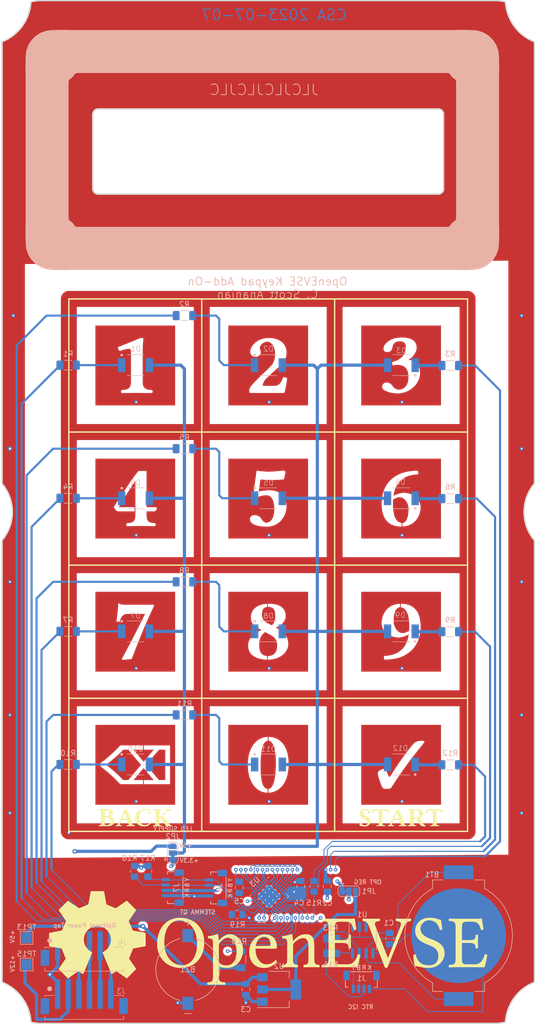
<source format=kicad_pcb>
(kicad_pcb (version 20221018) (generator pcbnew)
  (title_block (rev "1"))
  (layers (0 "F.Cu" signal "Front") (1 "In1.Cu" signal) (2 "In2.Cu" signal) (31 "B.Cu" signal "Back") (34 "B.Paste" user) (35 "F.Paste" user) (36 "B.SilkS" user "B.Silkscreen") (37 "F.SilkS" user "F.Silkscreen") (38 "B.Mask" user) (39 "F.Mask" user) (44 "Edge.Cuts" user))
  (net 0 "")
  (net 1 "/LED_VIN")
  (net 2 "/LED1")
  (net 3 "Net-(D1-K)")
  (net 4 "Net-(D2-K)")
  (net 5 "Net-(D3-K)")
  (net 6 "Net-(D4-K)")
  (net 7 "Net-(D5-K)")
  (net 8 "Net-(D6-K)")
  (net 9 "Net-(D7-K)")
  (net 10 "Net-(D8-K)")
  (net 11 "Net-(D9-K)")
  (net 12 "Net-(D10-K)")
  (net 13 "Net-(D11-K)")
  (net 14 "Net-(D12-K)")
  (net 15 "+5V")
  (net 16 "GND2")
  (net 17 "+3.3V")
  (net 18 "GND1")
  (net 19 "/DC_IN")
  (net 20 "/12V_IN")
  (net 21 "/RX")
  (net 22 "/TX")
  (net 23 "/RST")
  (net 24 "/TOUCH_VIN")
  (net 25 "/VREG")
  (net 26 "/LED2")
  (net 27 "/LED3")
  (net 28 "/LED4")
  (net 29 "/LED5")
  (net 30 "/LED6")
  (net 31 "/LED7")
  (net 32 "/LED8")
  (net 33 "/LED9")
  (net 34 "/LED10")
  (net 35 "/LED11")
  (net 36 "/RTC_SDA")
  (net 37 "/RTC_SCL")
  (net 38 "Net-(U3-FEEDBACK)")
  (net 39 "Net-(U3-ALERT)")
  (net 43 "Net-(BT1-+)")
  (net 44 "/TOUCH_1")
  (net 45 "/TOUCH_2")
  (net 46 "/TOUCH_3")
  (net 47 "/TOUCH_4")
  (net 48 "/TOUCH_5")
  (net 49 "/TOUCH_6")
  (net 50 "/TOUCH_7")
  (net 51 "/TOUCH_8")
  (net 52 "/TOUCH_9")
  (net 53 "/TOUCH_10")
  (net 54 "/TOUCH_11")
  (net 55 "/TOUCH_12")
  (net 56 "/TOUCH_GUARD")
  (net 57 "/FEEDBACK")
  (net 59 "/LED12")
  (net 60 "/TOUCH_SDA")
  (net 61 "/TOUCH_SCL")
  (net 62 "Net-(U3-CS1)")
  (footprint "Keypad:Touch_Pad_D1.0mm" (layer "F.Cu") (at 131.601 169.0625)
    (fp_text reference "TP12" hide)
    (fp_text value "KEY ENTER")
  )
  (footprint "Keypad:Touch_Pad_D1.0mm" (layer "F.Cu") (at 106.601 144.0625)
    (fp_text reference "TP8" hide)
    (fp_text value "KEY 8")
  )
  (footprint "Keypad:Touch_Pad_D1.0mm" (layer "F.Cu") (at 81.601 144.0625)
    (fp_text reference "TP7" hide)
    (fp_text value "KEY 7")
  )
  (footprint "Keypad:Touch_Pad_D1.0mm" (layer "F.Cu") (at 81.601 119.0625)
    (fp_text reference "TP4" hide)
    (fp_text value "KEY 4")
  )
  (footprint "Keypad:Touch_Pad_D1.0mm" (layer "F.Cu") (at 131.601 144.0625)
    (fp_text reference "TP9" hide)
    (fp_text value "KEY 9")
  )
  (footprint "Keypad:Touch_Pad_D1.0mm" (layer "F.Cu") (at 131.601 94.0625)
    (fp_text reference "TP3" hide)
    (fp_text value "KEY 3")
  )
  (footprint "Keypad:Touch_Pad_D1.0mm" (layer "F.Cu") (at 106.601 119.0625)
    (fp_text reference "TP5" hide)
    (fp_text value "KEY 5")
  )
  (footprint "Keypad:Touch_Pad_D1.0mm" (layer "F.Cu") (at 131.601 119.0625)
    (fp_text reference "TP6" hide)
    (fp_text value "KEY 6")
  )
  (footprint "Keypad:Touch_Pad_D1.0mm" (layer "F.Cu") (at 106.601 169.0625)
    (fp_text reference "TP11" hide)
    (fp_text value "KEY 0")
  )
  (footprint "Keypad:Touch_Pad_D1.0mm" (layer "F.Cu") (at 70.358 173.345503)
    (fp_text reference "TP14" hide)
    (fp_text value "Guard")
  )
  (footprint "Keypad:Touch_Pad_D1.0mm" (layer "F.Cu") (at 81.601 169.0625)
    (fp_text reference "TP10" hide)
    (fp_text value "KEY BACK")
  )
  (footprint "Keypad:Touch_Pad_D1.0mm" (layer "F.Cu") (at 106.601 94.0625)
    (fp_text reference "TP2" hide)
    (fp_text value "KEY 2")
  )
  (footprint "Keypad:Touch_Pad_D1.0mm" (layer "F.Cu") (at 81.601 94.0625)
    (fp_text reference "TP1" hide)
    (fp_text value "KEY 1")
  )
  (footprint "Keypad:SunLED_3.2x2.8mm_ReverseMount" (layer "B.Cu") (at 132.998 162.122)
    (fp_text reference "D12")
    (fp_text value "LED")
  )
  (footprint "Capacitor_SMD:C_0805_2012Metric_Pad1.18x1.45mm_HandSolder" (layer "B.Cu") (at 130.81 194.818 -90)
    (fp_text reference "C1")
    (fp_text value "0.1uF")
  )
  (footprint "Resistor_SMD:R_0805_2012Metric_Pad1.20x1.40mm_HandSolder" (layer "B.Cu") (at 82.8125 182.1875 -90)
    (fp_text reference "R18")
    (fp_text value "10k")
  )
  (footprint "Resistor_SMD:R_1206_3216Metric_Pad1.30x1.75mm_HandSolder" (layer "B.Cu") (at 142.1875 112.1875 180)
    (fp_text reference "R6")
    (fp_text value "100")
  )
  (footprint "Jumper:SolderJumper-3_P1.3mm_Bridged12_RoundedPad1.0x1.5mm" (layer "B.Cu") (at 123.125 185.9375)
    (fp_text reference "JP1")
    (fp_text value "PWR SEL")
  )
  (footprint "Resistor_SMD:R_1206_3216Metric_Pad1.30x1.75mm_HandSolder" (layer "B.Cu") (at 70.3125 87.122)
    (fp_text reference "R1")
    (fp_text value "100")
  )
  (footprint "Capacitor_SMD:C_0805_2012Metric_Pad1.18x1.45mm_HandSolder" (layer "B.Cu") (at 114.0625 185 90)
    (fp_text reference "C4")
    (fp_text value "0.1uF")
  )
  (footprint "Keypad:SunLED_3.2x2.8mm_ReverseMount" (layer "B.Cu") (at 82.998 87.122 180)
    (fp_text reference "D1")
    (fp_text value "LED")
  )
  (footprint "Package_DFN_QFN:QFN-32-1EP_5x5mm_P0.5mm_EP3.3x3.3mm_ThermalVias" (layer "B.Cu") (at 108.125 186.875 -135)
    (fp_text reference "U3")
    (fp_text value "CAP1214")
  )
  (footprint "Package_SO:SOIC-8_3.9x4.9mm_P1.27mm" (layer "B.Cu") (at 125.73 195.072 -90)
    (fp_text reference "U1")
    (fp_text value "DS3231MZ")
  )
  (footprint "Keypad:SunLED_3.2x2.8mm_ReverseMount" (layer "B.Cu") (at 82.998 112.122 180)
    (fp_text reference "D4")
    (fp_text value "LED")
  )
  (footprint "Transflective:JST-SH-4-VERT-SMD" (layer "B.Cu") (at 88.6885 185.253 -90)
    (fp_text reference "J7")
    (fp_text value "TOUCH QWIIC")
  )
  (footprint "Resistor_SMD:R_1206_3216Metric_Pad1.30x1.75mm_HandSolder" (layer "B.Cu") (at 142.1875 87.1875 180)
    (fp_text reference "R3")
    (fp_text value "100")
  )
  (footprint "Battery:BatteryHolder_MPD_BC2003_1x2032" (layer "B.Cu") (at 143.764 194.277 -90)
    (fp_text reference "BT1")
    (fp_text value "Battery_Cell")
  )
  (footprint "TestPoint:TestPoint_Pad_2.0x2.0mm" (layer "B.Cu") (at 62.5 199.6875 180)
    (fp_text reference "TP15")
    (fp_text value "12V")
  )
  (footprint "Keypad:SunLED_3.2x2.8mm_ReverseMount" (layer "B.Cu") (at 107.998 137.122 180)
    (fp_text reference "D8")
    (fp_text value "LED")
  )
  (footprint "Resistor_SMD:R_1206_3216Metric_Pad1.30x1.75mm_HandSolder" (layer "B.Cu") (at 70.3125 112.122)
    (fp_text reference "R4")
    (fp_text value "100")
  )
  (footprint "Keypad:SunLED_3.2x2.8mm_ReverseMount" (layer "B.Cu") (at 107.998 87.122 180)
    (fp_text reference "D2")
    (fp_text value "LED")
  )
  (footprint "Resistor_SMD:R_0805_2012Metric_Pad1.20x1.40mm_HandSolder" (layer "B.Cu") (at 85.3125 182.1875 -90)
    (fp_text reference "R17")
    (fp_text value "10k")
  )
  (footprint "TestPoint:TestPoint_Pad_2.0x2.0mm" (layer "B.Cu") (at 62.5 194.6875 180)
    (fp_text reference "TP13")
    (fp_text value "5V")
  )
  (footprint "Package_TO_SOT_SMD:SOT-223-3_TabPin2" (layer "B.Cu") (at 110 204.375)
    (fp_text reference "U2")
    (fp_text value "LM1117-3.3")
  )
  (footprint "Capacitor_SMD:C_0805_2012Metric_Pad1.18x1.45mm_HandSolder" (layer "B.Cu") (at 119.0625 185 90)
    (fp_text reference "C2")
    (fp_text value "10uF")
  )
  (footprint "Keypad:SunLED_3.2x2.8mm_ReverseMount" (layer "B.Cu") (at 107.998 162.122 180)
    (fp_text reference "D11")
    (fp_text value "LED")
  )
  (footprint "Resistor_SMD:R_1206_3216Metric_Pad1.30x1.75mm_HandSolder" (layer "B.Cu") (at 92.1875 152.8125)
    (fp_text reference "R11")
    (fp_text value "100")
  )
  (footprint "Capacitor_SMD:C_0805_2012Metric_Pad1.18x1.45mm_HandSolder" (layer "B.Cu") (at 102.5 185.2125 -90)
    (fp_text reference "C5")
    (fp_text value "47pF")
  )
  (footprint "Resistor_SMD:R_1206_3216Metric_Pad1.30x1.75mm_HandSolder" (layer "B.Cu") (at 70.3125 162.122)
    (fp_text reference "R10")
    (fp_text value "100")
  )
  (footprint "Keypad:SunLED_3.2x2.8mm_ReverseMount" (layer "B.Cu") (at 82.998 162.122 180)
    (fp_text reference "D10")
    (fp_text value "LED")
  )
  (footprint "Resistor_SMD:R_0805_2012Metric_Pad1.20x1.40mm_HandSolder" (layer "B.Cu") (at 119.888 194.818)
    (fp_text reference "R13")
    (fp_text value "4.7k")
  )
  (footprint "Keypad:SunLED_3.2x2.8mm_ReverseMount" (layer "B.Cu") (at 132.998 87.122)
    (fp_text reference "D3")
    (fp_text value "LED")
  )
  (footprint "Resistor_SMD:R_1206_3216Metric_Pad1.30x1.75mm_HandSolder" (layer "B.Cu") (at 102.8125 198.75 90)
    (fp_text reference "R16")
    (fp_text value "100")
  )
  (footprint "Keypad:SunLED_3.2x2.8mm_ReverseMount" (layer "B.Cu") (at 132.998 137.122)
    (fp_text reference "D9")
    (fp_text value "LED")
  )
  (footprint "Jumper:SolderJumper-3_P1.3mm_Bridged12_RoundedPad1.0x1.5mm" (layer "B.Cu") (at 90 178.75 90)
    (fp_text reference "JP2")
    (fp_text value "PWR SEL")
  )
  (footprint "Resistor_SMD:R_1206_3216Metric_Pad1.30x1.75mm_HandSolder" (layer "B.Cu") (at 70.3125 137.122)
    (fp_text reference "R7")
    (fp_text value "100")
  )
  (footprint "Keypad:SunLED_3.2x2.8mm_ReverseMount" (layer "B.Cu") (at 107.998 112.122 180)
    (fp_text reference "D5")
    (fp_text value "LED")
  )
  (footprint "Capacitor_SMD:C_0805_2012Metric_Pad1.18x1.45mm_HandSolder" (layer "B.Cu") (at 103.75 204.375 -90)
    (fp_text reference "C3")
    (fp_text value "10uF")
  )
  (footprint "Keypad:JST-PH-6-SMD" (layer "B.Cu") (at 68.3375 196.1875)
    (fp_text reference "J4")
    (fp_text value "JST-PH 6")
  )
  (footprint "Resistor_SMD:R_0805_2012Metric_Pad1.20x1.40mm_HandSolder" (layer "B.Cu") (at 102.125 190.3125)
    (fp_text reference "R19")
    (fp_text value "4.7k")
  )
  (footprint "Resistor_SMD:R_1206_3216Metric_Pad1.30x1.75mm_HandSolder" (layer "B.Cu") (at 92.1875 127.8125)
    (fp_text reference "R8")
    (fp_text value "100")
  )
  (footprint "Resistor_SMD:R_1206_3216Metric_Pad1.30x1.75mm_HandSolder" (layer "B.Cu") (at 92.1875 102.8125)
    (fp_text reference "R5")
    (fp_text value "100")
  )
  (footprint "Resistor_SMD:R_1206_3216Metric_Pad1.30x1.75mm_HandSolder" (layer "B.Cu") (at 142.1875 162.1875 180)
    (fp_text reference "R12")
    (fp_text value "100")
  )
  (footprint "Resistor_SMD:R_1206_3216Metric_Pad1.30x1.75mm_HandSolder" (layer "B.Cu") (at 142.1875 137.1875 180)
    (fp_text reference "R9")
    (fp_text value "100")
  )
  (footprint "Transflective:JST-SH-4-VERT-SMD" (layer "B.Cu") (at 96.8 185.3125 -90)
    (fp_text reference "J6")
    (fp_text value "EXP QWIIC")
  )
  (footprint "Resistor_SMD:R_0805_2012Metric_Pad1.20x1.40mm_HandSolder" (layer "B.Cu") (at 116.5625 185 90)
    (fp_text reference "R15")
    (fp_text value "0")
  )
  (footprint "Resistor_SMD:R_1206_3216Metric_Pad1.30x1.75mm_HandSolder" (layer "B.Cu") (at 92.1875 77.8125)
    (fp_text reference "R2")
    (fp_text value "100")
  )
  (footprint "Keypad:JST-PH-6-SMD" (layer "B.Cu") (at 68.3375 205.25)
    (fp_text reference "J3")
    (fp_text value "JST-PH 6")
  )
  (footprint "Keypad:SunLED_3.2x2.8mm_ReverseMount" (layer "B.Cu") (at 132.998 112.122)
    (fp_text reference "D6")
    (fp_text value "LED")
  )
  (footprint "Transflective:JST-SH-4-VERT-SMD" (layer "B.Cu") (at 125.476 204.271)
    (fp_text reference "J1")
    (fp_text value "RTC STEMMA QT")
  )
  (footprint "Keypad:SunLED_3.2x2.8mm_ReverseMount" (layer "B.Cu") (at 82.998 137.122 180)
    (fp_text reference "D7")
    (fp_text value "LED")
  )
  (footprint "Keypad:XDCR_SMT-1220-TW-R" (layer "B.Cu") (at 92.8125 200.625 180)
    (fp_text reference "BZ1")
    (fp_text value "Buzzer")
  )
  (footprint "Resistor_SMD:R_0805_2012Metric_Pad1.20x1.40mm_HandSolder" (layer "B.Cu") (at 119.888 197.612)
    (fp_text reference "R14")
    (fp_text value "4.7k")
  )
  (gr_poly locked (pts (xy 90.449264 169.684753) (xy 75.449661 169.684753) (xy 75.449661 162.505341) (xy 76.41394 162.505341) (xy 76.82609 162.804928) (xy 77.260062 163.143029) (xy 77.712286 163.516861) (xy 78.179193 163.923639) (xy 78.657212 164.360579) (xy 79.142774 164.824896) (xy 79.632308 165.313805) (xy 80.122246 165.824524) (xy 89.486015 165.824524) (xy 89.486015 158.54332) (xy 80.122246 158.54332) (xy 79.647588 159.040128) (xy 79.176111 159.514296) (xy 78.707814 159.965433) (xy 78.242693 160.393148) (xy 77.780747 160.797051) (xy 77.321975 161.176749) (xy 76.866373 161.531852) (xy 76.41394 161.861969) (xy 76.41394 162.505341) (xy 75.449661 162.505341) (xy 75.449661 154.684647) (xy 90.449264 154.684647)) (fill solid) (layer "F.Cu"))
  (gr_poly locked (pts (xy 84.508018 161.624786) (xy 82.594444 159.339142) (xy 86.438133 159.339142)) (fill solid) (layer "F.Cu"))
  (gr_poly locked (pts (xy 140.450348 169.684753) (xy 125.450737 169.684753) (xy 125.450737 163.796234) (xy 128.567856 163.796234) (xy 128.569535 163.840222) (xy 128.574574 163.891575) (xy 128.594729 164.016372) (xy 128.62832 164.170626) (xy 128.675346 164.354336) (xy 128.735808 164.567501) (xy 128.809705 164.810122) (xy 128.897037 165.082198) (xy 128.997803 165.383728) (xy 129.044959 165.522383) (xy 129.09134 165.653093) (xy 129.136946 165.775857) (xy 129.181776 165.890676) (xy 129.22583 165.997549) (xy 129.26911 166.096478) (xy 129.311613 166.187461) (xy 129.353342 166.270498) (xy 129.394296 166.345591) (xy 129.434474 166.412738) (xy 129.473877 166.47194) (xy 129.493288 166.498562) (xy 129.512506 166.523197) (xy 129.531529 166.545846) (xy 129.550359 166.566509) (xy 129.568996 166.585185) (xy 129.587438 166.601875) (xy 129.605687 166.616579) (xy 129.623742 166.629297) (xy 129.641603 166.640028) (xy 129.659271 166.648773) (xy 129.674612 166.654779) (xy 129.693764 166.660398) (xy 129.743502 166.670474) (xy 129.808485 166.679) (xy 129.888712 166.685976) (xy 129.984183 166.691402) (xy 130.094898 166.695278) (xy 130.220858 166.697604) (xy 130.362061 166.69838) (xy 130.433892 166.697217) (xy 130.502623 166.693728) (xy 130.568253 166.687914) (xy 130.630783 166.679775) (xy 130.690211 166.66931) (xy 130.746539 166.656519) (xy 130.799765 166.641404) (xy 130.825216 166.632974) (xy 130.849892 166.623962) (xy 130.873792 166.61437) (xy 130.896917 166.604196) (xy 130.919267 166.593441) (xy 130.940842 166.582104) (xy 130.961642 166.570186) (xy 130.981667 166.557687) (xy 131.000916 166.544607) (xy 131.019391 166.530945) (xy 131.03709 166.516702) (xy 131.054014 166.501878) (xy 131.070163 166.486473) (xy 131.085537 166.470486) (xy 131.100136 166.453918) (xy 131.11396 166.436769) (xy 131.127009 166.419038) (xy 131.139282 166.400726) (xy 131.828647 165.340848) (xy 132.53248 164.294402) (xy 133.250782 163.26139) (xy 133.983553 162.241812) (xy 134.730792 161.235668) (xy 135.492501 160.24296) (xy 136.268679 159.263688) (xy 137.059326 158.297852) (xy 137.092369 158.256352) (xy 137.12328 158.216595) (xy 137.152059 158.178582) (xy 137.178706 158.142313) (xy 137.20322 158.107787) (xy 137.225603 158.075005) (xy 137.245854 158.043967) (xy 137.263973 158.014673) (xy 137.279961 157.987123) (xy 137.293816 157.961317) (xy 137.30554 157.937255) (xy 137.315132 157.914937) (xy 137.322592 157.894364) (xy 137.327921 157.875534) (xy 137.331118 157.85845) (xy 137.331917 157.850561) (xy 137.332184 157.843109) (xy 137.331829 157.833902) (xy 137.331384 157.829371) (xy 137.330763 157.824889) (xy 137.329963 157.820456) (xy 137.328986 157.816071) (xy 137.327832 157.811734) (xy 137.326499 157.807446) (xy 137.324989 157.803207) (xy 137.323302 157.799016) (xy 137.319394 157.790779) (xy 137.314775 157.782737) (xy 137.309446 157.774889) (xy 137.303407 157.767235) (xy 137.296657 157.759775) (xy 137.289197 157.752508) (xy 137.281027 157.745436) (xy 137.272146 157.738558) (xy 137.262555 157.731873) (xy 137.252253 157.725382) (xy 137.241241 157.719086) (xy 137.229191 157.713077) (xy 137.215785 157.707456) (xy 137.201024 157.702222) (xy 137.184907 157.697376) (xy 137.167433 157.692918) (xy 137.148604 157.688848) (xy 137.128418 157.685165) (xy 137.106876 157.68187) (xy 137.059723 157.676442) (xy 137.007143 157.672566) (xy 136.949134 157.670239) (xy 136.885696 157.669464) (xy 136.748528 157.67179) (xy 136.616075 157.678766) (xy 136.488338 157.690393) (xy 136.365316 157.706672) (xy 136.24701 157.727601) (xy 136.13342 157.753181) (xy 136.024545 157.783412) (xy 135.920385 157.818295) (xy 135.820941 157.857828) (xy 135.726213 157.902012) (xy 135.6362 157.950847) (xy 135.550903 158.004333) (xy 135.47032 158.062469) (xy 135.394454 158.125257) (xy 135.323302 158.192696) (xy 135.256866 158.264786) (xy 134.757411 158.861649) (xy 134.247103 159.502954) (xy 133.725944 160.1887) (xy 133.193933 160.918888) (xy 132.651072 161.693518) (xy 132.097359 162.512589) (xy 131.532796 163.376103) (xy 130.957382 164.284058) (xy 130.942946 164.304082) (xy 130.928575 164.322815) (xy 130.914267 164.340256) (xy 130.900024 164.356405) (xy 130.885846 164.371261) (xy 130.871732 164.384826) (xy 130.857682 164.397098) (xy 130.843697 164.408079) (xy 130.829776 164.417768) (xy 130.815919 164.426165) (xy 130.802127 164.43327) (xy 130.788399 164.439083) (xy 130.781559 164.441505) (xy 130.774735 164.443604) (xy 130.767928 164.44538) (xy 130.761136 164.446834) (xy 130.754361 164.447964) (xy 130.747601 164.448771) (xy 130.740858 164.449256) (xy 130.734131 164.449417) (xy 130.715819 164.445541) (xy 130.696021 164.433914) (xy 130.674737 164.414535) (xy 130.651968 164.387405) (xy 130.627713 164.352523) (xy 130.601972 164.309889) (xy 130.574746 164.259505) (xy 130.546034 164.201368) (xy 130.484152 164.061842) (xy 130.416328 163.891309) (xy 130.34256 163.689772) (xy 130.262848 163.45723) (xy 130.241563 163.393153) (xy 130.219051 163.333209) (xy 130.195312 163.2774) (xy 130.170346 163.225724) (xy 130.157402 163.201437) (xy 130.144152 163.178183) (xy 130.130594 163.155962) (xy 130.116731 163.134775) (xy 130.10256 163.114622) (xy 130.088082 163.095502) (xy 130.073298 163.077415) (xy 130.058207 163.060362) (xy 130.042809 163.044342) (xy 130.027104 163.029356) (xy 130.011092 163.015404) (xy 129.994774 163.002484) (xy 129.978149 162.990599) (xy 129.961217 162.979747) (xy 129.943978 162.969928) (xy 129.926432 162.961143) (xy 129.90858 162.953392) (xy 129.890421 162.946674) (xy 129.871955 162.940989) (xy 129.853183 162.936338) (xy 129.834103 162.932721) (xy 129.814717 162.930137) (xy 129.795024 162.928587) (xy 129.775024 162.92807) (xy 129.740595 162.928845) (xy 129.70552 162.931171) (xy 129.669798 162.935046) (xy 129.63343 162.940472) (xy 129.596416 162.947449) (xy 129.558756 162.955975) (xy 129.52045 162.966052) (xy 129.481499 162.977678) (xy 129.441901 162.990855) (xy 129.401658 163.005582) (xy 129.360768 163.021859) (xy 129.319233 163.039686) (xy 129.277053 163.059064) (xy 129.234226 163.079991) (xy 129.190754 163.102468) (xy 129.146637 163.126495) (xy 129.076551 163.166901) (xy 129.010987 163.207501) (xy 128.949944 163.248294) (xy 128.893422 163.289282) (xy 128.841423 163.330463) (xy 128.793944 163.371837) (xy 128.750988 163.413406) (xy 128.712553 163.455168) (xy 128.695031 163.476121) (xy 128.67864 163.497123) (xy 128.663379 163.518174) (xy 128.649248 163.539273) (xy 128.636248 163.56042) (xy 128.624378 163.581616) (xy 128.613639 163.60286) (xy 128.60403 163.624152) (xy 128.595552 163.645493) (xy 128.588204 163.666883) (xy 128.581987 163.68832) (xy 128.576899 163.709806) (xy 128.572943 163.731341) (xy 128.570117 163.752923) (xy 128.568421 163.774555) (xy 128.567856 163.796234) (xy 125.450737 163.796234) (xy 125.450737 154.684647) (xy 140.450348 154.684647)) (fill solid) (layer "F.Cu"))
  (gr_poly locked (pts (xy 140.450348 94.683136) (xy 125.450737 94.683136) (xy 125.450737 91.112297) (xy 129.385376 91.112297) (xy 129.387563 91.177788) (xy 129.390296 91.209655) (xy 129.394122 91.240946) (xy 129.399041 91.271666) (xy 129.405053 91.301821) (xy 129.412158 91.331418) (xy 129.420355 91.360463) (xy 129.429645 91.388963) (xy 129.440027 91.416923) (xy 129.451501 91.444349) (xy 129.464067 91.471249) (xy 129.477725 91.497627) (xy 129.492475 91.523491) (xy 129.508317 91.548846) (xy 129.525249 91.573699) (xy 129.543274 91.598056) (xy 129.562389 91.621923) (xy 129.582596 91.645306) (xy 129.603894 91.668213) (xy 129.649762 91.712617) (xy 129.699993 91.755187) (xy 129.754585 91.795972) (xy 129.813537 91.835021) (xy 129.876849 91.872384) (xy 129.944519 91.908112) (xy 130.062106 91.964236) (xy 130.18592 92.018181) (xy 130.315439 92.069746) (xy 130.450141 92.118733) (xy 130.589508 92.164943) (xy 130.733016 92.208178) (xy 130.880146 92.248238) (xy 131.030376 92.284925) (xy 131.183186 92.318041) (xy 131.338055 92.347386) (xy 131.494461 92.372761) (xy 131.651885 92.393969) (xy 131.809804 92.41081) (xy 131.967697 92.423085) (xy 132.125045 92.430596) (xy 132.281326 92.433144) (xy 132.502412 92.426617) (xy 132.726836 92.407135) (xy 132.953584 92.374849) (xy 133.18164 92.329909) (xy 133.409988 92.272463) (xy 133.637613 92.202662) (xy 133.863499 92.120655) (xy 134.08663 92.026592) (xy 134.305991 91.920623) (xy 134.520566 91.802898) (xy 134.729339 91.673566) (xy 134.931295 91.532778) (xy 135.125418 91.380681) (xy 135.310693 91.217428) (xy 135.486104 91.043167) (xy 135.650635 90.858048) (xy 135.744053 90.741763) (xy 135.833611 90.621493) (xy 135.91901 90.497211) (xy 135.99995 90.368892) (xy 136.076133 90.23651) (xy 136.147259 90.100038) (xy 136.21303 89.959452) (xy 136.273148 89.814724) (xy 136.327312 89.665829) (xy 136.375224 89.512741) (xy 136.416585 89.355434) (xy 136.451096 89.193883) (xy 136.478458 89.02806) (xy 136.498373 88.857941) (xy 136.510541 88.683498) (xy 136.514664 88.504707) (xy 136.512337 88.390878) (xy 136.505376 88.278087) (xy 136.493813 88.166486) (xy 136.47768 88.056222) (xy 136.457005 87.947445) (xy 136.431822 87.840304) (xy 136.402161 87.734947) (xy 136.368053 87.631523) (xy 136.329529 87.530182) (xy 136.286621 87.431073) (xy 136.239358 87.334344) (xy 136.187773 87.240144) (xy 136.131897 87.148623) (xy 136.07176 87.059929) (xy 136.007394 86.974211) (xy 135.938829 86.891619) (xy 135.866098 86.8123) (xy 135.78923 86.736405) (xy 135.708257 86.664083) (xy 135.62321 86.595481) (xy 135.53412 86.530749) (xy 135.441018 86.470036) (xy 135.343936 86.413492) (xy 135.242904 86.361264) (xy 135.137953 86.313502) (xy 135.029115 86.270355) (xy 134.91642 86.231972) (xy 134.7999 86.198502) (xy 134.679586 86.170094) (xy 134.555509 86.146897) (xy 134.427699 86.129059) (xy 134.296188 86.11673) (xy 134.395067 86.061263) (xy 134.446858 86.030143) (xy 134.499886 85.996866) (xy 134.553903 85.961505) (xy 134.608664 85.924135) (xy 134.663919 85.884829) (xy 134.719421 85.843664) (xy 134.774924 85.800713) (xy 134.830179 85.756051) (xy 134.884939 85.709751) (xy 134.938957 85.661889) (xy 134.991985 85.612539) (xy 135.043776 85.561776) (xy 135.094081 85.509674) (xy 135.142654 85.456306) (xy 135.217805 85.369773) (xy 135.290623 85.281558) (xy 135.360762 85.191563) (xy 135.427874 85.099686) (xy 135.491613 85.005828) (xy 135.551631 84.909889) (xy 135.60758 84.811769) (xy 135.659115 84.711368) (xy 135.705887 84.608585) (xy 135.747549 84.503321) (xy 135.783754 84.395476) (xy 135.814155 84.28495) (xy 135.838405 84.171643) (xy 135.856156 84.055454) (xy 135.867061 83.936285) (xy 135.870773 83.814034) (xy 135.865641 83.670142) (xy 135.848756 83.519358) (xy 135.817884 83.363913) (xy 135.770794 83.206039) (xy 135.705251 83.047969) (xy 135.619023 82.891933) (xy 135.567455 82.815376) (xy 135.509877 82.740165) (xy 135.446012 82.666579) (xy 135.37558 82.594896) (xy 135.298302 82.525397) (xy 135.213898 82.458359) (xy 135.12209 82.394062) (xy 135.022599 82.332785) (xy 134.915145 82.274806) (xy 134.79945 82.220406) (xy 134.675234 82.169862) (xy 134.542217 82.123454) (xy 134.400122 82.081461) (xy 134.248668 82.044162) (xy 134.087577 82.011836) (xy 133.91657 81.984762) (xy 133.735367 81.963218) (xy 133.543689 81.947484) (xy 133.341257 81.93784) (xy 133.127792 81.934563) (xy 132.964203 81.936278) (xy 132.806702 81.941338) (xy 132.655129 81.949616) (xy 132.509322 81.960985) (xy 132.36912 81.975317) (xy 132.234362 81.992487) (xy 132.104887 82.012366) (xy 131.980534 82.034828) (xy 131.861141 82.059745) (xy 131.746547 82.08699) (xy 131.636592 82.116437) (xy 131.531113 82.147958) (xy 131.42995 82.181426) (xy 131.332942 82.216714) (xy 131.239928 82.253695) (xy 131.150745 82.292241) (xy 131.065234 82.332226) (xy 130.983233 82.373523) (xy 130.904581 82.416004) (xy 130.829116 82.459543) (xy 130.687105 82.549284) (xy 130.55591 82.641729) (xy 130.434243 82.735862) (xy 130.320813 82.830666) (xy 130.214332 82.925124) (xy 130.11351 83.018219) (xy 130.079374 83.050305) (xy 130.046795 83.08302) (xy 130.015743 83.116299) (xy 129.986188 83.150077) (xy 129.931439 83.21887) (xy 129.8823 83.288878) (xy 129.838523 83.359581) (xy 129.799857 83.430456) (xy 129.766055 83.500984) (xy 129.736868 83.570644) (xy 129.712046 83.638915) (xy 129.691342 83.705276) (xy 129.674505 83.769207) (xy 129.661288 83.830186) (xy 129.651441 83.887693) (xy 129.644715 83.941207) (xy 129.640862 83.990207) (xy 129.639633 84.034172) (xy 129.640719 84.080275) (xy 129.644358 84.129151) (xy 129.651121 84.180007) (xy 129.661578 84.232051) (xy 129.6763 84.284489) (xy 129.695858 84.336527) (xy 129.707629 84.362149) (xy 129.720823 84.387374) (xy 129.735512 84.412102) (xy 129.751766 84.436235) (xy 129.769658 84.459674) (xy 129.789258 84.482319) (xy 129.810637 84.504071) (xy 129.833868 84.524831) (xy 129.859022 84.5445) (xy 129.886169 84.562978) (xy 129.915382 84.580168) (xy 129.946731 84.595968) (xy 129.980288 84.610281) (xy 130.016125 84.623008) (xy 130.054312 84.634048) (xy 130.094921 84.643304) (xy 130.138024 84.650675) (xy 130.183691 84.656063) (xy 130.231994 84.659368) (xy 130.283005 84.660492) (xy 130.35128 84.659359) (xy 130.416463 84.655987) (xy 130.478633 84.650422) (xy 130.53787 84.642705) (xy 130.594257 84.63288) (xy 130.647872 84.620991) (xy 130.698797 84.60708) (xy 130.747111 84.591192) (xy 130.792897 84.57337) (xy 130.836233 84.553657) (xy 130.877201 84.532096) (xy 130.915882 84.50873) (xy 130.952355 84.483604) (xy 130.986701 84.45676) (xy 131.019001 84.428241) (xy 131.049335 84.398092) (xy 131.077785 84.366356) (xy 131.104429 84.333075) (xy 131.12935 84.298293) (xy 131.152627 84.262053) (xy 131.174341 84.2244) (xy 131.194573 84.185376) (xy 131.23091 84.103389) (xy 131.262285 84.016438) (xy 131.28934 83.924872) (xy 131.31272 83.829036) (xy 131.333069 83.729279) (xy 131.352048 83.636781) (xy 131.373979 83.549678) (xy 131.398742 83.46781) (xy 131.426217 83.391015) (xy 131.456281 83.319131) (xy 131.488815 83.251997) (xy 131.523698 83.189453) (xy 131.560809 83.131336) (xy 131.600027 83.077486) (xy 131.641231 83.027741) (xy 131.684301 82.98194) (xy 131.729116 82.939922) (xy 131.775555 82.901526) (xy 131.823497 82.86659) (xy 131.872822 82.834953) (xy 131.923409 82.806454) (xy 131.975136 82.780931) (xy 132.027884 82.758224) (xy 132.081531 82.73817) (xy 132.135957 82.72061) (xy 132.246663 82.692322) (xy 132.359033 82.67207) (xy 132.472103 82.658564) (xy 132.584906 82.650514) (xy 132.696476 82.64663) (xy 132.805847 82.645622) (xy 132.871432 82.646861) (xy 132.934841 82.650569) (xy 132.996082 82.656735) (xy 133.055158 82.665344) (xy 133.112078 82.676386) (xy 133.166847 82.689847) (xy 133.219471 82.705715) (xy 133.269956 82.723977) (xy 133.318308 82.744621) (xy 133.364534 82.767635) (xy 133.40864 82.793006) (xy 133.450632 82.820721) (xy 133.490515 82.850769) (xy 133.528297 82.883135) (xy 133.563982 82.917809) (xy 133.597578 82.954778) (xy 133.62909 82.994028) (xy 133.658525 83.035548) (xy 133.685889 83.079325) (xy 133.711187 83.125347) (xy 133.734426 83.173601) (xy 133.755613 83.224074) (xy 133.774752 83.276754) (xy 133.791851 83.331629) (xy 133.806915 83.388687) (xy 133.819951 83.447913) (xy 133.839962 83.572826) (xy 133.851932 83.706267) (xy 133.855911 83.848137) (xy 133.852949 83.968077) (xy 133.844119 84.08654) (xy 133.829509 84.203439) (xy 133.809206 84.318689) (xy 133.783296 84.432201) (xy 133.751867 84.54389) (xy 133.715005 84.653668) (xy 133.672797 84.761448) (xy 133.62533 84.867145) (xy 133.572691 84.970671) (xy 133.514967 85.071939) (xy 133.452244 85.170863) (xy 133.38461 85.267355) (xy 133.312151 85.36133) (xy 133.234954 85.452701) (xy 133.153107 85.54138) (xy 133.066695 85.627281) (xy 132.975806 85.710317) (xy 132.780944 85.867448) (xy 132.569216 86.012078) (xy 132.341317 86.143513) (xy 132.097942 86.261061) (xy 131.839784 86.364025) (xy 131.567541 86.451713) (xy 131.281906 86.52343) (xy 131.278907 86.535936) (xy 131.276293 86.54809) (xy 131.274039 86.559943) (xy 131.272118 86.571545) (xy 131.270504 86.582946) (xy 131.269169 86.594196) (xy 131.267233 86.616445) (xy 131.266097 86.638694) (xy 131.265549 86.661346) (xy 131.265366 86.709465) (xy 131.26577 86.741587) (xy 131.267016 86.774337) (xy 131.269154 86.80754) (xy 131.272234 86.841021) (xy 131.276305 86.874606) (xy 131.281417 86.908119) (xy 131.28762 86.941387) (xy 131.294964 86.974235) (xy 131.303498 87.006487) (xy 131.313273 87.037969) (xy 131.324338 87.068507) (xy 131.336742 87.097925) (xy 131.350537 87.12605) (xy 131.365771 87.152705) (xy 131.382494 87.177718) (xy 131.400757 87.200912) (xy 131.527365 87.165897) (xy 131.642072 87.136806) (xy 131.747258 87.113252) (xy 131.797023 87.10343) (xy 131.845301 87.094848) (xy 131.892387 87.087456) (xy 131.938581 87.081207) (xy 131.984178 87.076052) (xy 132.029477 87.071942) (xy 132.074776 87.06883) (xy 132.12037 87.066667) (xy 132.213638 87.064995) (xy 132.382515 87.068345) (xy 132.557396 87.079885) (xy 132.735947 87.101845) (xy 132.915839 87.136458) (xy 133.094738 87.185956) (xy 133.183088 87.216984) (xy 133.270314 87.252571) (xy 133.356127 87.292995) (xy 133.440235 87.338534) (xy 133.522346 87.389469) (xy 133.602169 87.446078) (xy 133.679412 87.508641) (xy 133.753784 87.577435) (xy 133.824994 87.65274) (xy 133.892749 87.734836) (xy 133.956759 87.824001) (xy 134.016732 87.920513) (xy 134.072377 88.024653) (xy 134.123401 88.136699) (xy 134.169514 88.25693) (xy 134.210425 88.385626) (xy 134.245841 88.523064) (xy 134.275472 88.669524) (xy 134.299025 88.825285) (xy 134.31621 88.990627) (xy 134.326734 89.165827) (xy 134.330307 89.351166) (xy 134.326984 89.529297) (xy 134.31722 89.698702) (xy 134.301322 89.859581) (xy 134.279597 90.012137) (xy 134.252353 90.15657) (xy 134.219895 90.293082) (xy 134.182531 90.421874) (xy 134.140569 90.543149) (xy 134.094314 90.657107) (xy 134.044075 90.76395) (xy 133.990159 90.863879) (xy 133.932871 90.957095) (xy 133.87252 91.043801) (xy 133.809412 91.124198) (xy 133.743855 91.198487) (xy 133.676155 91.266869) (xy 133.60662 91.329546) (xy 133.535556 91.386719) (xy 133.46327 91.43859) (xy 133.390071 91.485361) (xy 133.316263 91.527232) (xy 133.242156 91.564405) (xy 133.168055 91.597082) (xy 133.094268 91.625464) (xy 132.948863 91.670149) (xy 132.808397 91.700072) (xy 132.675327 91.716844) (xy 132.552109 91.722076) (xy 132.491084 91.720852) (xy 132.431815 91.717248) (xy 132.374269 91.711365) (xy 132.318417 91.703307) (xy 132.264227 91.693177) (xy 132.211668 91.681076) (xy 132.160709 91.667107) (xy 132.111319 91.651372) (xy 132.063467 91.633974) (xy 132.017122 91.615016) (xy 131.972253 91.5946) (xy 131.928829 91.572828) (xy 131.886819 91.549803) (xy 131.846192 91.525627) (xy 131.806917 91.500403) (xy 131.768963 91.474233) (xy 131.696893 91.419465) (xy 131.629734 91.362144) (xy 131.567239 91.303088) (xy 131.509159 91.243119) (xy 131.455245 91.183054) (xy 131.405251 91.123715) (xy 131.316025 91.01049) (xy 131.240944 90.910651) (xy 131.198962 90.858369) (xy 131.153558 90.805469) (xy 131.104383 90.752672) (xy 131.05109 90.700695) (xy 130.993333 90.650258) (xy 130.930763 90.602078) (xy 130.863035 90.556876) (xy 130.7898 90.515368) (xy 130.710711 90.478274) (xy 130.668864 90.461607) (xy 130.625423 90.446313) (xy 130.580344 90.432482) (xy 130.533586 90.420204) (xy 130.485103 90.409568) (xy 130.434854 90.400665) (xy 130.382794 90.393583) (xy 130.32888 90.388414) (xy 130.273069 90.385246) (xy 130.215317 90.384171) (xy 130.166751 90.385442) (xy 130.11949 90.389185) (xy 130.073548 90.39529) (xy 130.028942 90.40365) (xy 129.985687 90.414155) (xy 129.943798 90.426696) (xy 129.903291 90.441167) (xy 129.864182 90.457457) (xy 129.826487 90.475459) (xy 129.79022 90.495064) (xy 129.755397 90.516163) (xy 129.722035 90.538648) (xy 129.690148 90.562411) (xy 129.659752 90.587343) (xy 129.630863 90.613335) (xy 129.603497 90.640279) (xy 129.577668 90.668066) (xy 129.553392 90.696588) (xy 129.530686 90.725737) (xy 129.509564 90.755404) (xy 129.490043 90.785479) (xy 129.472137 90.815856) (xy 129.455863 90.846425) (xy 129.441236 90.877078) (xy 129.428271 90.907706) (xy 129.416984 90.938201) (xy 129.407391 90.968454) (xy 129.399507 90.998357) (xy 129.393348 91.027802) (xy 129.388929 91.056679) (xy 129.386267 91.08488) (xy 129.385376 91.112297) (xy 125.450737 91.112297) (xy 125.450737 79.683014) (xy 140.450348 79.683014)) (fill solid) (layer "F.Cu"))
  (gr_poly locked (pts (xy 132.687488 111.929627) (xy 132.687485 111.929626) (xy 132.6875 111.929626)) (fill solid) (layer "F.Cu"))
  (gr_poly locked (pts (xy 90.449264 119.68367) (xy 75.449661 119.68367) (xy 75.449661 113.775497) (xy 78.919731 113.775497) (xy 78.920123 113.782047) (xy 78.921279 113.788992) (xy 78.925756 113.804052) (xy 78.932914 113.820652) (xy 78.942505 113.838768) (xy 78.954279 113.858374) (xy 78.96799 113.879445) (xy 79.000226 113.925879) (xy 79.037224 113.977868) (xy 79.076998 114.03521) (xy 79.097304 114.065826) (xy 79.117559 114.097704) (xy 79.137514 114.130819) (xy 79.156921 114.165146) (xy 79.411171 114.469528) (xy 79.442815 114.49894) (xy 79.459339 114.511932) (xy 79.477026 114.523813) (xy 79.496398 114.534606) (xy 79.517975 114.544336) (xy 79.54228 114.553025) (xy 79.569834 114.560699) (xy 79.601158 114.567381) (xy 79.636773 114.573095) (xy 79.677202 114.577864) (xy 79.722966 114.581713) (xy 79.774586 114.584665) (xy 79.832583 114.586744) (xy 79.969795 114.588379) (xy 82.967033 114.588379) (xy 82.967033 115.265854) (xy 82.965158 115.393737) (xy 82.959576 115.514023) (xy 82.950352 115.626954) (xy 82.937552 115.732772) (xy 82.921241 115.831719) (xy 82.901484 115.924037) (xy 82.878346 116.009968) (xy 82.851892 116.089753) (xy 82.822189 116.163635) (xy 82.7893 116.231855) (xy 82.753291 116.294655) (xy 82.714228 116.352277) (xy 82.672175 116.404963) (xy 82.627198 116.452954) (xy 82.579362 116.496493) (xy 82.528732 116.535822) (xy 82.475374 116.571182) (xy 82.419353 116.602815) (xy 82.360733 116.630962) (xy 82.299581 116.655867) (xy 82.235961 116.677771) (xy 82.169938 116.696915) (xy 82.030947 116.727892) (xy 81.883128 116.750733) (xy 81.727005 116.767375) (xy 81.39193 116.789795) (xy 81.376551 116.800096) (xy 81.362164 116.811886) (xy 81.348769 116.825065) (xy 81.336367 116.839533) (xy 81.324957 116.855191) (xy 81.314538 116.871941) (xy 81.305113 116.889683) (xy 81.296679 116.908318) (xy 81.289238 116.927747) (xy 81.282788 116.94787) (xy 81.277331 116.968588) (xy 81.272866 116.989802) (xy 81.269394 117.011413) (xy 81.266913 117.033322) (xy 81.265425 117.055429) (xy 81.264929 117.077635) (xy 81.265425 117.099841) (xy 81.266913 117.121948) (xy 81.269394 117.143856) (xy 81.272866 117.165467) (xy 81.277331 117.186681) (xy 81.282788 117.207398) (xy 81.289238 117.227521) (xy 81.296679 117.246948) (xy 81.305113 117.265583) (xy 81.314538 117.283324) (xy 81.324957 117.300073) (xy 81.336367 117.315731) (xy 81.348769 117.330198) (xy 81.362164 117.343375) (xy 81.376551 117.355163) (xy 81.39193 117.365463) (xy 82.458781 117.348412) (xy 84.03363 117.33136) (xy 84.531553 117.334307) (xy 85.070727 117.34206) (xy 86.641228 117.365463) (xy 86.656607 117.355163) (xy 86.670994 117.343375) (xy 86.684388 117.330198) (xy 86.696791 117.315731) (xy 86.708201 117.300073) (xy 86.718619 117.283324) (xy 86.728045 117.265583) (xy 86.736478 117.246948) (xy 86.74392 117.227521) (xy 86.750369 117.207398) (xy 86.755826 117.186681) (xy 86.760291 117.165467) (xy 86.763764 117.143856) (xy 86.766244 117.121948) (xy 86.767732 117.099841) (xy 86.768229 117.077635) (xy 86.767732 117.055429) (xy 86.766244 117.033322) (xy 86.763764 117.011413) (xy 86.760291 116.989802) (xy 86.755826 116.968588) (xy 86.750369 116.94787) (xy 86.74392 116.927747) (xy 86.736478 116.908318) (xy 86.728045 116.889683) (xy 86.718619 116.871941) (xy 86.708201 116.855191) (xy 86.696791 116.839533) (xy 86.684388 116.825065) (xy 86.670994 116.811886) (xy 86.656607 116.800096) (xy 86.641228 116.789795) (xy 86.306175 116.767375) (xy 86.150077 116.750733) (xy 86.002292 116.727892) (xy 85.86334 116.696915) (xy 85.797339 116.677771) (xy 85.733741 116.655867) (xy 85.672612 116.630962) (xy 85.614016 116.602815) (xy 85.558018 116.571182) (xy 85.504684 116.535822) (xy 85.454079 116.496493) (xy 85.406267 116.452954) (xy 85.361314 116.404963) (xy 85.319284 116.352277) (xy 85.280243 116.294655) (xy 85.244256 116.231855) (xy 85.211387 116.163635) (xy 85.181703 116.089753) (xy 85.155267 116.009968) (xy 85.132144 115.924037) (xy 85.112401 115.831719) (xy 85.096101 115.732772) (xy 85.083311 115.626954) (xy 85.074094 115.514023) (xy 85.068516 115.393737) (xy 85.066643 115.265854) (xy 85.066643 114.588379) (xy 86.489296 114.588379) (xy 86.511562 114.587449) (xy 86.533877 114.584715) (xy 86.556191 114.580256) (xy 86.578455 114.574152) (xy 86.600619 114.566486) (xy 86.622633 114.557337) (xy 86.644449 114.546787) (xy 86.666016 114.534914) (xy 86.687284 114.521802) (xy 86.708206 114.507529) (xy 86.72873 114.492178) (xy 86.748807 114.475828) (xy 86.787423 114.440454) (xy 86.823657 114.402054) (xy 86.857113 114.361273) (xy 86.887395 114.318756) (xy 86.914105 114.275148) (xy 86.936848 114.231096) (xy 86.955227 114.187243) (xy 86.962657 114.165594) (xy 86.968846 114.144236) (xy 86.973747 114.123251) (xy 86.977308 114.10272) (xy 86.979482 114.082722) (xy 86.980217 114.063339) (xy 86.979408 114.032394) (xy 86.976933 114.003089) (xy 86.972716 113.975473) (xy 86.969933 113.962313) (xy 86.966686 113.949595) (xy 86.962968 113.937323) (xy 86.958768 113.925504) (xy 86.954078 113.914145) (xy 86.948888 113.903251) (xy 86.943189 113.892828) (xy 86.936972 113.882883) (xy 86.930228 113.873422) (xy 86.922948 113.86445) (xy 86.915122 113.855975) (xy 86.90674 113.848002) (xy 86.897795 113.840537) (xy 86.888276 113.833587) (xy 86.878175 113.827158) (xy 86.867482 113.821255) (xy 86.856188 113.815886) (xy 86.844284 113.811055) (xy 86.83176 113.80677) (xy 86.818608 113.803036) (xy 86.804817 113.799859) (xy 86.79038 113.797247) (xy 86.775286 113.795204) (xy 86.759527 113.793738) (xy 86.743093 113.792853) (xy 86.725975 113.792557) (xy 85.066643 113.792557) (xy 85.066643 107.002274) (xy 83.542702 107.002274) (xy 83.292503 107.306922) (xy 83.031766 107.640838) (xy 82.484128 108.383378) (xy 81.910701 109.2037) (xy 81.322394 110.075615) (xy 79.03859 113.555359) (xy 79.018896 113.582182) (xy 78.998585 113.611187) (xy 78.978656 113.641384) (xy 78.969147 113.656619) (xy 78.960109 113.67178) (xy 78.951666 113.686742) (xy 78.943943 113.701381) (xy 78.937066 113.715574) (xy 78.931158 113.729196) (xy 78.926346 113.742124) (xy 78.922755 113.754232) (xy 78.920508 113.765398) (xy 78.919928 113.770589) (xy 78.919731 113.775497) (xy 75.449661 113.775497) (xy 75.449661 104.683563) (xy 90.449264 104.683563)) (fill solid) (layer "F.Cu"))
  (gr_poly locked (pts (xy 140.450348 144.684219) (xy 125.450737 144.684219) (xy 125.450737 135.558151) (xy 129.284103 135.558151) (xy 129.291247 135.72495) (xy 129.314264 135.911447) (xy 129.355538 136.113525) (xy 129.417448 136.327064) (xy 129.502377 136.547948) (xy 129.612705 136.772058) (xy 129.750815 136.995276) (xy 129.831031 137.105264) (xy 129.919086 137.213484) (xy 130.015277 137.319422) (xy 130.119902 137.422563) (xy 130.233258 137.522393) (xy 130.355643 137.618396) (xy 130.487354 137.710059) (xy 130.62869 137.796865) (xy 130.779948 137.878301) (xy 130.941425 137.953851) (xy 131.11342 138.023001) (xy 131.29623 138.085236) (xy 131.490152 138.140042) (xy 131.695485 138.186903) (xy 131.912525 138.225305) (xy 132.141571 138.254732) (xy 132.382921 138.274671) (xy 132.636871 138.284607) (xy 132.802754 138.258483) (xy 132.99244 138.218472) (xy 133.201168 138.16497) (xy 133.424181 138.098371) (xy 133.656719 138.019072) (xy 133.894023 137.927468) (xy 134.012975 137.877174) (xy 134.131333 137.823953) (xy 134.248504 137.767853) (xy 134.363892 137.708923) (xy 134.336368 137.936619) (xy 134.298482 138.162076) (xy 134.250581 138.384648) (xy 134.19301 138.603693) (xy 134.126117 138.818566) (xy 134.050247 139.028623) (xy 133.965748 139.233222) (xy 133.872965 139.431717) (xy 133.772245 139.623465) (xy 133.663934 139.807823) (xy 133.54838 139.984145) (xy 133.425927 140.151789) (xy 133.296924 140.310111) (xy 133.161715 140.458466) (xy 133.020648 140.596211) (xy 132.874069 140.722702) (xy 132.684842 140.8675) (xy 132.492183 140.997636) (xy 132.296638 141.113931) (xy 132.098754 141.217203) (xy 131.89908 141.308269) (xy 131.698161 141.38795) (xy 131.496546 141.457064) (xy 131.294781 141.51643) (xy 131.093413 141.566866) (xy 130.892989 141.609191) (xy 130.694057 141.644224) (xy 130.497164 141.672783) (xy 130.302857 141.695688) (xy 130.111683 141.713757) (xy 129.740921 141.738663) (xy 129.729414 141.781066) (xy 129.720292 141.825459) (xy 129.713554 141.871444) (xy 129.709201 141.918623) (xy 129.707231 141.966599) (xy 129.707644 142.014973) (xy 129.710439 142.06335) (xy 129.715616 142.11133) (xy 129.723175 142.158516) (xy 129.733114 142.204512) (xy 129.745433 142.248918) (xy 129.760132 142.291337) (xy 129.77721 142.331373) (xy 129.796666 142.368626) (xy 129.807286 142.386085) (xy 129.818501 142.4027) (xy 129.830309 142.418421) (xy 129.842712 142.433197) (xy 130.277567 142.415861) (xy 130.687886 142.388996) (xy 131.075334 142.352205) (xy 131.441571 142.305091) (xy 131.788261 142.24726) (xy 132.117065 142.178314) (xy 132.429646 142.097857) (xy 132.727667 142.005493) (xy 133.012789 141.900826) (xy 133.286675 141.78346) (xy 133.550988 141.652999) (xy 133.807389 141.509045) (xy 134.05754 141.351204) (xy 134.303106 141.179078) (xy 134.545746 140.992272) (xy 134.787125 140.79039) (xy 135.019745 140.576091) (xy 135.2352 140.346786) (xy 135.433788 140.103739) (xy 135.615807 139.848216) (xy 135.781554 139.581481) (xy 135.931327 139.3048) (xy 136.065424 139.019437) (xy 136.184141 138.726658) (xy 136.287777 138.427727) (xy 136.37663 138.12391) (xy 136.450996 137.816471) (xy 136.511173 137.506675) (xy 136.55746 137.195788) (xy 136.590154 136.885074) (xy 136.609552 136.575798) (xy 136.615952 136.269226) (xy 136.610168 135.937968) (xy 136.593095 135.623374) (xy 136.565152 135.325041) (xy 136.526758 135.042565) (xy 136.478331 134.775545) (xy 136.420289 134.523576) (xy 136.353051 134.286256) (xy 136.277036 134.063181) (xy 136.192662 133.853947) (xy 136.100347 133.658153) (xy 136.000511 133.475394) (xy 135.893571 133.305267) (xy 135.779947 133.14737) (xy 135.660056 133.001299) (xy 135.534318 132.86665) (xy 135.403151 132.743021) (xy 135.266973 132.630008) (xy 135.126202 132.527209) (xy 134.981259 132.43422) (xy 134.83256 132.350637) (xy 134.680525 132.276058) (xy 134.525573 132.21008) (xy 134.36812 132.152299) (xy 134.208587 132.102311) (xy 133.884953 132.024106) (xy 133.558018 131.972239) (xy 133.23113 131.943484) (xy 132.907639 131.934616) (xy 132.664833 131.940782) (xy 132.431627 131.958939) (xy 132.207898 131.98858) (xy 131.99352 132.029197) (xy 131.78837 132.08028) (xy 131.592325 132.141322) (xy 131.405259 132.211813) (xy 131.227048 132.291246) (xy 131.05757 132.379112) (xy 130.896699 132.474903) (xy 130.744311 132.57811) (xy 130.600283 132.688225) (xy 130.46449 132.804738) (xy 130.336808 132.927143) (xy 130.217113 133.05493) (xy 130.105282 133.187592) (xy 130.001189 133.324618) (xy 129.904712 133.465502) (xy 129.815725 133.609735) (xy 129.734105 133.756808) (xy 129.592468 134.05744) (xy 129.47881 134.363333) (xy 129.392137 134.670418) (xy 129.331457 134.974627) (xy 129.295776 135.271894) (xy 129.284103 135.558151) (xy 125.450737 135.558151) (xy 125.450737 129.684097) (xy 140.450348 129.684097)) (fill solid) (layer "F.Cu"))
  (gr_poly locked (pts (xy 108.122276 157.658794) (xy 108.245052 157.698819) (xy 108.367728 157.766922) (xy 108.489066 157.864244) (xy 108.607824 157.991927) (xy 108.722762 158.151111) (xy 108.83264 158.342938) (xy 108.936217 158.568548) (xy 109.032254 158.829084) (xy 109.11951 159.125686) (xy 109.196745 159.459495) (xy 109.262718 159.831653) (xy 109.316189 160.2433) (xy 109.355919 160.695579) (xy 109.380666 161.189629) (xy 109.389191 161.726593) (xy 109.386936 162.09997) (xy 109.380278 162.455204) (xy 109.369378 162.792708) (xy 109.354399 163.112893) (xy 109.3355 163.416173) (xy 109.312844 163.70296) (xy 109.28659 163.973667) (xy 109.256902 164.228705) (xy 109.223939 164.468488) (xy 109.187864 164.693427) (xy 109.148837 164.903936) (xy 109.107019 165.100427) (xy 109.062572 165.283312) (xy 109.015657 165.453004) (xy 108.966435 165.609915) (xy 108.915068 165.754457) (xy 108.861716 165.887044) (xy 108.806541 166.008088) (xy 108.749704 166.118001) (xy 108.691367 166.217195) (xy 108.63169 166.306083) (xy 108.570835 166.385078) (xy 108.508963 166.454592) (xy 108.446235 166.515038) (xy 108.382813 166.566827) (xy 108.318858 166.610373) (xy 108.25453 166.646088) (xy 108.189991 166.674385) (xy 108.125403 166.695675) (xy 108.060926 166.710372) (xy 107.996723 166.718887) (xy 107.932953 166.721634) (xy 107.805276 166.713333) (xy 107.685577 166.688959) (xy 107.5736 166.6493) (xy 107.469087 166.595149) (xy 107.37178 166.527294) (xy 107.281421 166.446528) (xy 107.197755 166.35364) (xy 107.120522 166.24942) (xy 107.049467 166.13466) (xy 106.98433 166.01015) (xy 106.870785 165.73504) (xy 106.777828 165.430416) (xy 106.703399 165.1026) (xy 106.645439 164.757917) (xy 106.601889 164.402691) (xy 106.570689 164.043246) (xy 106.54978 163.685905) (xy 106.530596 163.002834) (xy 106.527863 162.404068) (xy 106.530165 162.02839) (xy 106.536961 161.672533) (xy 106.548084 161.335979) (xy 106.563365 161.018212) (xy 106.582638 160.718713) (xy 106.605735 160.436964) (xy 106.63249 160.172448) (xy 106.662735 159.924646) (xy 106.696302 159.693042) (xy 106.733024 159.477117) (xy 106.772735 159.276354) (xy 106.815266 159.090234) (xy 106.860451 158.918241) (xy 106.908122 158.759856) (xy 106.958111 158.614562) (xy 107.010253 158.48184) (xy 107.064379 158.361174) (xy 107.120322 158.252044) (xy 107.177915 158.153935) (xy 107.23699 158.066327) (xy 107.29738 157.988703) (xy 107.358919 157.920545) (xy 107.421438 157.861336) (xy 107.484771 157.810558) (xy 107.548749 157.767692) (xy 107.613207 157.732222) (xy 107.677976 157.703629) (xy 107.74289 157.681396) (xy 107.80778 157.665005) (xy 107.87248 157.653938) (xy 107.936823 157.647678) (xy 108.000641 157.645706)) (fill solid) (layer "F.Cu"))
  (gr_line locked (start 70.449997 74.683762) (end 145.449997 74.683762) (stroke (width 2.999999)) (layer "F.Cu"))
  (gr_poly locked (pts (xy 84.03363 162.20047) (xy 81.646179 165.045258) (xy 80.64727 165.045258) (xy 80.46214 164.838808) (xy 80.280655 164.643802) (xy 80.101698 164.458575) (xy 79.924154 164.281466) (xy 79.568839 163.944947) (xy 79.205783 163.620939) (xy 78.826058 163.296138) (xy 78.420737 162.957239) (xy 77.497597 162.183929) (xy 79.233105 160.736136) (xy 79.596519 160.417844) (xy 79.773937 160.255424) (xy 79.950018 160.08844) (xy 80.125904 159.915105) (xy 80.302737 159.733635) (xy 80.481658 159.542242) (xy 80.663811 159.339142) (xy 81.629127 159.339142)) (fill solid) (layer "F.Cu"))
  (gr_poly locked (pts (xy 108.288483 137.742523) (xy 108.399589 137.802853) (xy 108.504426 137.863213) (xy 108.603175 137.923634) (xy 108.696015 137.984147) (xy 108.783125 138.044785) (xy 108.864687 138.105576) (xy 108.940879 138.166553) (xy 109.011881 138.227747) (xy 109.077873 138.289189) (xy 109.139034 138.350909) (xy 109.195545 138.41294) (xy 109.247586 138.475311) (xy 109.295335 138.538054) (xy 109.338974 138.6012) (xy 109.37868 138.66478) (xy 109.414636 138.728825) (xy 109.447019 138.793366) (xy 109.47601 138.858434) (xy 109.501789 138.924061) (xy 109.524536 138.990276) (xy 109.56165 139.1246) (xy 109.588791 139.261653) (xy 109.607397 139.401685) (xy 109.618907 139.544943) (xy 109.624758 139.691676) (xy 109.626389 139.842133) (xy 109.623403 139.990645) (xy 109.61461 140.131513) (xy 109.600253 140.264927) (xy 109.580579 140.391081) (xy 109.555832 140.510165) (xy 109.526257 140.622374) (xy 109.492099 140.727897) (xy 109.453603 140.826929) (xy 109.411014 140.91966) (xy 109.364578 141.006284) (xy 109.314538 141.086992) (xy 109.26114 141.161977) (xy 109.204629 141.231431) (xy 109.145249 141.295545) (xy 109.083247 141.354513) (xy 109.018867 141.408525) (xy 108.952353 141.457776) (xy 108.883951 141.502456) (xy 108.813906 141.542758) (xy 108.742462 141.578874) (xy 108.669866 141.610996) (xy 108.596361 141.639317) (xy 108.447606 141.685323) (xy 108.298158 141.718429) (xy 108.149976 141.740172) (xy 108.00502 141.752091) (xy 107.86525 141.755722) (xy 107.699285 141.750028) (xy 107.538455 141.732402) (xy 107.383527 141.702024) (xy 107.235273 141.658076) (xy 107.163887 141.630758) (xy 107.094459 141.599741) (xy 107.027083 141.564923) (xy 106.961855 141.5262) (xy 106.898873 141.483472) (xy 106.838231 141.436635) (xy 106.780026 141.385587) (xy 106.724355 141.330227) (xy 106.671313 141.270451) (xy 106.620996 141.206158) (xy 106.573501 141.137246) (xy 106.528923 141.063611) (xy 106.487359 140.985152) (xy 106.448906 140.901766) (xy 106.413658 140.813351) (xy 106.381712 140.719806) (xy 106.353165 140.621027) (xy 106.328112 140.516912) (xy 106.30665 140.407359) (xy 106.288874 140.292266) (xy 106.274882 140.17153) (xy 106.264768 140.045049) (xy 106.258629 139.912722) (xy 106.256561 139.774445) (xy 106.256668 139.553527) (xy 106.266906 139.280236) (xy 106.280474 139.127917) (xy 106.302154 138.967266) (xy 106.333807 138.799869) (xy 106.377293 138.627314) (xy 106.43447 138.451186) (xy 106.5072 138.273074) (xy 106.549978 138.183769) (xy 106.597341 138.094564) (xy 106.649522 138.005655) (xy 106.706754 137.917242) (xy 106.769269 137.829524) (xy 106.837299 137.742697) (xy 106.911077 137.656961) (xy 106.990835 137.572515) (xy 107.076806 137.489556) (xy 107.169222 137.408282) (xy 107.268317 137.328893) (xy 107.374321 137.251587)) (fill solid) (layer "F.Cu"))
  (gr_line locked (start 70.449997 149.683762) (end 145.449997 149.683762) (stroke (width 2.999999)) (layer "F.Cu"))
  (gr_poly locked (pts (xy 132.778655 111.933057) (xy 132.86797 111.943182) (xy 132.955362 111.959749) (xy 133.040763 111.982508) (xy 133.124105 112.011208) (xy 133.205319 112.045597) (xy 133.284338 112.085424) (xy 133.361092 112.130438) (xy 133.435515 112.180389) (xy 133.507537 112.235024) (xy 133.577091 112.294093) (xy 133.644109 112.357345) (xy 133.708522 112.424528) (xy 133.770262 112.495392) (xy 133.88545 112.647156) (xy 133.98913 112.810628) (xy 134.080755 112.983799) (xy 134.159779 113.16466) (xy 134.225659 113.351202) (xy 134.277847 113.541415) (xy 134.3158 113.733292) (xy 134.338972 113.924823) (xy 134.346817 114.113998) (xy 134.345244 114.282527) (xy 134.340584 114.445234) (xy 134.332923 114.60215) (xy 134.322348 114.753306) (xy 134.308946 114.898734) (xy 134.292803 115.038463) (xy 134.274007 115.172526) (xy 134.252644 115.300952) (xy 134.228801 115.423773) (xy 134.202564 115.54102) (xy 134.174021 115.652723) (xy 134.143258 115.758915) (xy 134.110362 115.859624) (xy 134.07542 115.954883) (xy 134.038519 116.044723) (xy 133.999744 116.129173) (xy 133.959184 116.208266) (xy 133.916925 116.282032) (xy 133.873053 116.350502) (xy 133.827656 116.413707) (xy 133.78082 116.471678) (xy 133.732632 116.524446) (xy 133.683179 116.572041) (xy 133.632547 116.614495) (xy 133.580823 116.651839) (xy 133.528095 116.684103) (xy 133.474448 116.711319) (xy 133.41997 116.733517) (xy 133.364748 116.750728) (xy 133.308867 116.762984) (xy 133.252416 116.770314) (xy 133.19548 116.772751) (xy 133.035982 116.764612) (xy 132.875984 116.73861) (xy 132.716975 116.692363) (xy 132.560444 116.62349) (xy 132.40788 116.529612) (xy 132.260771 116.408347) (xy 132.120607 116.257316) (xy 131.988876 116.074137) (xy 131.867068 115.85643) (xy 131.756669 115.601814) (xy 131.659171 115.307909) (xy 131.576061 114.972334) (xy 131.508829 114.592709) (xy 131.458962 114.166653) (xy 131.42795 113.691785) (xy 131.417282 113.165726) (xy 131.417568 112.988986) (xy 131.419468 112.767811) (xy 131.424543 112.546642) (xy 131.42876 112.449947) (xy 131.434357 112.369919) (xy 131.551121 112.300792) (xy 131.660446 112.239181) (xy 131.762827 112.184663) (xy 131.85876 112.136817) (xy 131.948741 112.095222) (xy 132.033265 112.059456) (xy 132.11283 112.029097) (xy 132.187929 112.003723) (xy 132.25906 111.982914) (xy 132.326718 111.966247) (xy 132.391399 111.953301) (xy 132.453598 111.943654) (xy 132.513812 111.936884) (xy 132.572537 111.932571) (xy 132.630267 111.930292) (xy 132.687488 111.929627)) (fill solid) (layer "F.Cu"))
  (gr_poly locked (pts (xy 115.449799 94.683136) (xy 100.450203 94.683136) (xy 100.450203 91.806305) (xy 104.385361 91.806305) (xy 104.453056 92.348396) (xy 110.989609 92.348396) (xy 111.065646 92.083912) (xy 111.140699 91.778746) (xy 111.213773 91.441432) (xy 111.283874 91.080503) (xy 111.350005 90.704492) (xy 111.411174 90.321933) (xy 111.466384 89.941359) (xy 111.514641 89.571304) (xy 111.434661 89.534848) (xy 111.357443 89.501954) (xy 111.318755 89.486967) (xy 111.27942 89.473021) (xy 111.238993 89.460165) (xy 111.197026 89.44845) (xy 111.153076 89.437926) (xy 111.106695 89.428642) (xy 111.057438 89.42065) (xy 111.004859 89.413998) (xy 110.948513 89.408737) (xy 110.887953 89.404918) (xy 110.822735 89.402589) (xy 110.752411 89.401802) (xy 110.681133 89.609623) (xy 110.606851 89.80152) (xy 110.529342 89.97784) (xy 110.448383 90.138931) (xy 110.40654 90.213874) (xy 110.363752 90.28514) (xy 110.319989 90.352772) (xy 110.275225 90.416813) (xy 110.229432 90.477308) (xy 110.18258 90.534299) (xy 110.134644 90.587829) (xy 110.085594 90.637943) (xy 110.035404 90.684684) (xy 109.984044 90.728094) (xy 109.931488 90.768218) (xy 109.877707 90.805099) (xy 109.822674 90.838779) (xy 109.76636 90.869304) (xy 109.708738 90.896715) (xy 109.649781 90.921057) (xy 109.589459 90.942372) (xy 109.527745 90.960705) (xy 109.464612 90.976098) (xy 109.400032 90.988595) (xy 109.333976 90.998239) (xy 109.266417 91.005074) (xy 109.197327 91.009144) (xy 109.126678 91.01049) (xy 106.925774 91.01049) (xy 106.936751 90.91004) (xy 106.950901 90.8117) (xy 106.968619 90.715199) (xy 106.990304 90.620263) (xy 107.016352 90.526618) (xy 107.047162 90.433992) (xy 107.08313 90.342111) (xy 107.124654 90.250701) (xy 107.172131 90.15949) (xy 107.225958 90.068204) (xy 107.286534 89.976569) (xy 107.354254 89.884313) (xy 107.429518 89.791163) (xy 107.512721 89.696844) (xy 107.604261 89.601084) (xy 107.704536 89.503609) (xy 108.703445 88.589447) (xy 109.974223 87.433961) (xy 110.220789 87.200577) (xy 110.440839 86.9817) (xy 110.63534 86.773487) (xy 110.805259 86.572095) (xy 110.881303 86.472755) (xy 110.951564 86.373679) (xy 111.016164 86.274386) (xy 111.075223 86.174396) (xy 111.128862 86.073229) (xy 111.177203 85.970403) (xy 111.220366 85.865439) (xy 111.258472 85.757855) (xy 111.291642 85.647172) (xy 111.319996 85.532909) (xy 111.343657 85.414586) (xy 111.362745 85.291722) (xy 111.37738 85.163836) (xy 111.387684 85.030449) (xy 111.393778 84.891079) (xy 111.395782 84.745247) (xy 111.392814 84.609929) (xy 111.383943 84.477093) (xy 111.369218 84.346839) (xy 111.348688 84.219266) (xy 111.322405 84.094472) (xy 111.290416 83.972556) (xy 111.252772 83.853617) (xy 111.209522 83.737755) (xy 111.160716 83.625067) (xy 111.106404 83.515654) (xy 111.046635 83.409613) (xy 110.981458 83.307044) (xy 110.910924 83.208046) (xy 110.835082 83.112717) (xy 110.753981 83.021157) (xy 110.667671 82.933464) (xy 110.550045 82.82832) (xy 110.425952 82.728886) (xy 110.295665 82.63531) (xy 110.159454 82.54774) (xy 110.017593 82.466325) (xy 109.870352 82.391212) (xy 109.718003 82.322549) (xy 109.560819 82.260485) (xy 109.39907 82.205167) (xy 109.23303 82.156745) (xy 109.062969 82.115366) (xy 108.88916 82.081178) (xy 108.711873 82.05433) (xy 108.531382 82.034969) (xy 108.347958 82.023244) (xy 108.161873 82.019302) (xy 107.938529 82.023899) (xy 107.722511 82.03743) (xy 107.513804 82.059503) (xy 107.312392 82.089729) (xy 107.11826 82.127718) (xy 106.931392 82.173077) (xy 106.751773 82.225418) (xy 106.579387 82.284349) (xy 106.414219 82.34948) (xy 106.256254 82.42042) (xy 106.105475 82.496779) (xy 105.961868 82.578167) (xy 105.825417 82.664193) (xy 105.696107 82.754466) (xy 105.573921 82.848596) (xy 105.458845 82.946192) (xy 105.350863 83.046864) (xy 105.24996 83.150221) (xy 105.15612 83.255873) (xy 105.069328 83.36343) (xy 104.989568 83.4725) (xy 104.916825 83.582693) (xy 104.851083 83.693619) (xy 104.792327 83.804888) (xy 104.740542 83.916108) (xy 104.695711 84.026889) (xy 104.65782 84.136841) (xy 104.626853 84.245573) (xy 104.602794 84.352694) (xy 104.585629 84.457815) (xy 104.575341 84.560545) (xy 104.571915 84.660492) (xy 104.57305 84.700361) (xy 104.576436 84.740526) (xy 104.58204 84.780885) (xy 104.589834 84.821335) (xy 104.599784 84.861774) (xy 104.611861 84.902099) (xy 104.626033 84.942209) (xy 104.64227 84.982) (xy 104.66054 85.02137) (xy 104.680813 85.060217) (xy 104.703057 85.098438) (xy 104.727242 85.135931) (xy 104.753337 85.172594) (xy 104.78131 85.208324) (xy 104.811132 85.243018) (xy 104.84277 85.276575) (xy 104.876194 85.308892) (xy 104.911373 85.339865) (xy 104.948276 85.369394) (xy 104.986872 85.397375) (xy 105.02713 85.423707) (xy 105.069019 85.448286) (xy 105.112509 85.47101) (xy 105.157567 85.491777) (xy 105.204165 85.510485) (xy 105.252269 85.52703) (xy 105.30185 85.541311) (xy 105.352876 85.553225) (xy 105.405317 85.56267) (xy 105.459141 85.569543) (xy 105.514318 85.573742) (xy 105.570816 85.575165) (xy 105.616839 85.57408) (xy 105.662774 85.570851) (xy 105.70853 85.56552) (xy 105.754017 85.558125) (xy 105.799146 85.548709) (xy 105.843826 85.53731) (xy 105.887968 85.52397) (xy 105.931481 85.508729) (xy 105.974275 85.491627) (xy 106.016261 85.472705) (xy 106.057348 85.452002) (xy 106.097446 85.42956) (xy 106.136466 85.405418) (xy 106.174317 85.379618) (xy 106.21091 85.352199) (xy 106.246154 85.323201) (xy 106.279959 85.292666) (xy 106.312236 85.260633) (xy 106.342893 85.227143) (xy 106.371842 85.192237) (xy 106.398993 85.155954) (xy 106.424255 85.118335) (xy 106.447538 85.07942) (xy 106.468752 85.03925) (xy 106.487808 84.997865) (xy 106.504614 84.955305) (xy 106.519083 84.911612) (xy 106.531122 84.866824) (xy 106.540643 84.820983) (xy 106.547555 84.774129) (xy 106.551768 84.726303) (xy 106.553192 84.677544) (xy 106.552798 84.661273) (xy 106.551634 84.64421) (xy 106.549723 84.626354) (xy 106.547092 84.607706) (xy 106.539769 84.568029) (xy 106.529863 84.525179) (xy 106.517577 84.479154) (xy 106.50311 84.429952) (xy 106.486663 84.377573) (xy 106.468437 84.322014) (xy 106.449481 84.276704) (xy 106.431103 84.229409) (xy 106.413906 84.179731) (xy 106.405937 84.153875) (xy 106.398488 84.127275) (xy 106.391635 84.09988) (xy 106.385451 84.071643) (xy 106.380013 84.042512) (xy 106.375396 84.012439) (xy 106.371674 83.981373) (xy 106.368922 83.949266) (xy 106.367216 83.916068) (xy 106.366631 83.881729) (xy 106.368308 83.844111) (xy 106.3733 83.804426) (xy 106.392995 83.719705) (xy 106.425244 83.62928) (xy 106.469574 83.53486) (xy 106.525515 83.438159) (xy 106.592594 83.340887) (xy 106.67034 83.244756) (xy 106.758281 83.151478) (xy 106.855945 83.062763) (xy 106.962861 82.980325) (xy 107.019642 82.941993) (xy 107.078558 82.905873) (xy 107.139551 82.872177) (xy 107.202562 82.84112) (xy 107.267533 82.812915) (xy 107.334404 82.787777) (xy 107.403116 82.76592) (xy 107.47361 82.747556) (xy 107.545828 82.732901) (xy 107.61971 82.722168) (xy 107.695198 82.715572) (xy 107.772232 82.713326) (xy 107.838701 82.715703) (xy 107.904746 82.72282) (xy 107.970341 82.73465) (xy 108.035464 82.751169) (xy 108.100088 82.772353) (xy 108.164191 82.798175) (xy 108.227746 82.828611) (xy 108.290731 82.863636) (xy 108.353121 82.903225) (xy 108.414891 82.947353) (xy 108.476017 82.995996) (xy 108.536475 83.049127) (xy 108.59624 83.106723) (xy 108.655287 83.168758) (xy 108.713593 83.235207) (xy 108.771133 83.306046) (xy 108.818128 83.372084) (xy 108.863712 83.443013) (xy 108.907661 83.518558) (xy 108.949751 83.598448) (xy 108.989759 83.682408) (xy 109.027461 83.770165) (xy 109.062634 83.861445) (xy 109.095054 83.955975) (xy 109.124497 84.053481) (xy 109.15074 84.153691) (xy 109.173559 84.25633) (xy 109.192731 84.361126) (xy 109.208031 84.467804) (xy 109.219237 84.576092) (xy 109.226124 84.685716) (xy 109.22847 84.796402) (xy 109.223107 85.203804) (xy 109.214842 85.395128) (xy 109.201465 85.579228) (xy 109.181936 85.756874) (xy 109.155212 85.928835) (xy 109.120252 86.095883) (xy 109.076015 86.258787) (xy 109.02146 86.418318) (xy 108.955545 86.575246) (xy 108.877228 86.730341) (xy 108.785468 86.884373) (xy 108.679223 87.038113) (xy 108.557453 87.19233) (xy 108.419115 87.347796) (xy 108.263168 87.50528) (xy 106.823967 88.877289) (xy 106.451116 89.23723) (xy 106.118418 89.562933) (xy 105.823568 89.856679) (xy 105.564259 90.120753) (xy 105.338186 90.357438) (xy 105.143041 90.569017) (xy 104.97652 90.757773) (xy 104.836316 90.925989) (xy 104.775362 91.003109) (xy 104.720123 91.07595) (xy 104.67031 91.144798) (xy 104.625634 91.209938) (xy 104.585809 91.271656) (xy 104.550544 91.330236) (xy 104.519553 91.385966) (xy 104.492547 91.439129) (xy 104.469237 91.490011) (xy 104.449336 91.538899) (xy 104.432555 91.586076) (xy 104.418605 91.631829) (xy 104.4072 91.676443) (xy 104.398049 91.720203) (xy 104.385361 91.806305) (xy 100.450203 91.806305) (xy 100.450203 79.683014) (xy 115.449799 79.683014)) (fill solid) (layer "F.Cu"))
  (gr_poly locked (pts (xy 82.967033 113.792557) (xy 79.851456 113.792557) (xy 80.569245 112.598444) (xy 81.390193 111.250261) (xy 81.810091 110.577453) (xy 82.220667 109.936997) (xy 82.610216 109.352519) (xy 82.967033 108.847641)) (fill solid) (layer "F.Cu"))
  (gr_poly locked (pts (xy 90.449264 144.684219) (xy 75.449661 144.684219) (xy 75.449661 135.270309) (xy 79.40239 135.270309) (xy 79.995117 135.320969) (xy 80.03063 135.197555) (xy 80.067292 135.081179) (xy 80.105063 134.971637) (xy 80.143903 134.868723) (xy 80.183771 134.772233) (xy 80.224628 134.681963) (xy 80.266434 134.597707) (xy 80.309147 134.519262) (xy 80.352727 134.446423) (xy 80.397136 134.378984) (xy 80.442331 134.316742) (xy 80.488273 134.259492) (xy 80.534922 134.207029) (xy 80.582238 134.159148) (xy 80.630179 134.115646) (xy 80.678707 134.076317) (xy 80.727781 134.040957) (xy 80.777359 134.00936) (xy 80.827404 133.981324) (xy 80.877873 133.956642) (xy 80.928727 133.935111) (xy 80.979925 133.916525) (xy 81.031428 133.900681) (xy 81.083195 133.887373) (xy 81.18736 133.867548) (xy 81.292098 133.855414) (xy 81.397088 133.849334) (xy 81.502007 133.847672) (xy 84.787071 133.847672) (xy 83.821373 135.80351) (xy 82.687437 138.026106) (xy 81.515401 140.267753) (xy 80.435402 142.280746) (xy 80.537201 142.483826) (xy 82.264229 142.314331) (xy 83.097139 140.171505) (xy 83.987198 137.935059) (xy 84.497315 136.710773) (xy 85.074107 135.377937) (xy 85.735036 133.908169) (xy 86.497566 132.273087) (xy 86.39576 132.120651) (xy 80.723236 132.120651) (xy 80.670825 132.120163) (xy 80.621441 132.118732) (xy 80.574936 132.116406) (xy 80.53116 132.113237) (xy 80.489966 132.109274) (xy 80.451203 132.104566) (xy 80.414723 132.099163) (xy 80.380376 132.093114) (xy 80.348015 132.08647) (xy 80.317491 132.07928) (xy 80.288653 132.071593) (xy 80.261354 132.06346) (xy 80.235444 132.054929) (xy 80.210774 132.046052) (xy 80.164561 132.027452) (xy 80.121523 132.00806) (xy 80.080469 131.98827) (xy 79.999545 131.949091) (xy 79.957293 131.930495) (xy 79.91226 131.913092) (xy 79.888327 131.904962) (xy 79.863253 131.897279) (xy 79.836888 131.890093) (xy 79.809082 131.883453) (xy 79.791591 131.883568) (xy 79.783975 131.883821) (xy 79.777078 131.884302) (xy 79.773892 131.884651) (xy 79.770876 131.885085) (xy 79.768027 131.885613) (xy 79.765343 131.886244) (xy 79.762821 131.886987) (xy 79.760456 131.887851) (xy 79.758246 131.888846) (xy 79.756188 131.88998) (xy 79.754279 131.891264) (xy 79.752516 131.892705) (xy 79.750895 131.894314) (xy 79.749414 131.896098) (xy 79.748069 131.898069) (xy 79.746858 131.900234) (xy 79.745776 131.902603) (xy 79.744822 131.905186) (xy 79.743991 131.90799) (xy 79.743281 131.911026) (xy 79.742689 131.914303) (xy 79.742212 131.917829) (xy 79.741846 131.921614) (xy 79.741589 131.925668) (xy 79.741437 131.929999) (xy 79.741386 131.934616) (xy 79.727514 132.275195) (xy 79.700323 132.674897) (xy 79.662402 133.115071) (xy 79.616337 133.577068) (xy 79.510126 134.491937) (xy 79.455155 134.90751) (xy 79.40239 135.270309) (xy 75.449661 135.270309) (xy 75.449661 129.684097) (xy 90.449264 129.684097)) (fill solid) (layer "F.Cu"))
  (gr_poly locked (pts (xy 88.588913 165.045258) (xy 87.386398 165.045258) (xy 84.998947 162.20047) (xy 87.40345 159.339142) (xy 88.588913 159.339142)) (fill solid) (layer "F.Cu"))
  (gr_line locked (start 95.449997 174.683746) (end 95.449997 74.683762) (stroke (width 2.999999)) (layer "F.Cu"))
  (gr_poly locked (pts (xy 90.449264 94.683136) (xy 75.449661 94.683136) (xy 75.449661 83.74633) (xy 79.686089 83.74633) (xy 79.687668 83.800086) (xy 79.692375 83.85332) (xy 79.700158 83.90591) (xy 79.710969 83.95773) (xy 79.724757 84.008658) (xy 79.741472 84.058568) (xy 79.761065 84.107338) (xy 79.783485 84.154842) (xy 79.808684 84.200958) (xy 79.836611 84.24556) (xy 79.867217 84.288526) (xy 79.900451 84.32973) (xy 79.936264 84.369049) (xy 79.974606 84.40636) (xy 80.015427 84.441537) (xy 80.058678 84.474457) (xy 80.22654 84.405519) (xy 80.38716 84.344447) (xy 80.54044 84.29077) (xy 80.68628 84.244015) (xy 80.824579 84.20371) (xy 80.95524 84.169385) (xy 81.078162 84.140567) (xy 81.193246 84.116785) (xy 81.300392 84.097567) (xy 81.399502 84.082442) (xy 81.490475 84.070938) (xy 81.573213 84.062583) (xy 81.713583 84.053435) (xy 81.819817 84.051224) (xy 81.859702 84.052189) (xy 81.896827 84.055778) (xy 81.931219 84.063034) (xy 81.962903 84.074999) (xy 81.991904 84.092717) (xy 82.018249 84.117229) (xy 82.041963 84.149577) (xy 82.063072 84.190805) (xy 82.081601 84.241955) (xy 82.097577 84.30407) (xy 82.111024 84.378191) (xy 82.121968 84.465361) (xy 82.130436 84.566623) (xy 82.136453 84.68302) (xy 82.140044 84.815593) (xy 82.141235 84.965385) (xy 82.141235 90.265839) (xy 82.138875 90.393721) (xy 82.13188 90.514007) (xy 82.120378 90.626938) (xy 82.104494 90.732756) (xy 82.084356 90.831703) (xy 82.060092 90.924021) (xy 82.031828 91.009951) (xy 81.999692 91.089736) (xy 81.96381 91.163617) (xy 81.924311 91.231836) (xy 81.88132 91.294636) (xy 81.834965 91.352257) (xy 81.785373 91.404943) (xy 81.732671 91.452934) (xy 81.676986 91.496472) (xy 81.618446 91.5358) (xy 81.557178 91.571159) (xy 81.493308 91.602792) (xy 81.426963 91.630939) (xy 81.358272 91.655843) (xy 81.214355 91.69689) (xy 81.062575 91.727867) (xy 80.903949 91.750708) (xy 80.739492 91.76735) (xy 80.397156 91.789772) (xy 80.381777 91.800074) (xy 80.36739 91.811864) (xy 80.353995 91.825043) (xy 80.341593 91.839511) (xy 80.330183 91.85517) (xy 80.319765 91.87192) (xy 80.310339 91.889662) (xy 80.301905 91.908297) (xy 80.294464 91.927725) (xy 80.288014 91.947847) (xy 80.282557 91.968565) (xy 80.278092 91.989779) (xy 80.27462 92.01139) (xy 80.272139 92.033298) (xy 80.270651 92.055404) (xy 80.270155 92.07761) (xy 80.270651 92.099816) (xy 80.272139 92.121922) (xy 80.27462 92.14383) (xy 80.278092 92.165441) (xy 80.282557 92.186655) (xy 80.288014 92.207373) (xy 80.294464 92.227495) (xy 80.301905 92.246923) (xy 80.310339 92.265558) (xy 80.319765 92.2833) (xy 80.330183 92.30005) (xy 80.341593 92.315709) (xy 80.353995 92.330177) (xy 80.36739 92.343356) (xy 80.381777 92.355146) (xy 80.397156 92.365448) (xy 81.574077 92.348393) (xy 83.258995 92.331337) (xy 84.406168 92.342044) (xy 86.086739 92.365448) (xy 86.102118 92.355146) (xy 86.116504 92.343356) (xy 86.129899 92.330177) (xy 86.142301 92.315709) (xy 86.153712 92.30005) (xy 86.16413 92.2833) (xy 86.173556 92.265558) (xy 86.181989 92.246923) (xy 86.189431 92.227495) (xy 86.19588 92.207373) (xy 86.201337 92.186655) (xy 86.205802 92.165441) (xy 86.209275 92.14383) (xy 86.211755 92.121922) (xy 86.213243 92.099816) (xy 86.213739 92.07761) (xy 86.213243 92.055404) (xy 86.211755 92.033298) (xy 86.209275 92.01139) (xy 86.205802 91.989779) (xy 86.201337 91.968565) (xy 86.19588 91.947847) (xy 86.189431 91.927725) (xy 86.181989 91.908297) (xy 86.173556 91.889662) (xy 86.16413 91.87192) (xy 86.153712 91.85517) (xy 86.142301 91.839511) (xy 86.129899 91.825043) (xy 86.116504 91.811864) (xy 86.102118 91.800074) (xy 86.086739 91.789772) (xy 85.744402 91.76735) (xy 85.579945 91.750708) (xy 85.421318 91.727867) (xy 85.269537 91.69689) (xy 85.196532 91.677746) (xy 85.12562 91.655843) (xy 85.056928 91.630939) (xy 84.990584 91.602792) (xy 84.926713 91.571159) (xy 84.865444 91.5358) (xy 84.806904 91.496472) (xy 84.751219 91.452934) (xy 84.698517 91.404943) (xy 84.648925 91.352257) (xy 84.602569 91.294636) (xy 84.559578 91.231836) (xy 84.520078 91.163617) (xy 84.484196 91.089736) (xy 84.45206 91.009951) (xy 84.423795 90.924021) (xy 84.399531 90.831703) (xy 84.379393 90.732756) (xy 84.363509 90.626938) (xy 84.352006 90.514007) (xy 84.345011 90.393721) (xy 84.342651 90.265839) (xy 84.342651 84.152512) (xy 84.344172 83.983699) (xy 84.348469 83.814816) (xy 84.355147 83.647377) (xy 84.363807 83.482892) (xy 84.385492 83.168839) (xy 84.410351 82.884754) (xy 84.435209 82.642738) (xy 84.456894 82.45489) (xy 84.47805 82.290093) (xy 84.477657 82.269899) (xy 84.476492 82.250583) (xy 84.474577 82.23213) (xy 84.471933 82.214523) (xy 84.468582 82.197747) (xy 84.464547 82.181786) (xy 84.459848 82.166626) (xy 84.454507 82.152249) (xy 84.448546 82.138642) (xy 84.441987 82.125789) (xy 84.434851 82.113673) (xy 84.42716 82.10228) (xy 84.418936 82.091594) (xy 84.4102 82.0816) (xy 84.400975 82.072281) (xy 84.391281 82.063622) (xy 84.381141 82.055609) (xy 84.370576 82.048225) (xy 84.359608 82.041455) (xy 84.348258 82.035283) (xy 84.336549 82.029694) (xy 84.324501 82.024673) (xy 84.312138 82.020203) (xy 84.299479 82.01627) (xy 84.273366 82.00995) (xy 84.246333 82.00559) (xy 84.218557 82.003065) (xy 84.190208 82.002251) (xy 84.157077 82.003054) (xy 84.121196 82.005513) (xy 84.082589 82.009705) (xy 84.041282 82.015703) (xy 83.997298 82.023583) (xy 83.950662 82.033421) (xy 83.901397 82.04529) (xy 83.849528 82.059268) (xy 83.79508 82.075428) (xy 83.738076 82.093847) (xy 83.678542 82.114599) (xy 83.6165 82.137759) (xy 83.551976 82.163403) (xy 83.484993 82.191606) (xy 83.415577 82.222443) (xy 83.34375 82.255989) (xy 82.950444 82.431151) (xy 82.54364 82.603153) (xy 81.68002 82.950359) (xy 80.73385 83.322965) (xy 79.686089 83.74633) (xy 75.449661 83.74633) (xy 75.449661 79.683014) (xy 90.449264 79.683014)) (fill solid) (layer "F.Cu"))
  (gr_poly locked (pts (xy 108.108572 132.53002) (xy 108.210242 132.537953) (xy 108.305835 132.550913) (xy 108.395539 132.568687) (xy 108.479538 132.59106) (xy 108.558019 132.61782) (xy 108.631169 132.648751) (xy 108.699172 132.68364) (xy 108.762214 132.722274) (xy 108.820483 132.764439) (xy 108.874163 132.80992) (xy 108.923441 132.858504) (xy 108.968502 132.909978) (xy 109.009533 132.964127) (xy 109.046719 133.020737) (xy 109.080247 133.079596) (xy 109.110302 133.140488) (xy 109.13707 133.2032) (xy 109.181491 133.33323) (xy 109.214996 133.467975) (xy 109.239074 133.605725) (xy 109.255211 133.744768) (xy 109.264896 133.883395) (xy 109.269616 134.019895) (xy 109.270859 134.152557) (xy 109.269395 134.289368) (xy 109.264706 134.426304) (xy 109.256346 134.562694) (xy 109.243867 134.69787) (xy 109.226824 134.831161) (xy 109.20477 134.961897) (xy 109.177259 135.089409) (xy 109.143845 135.213026) (xy 109.10408 135.332079) (xy 109.057519 135.445898) (xy 109.03155 135.500636) (xy 109.003715 135.553813) (xy 108.973957 135.605347) (xy 108.942222 135.655154) (xy 108.908452 135.703151) (xy 108.872593 135.749252) (xy 108.834588 135.793375) (xy 108.794382 135.835436) (xy 108.751918 135.875351) (xy 108.707142 135.913037) (xy 108.659997 135.948409) (xy 108.610428 135.981384) (xy 107.763969 135.541107) (xy 107.686659 135.500883) (xy 107.613408 135.459618) (xy 107.544114 135.417363) (xy 107.478669 135.374168) (xy 107.416968 135.330081) (xy 107.358907 135.285152) (xy 107.30438 135.23943) (xy 107.253281 135.192966) (xy 107.205506 135.145808) (xy 107.160948 135.098006) (xy 107.119504 135.049609) (xy 107.081066 135.000668) (xy 107.04553 134.95123) (xy 107.012791 134.901347) (xy 106.982743 134.851067) (xy 106.95528 134.80044) (xy 106.907692 134.698342) (xy 106.869183 134.595449) (xy 106.83891 134.492157) (xy 106.816032 134.388862) (xy 106.799704 134.28596) (xy 106.789085 134.183846) (xy 106.783332 134.082916) (xy 106.781601 133.983566) (xy 106.783385 133.83606) (xy 106.789532 133.692497) (xy 106.801232 133.553647) (xy 106.819677 133.420279) (xy 106.846058 133.293161) (xy 106.862596 133.232187) (xy 106.881565 133.173064) (xy 106.903113 133.115887) (xy 106.92739 133.060754) (xy 106.954544 133.007761) (xy 106.984724 132.957003) (xy 107.018079 132.908576) (xy 107.054758 132.862577) (xy 107.094909 132.819102) (xy 107.138683 132.778247) (xy 107.186226 132.740108) (xy 107.23769 132.704781) (xy 107.293221 132.672363) (xy 107.352969 132.642949) (xy 107.417084 132.616635) (xy 107.485713 132.593518) (xy 107.559007 132.573694) (xy 107.637113 132.557259) (xy 107.72018 132.544308) (xy 107.808358 132.534939) (xy 107.901795 132.529247) (xy 108.000641 132.527329)) (fill solid) (layer "F.Cu"))
  (gr_poly locked (pts (xy 115.449799 169.684753) (xy 100.450203 169.684753) (xy 100.450203 162.217514) (xy 104.106308 162.217514) (xy 104.11022 162.47681) (xy 104.12193 162.733738) (xy 104.141402 162.987914) (xy 104.168599 163.238953) (xy 104.203484 163.486471) (xy 104.246019 163.730082) (xy 104.296167 163.969403) (xy 104.353892 164.204049) (xy 104.419157 164.433636) (xy 104.491923 164.657778) (xy 104.572155 164.876092) (xy 104.659816 165.088192) (xy 104.754867 165.293694) (xy 104.857273 165.492215) (xy 104.966996 165.683368) (xy 105.083999 165.86677) (xy 105.208245 166.042036) (xy 105.339696 166.208781) (xy 105.478317 166.366621) (xy 105.62407 166.515172) (xy 105.776917 166.654048) (xy 105.936823 166.782866) (xy 106.103748 166.90124) (xy 106.277658 167.008787) (xy 106.458514 167.105121) (xy 106.64628 167.189858) (xy 106.840919 167.262614) (xy 107.042392 167.323004) (xy 107.250664 167.370643) (xy 107.465698 167.405148) (xy 107.687456 167.426132) (xy 107.915901 167.433212) (xy 108.235711 167.417202) (xy 108.563833 167.367848) (xy 108.896272 167.283168) (xy 109.229034 167.161177) (xy 109.558126 166.999892) (xy 109.879554 166.79733) (xy 110.036147 166.67995) (xy 110.189325 166.551507) (xy 110.338591 166.411752) (xy 110.483444 166.260439) (xy 110.623386 166.097318) (xy 110.757918 165.922143) (xy 110.88654 165.734665) (xy 111.008753 165.534635) (xy 111.124058 165.321807) (xy 111.231955 165.095932) (xy 111.331946 164.856763) (xy 111.423531 164.60405) (xy 111.506211 164.337548) (xy 111.579487 164.057006) (xy 111.642859 163.762178) (xy 111.695828 163.452816) (xy 111.737895 163.128671) (xy 111.768562 162.789496) (xy 111.787327 162.435043) (xy 111.793694 162.065063) (xy 111.787619 161.700238) (xy 111.769699 161.351676) (xy 111.740395 161.019072) (xy 111.700164 160.702118) (xy 111.649466 160.400507) (xy 111.588759 160.113933) (xy 111.518502 159.842087) (xy 111.439155 159.584662) (xy 111.351175 159.341353) (xy 111.255022 159.111851) (xy 111.151155 158.89585) (xy 111.040033 158.693043) (xy 110.922114 158.503122) (xy 110.797858 158.32578) (xy 110.667723 158.160711) (xy 110.532168 158.007607) (xy 110.391653 157.86616) (xy 110.246635 157.736065) (xy 110.097574 157.617014) (xy 109.944928 157.5087) (xy 109.789158 157.410816) (xy 109.63072 157.323054) (xy 109.470075 157.245108) (xy 109.307682 157.176671) (xy 109.143998 157.117435) (xy 108.979483 157.067094) (xy 108.814597 157.02534) (xy 108.649796 156.991866) (xy 108.322292 156.94853) (xy 108.000641 156.934631) (xy 107.797282 156.940174) (xy 107.59693 156.956753) (xy 107.39981 156.984295) (xy 107.206148 157.022724) (xy 107.016172 157.071966) (xy 106.830106 157.131948) (xy 106.648178 157.202594) (xy 106.470613 157.283831) (xy 106.297638 157.375584) (xy 106.129479 157.477779) (xy 105.966362 157.590342) (xy 105.808514 157.713198) (xy 105.65616 157.846273) (xy 105.509527 157.989493) (xy 105.368842 158.142784) (xy 105.234329 158.30607) (xy 105.106216 158.479279) (xy 104.984729 158.662335) (xy 104.870095 158.855164) (xy 104.762538 159.057693) (xy 104.662286 159.269846) (xy 104.569564 159.49155) (xy 104.484599 159.722729) (xy 104.407618 159.963311) (xy 104.27851 160.472382) (xy 104.184049 161.01817) (xy 104.126045 161.600078) (xy 104.106308 162.217514) (xy 100.450203 162.217514) (xy 100.450203 154.684647) (xy 115.449799 154.684647)) (fill solid) (layer "F.Cu"))
  (gr_line locked (start 70.449997 174.683746) (end 70.449997 74.683762) (stroke (width 2.999999)) (layer "F.Cu"))
  (gr_line locked (start 145.449997 74.683762) (end 145.449997 174.683746) (stroke (width 2.999999)) (layer "F.Cu"))
  (gr_poly locked (pts (xy 140.450348 119.68367) (xy 125.450737 119.68367) (xy 125.450737 113.098022) (xy 129.284103 113.098022) (xy 129.289887 113.429281) (xy 129.30696 113.743879) (xy 129.334902 114.042218) (xy 129.373297 114.324702) (xy 129.421724 114.591733) (xy 129.479766 114.843716) (xy 129.547004 115.081052) (xy 129.623019 115.304145) (xy 129.707393 115.513397) (xy 129.799707 115.709213) (xy 129.899543 115.891994) (xy 130.006483 116.062143) (xy 130.120107 116.220065) (xy 130.239997 116.366161) (xy 130.365735 116.500835) (xy 130.496902 116.624489) (xy 130.63308 116.737527) (xy 130.77385 116.840351) (xy 130.918793 116.933366) (xy 131.067491 117.016972) (xy 131.219525 117.091575) (xy 131.374477 117.157576) (xy 131.531929 117.215378) (xy 131.691461 117.265386) (xy 132.015094 117.343626) (xy 132.342027 117.39552) (xy 132.668912 117.424292) (xy 132.992401 117.433166) (xy 133.235208 117.427049) (xy 133.468415 117.409029) (xy 133.692146 117.379607) (xy 133.906525 117.33928) (xy 134.111675 117.288549) (xy 134.307722 117.227912) (xy 134.494789 117.157869) (xy 134.673 117.078918) (xy 134.842479 116.991559) (xy 135.003351 116.89629) (xy 135.15574 116.793612) (xy 135.299769 116.684023) (xy 135.435562 116.568022) (xy 135.563244 116.446109) (xy 135.682939 116.318782) (xy 135.794771 116.186541) (xy 135.898864 116.049884) (xy 135.995342 115.909311) (xy 136.084329 115.765322) (xy 136.16595 115.618414) (xy 136.240327 115.469088) (xy 136.307586 115.317843) (xy 136.421245 115.011589) (xy 136.507918 114.703646) (xy 136.568598 114.398008) (xy 136.604279 114.098667) (xy 136.615952 113.809616) (xy 136.608622 113.643006) (xy 136.585096 113.45702) (xy 136.543066 113.255701) (xy 136.480225 113.043094) (xy 136.394267 112.823241) (xy 136.282884 112.600187) (xy 136.14377 112.377975) (xy 136.063092 112.268448) (xy 135.974617 112.160648) (xy 135.878055 112.055081) (xy 135.773119 111.952252) (xy 135.65952 111.852666) (xy 135.536969 111.756829) (xy 135.405178 111.665246) (xy 135.26386 111.578422) (xy 135.112724 111.496864) (xy 134.951484 111.421077) (xy 134.779851 111.351565) (xy 134.597536 111.288836) (xy 134.404251 111.233393) (xy 134.199708 111.185743) (xy 133.983618 111.14639) (xy 133.755692 111.115841) (xy 133.515644 111.094601) (xy 133.263184 111.083176) (xy 133.183321 111.094669) (xy 133.096564 111.110033) (xy 132.904946 111.151975) (xy 132.693486 111.208209) (xy 132.467344 111.277937) (xy 132.231677 111.360365) (xy 131.991643 111.454696) (xy 131.8716 111.506077) (xy 131.752399 111.560136) (xy 131.634686 111.616772) (xy 131.519104 111.675888) (xy 131.549424 111.448183) (xy 131.589414 111.222681) (xy 131.638826 111.000001) (xy 131.697413 110.780765) (xy 131.764926 110.565594) (xy 131.841119 110.355108) (xy 131.925745 110.149929) (xy 132.018555 109.950678) (xy 132.119302 109.757975) (xy 132.227739 109.572441) (xy 132.343618 109.394697) (xy 132.466692 109.225364) (xy 132.596713 109.065063) (xy 132.733434 108.914415) (xy 132.876608 108.774041) (xy 133.025986 108.644562) (xy 133.215204 108.499764) (xy 133.407845 108.369627) (xy 133.603362 108.253331) (xy 133.801211 108.150059) (xy 134.000845 108.058991) (xy 134.201719 107.979308) (xy 134.403287 107.910193) (xy 134.605003 107.850826) (xy 134.806323 107.800389) (xy 135.0067 107.758062) (xy 135.205589 107.723028) (xy 135.402444 107.694468) (xy 135.59672 107.671562) (xy 135.787871 107.653492) (xy 136.158615 107.628586) (xy 136.167151 107.589168) (xy 136.17371 107.547375) (xy 136.17829 107.503601) (xy 136.180891 107.458243) (xy 136.181512 107.411697) (xy 136.180151 107.36436) (xy 136.176807 107.316627) (xy 136.17148 107.268894) (xy 136.164168 107.221558) (xy 136.154871 107.175015) (xy 136.143587 107.129661) (xy 136.130315 107.085891) (xy 136.115054 107.044103) (xy 136.097803 107.004692) (xy 136.078561 106.968054) (xy 136.057327 106.934586) (xy 135.622476 106.95489) (xy 135.212158 106.984317) (xy 134.824712 107.023265) (xy 134.458475 107.072131) (xy 134.111786 107.131312) (xy 133.782982 107.201206) (xy 133.470401 107.282212) (xy 133.17238 107.374725) (xy 132.887258 107.479145) (xy 132.613372 107.595869) (xy 132.34906 107.725294) (xy 132.09266 107.867818) (xy 131.842509 108.023839) (xy 131.596945 108.193755) (xy 131.354306 108.377962) (xy 131.11293 108.576859) (xy 130.877522 108.793949) (xy 130.659996 109.025326) (xy 130.459983 109.2698) (xy 130.277109 109.52618) (xy 130.111002 109.793276) (xy 129.961291 110.069896) (xy 129.827604 110.35485) (xy 129.709568 110.646948) (xy 129.606812 110.944998) (xy 129.518964 111.247811) (xy 129.445651 111.554196) (xy 129.386502 111.862962) (xy 129.341144 112.172918) (xy 129.309207 112.482874) (xy 129.290317 112.791639) (xy 129.284103 113.098022) (xy 125.450737 113.098022) (xy 125.450737 104.683563) (xy 140.450348 104.683563)) (fill solid) (layer "F.Cu"))
  (gr_line locked (start 145.449997 174.683746) (end 70.449997 174.683746) (stroke (width 2.999999)) (layer "F.Cu"))
  (gr_poly locked (pts (xy 86.404549 165.045258) (xy 82.628029 165.045258) (xy 84.508018 162.793182)) (fill solid) (layer "F.Cu"))
  (gr_poly locked (pts (xy 115.449799 144.684219) (xy 100.450203 144.684219) (xy 100.450203 139.774445) (xy 104.174004 139.774445) (xy 104.178393 139.937014) (xy 104.191454 140.094518) (xy 104.213031 140.24695) (xy 104.242963 140.394305) (xy 104.281094 140.536576) (xy 104.327265 140.673757) (xy 104.381318 140.805842) (xy 104.443095 140.932823) (xy 104.512437 141.054695) (xy 104.589187 141.171452) (xy 104.673186 141.283088) (xy 104.764276 141.389595) (xy 104.8623 141.490968) (xy 104.967098 141.587201) (xy 105.078512 141.678287) (xy 105.196385 141.764219) (xy 105.320559 141.844993) (xy 105.450875 141.9206) (xy 105.7293 142.056294) (xy 106.030396 142.171249) (xy 106.352898 142.265416) (xy 106.695541 142.338745) (xy 107.057058 142.391185) (xy 107.436185 142.422686) (xy 107.831657 142.433197) (xy 108.075243 142.428494) (xy 108.310715 142.414621) (xy 108.5381 142.391937) (xy 108.757421 142.360797) (xy 108.968704 142.321557) (xy 109.171974 142.274576) (xy 109.367256 142.220208) (xy 109.554574 142.158811) (xy 109.733954 142.090741) (xy 109.90542 142.016355) (xy 110.068997 141.936009) (xy 110.224711 141.850061) (xy 110.372586 141.758867) (xy 110.512648 141.662782) (xy 110.64492 141.562165) (xy 110.769428 141.457371) (xy 110.886198 141.348757) (xy 110.995253 141.23668) (xy 111.096619 141.121496) (xy 111.19032 141.003562) (xy 111.276383 140.883234) (xy 111.35483 140.76087) (xy 111.425689 140.636825) (xy 111.488982 140.511456) (xy 111.544736 140.385121) (xy 111.592976 140.258175) (xy 111.633725 140.130975) (xy 111.66701 140.003877) (xy 111.692855 139.877239) (xy 111.711284 139.751417) (xy 111.722324 139.626767) (xy 111.725998 139.503647) (xy 111.720625 139.316803) (xy 111.70444 139.131249) (xy 111.677344 138.94748) (xy 111.639236 138.765992) (xy 111.590018 138.587282) (xy 111.529589 138.411845) (xy 111.45785 138.240179) (xy 111.374702 138.072779) (xy 111.328817 137.990833) (xy 111.280044 137.910141) (xy 111.228368 137.830763) (xy 111.173777 137.752761) (xy 111.116259 137.676199) (xy 111.055802 137.601137) (xy 110.992392 137.527638) (xy 110.926018 137.455763) (xy 110.856668 137.385575) (xy 110.784327 137.317137) (xy 110.708985 137.250508) (xy 110.630629 137.185753) (xy 110.549246 137.122933) (xy 110.464824 137.062109) (xy 110.37735 137.003345) (xy 110.286812 136.946701) (xy 109.338547 136.388077) (xy 109.524487 136.32782) (xy 109.70688 136.255284) (xy 109.884561 136.17089) (xy 110.056362 136.07506) (xy 110.221119 135.968216) (xy 110.377665 135.85078) (xy 110.524835 135.723174) (xy 110.661463 135.585819) (xy 110.786383 135.439138) (xy 110.844088 135.362432) (xy 110.898429 135.283552) (xy 110.949261 135.202551) (xy 110.996436 135.119483) (xy 111.039811 135.034399) (xy 111.079238 134.947353) (xy 111.114573 134.858397) (xy 111.145669 134.767584) (xy 111.172381 134.674967) (xy 111.194563 134.580598) (xy 111.212069 134.48453) (xy 111.224754 134.386816) (xy 111.232472 134.287509) (xy 111.235077 134.186661) (xy 111.224458 133.957661) (xy 111.192188 133.734989) (xy 111.137646 133.519809) (xy 111.101829 133.415393) (xy 111.060211 133.313287) (xy 111.012715 133.213637) (xy 110.959263 133.116588) (xy 110.899778 133.022287) (xy 110.834182 132.930879) (xy 110.762397 132.842509) (xy 110.684346 132.757324) (xy 110.599952 132.675469) (xy 110.509136 132.59709) (xy 110.411822 132.522332) (xy 110.307931 132.451341) (xy 110.197386 132.384264) (xy 110.080109 132.321244) (xy 109.956024 132.26243) (xy 109.825052 132.207965) (xy 109.687116 132.157995) (xy 109.542137 132.112667) (xy 109.39004 132.072126) (xy 109.230745 132.036518) (xy 109.064176 132.005989) (xy 108.890255 131.980683) (xy 108.520047 131.946327) (xy 108.119499 131.934616) (xy 107.898132 131.938154) (xy 107.684832 131.948629) (xy 107.479533 131.965839) (xy 107.282165 131.989578) (xy 107.09266 132.019642) (xy 106.91095 132.055826) (xy 106.736968 132.097925) (xy 106.570644 132.145736) (xy 106.41191 132.199052) (xy 106.260699 132.257671) (xy 106.116941 132.321386) (xy 105.980569 132.389994) (xy 105.851515 132.46329) (xy 105.72971 132.541069) (xy 105.615086 132.623127) (xy 105.507574 132.709259) (xy 105.407107 132.799261) (xy 105.313617 132.892927) (xy 105.227034 132.990054) (xy 105.147291 133.090437) (xy 105.07432 133.19387) (xy 105.008052 133.300151) (xy 104.948419 133.409073) (xy 104.895353 133.520432) (xy 104.848786 133.634025) (xy 104.808649 133.749645) (xy 104.774874 133.867089) (xy 104.747393 133.986153) (xy 104.726138 134.10663) (xy 104.71104 134.228317) (xy 104.702031 134.35101) (xy 104.699043 134.474503) (xy 104.703528 134.651218) (xy 104.717481 134.819823) (xy 104.741646 134.980939) (xy 104.776769 135.135185) (xy 104.798673 135.209925) (xy 104.823596 135.28318) (xy 104.851631 135.355028) (xy 104.882871 135.425546) (xy 104.91741 135.494811) (xy 104.95534 135.562901) (xy 104.996755 135.629893) (xy 105.041748 135.695866) (xy 105.090412 135.760895) (xy 105.142841 135.82506) (xy 105.199127 135.888437) (xy 105.259363 135.951104) (xy 105.392061 136.074617) (xy 105.54168 136.196219) (xy 105.708964 136.31653) (xy 105.894659 136.436171) (xy 106.099511 136.55576) (xy 106.324265 136.675919) (xy 106.679794 136.861954) (xy 106.386554 137.011493) (xy 106.110263 137.162122) (xy 105.851191 137.314537) (xy 105.609612 137.469431) (xy 105.385796 137.6275) (xy 105.180017 137.789439) (xy 104.992545 137.955941) (xy 104.905759 138.04112) (xy 104.823652 138.127701) (xy 104.746258 138.21577) (xy 104.673611 138.305414) (xy 104.605745 138.39672) (xy 104.542694 138.489775) (xy 104.484491 138.584666) (xy 104.431171 138.681479) (xy 104.382768 138.780301) (xy 104.339316 138.881219) (xy 104.300848 138.984321) (xy 104.2674 139.089692) (xy 104.239003 139.197419) (xy 104.215694 139.30759) (xy 104.197505 139.420291) (xy 104.184472 139.53561) (xy 104.176626 139.653632) (xy 104.174004 139.774445) (xy 100.450203 139.774445) (xy 100.450203 129.684097) (xy 115.449799 129.684097)) (fill solid) (layer "F.Cu"))
  (gr_line locked (start 70.449997 124.683762) (end 145.449997 124.683762) (stroke (width 2.999999)) (layer "F.Cu"))
  (gr_poly locked (pts (xy 115.449799 119.68367) (xy 100.450203 119.68367) (xy 100.450203 116.08699) (xy 104.504219 116.08699) (xy 104.504911 116.115757) (xy 104.506985 116.144881) (xy 104.515249 116.204041) (xy 104.528965 116.264147) (xy 104.548082 116.324875) (xy 104.572552 116.385903) (xy 104.602328 116.446907) (xy 104.63736 116.507566) (xy 104.6776 116.567554) (xy 104.722999 116.626551) (xy 104.77351 116.684232) (xy 104.829082 116.740274) (xy 104.889669 116.794355) (xy 104.95522 116.846152) (xy 105.025689 116.895341) (xy 105.101026 116.941599) (xy 105.181183 116.984604) (xy 105.306247 117.048528) (xy 105.439548 117.107064) (xy 105.580192 117.160386) (xy 105.727286 117.208669) (xy 105.879938 117.252086) (xy 106.037253 117.290814) (xy 106.19834 117.325025) (xy 106.362304 117.354895) (xy 106.528252 117.380597) (xy 106.695292 117.402307) (xy 107.029071 117.434445) (xy 107.356498 117.452704) (xy 107.670425 117.458481) (xy 107.879259 117.453124) (xy 108.083402 117.437255) (xy 108.282727 117.41118) (xy 108.477107 117.3752) (xy 108.666414 117.329621) (xy 108.850521 117.274746) (xy 109.029302 117.210878) (xy 109.202629 117.138323) (xy 109.370375 117.057384) (xy 109.532413 116.968364) (xy 109.688616 116.871568) (xy 109.838857 116.7673) (xy 109.983008 116.655863) (xy 110.120942 116.537561) (xy 110.252532 116.412698) (xy 110.377652 116.281578) (xy 110.496174 116.144505) (xy 110.60797 116.001783) (xy 110.712914 115.853716) (xy 110.810879 115.700607) (xy 110.901737 115.542761) (xy 110.985362 115.380481) (xy 111.061625 115.214072) (xy 111.130401 115.043836) (xy 111.191562 114.870079) (xy 111.24498 114.693103) (xy 111.290529 114.513214) (xy 111.328081 114.330714) (xy 111.35751 114.145907) (xy 111.378688 113.959098) (xy 111.391488 113.770591) (xy 111.395782 113.580688) (xy 111.392224 113.423207) (xy 111.381602 113.268362) (xy 111.363997 113.116308) (xy 111.339491 112.9672) (xy 111.308163 112.821194) (xy 111.270094 112.678444) (xy 111.225364 112.539105) (xy 111.174056 112.403332) (xy 111.116248 112.27128) (xy 111.052022 112.143105) (xy 110.981458 112.018961) (xy 110.904638 111.899002) (xy 110.821641 111.783385) (xy 110.732548 111.672263) (xy 110.63744 111.565793) (xy 110.536397 111.464128) (xy 110.4295 111.367425) (xy 110.316831 111.275837) (xy 110.198468 111.18952) (xy 110.074494 111.108629) (xy 109.944988 111.033318) (xy 109.810032 110.963744) (xy 109.669705 110.90006) (xy 109.524089 110.842421) (xy 109.373264 110.790983) (xy 109.21731 110.745901) (xy 109.05631 110.70733) (xy 108.890342 110.675424) (xy 108.719488 110.650338) (xy 108.543828 110.632228) (xy 108.363443 110.621248) (xy 108.178413 110.617554) (xy 107.958527 110.622846) (xy 107.70195 110.637666) (xy 107.422764 110.660424) (xy 107.135053 110.689531) (xy 106.852898 110.7234) (xy 106.590381 110.760442) (xy 106.361587 110.799069) (xy 106.180595 110.837692) (xy 106.347658 109.592937) (xy 106.425608 109.056246) (xy 106.463907 108.817687) (xy 106.502029 108.602173) (xy 106.73395 108.620404) (xy 107.014312 108.636853) (xy 107.666359 108.663609) (xy 108.350157 108.680837) (xy 108.957695 108.686935) (xy 109.174016 108.685361) (xy 109.373855 108.680634) (xy 109.569321 108.672747) (xy 109.772523 108.661692) (xy 110.904861 108.585648) (xy 111.226799 107.129395) (xy 110.837166 106.909256) (xy 109.315167 107.063774) (xy 108.989721 107.090994) (xy 108.662891 107.111666) (xy 108.322974 107.124797) (xy 107.958267 107.129395) (xy 107.703958 107.12489) (xy 107.457219 107.112436) (xy 107.211294 107.093625) (xy 106.959425 107.070047) (xy 106.410828 107.014959) (xy 106.100585 106.98663) (xy 105.75737 106.9599) (xy 105.079887 112.006104) (xy 105.300034 112.141495) (xy 105.722797 111.985493) (xy 106.075502 111.858666) (xy 106.230978 111.805386) (xy 106.375416 111.758432) (xy 106.510972 111.717481) (xy 106.639806 111.682211) (xy 106.764076 111.652298) (xy 106.88594 111.627421) (xy 107.007558 111.607256) (xy 107.131086 111.591481) (xy 107.258685 111.579773) (xy 107.392512 111.57181) (xy 107.534726 111.567268) (xy 107.687485 111.565826) (xy 107.834424 111.575747) (xy 107.906064 111.588148) (xy 107.976381 111.60551) (xy 108.045296 111.627832) (xy 108.112734 111.655114) (xy 108.178616 111.687358) (xy 108.242864 111.724561) (xy 108.366149 111.813851) (xy 108.481969 111.922983) (xy 108.589704 112.051959) (xy 108.688733 112.200777) (xy 108.778436 112.369439) (xy 108.858191 112.557945) (xy 108.927379 112.766295) (xy 108.985379 112.994489) (xy 109.03157 113.242528) (xy 109.065332 113.510411) (xy 109.086044 113.798139) (xy 109.093086 114.105713) (xy 109.091358 114.259197) (xy 109.086204 114.408469) (xy 109.07767 114.553487) (xy 109.065803 114.694207) (xy 109.05065 114.830585) (xy 109.032258 114.962579) (xy 109.010672 115.090144) (xy 108.985938 115.213238) (xy 108.958105 115.331816) (xy 108.927217 115.445837) (xy 108.893323 115.555256) (xy 108.856467 115.66003) (xy 108.816696 115.760115) (xy 108.774058 115.855469) (xy 108.728598 115.946048) (xy 108.680364 116.031809) (xy 108.6294 116.112708) (xy 108.575755 116.188701) (xy 108.519474 116.259747) (xy 108.460605 116.3258) (xy 108.399192 116.386819) (xy 108.335284 116.442759) (xy 108.268926 116.493577) (xy 108.200165 116.53923) (xy 108.129047 116.579674) (xy 108.05562 116.614866) (xy 107.979928 116.644763) (xy 107.90202 116.669322) (xy 107.821941 116.688498) (xy 107.739738 116.70225) (xy 107.655457 116.710532) (xy 107.569145 116.713303) (xy 107.537445 116.712319) (xy 107.505847 116.709399) (xy 107.474359 116.704589) (xy 107.442988 116.697936) (xy 107.411738 116.689486) (xy 107.380618 116.679285) (xy 107.349632 116.66738) (xy 107.318788 116.653817) (xy 107.257548 116.621902) (xy 107.196951 116.583914) (xy 107.137045 116.540222) (xy 107.077883 116.491198) (xy 107.019514 116.437213) (xy 106.96199 116.378638) (xy 106.905361 116.315845) (xy 106.849678 116.249205) (xy 106.794992 116.179089) (xy 106.741353 116.105869) (xy 106.688812 116.029915) (xy 106.637421 115.951599) (xy 106.593768 115.888371) (xy 106.545359 115.825987) (xy 106.492193 115.764892) (xy 106.434269 115.705533) (xy 106.371586 115.648357) (xy 106.304142 115.59381) (xy 106.231938 115.542339) (xy 106.154973 115.494391) (xy 106.073245 115.45041) (xy 105.986754 115.410846) (xy 105.895499 115.376143) (xy 105.799478 115.346748) (xy 105.698692 115.323108) (xy 105.593139 115.30567) (xy 105.482818 115.29488) (xy 105.367729 115.291184) (xy 105.311618 115.292409) (xy 105.257572 115.296028) (xy 105.205573 115.301954) (xy 105.155602 115.310099) (xy 105.107641 115.320377) (xy 105.061671 115.332701) (xy 105.017673 115.346985) (xy 104.975629 115.363142) (xy 104.93552 115.381084) (xy 104.897327 115.400725) (xy 104.861033 115.421978) (xy 104.826617 115.444757) (xy 104.794062 115.468974) (xy 104.763348 115.494543) (xy 104.734458 115.521377) (xy 104.707373 115.549389) (xy 104.682073 115.578492) (xy 104.658541 115.608601) (xy 104.636757 115.639627) (xy 104.616704 115.671483) (xy 104.598361 115.704085) (xy 104.581712 115.737343) (xy 104.566737 115.771172) (xy 104.553417 115.805485) (xy 104.541734 115.840195) (xy 104.531669 115.875215) (xy 104.51632 115.945839) (xy 104.507219 116.016662) (xy 104.504219 116.08699) (xy 100.450203 116.08699) (xy 100.450203 104.683563) (xy 115.449799 104.683563)) (fill solid) (layer "F.Cu"))
  (gr_poly locked (pts (xy 132.864052 132.603164) (xy 133.024033 132.62915) (xy 133.183016 132.675371) (xy 133.339512 132.744209) (xy 133.492036 132.838047) (xy 133.639099 132.959266) (xy 133.779215 133.11025) (xy 133.910896 133.293379) (xy 134.032655 133.511036) (xy 134.143005 133.765604) (xy 134.240458 134.059464) (xy 134.323528 134.394998) (xy 134.390726 134.774589) (xy 134.440567 135.200619) (xy 134.471561 135.675469) (xy 134.482223 136.201523) (xy 134.482021 136.378263) (xy 134.480305 136.59944) (xy 134.475413 136.820613) (xy 134.471257 136.917312) (xy 134.465683 136.997345) (xy 134.346128 137.069263) (xy 134.234731 137.132945) (xy 134.130924 137.188889) (xy 134.034135 137.237589) (xy 133.943794 137.279543) (xy 133.859331 137.315246) (xy 133.780176 137.345195) (xy 133.705759 137.369884) (xy 133.635509 137.389812) (xy 133.568856 137.405473) (xy 133.505229 137.417363) (xy 133.44406 137.425979) (xy 133.384776 137.431817) (xy 133.326808 137.435373) (xy 133.269586 137.437142) (xy 133.21254 137.437622) (xy 133.12137 137.434239) (xy 133.032054 137.424253) (xy 132.944662 137.407904) (xy 132.859261 137.385435) (xy 132.775919 137.357088) (xy 132.694705 137.323103) (xy 132.615687 137.283724) (xy 132.538932 137.239192) (xy 132.46451 137.189749) (xy 132.392487 137.135636) (xy 132.322933 137.077096) (xy 132.255916 137.01437) (xy 132.191503 136.947701) (xy 132.129763 136.877329) (xy 132.014574 136.726446) (xy 131.910895 136.563657) (xy 131.81927 136.390897) (xy 131.740245 136.210099) (xy 131.674366 136.023199) (xy 131.622177 135.832131) (xy 131.584224 135.638829) (xy 131.561052 135.445229) (xy 131.553207 135.253265) (xy 131.55478 135.084738) (xy 131.55944 134.922036) (xy 131.567101 134.765127) (xy 131.577676 134.61398) (xy 131.591078 134.468564) (xy 131.607221 134.328848) (xy 131.626017 134.194802) (xy 131.647381 134.066393) (xy 131.671224 133.943591) (xy 131.697461 133.826364) (xy 131.726004 133.714682) (xy 131.756767 133.608513) (xy 131.789663 133.507827) (xy 131.824605 133.412592) (xy 131.861507 133.322776) (xy 131.900282 133.23835) (xy 131.940842 133.159281) (xy 131.983102 133.085539) (xy 132.026974 133.017093) (xy 132.072372 132.953911) (xy 132.119209 132.895963) (xy 132.167397 132.843217) (xy 132.216851 132.795641) (xy 132.267484 132.753206) (xy 132.319208 132.71588) (xy 132.371938 132.683632) (xy 132.425585 132.65643) (xy 132.480064 132.634243) (xy 132.535288 132.617042) (xy 132.591169 132.604793) (xy 132.647622 132.597467) (xy 132.704559 132.595032)) (fill solid) (layer "F.Cu"))
  (gr_line locked (start 120.449989 74.683762) (end 120.449989 174.683746) (stroke (width 2.999999)) (layer "F.Cu"))
  (gr_line locked (start 70.449997 99.683754) (end 145.449997 99.683754) (stroke (width 2.999999)) (layer "F.Cu"))
  (gr_line (start 68.347335 69.205319) (end 68.347335 64.49836) (stroke (width 0.1)) (layer "B.SilkS"))
  (gr_line (start 145.233388 62.67009) (end 145.319379 62.445187) (stroke (width 0.1)) (layer "B.SilkS"))
  (gr_line (start 142.431188 60.601048) (end 142.680165 60.352364) (stroke (width 0.1)) (layer "B.SilkS"))
  (gr_line (start 68.463488 62.67009) (end 68.599486 62.868527) (stroke (width 0.1)) (layer "B.SilkS"))
  (gr_line (start 71.615468 32.261546) (end 71.589272 32.311791) (stroke (width 0.1)) (layer "B.SilkS"))
  (gr_line (start 144.703427 30.271874) (end 144.469274 30.213671) (stroke (width 0.1)) (layer "B.SilkS"))
  (gr_line (start 69.227336 63.199242) (end 69.469429 63.199242) (stroke (width 0.1)) (layer "B.SilkS"))
  (gr_line (start 67.366787 32.727171) (end 67.349327 32.706029) (stroke (width 0.1)) (layer "B.SilkS"))
  (gr_line (start 144.703427 32.139818) (end 144.917478 32.028661) (stroke (width 0.1)) (layer "B.SilkS"))
  (gr_line (start 69.703325 63.141037) (end 69.917376 63.029904) (stroke (width 0.1)) (layer "B.SilkS"))
  (gr_line (start 88.875375 29.229393) (end 100.876714 29.229393) (stroke (width 0.1)) (layer "B.SilkS"))
  (gr_line (start 144.227445 61.212227) (end 143.993291 61.270432) (stroke (width 0.1)) (layer "B.SilkS"))
  (gr_line (start 144.469274 32.197996) (end 144.703427 32.139818) (stroke (width 0.1)) (layer "B.SilkS"))
  (gr_line (start 68.347335 64.49836) (end 67.813933 64.178219) (stroke (width 0.1)) (layer "B.SilkS"))
  (gr_line (start 144.917478 61.384201) (end 144.703427 61.270432) (stroke (width 0.1)) (layer "B.SilkS"))
  (gr_line (start 143.34744 33.497117) (end 143.293469 33.473313) (stroke (width 0.1)) (layer "B.SilkS"))
  (gr_line (start 145.319386 61.966282) (end 145.233396 61.741402) (stroke (width 0.1)) (layer "B.SilkS"))
  (gr_line (start 70.521151 28.999193) (end 70.689158 29.097094) (stroke (width 0.1)) (layer "B.SilkS"))
  (gr_line (start 142.133534 32.367357) (end 142.133275 32.367357) (stroke (width 0.1)) (layer "B.SilkS"))
  (gr_line (start 70.40341 33.473313) (end 70.349437 33.497117) (stroke (width 0.1)) (layer "B.SilkS"))
  (gr_line (start 143.187634 33.420408) (end 143.187504 33.41909) (stroke (width 0.1)) (layer "B.SilkS"))
  (gr_line (start 145.319386 30.967723) (end 145.233396 30.740184) (stroke (width 0.1)) (layer "B.SilkS"))
  (gr_line (start 145.319386 31.443944) (end 145.349278 31.205809) (stroke (width 0.1)) (layer "B.SilkS"))
  (gr_line (start 69.917372 61.384201) (end 69.703322 61.270432) (stroke (width 0.1)) (layer "B.SilkS"))
  (gr_line (start 68.377499 30.967723) (end 68.347335 31.205858) (stroke (width 0.1)) (layer "B.SilkS"))
  (gr_line (start 143.993283 63.141037) (end 144.227445 63.199242) (stroke (width 0.1)) (layer "B.SilkS"))
  (gr_line (start 142.680432 33.057908) (end 142.431188 32.809202) (stroke (width 0.1)) (layer "B.SilkS"))
  (gr_line (start 151.347386 63.207199) (end 146.639386 63.207199) (stroke (width 0.1)) (layer "B.SilkS"))
  (gr_line (start 70.40341 59.939598) (end 70.455269 59.966038) (stroke (width 0.1)) (layer "B.SilkS"))
  (gr_line (start 142.431188 32.809202) (end 142.133534 32.367357) (stroke (width 0.1)) (layer "B.SilkS"))
  (gr_line (start 143.187634 59.989842) (end 143.241605 59.966038) (stroke (width 0.1)) (layer "B.SilkS"))
  (gr_line (start 145.233388 31.671483) (end 145.319379 31.443944) (stroke (width 0.1)) (layer "B.SilkS"))
  (gr_line (start 91.826486 64.18879) (end 88.82738 64.18879) (stroke (width 0.1)) (layer "B.SilkS"))
  (gr_line (start 145.883473 29.23203) (end 146.321355 29.671264) (stroke (width 0.1)) (layer "B.SilkS"))
  (gr_line (start 143.46333 62.67009) (end 143.599332 62.868527) (stroke (width 0.1)) (layer "B.SilkS"))
  (gr_line (start 71.265691 60.601048) (end 71.563347 61.045578) (stroke (width 0.1)) (layer "B.SilkS"))
  (gr_line (start 67.239522 60.865647) (end 67.349321 60.704247) (stroke (width 0.1)) (layer "B.SilkS"))
  (gr_line (start 70.233284 31.671483) (end 70.319273 31.443944) (stroke (width 0.1)) (layer "B.SilkS"))
  (gr_line (start 62.349496 30.205712) (end 67.057491 30.205712) (stroke (width 0.1)) (layer "B.SilkS"))
  (gr_line (start 70.689161 29.097094) (end 70.689424 29.097094) (stroke (width 0.1)) (layer "B.SilkS"))
  (gr_line (start 142.815373 60.233273) (end 143.187375 59.989842) (stroke (width 0.1)) (layer "B.SilkS"))
  (gr_line (start 146.321355 63.741646) (end 145.883473 64.178219) (stroke (width 0.1)) (layer "B.SilkS"))
  (gr_line (start 146.639394 63.207199) (end 146.321622 63.741646) (stroke (width 0.1)) (layer "B.SilkS"))
  (gr_line (start 67.813405 29.23203) (end 67.813933 29.23203) (stroke (width 0.1)) (layer "B.SilkS"))
  (gr_line (start 145.349278 28.91455) (end 145.882947 29.23203) (stroke (width 0.1)) (layer "B.SilkS"))
  (gr_line (start 69.917372 63.029904) (end 70.097285 62.868527) (stroke (width 0.1)) (layer "B.SilkS"))
  (gr_line (start 142.847386 64.204685) (end 142.826749 64.18879) (stroke (width 0.1)) (layer "B.SilkS"))
  (gr_line (start 70.233284 62.67009) (end 70.319273 62.445187) (stroke (width 0.1)) (layer "B.SilkS"))
  (gr_line (start 69.703325 32.139818) (end 69.917376 32.028661) (stroke (width 0.1)) (layer "B.SilkS"))
  (gr_line (start 67.239522 32.547289) (end 67.23926 32.547289) (stroke (width 0.1)) (layer "B.SilkS"))
  (gr_line (start 69.469432 61.212227) (end 69.227343 61.212227) (stroke (width 0.1)) (layer "B.SilkS"))
  (gr_line (start 143.34744 59.915768) (end 143.34744 33.497117) (stroke (width 0.1)) (layer "B.SilkS"))
  (gr_line (start 70.097288 62.868527) (end 70.233287 62.67009) (stroke (width 0.1)) (layer "B.SilkS"))
  (gr_line (start 71.016451 33.057908) (end 70.881517 33.179612) (stroke (width 0.1)) (layer "B.SilkS"))
  (gr_line (start 71.589272 61.098484) (end 71.615468 61.15139) (stroke (width 0.1)) (layer "B.SilkS"))
  (gr_line (start 70.509242 59.989842) (end 70.509511 59.989842) (stroke (width 0.1)) (layer "B.SilkS"))
  (gr_line (start 68.463488 61.741402) (end 68.377499 61.966282) (stroke (width 0.1)) (layer "B.SilkS"))
  (gr_line (start 143.599332 31.869921) (end 143.779508 32.028661) (stroke (width 0.1)) (layer "B.SilkS"))
  (gr_line (start 70.319273 31.443944) (end 70.349434 31.205809) (stroke (width 0.1)) (layer "B.SilkS"))
  (gr_line (start 70.349434 64.49836) (end 70.349434 69.205319) (stroke (width 0.1)) (layer "B.SilkS"))
  (gr_line (start 62.349496 63.207199) (end 62.349496 61.204319) (stroke (width 0.1)) (layer "B.SilkS"))
  (gr_line (start 124.828381 64.18879) (end 109.828149 64.18879) (stroke (width 0.1)) (layer "B.SilkS"))
  (gr_line (start 67.057491 32.205956) (end 62.349496 32.205956) (stroke (width 0.1)) (layer "B.SilkS"))
  (gr_line (start 143.599332 30.541746) (end 143.46333 30.740184) (stroke (width 0.1)) (layer "B.SilkS"))
  (gr_line (start 88.82738 64.18879) (end 76.828553 64.18879) (stroke (width 0.1)) (layer "B.SilkS"))
  (gr_line (start 146.321622 63.741646) (end 146.321355 63.741646) (stroke (width 0.1)) (layer "B.SilkS"))
  (gr_line (start 142.133534 61.045529) (end 142.431188 60.601021) (stroke (width 0.1)) (layer "B.SilkS"))
  (gr_line (start 68.779399 63.029904) (end 68.993449 63.141037) (stroke (width 0.1)) (layer "B.SilkS"))
  (gr_line (start 67.375256 29.671264) (end 67.813405 29.23203) (stroke (width 0.1)) (layer "B.SilkS"))
  (gr_line (start 143.187375 59.989842) (end 143.187634 59.989842) (stroke (width 0.1)) (layer "B.SilkS"))
  (gr_line (start 67.23926 32.547289) (end 67.141365 32.377928) (stroke (width 0.1)) (layer "B.SilkS"))
  (gr_line (start 71.639277 61.20427) (end 142.05734 61.20427) (stroke (width 0.1)) (layer "B.SilkS"))
  (gr_line (start 145.097402 30.541746) (end 144.917478 30.383006) (stroke (width 0.1)) (layer "B.SilkS"))
  (gr_line (start 85.280984 29.234691) (end 88.875375 29.229393) (stroke (width 0.1)) (layer "B.SilkS"))
  (gr_line (start 146.555516 61.032322) (end 146.639394 61.204319) (stroke (width 0.1)) (layer "B.SilkS"))
  (gr_line (start 70.882573 29.234691) (end 85.280984 29.234691) (stroke (width 0.1)) (layer "B.SilkS"))
  (gr_line (start 69.227336 61.212227) (end 68.993443 61.270432) (stroke (width 0.1)) (layer "B.SilkS"))
  (gr_line (start 70.319273 61.966282) (end 70.233284 61.741402) (stroke (width 0.1)) (layer "B.SilkS"))
  (gr_line (start 142.133275 61.045529) (end 142.133534 61.045529) (stroke (width 0.1)) (layer "B.SilkS"))
  (gr_line (start 145.349278 62.204415) (end 145.319379 61.966282) (stroke (width 0.1)) (layer "B.SilkS"))
  (gr_line (start 70.689424 29.097094) (end 70.849498 29.208226) (stroke (width 0.1)) (layer "B.SilkS"))
  (gr_line (start 142.05734 32.205956) (end 71.639277 32.205956) (stroke (width 0.1)) (layer "B.SilkS"))
  (gr_line (start 143.779508 32.02871) (end 143.993283 32.139842) (stroke (width 0.1)) (layer "B.SilkS"))
  (gr_line (start 68.347335 62.204415) (end 68.377499 62.445187) (stroke (width 0.1)) (layer "B.SilkS"))
  (gr_line (start 142.814305 29.234691) (end 142.847386 29.208226) (stroke (width 0.1)) (layer "B.SilkS"))
  (gr_line (start 143.34744 31.205809) (end 143.377347 31.443944) (stroke (width 0.1)) (layer "B.SilkS"))
  (gr_line (start 69.469432 32.197996) (end 69.703325 32.139818) (stroke (width 0.1)) (layer "B.SilkS"))
  (gr_line (start 69.227336 32.197996) (end 69.469429 32.197996) (stroke (width 0.1)) (layer "B.SilkS"))
  (gr_line (start 108.828389 64.186131) (end 106.828381 64.18879) (stroke (width 0.1)) (layer "B.SilkS"))
  (gr_line (start 143.007451 29.097094) (end 143.007718 29.097094) (stroke (width 0.1)) (layer "B.SilkS"))
  (gr_line (start 71.563609 32.367357) (end 71.56334 32.367357) (stroke (width 0.1)) (layer "B.SilkS"))
  (gr_line (start 142.08141 61.15139) (end 142.107343 61.098484) (stroke (width 0.1)) (layer "B.SilkS"))
  (gr_line (start 67.349327 32.706029) (end 67.239525 32.547289) (stroke (width 0.1)) (layer "B.SilkS"))
  (gr_line (start 144.469274 63.199242) (end 144.703427 63.141037) (stroke (width 0.1)) (layer "B.SilkS"))
  (gr_line (start 145.349278 31.205809) (end 145.319379 30.967699) (stroke (width 0.1)) (layer "B.SilkS"))
  (gr_line (start 143.293469 59.939598) (end 143.34744 59.915795) (stroke (width 0.1)) (layer "B.SilkS"))
  (gr_line (start 144.917478 32.02871) (end 145.097394 31.86997) (stroke (width 0.1)) (layer "B.SilkS"))
  (gr_line (start 143.993283 32.139818) (end 144.227445 32.197996) (stroke (width 0.1)) (layer "B.SilkS"))
  (gr_line (start 71.563609 61.045529) (end 71.589272 61.098435) (stroke (width 0.1)) (layer "B.SilkS"))
  (gr_line (start 143.993283 30.271874) (end 143.779508 30.383006) (stroke (width 0.1)) (layer "B.SilkS"))
  (gr_line (start 145.097402 62.868527) (end 145.233396 62.67009) (stroke (width 0.1)) (layer "B.SilkS"))
  (gr_line (start 146.457356 32.547289) (end 146.347287 32.706029) (stroke (width 0.1)) (layer "B.SilkS"))
  (gr_line (start 145.097402 61.542965) (end 144.917478 61.384201) (stroke (width 0.1)) (layer "B.SilkS"))
  (gr_line (start 144.469274 30.213621) (end 144.227445 30.213621) (stroke (width 0.1)) (layer "B.SilkS"))
  (gr_line (start 68.59948 31.869921) (end 68.779396 32.028661) (stroke (width 0.1)) (layer "B.SilkS"))
  (gr_line (start 70.319273 30.967723) (end 70.233284 30.740184) (stroke (width 0.1)) (layer "B.SilkS"))
  (gr_line (start 143.993283 61.270432) (end 143.779508 61.384201) (stroke (width 0.1)) (layer "B.SilkS"))
  (gr_line (start 142.08141 32.261546) (end 142.05734 32.20598) (stroke (width 0.1)) (layer "B.SilkS"))
  (gr_line (start 151.347386 32.205956) (end 146.639386 32.205956) (stroke (width 0.1)) (layer "B.SilkS"))
  (gr_line (start 118.876687 29.229393) (end 124.889371 29.239989) (stroke (width 0.1)) (layer "B.SilkS"))
  (gr_line (start 143.599332 61.542965) (end 143.46333 61.741402) (stroke (width 0.1)) (layer "B.SilkS"))
  (gr_line (start 69.917372 30.382982) (end 69.703322 30.271825) (stroke (width 0.1)) (layer "B.SilkS"))
  (gr_line (start 143.175466 28.999193) (end 143.34744 28.91455) (stroke (width 0.1)) (layer "B.SilkS"))
  (gr_line (start 67.374992 63.741646) (end 67.057491 63.207199) (stroke (width 0.1)) (layer "B.SilkS"))
  (gr_line (start 71.016451 60.352341) (end 71.265691 60.601021) (stroke (width 0.1)) (layer "B.SilkS"))
  (gr_line (start 145.882947 29.23203) (end 145.883473 29.23203) (stroke (width 0.1)) (layer "B.SilkS"))
  (gr_line (start 106.828381 64.18879) (end 91.826486 64.18879) (stroke (width 0.1)) (layer "B.SilkS"))
  (gr_line (start 143.34744 28.91455) (end 143.34744 24.204955) (stroke (width 0.1)) (layer "B.SilkS"))
  (gr_line (start 70.097288 31.869921) (end 70.233287 31.671483) (stroke (width 0.1)) (layer "B.SilkS"))
  (gr_line (start 151.347386 61.20427) (end 151.347386 63.207176) (stroke (width 0.1)) (layer "B.SilkS"))
  (gr_line (start 70.233284 61.741402) (end 70.097285 61.542965) (stroke (width 0.1)) (layer "B.SilkS"))
  (gr_line (start 69.703325 30.271874) (end 69.469432 30.213671) (stroke (width 0.1)) (layer "B.SilkS"))
  (gr_line (start 70.509242 33.420408) (end 70.455269 33.446874) (stroke (width 0.1)) (layer "B.SilkS"))
  (gr_line (start 143.241605 59.966038) (end 143.293469 59.939598) (stroke (width 0.1)) (layer "B.SilkS"))
  (gr_line (start 144.917478 63.029904) (end 145.097394 62.868527) (stroke (width 0.1)) (layer "B.SilkS"))
  (gr_line (start 67.141362 61.032322) (end 67.239257 60.865647) (stroke (width 0.1)) (layer "B.SilkS"))
  (gr_line (start 68.993443 63.141037) (end 69.227336 63.199242) (stroke (width 0.1)) (layer "B.SilkS"))
  (gr_line (start 70.097288 30.541746) (end 69.917376 30.383006) (stroke (width 0.1)) (layer "B.SilkS"))
  (gr_line (start 143.377339 62.445187) (end 143.46333 62.67009) (stroke (width 0.1)) (layer "B.SilkS"))
  (gr_line (start 70.509511 33.417771) (end 70.509242 33.420408) (stroke (width 0.1)) (layer "B.SilkS"))
  (gr_line (start 70.349434 33.497117) (end 70.349434 59.915768) (stroke (width 0.1)) (layer "B.SilkS"))
  (gr_line (start 145.233388 30.740184) (end 145.097394 30.541746) (stroke (width 0.1)) (layer "B.SilkS"))
  (gr_line (start 146.457616 60.865647) (end 146.555509 61.032322) (stroke (width 0.1)) (layer "B.SilkS"))
  (gr_line (start 143.377339 61.966282) (end 143.34744 62.204415) (stroke (width 0.1)) (layer "B.SilkS"))
  (gr_poly (pts (xy 147.460439 24.331127) (xy 148.516438 24.701128) (xy 149.464436 25.297127) (xy 150.256436 26.089129) (xy 150.852437 27.037127) (xy 151.22244 28.093126) (xy 151.346433 29.207128) (xy 151.346433 30.205126) (xy 151.348439 32.207128) (xy 151.346433 61.205132) (xy 151.346433 64.205128) (xy 151.22244 65.31913) (xy 150.852437 66.37513) (xy 150.256436 67.323128) (xy 149.464436 68.115128) (xy 148.516438 68.711128) (xy 147.460439 69.081131) (xy 146.346433 69.205128) (xy 67.348449 69.205128) (xy 66.234447 69.081131) (xy 65.178441 68.711128) (xy 64.230443 68.115128) (xy 63.438439 67.323128) (xy 62.842443 66.37513) (xy 62.472448 65.31913) (xy 62.348449 64.205128) (xy 62.348449 59.207127) (xy 70.348424 59.207127) (xy 70.366429 59.475124) (xy 70.420433 59.739128) (xy 70.508433 59.991127) (xy 70.928136 60.268929) (xy 70.928233 60.269028) (xy 71.284129 60.624931) (xy 71.562132 61.04493) (xy 71.814134 61.132931) (xy 72.078135 61.186928) (xy 72.346141 61.204929) (xy 141.348439 61.204929) (xy 141.616437 61.186928) (xy 141.880437 61.132931) (xy 142.132443 61.04493) (xy 142.410443 60.624931) (xy 142.766347 60.269028) (xy 142.766446 60.268929) (xy 142.766744 60.268929) (xy 143.186444 59.991127) (xy 143.274442 59.739128) (xy 143.328443 59.475124) (xy 143.346433 59.207127) (xy 143.346433 34.205125) (xy 143.328435 33.937126) (xy 143.274442 33.673124) (xy 143.186437 33.419127) (xy 142.766438 33.143126) (xy 142.410436 32.787127) (xy 142.132436 32.367125) (xy 141.880437 32.279124) (xy 141.616429 32.225126) (xy 141.348432 32.207128) (xy 72.346446 32.207128) (xy 72.078441 32.225126) (xy 71.814439 32.279124) (xy 71.562437 32.367125) (xy 71.284434 32.787127) (xy 70.928429 33.143126) (xy 70.508433 33.419127) (xy 70.420433 33.673124) (xy 70.366429 33.937126) (xy 70.348424 34.205125) (xy 70.348424 59.207127) (xy 62.348449 59.207127) (xy 62.348449 29.207128) (xy 62.472448 28.093126) (xy 62.842443 27.037127) (xy 63.438439 26.089129) (xy 64.230443 25.297127) (xy 65.178441 24.701128) (xy 66.234447 24.331127) (xy 67.348449 24.205126) (xy 146.346433 24.205126)) (stroke (width 0.049999)) (fill solid) (layer "B.SilkS"))
  (gr_line (start 67.349327 60.704247) (end 67.366787 60.683102) (stroke (width 0.1)) (layer "B.SilkS"))
  (gr_line (start 71.639277 32.205956) (end 71.615468 32.261498) (stroke (width 0.1)) (layer "B.SilkS"))
  (gr_line (start 146.321622 29.671264) (end 146.639394 30.205712) (stroke (width 0.1)) (layer "B.SilkS"))
  (gr_line (start 143.46333 61.741402) (end 143.377347 61.966282) (stroke (width 0.1)) (layer "B.SilkS"))
  (gr_line (start 146.457356 60.865647) (end 146.457616 60.865647) (stroke (width 0.1)) (layer "B.SilkS"))
  (gr_line (start 70.349434 62.204415) (end 70.319273 61.966282) (stroke (width 0.1)) (layer "B.SilkS"))
  (gr_line (start 62.349496 61.20427) (end 67.057491 61.20427) (stroke (width 0.1)) (layer "B.SilkS"))
  (gr_line (start 143.175466 64.41367) (end 143.007718 64.315792) (stroke (width 0.1)) (layer "B.SilkS"))
  (gr_line (start 67.057491 61.20427) (end 67.141365 61.032295) (stroke (width 0.1)) (layer "B.SilkS"))
  (gr_line (start 68.377499 61.966282) (end 68.347335 62.204415) (stroke (width 0.1)) (layer "B.SilkS"))
  (gr_line (start 67.141362 32.377928) (end 67.057487 32.205956) (stroke (width 0.1)) (layer "B.SilkS"))
  (gr_line (start 70.349434 59.915768) (end 70.403407 59.939572) (stroke (width 0.1)) (layer "B.SilkS"))
  (gr_line (start 68.779399 30.382982) (end 68.599486 30.541722) (stroke (width 0.1)) (layer "B.SilkS"))
  (gr_line (start 146.320302 60.672508) (end 146.347287 60.704247) (stroke (width 0.1)) (layer "B.SilkS"))
  (gr_line (start 146.639394 32.205956) (end 146.555516 32.377928) (stroke (width 0.1)) (layer "B.SilkS"))
  (gr_line (start 144.227445 32.197996) (end 144.469274 32.197996) (stroke (width 0.1)) (layer "B.SilkS"))
  (gr_line (start 143.007718 29.097094) (end 143.175466 28.999193) (stroke (width 0.1)) (layer "B.SilkS"))
  (gr_line (start 71.265691 32.809202) (end 71.016451 33.057908) (stroke (width 0.1)) (layer "B.SilkS"))
  (gr_line (start 145.349278 24.204955) (end 145.349278 28.91455) (stroke (width 0.1)) (layer "B.SilkS"))
  (gr_line (start 70.349434 31.205809) (end 70.319273 30.967699) (stroke (width 0.1)) (layer "B.SilkS"))
  (gr_line (start 67.374992 29.671264) (end 67.375258 29.671264) (stroke (width 0.1)) (layer "B.SilkS"))
  (gr_line (start 70.521151 64.41367) (end 70.349434 64.498337) (stroke (width 0.1)) (layer "B.SilkS"))
  (gr_line (start 70.349434 69.205319) (end 68.347332 69.205319) (stroke (width 0.1)) (layer "B.SilkS"))
  (gr_line (start 68.779399 32.02871) (end 68.993449 32.139842) (stroke (width 0.1)) (layer "B.SilkS"))
  (gr_line (start 145.349278 64.49836) (end 145.349278 69.205319) (stroke (width 0.1)) (layer "B.SilkS"))
  (gr_line (start 70.349434 28.91455) (end 70.521151 28.999193) (stroke (width 0.1)) (layer "B.SilkS"))
  (gr_line (start 70.881511 33.179637) (end 70.509504 33.417771) (stroke (width 0.1)) (layer "B.SilkS"))
  (gr_line (start 69.703325 61.270432) (end 69.469432 61.212227) (stroke (width 0.1)) (layer "B.SilkS"))
  (gr_line (start 144.227445 63.199242) (end 144.469274 63.199242) (stroke (width 0.1)) (layer "B.SilkS"))
  (gr_line (start 126.328496 64.18879) (end 124.828381 64.18879) (stroke (width 0.1)) (layer "B.SilkS"))
  (gr_line (start 68.463488 30.740184) (end 68.377499 30.967723) (stroke (width 0.1)) (layer "B.SilkS"))
  (gr_line (start 70.097288 61.542965) (end 69.917376 61.384201) (stroke (width 0.1)) (layer "B.SilkS"))
  (gr_line (start 151.347386 30.205712) (end 151.347386 32.20598) (stroke (width 0.1)) (layer "B.SilkS"))
  (gr_line (start 146.347287 32.706029) (end 146.320302 32.740428) (stroke (width 0.1)) (layer "B.SilkS"))
  (gr_line (start 145.233388 61.741402) (end 145.097394 61.542965) (stroke (width 0.1)) (layer "B.SilkS"))
  (gr_line (start 142.680165 60.352341) (end 142.815373 60.233273) (stroke (width 0.1)) (layer "B.SilkS"))
  (gr_line (start 102.380368 29.23203) (end 106.876714 29.229393) (stroke (width 0.1)) (layer "B.SilkS"))
  (gr_line (start 145.883473 64.178219) (end 145.882947 64.178219) (stroke (width 0.1)) (layer "B.SilkS"))
  (gr_line (start 145.349278 69.205319) (end 143.34744 69.205319) (stroke (width 0.1)) (layer "B.SilkS"))
  (gr_line (start 106.876714 29.229393) (end 118.876687 29.229393) (stroke (width 0.1)) (layer "B.SilkS"))
  (gr_line (start 143.779508 61.384201) (end 143.599332 61.542965) (stroke (width 0.1)) (layer "B.SilkS"))
  (gr_line (start 68.993443 61.270432) (end 68.779396 61.384201) (stroke (width 0.1)) (layer "B.SilkS"))
  (gr_line (start 143.779508 30.382982) (end 143.599332 30.541722) (stroke (width 0.1)) (layer "B.SilkS"))
  (gr_line (start 143.007451 64.315792) (end 142.847386 64.204636) (stroke (width 0.1)) (layer "B.SilkS"))
  (gr_line (start 68.347335 24.204955) (end 70.349437 24.204955) (stroke (width 0.1)) (layer "B.SilkS"))
  (gr_line (start 69.469432 63.199242) (end 69.703325 63.141037) (stroke (width 0.1)) (layer "B.SilkS"))
  (gr_line (start 146.457616 32.547289) (end 146.457349 32.547289) (stroke (width 0.1)) (layer "B.SilkS"))
  (gr_line (start 144.469274 61.212227) (end 144.227445 61.212227) (stroke (width 0.1)) (layer "B.SilkS"))
  (gr_line (start 62.349496 32.205956) (end 62.349496 30.205687) (stroke (width 0.1)) (layer "B.SilkS"))
  (gr_line (start 70.319273 62.445187) (end 70.349434 62.204415) (stroke (width 0.1)) (layer "B.SilkS"))
  (gr_line (start 68.59948 62.868527) (end 68.779396 63.029904) (stroke (width 0.1)) (layer "B.SilkS"))
  (gr_line (start 143.34744 62.204415) (end 143.377347 62.445187) (stroke (width 0.1)) (layer "B.SilkS"))
  (gr_line (start 143.187504 33.41909) (end 143.187367 33.417771) (stroke (width 0.1)) (layer "B.SilkS"))
  (gr_line (start 70.881511 60.233273) (end 71.016447 60.352341) (stroke (width 0.1)) (layer "B.SilkS"))
  (gr_line (start 109.828149 64.18879) (end 108.828389 64.186131) (stroke (width 0.1)) (layer "B.SilkS"))
  (gr_line (start 143.377339 30.967723) (end 143.34744 31.205858) (stroke (width 0.1)) (layer "B.SilkS"))
  (gr_line (start 142.815373 33.179637) (end 142.680432 33.057933) (stroke (width 0.1)) (layer "B.SilkS"))
  (gr_line (start 69.917372 32.02871) (end 70.097285 31.86997) (stroke (width 0.1)) (layer "B.SilkS"))
  (gr_line (start 68.993443 30.271874) (end 68.779396 30.383006) (stroke (width 0.1)) (layer "B.SilkS"))
  (gr_line (start 144.227445 30.213621) (end 143.993291 30.271825) (stroke (width 0.1)) (layer "B.SilkS"))
  (gr_line (start 144.703427 63.141037) (end 144.917478 63.029904) (stroke (width 0.1)) (layer "B.SilkS"))
  (gr_line (start 70.455269 59.966038) (end 70.509242 59.989842) (stroke (width 0.1)) (layer "B.SilkS"))
  (gr_line (start 142.107343 61.098484) (end 142.133275 61.045578) (stroke (width 0.1)) (layer "B.SilkS"))
  (gr_line (start 68.463488 31.671483) (end 68.599486 31.869921) (stroke (width 0.1)) (layer "B.SilkS"))
  (gr_line (start 68.59948 30.541746) (end 68.463481 30.740184) (stroke (width 0.1)) (layer "B.SilkS"))
  (gr_line (start 143.241605 33.446874) (end 143.187634 33.420408) (stroke (width 0.1)) (layer "B.SilkS"))
  (gr_line (start 142.133275 32.367357) (end 142.107335 32.311791) (stroke (width 0.1)) (layer "B.SilkS"))
  (gr_line (start 67.813933 64.178219) (end 67.813405 64.178219) (stroke (width 0.1)) (layer "B.SilkS"))
  (gr_line (start 67.813405 64.178219) (end 67.375256 63.741646) (stroke (width 0.1)) (layer "B.SilkS"))
  (gr_line (start 146.347287 60.704247) (end 146.457356 60.865647) (stroke (width 0.1)) (layer "B.SilkS"))
  (gr_line (start 146.555516 32.377928) (end 146.457616 32.547289) (stroke (width 0.1)) (layer "B.SilkS"))
  (gr_line (start 143.46333 30.740184) (end 143.377347 30.967723) (stroke (width 0.1)) (layer "B.SilkS"))
  (gr_line (start 100.876714 29.229393) (end 102.380368 29.23203) (stroke (width 0.1)) (layer "B.SilkS"))
  (gr_line (start 143.779508 63.029904) (end 143.993283 63.141037) (stroke (width 0.1)) (layer "B.SilkS"))
  (gr_line (start 124.889371 29.239989) (end 142.814305 29.234691) (stroke (width 0.1)) (layer "B.SilkS"))
  (gr_line (start 70.689424 64.315792) (end 70.689158 64.315792) (stroke (width 0.1)) (layer "B.SilkS"))
  (gr_line (start 143.46333 31.671483) (end 143.599332 31.869921) (stroke (width 0.1)) (layer "B.SilkS"))
  (gr_line (start 67.057491 63.207199) (end 62.349496 63.207199) (stroke (width 0.1)) (layer "B.SilkS"))
  (gr_line (start 143.599332 62.868527) (end 143.779508 63.029904) (stroke (width 0.1)) (layer "B.SilkS"))
  (gr_line (start 146.639394 61.20427) (end 151.347386 61.20427) (stroke (width 0.1)) (layer "B.SilkS"))
  (gr_line (start 143.293469 33.473313) (end 143.241605 33.446874) (stroke (width 0.1)) (layer "B.SilkS"))
  (gr_line (start 143.34744 69.205319) (end 143.34744 64.49836) (stroke (width 0.1)) (layer "B.SilkS"))
  (gr_line (start 143.187375 33.417771) (end 142.815373 33.179637) (stroke (width 0.1)) (layer "B.SilkS"))
  (gr_line (start 70.849501 29.208226) (end 70.882573 29.234691) (stroke (width 0.1)) (layer "B.SilkS"))
  (gr_line (start 69.227336 30.213621) (end 68.993443 30.271825) (stroke (width 0.1)) (layer "B.SilkS"))
  (gr_line (start 68.993443 32.139818) (end 69.227336 32.197996) (stroke (width 0.1)) (layer "B.SilkS"))
  (gr_line (start 143.377339 31.443944) (end 143.46333 31.671483) (stroke (width 0.1)) (layer "B.SilkS"))
  (gr_line (start 70.509511 59.989842) (end 70.881517 60.233273) (stroke (width 0.1)) (layer "B.SilkS"))
  (gr_line (start 144.917478 30.382982) (end 144.703427 30.271825) (stroke (width 0.1)) (layer "B.SilkS"))
  (gr_line (start 146.320302 32.740428) (end 146.320302 60.672459) (stroke (width 0.1)) (layer "B.SilkS"))
  (gr_line (start 67.375256 63.741646) (end 67.374987 63.741646) (stroke (width 0.1)) (layer "B.SilkS"))
  (gr_line (start 143.007718 64.315792) (end 143.007451 64.315792) (stroke (width 0.1)) (layer "B.SilkS"))
  (gr_line (start 71.563347 32.367357) (end 71.265691 32.809202) (stroke (width 0.1)) (layer "B.SilkS"))
  (gr_line (start 67.057491 30.205712) (end 67.374992 29.671264) (stroke (width 0.1)) (layer "B.SilkS"))
  (gr_line (start 145.882947 64.178219) (end 145.349278 64.49836) (stroke (width 0.1)) (layer "B.SilkS"))
  (gr_line (start 71.589272 32.311791) (end 71.563609 32.367357) (stroke (width 0.1)) (layer "B.SilkS"))
  (gr_line (start 142.847386 29.208226) (end 143.007451 29.097094) (stroke (width 0.1)) (layer "B.SilkS"))
  (gr_line (start 68.377499 62.445187) (end 68.463488 62.67009) (stroke (width 0.1)) (layer "B.SilkS"))
  (gr_line (start 142.05734 61.20427) (end 142.08141 61.15139) (stroke (width 0.1)) (layer "B.SilkS"))
  (gr_line (start 142.107343 32.311791) (end 142.08141 32.261546) (stroke (width 0.1)) (layer "B.SilkS"))
  (gr_line (start 146.321355 29.671264) (end 146.321622 29.671264) (stroke (width 0.1)) (layer "B.SilkS"))
  (gr_line (start 71.615468 61.15139) (end 71.639277 61.20427) (stroke (width 0.1)) (layer "B.SilkS"))
  (gr_line (start 68.59948 61.542965) (end 68.463481 61.741402) (stroke (width 0.1)) (layer "B.SilkS"))
  (gr_line (start 70.689161 64.315792) (end 70.521153 64.41367) (stroke (width 0.1)) (layer "B.SilkS"))
  (gr_line (start 67.23926 60.865647) (end 67.239525 60.865647) (stroke (width 0.1)) (layer "B.SilkS"))
  (gr_line (start 146.639394 30.205712) (end 151.347386 30.205712) (stroke (width 0.1)) (layer "B.SilkS"))
  (gr_line (start 69.469432 30.213621) (end 69.227343 30.213621) (stroke (width 0.1)) (layer "B.SilkS"))
  (gr_line (start 68.347335 28.91455) (end 68.347335 24.204955) (stroke (width 0.1)) (layer "B.SilkS"))
  (gr_line (start 70.849501 64.204685) (end 70.68943 64.315815) (stroke (width 0.1)) (layer "B.SilkS"))
  (gr_line (start 145.097402 31.869921) (end 145.233396 31.671483) (stroke (width 0.1)) (layer "B.SilkS"))
  (gr_line (start 143.34744 64.49836) (end 143.175466 64.413716) (stroke (width 0.1)) (layer "B.SilkS"))
  (gr_line (start 142.826749 64.18879) (end 126.328496 64.18879) (stroke (width 0.1)) (layer "B.SilkS"))
  (gr_line (start 70.233284 30.740184) (end 70.097285 30.541746) (stroke (width 0.1)) (layer "B.SilkS"))
  (gr_line (start 67.813933 29.23203) (end 68.347335 28.91455) (stroke (width 0.1)) (layer "B.SilkS"))
  (gr_line (start 144.703427 61.270432) (end 144.469274 61.212227) (stroke (width 0.1)) (layer "B.SilkS"))
  (gr_line (start 70.455269 33.446874) (end 70.40341 33.473313) (stroke (width 0.1)) (layer "B.SilkS"))
  (gr_line (start 76.828553 64.18879) (end 70.870134 64.18879) (stroke (width 0.1)) (layer "B.SilkS"))
  (gr_line (start 67.366787 60.683052) (end 67.366787 32.727171) (stroke (width 0.1)) (layer "B.SilkS"))
  (gr_line (start 70.349434 24.204955) (end 70.349434 28.91455) (stroke (width 0.1)) (layer "B.SilkS"))
  (gr_line (start 145.319386 62.445187) (end 145.349278 62.204415) (stroke (width 0.1)) (layer "B.SilkS"))
  (gr_line (start 68.779399 61.384201) (end 68.599486 61.542965) (stroke (width 0.1)) (layer "B.SilkS"))
  (gr_line (start 71.563347 61.045529) (end 71.563612 61.045529) (stroke (width 0.1)) (layer "B.SilkS"))
  (gr_line (start 143.34744 24.204955) (end 145.349278 24.204955) (stroke (width 0.1)) (layer "B.SilkS"))
  (gr_line (start 68.377499 31.443944) (end 68.463488 31.671483) (stroke (width 0.1)) (layer "B.SilkS"))
  (gr_line (start 68.347335 31.205809) (end 68.377499 31.443944) (stroke (width 0.1)) (layer "B.SilkS"))
  (gr_line (start 70.870134 64.18879) (end 70.849498 64.204685) (stroke (width 0.1)) (layer "B.SilkS"))
  (gr_line (start 70.449997 74.683762) (end 145.449997 74.683762) (stroke (width 0.249999)) (layer "F.SilkS"))
  (gr_poly (pts (xy 84.754192 170.457568) (xy 84.807846 170.459225) (xy 84.859395 170.461905) (xy 84.908915 170.465538) (xy 84.956481 170.470057) (xy 85.00217 170.475395) (xy 85.088219 170.488255) (xy 85.16767 170.503574) (xy 85.241131 170.52081) (xy 85.309209 170.539422) (xy 85.372512 170.558865) (xy 85.59013 170.634104) (xy 85.638675 170.649567) (xy 85.686091 170.662607) (xy 85.732986 170.672681) (xy 85.756428 170.676435) (xy 85.779968 170.679245) (xy 85.812228 170.877347) (xy 85.841707 171.067574) (xy 85.855115 171.161325) (xy 85.867481 171.255019) (xy 85.87869 171.349291) (xy 85.888626 171.444778) (xy 85.877126 171.450149) (xy 85.864916 171.455144) (xy 85.852099 171.459737) (xy 85.838775 171.463897) (xy 85.825046 171.467595) (xy 85.811013 171.470802) (xy 85.796777 171.47349) (xy 85.78244 171.475628) (xy 85.768103 171.477188) (xy 85.753868 171.47814) (xy 85.739835 171.478456) (xy 85.726106 171.478106) (xy 85.712782 171.477062) (xy 85.699964 171.475293) (xy 85.687755 171.472771) (xy 85.676254 171.469467) (xy 85.650988 171.390375) (xy 85.622988 171.312716) (xy 85.591717 171.236996) (xy 85.556641 171.163721) (xy 85.517224 171.093398) (xy 85.47293 171.026534) (xy 85.423226 170.963634) (xy 85.396176 170.933829) (xy 85.367574 170.905205) (xy 85.33735 170.877825) (xy 85.30544 170.851753) (xy 85.271775 170.827052) (xy 85.236288 170.803786) (xy 85.198913 170.782017) (xy 85.159583 170.761809) (xy 85.118231 170.743224) (xy 85.07479 170.726328) (xy 85.029193 170.711182) (xy 84.981374 170.69785) (xy 84.931264 170.686396) (xy 84.878798 170.676882) (xy 84.823908 170.669373) (xy 84.766528 170.66393) (xy 84.70659 170.660618) (xy 84.644028 170.6595) (xy 84.589499 170.661337) (xy 84.536135 170.666787) (xy 84.483974 170.675758) (xy 84.433053 170.688159) (xy 84.383409 170.703899) (xy 84.335079 170.722886) (xy 84.288101 170.74503) (xy 84.24251 170.770238) (xy 84.198345 170.79842) (xy 84.155641 170.829484) (xy 84.114438 170.863339) (xy 84.074771 170.899893) (xy 84.036677 170.939055) (xy 84.000194 170.980734) (xy 83.932208 171.071278) (xy 83.87111 171.170792) (xy 83.817195 171.278547) (xy 83.770762 171.393811) (xy 83.732106 171.515854) (xy 83.701523 171.643946) (xy 83.679312 171.777356) (xy 83.665767 171.915352) (xy 83.661186 172.057205) (xy 83.662507 172.129129) (xy 83.666429 172.200369) (xy 83.67289 172.270821) (xy 83.681829 172.34038) (xy 83.693185 172.40894) (xy 83.706895 172.476396) (xy 83.722899 172.542645) (xy 83.741134 172.60758) (xy 83.76154 172.671098) (xy 83.784055 172.733093) (xy 83.808618 172.793459) (xy 83.835166 172.852094) (xy 83.863639 172.90889) (xy 83.893974 172.963744) (xy 83.926111 173.016551) (xy 83.959989 173.067205) (xy 83.995544 173.115603) (xy 84.032717 173.161638) (xy 84.071445 173.205206) (xy 84.111667 173.246202) (xy 84.153321 173.284521) (xy 84.196346 173.320059) (xy 84.240681 173.35271) (xy 84.286264 173.382369) (xy 84.333034 173.408932) (xy 84.380928 173.432293) (xy 84.429886 173.452348) (xy 84.479846 173.468993) (xy 84.530747 173.482121) (xy 84.582526 173.491628) (xy 84.635123 173.497409) (xy 84.688477 173.499359) (xy 84.753912 173.497823) (xy 84.820468 173.493089) (xy 84.887994 173.48497) (xy 84.956337 173.473277) (xy 85.025346 173.457822) (xy 85.094868 173.438416) (xy 85.164752 173.414873) (xy 85.234846 173.387003) (xy 85.304998 173.354619) (xy 85.375055 173.317531) (xy 85.444866 173.275554) (xy 85.514279 173.228497) (xy 85.583142 173.176173) (xy 85.651304 173.118394) (xy 85.718611 173.054972) (xy 85.784912 172.985718) (xy 85.79009 172.985889) (xy 85.795424 172.986394) (xy 85.8009 172.98722) (xy 85.806501 172.988352) (xy 85.81221 172.989777) (xy 85.818011 172.991481) (xy 85.823889 172.993452) (xy 85.829826 172.995675) (xy 85.841814 173.000823) (xy 85.853845 173.006818) (xy 85.86579 173.013552) (xy 85.877518 173.020914) (xy 85.888898 173.028798) (xy 85.899801 173.037093) (xy 85.910096 173.045693) (xy 85.919653 173.054487) (xy 85.928343 173.063369) (xy 85.936033 173.072228) (xy 85.942595 173.080957) (xy 85.945413 173.085239) (xy 85.947899 173.089447) (xy 85.883728 173.169372) (xy 85.81722 173.244298) (xy 85.748469 173.314203) (xy 85.67757 173.379066) (xy 85.604616 173.438864) (xy 85.529701 173.493576) (xy 85.45292 173.543181) (xy 85.374366 173.587656) (xy 85.294133 173.62698) (xy 85.212317 173.661131) (xy 85.12901 173.690088) (xy 85.044307 173.713829) (xy 84.958301 173.732332) (xy 84.871088 173.745575) (xy 84.78276 173.753536) (xy 84.693413 173.756195) (xy 84.693413 173.75618) (xy 84.604682 173.755181) (xy 84.518113 173.752128) (xy 84.433672 173.746933) (xy 84.351321 173.73951) (xy 84.271025 173.729772) (xy 84.192747 173.717632) (xy 84.116451 173.703003) (xy 84.042101 173.685799) (xy 83.969661 173.665932) (xy 83.899095 173.643317) (xy 83.830366 173.617866) (xy 83.763439 173.589492) (xy 83.698278 173.558109) (xy 83.634845 173.523631) (xy 83.573106 173.485969) (xy 83.513023 173.445038) (xy 83.440385 173.389212) (xy 83.372485 173.32765) (xy 83.309317 173.260864) (xy 83.250874 173.189368) (xy 83.197147 173.113677) (xy 83.14813 173.034303) (xy 83.103816 172.95176) (xy 83.064198 172.866562) (xy 83.029267 172.779223) (xy 82.999017 172.690255) (xy 82.973441 172.600174) (xy 82.952532 172.509492) (xy 82.936281 172.418723) (xy 82.924683 172.328381) (xy 82.917729 172.238979) (xy 82.915413 172.151032) (xy 82.91778 172.050575) (xy 82.924801 171.952949) (xy 82.936355 171.858177) (xy 82.95232 171.766283) (xy 82.972575 171.67729) (xy 82.996999 171.591221) (xy 83.025471 171.508101) (xy 83.057869 171.427952) (xy 83.094073 171.350798) (xy 83.133962 171.276663) (xy 83.177413 171.20557) (xy 83.224306 171.137543) (xy 83.274521 171.072605) (xy 83.327934 171.010779) (xy 83.384426 170.95209) (xy 83.443875 170.896561) (xy 83.506161 170.844214) (xy 83.571161 170.795075) (xy 83.638754 170.749166) (xy 83.70882 170.706511) (xy 83.781238 170.667132) (xy 83.855885 170.631055) (xy 83.932642 170.598302) (xy 84.011386 170.568897) (xy 84.091997 170.542864) (xy 84.174353 170.520225) (xy 84.258333 170.501004) (xy 84.343817 170.485226) (xy 84.430682 170.472913) (xy 84.518808 170.464088) (xy 84.608073 170.458777) (xy 84.698357 170.457001)) (fill solid) (layer "F.SilkS"))
  (gr_line (start 145.449997 74.683762) (end 145.449997 74.683762) (stroke (width 0.249999)) (layer "F.SilkS"))
  (gr_poly (pts (xy 112.318021 193.961086) (xy 112.327763 193.96157) (xy 112.336973 193.962364) (xy 112.345674 193.963458) (xy 112.353889 193.964841) (xy 112.361641 193.966503) (xy 112.368955 193.968434) (xy 112.375852 193.970624) (xy 112.382357 193.973061) (xy 112.388492 193.975736) (xy 112.394281 193.978639) (xy 112.399747 193.981758) (xy 112.404914 193.985085) (xy 112.409804 193.988607) (xy 112.41444 193.992316) (xy 112.418847 193.996201) (xy 112.423047 194.00025) (xy 112.427064 194.004455) (xy 112.43464 194.013289) (xy 112.441761 194.02262) (xy 112.448614 194.032363) (xy 112.462257 194.052761) (xy 112.46942 194.06325) (xy 112.477058 194.073822) (xy 112.487473 194.107258) (xy 112.497535 194.148839) (xy 112.516525 194.25329) (xy 112.53386 194.380893) (xy 112.549377 194.525364) (xy 112.56291 194.680419) (xy 112.574294 194.839775) (xy 112.583362 194.997148) (xy 112.589951 195.146255) (xy 112.590156 195.158951) (xy 112.590767 195.170595) (xy 112.591776 195.181211) (xy 112.593175 195.190822) (xy 112.594957 195.19945) (xy 112.597113 195.20712) (xy 112.599636 195.213855) (xy 112.602518 195.219677) (xy 112.605752 195.224611) (xy 112.609329 195.228679) (xy 112.613243 195.231905) (xy 112.617484 195.234311) (xy 112.622046 195.235922) (xy 112.62692 195.23676) (xy 112.6321 195.236849) (xy 112.637576 195.236212) (xy 112.643342 195.234872) (xy 112.649389 195.232852) (xy 112.655711 195.230177) (xy 112.662298 195.226868) (xy 112.669144 195.222949) (xy 112.676241 195.218445) (xy 112.691155 195.207768) (xy 112.706978 195.195025) (xy 112.723649 195.180401) (xy 112.741105 195.164083) (xy 112.759285 195.146255) (xy 112.759293 195.146271) (xy 112.914887 194.975308) (xy 113.069407 194.821667) (xy 113.222769 194.684478) (xy 113.374891 194.562875) (xy 113.52569 194.455989) (xy 113.675083 194.362951) (xy 113.822988 194.282895) (xy 113.969322 194.214951) (xy 114.114003 194.158251) (xy 114.256946 194.111928) (xy 114.398071 194.075113) (xy 114.537295 194.046938) (xy 114.674533 194.026536) (xy 114.809705 194.013038) (xy 114.942727 194.005575) (xy 115.073517 194.003281) (xy 115.165424 194.005258) (xy 115.255801 194.011163) (xy 115.344442 194.020955) (xy 115.43114 194.034591) (xy 115.515688 194.052031) (xy 115.597881 194.073232) (xy 115.67751 194.098155) (xy 115.754369 194.126757) (xy 115.828252 194.158996) (xy 115.898951 194.194833) (xy 115.966261 194.234224) (xy 116.029974 194.27713) (xy 116.089884 194.323508) (xy 116.145784 194.373317) (xy 116.172166 194.399495) (xy 116.197468 194.426516) (xy 116.221664 194.454373) (xy 116.244728 194.483063) (xy 116.302493 194.567862) (xy 116.354285 194.658078) (xy 116.400412 194.753502) (xy 116.441186 194.853929) (xy 116.476916 194.959151) (xy 116.507912 195.068962) (xy 116.534485 195.183155) (xy 116.556945 195.301523) (xy 116.575601 195.42386) (xy 116.590763 195.549958) (xy 116.602743 195.679611) (xy 116.611848 195.812612) (xy 116.622681 196.087832) (xy 116.62574 196.373962) (xy 116.62574 198.476501) (xy 116.627676 198.680832) (xy 116.633953 198.860999) (xy 116.645273 199.018636) (xy 116.653044 199.089515) (xy 116.662339 199.155374) (xy 116.673247 199.216417) (xy 116.685855 199.272848) (xy 116.700251 199.32487) (xy 116.716523 199.372689) (xy 116.734758 199.416508) (xy 116.755045 199.456532) (xy 116.777471 199.492964) (xy 116.802125 199.526009) (xy 116.829094 199.55587) (xy 116.858466 199.582752) (xy 116.890328 199.60686) (xy 116.924769 199.628396) (xy 116.961877 199.647566) (xy 117.00174 199.664573) (xy 117.044444 199.679621) (xy 117.090079 199.692915) (xy 117.138731 199.704659) (xy 117.19049 199.715057) (xy 117.303675 199.73263) (xy 117.430339 199.747269) (xy 117.571182 199.760605) (xy 117.57759 199.76915) (xy 117.583583 199.778858) (xy 117.589164 199.789651) (xy 117.594331 199.801452) (xy 117.603425 199.827766) (xy 117.610866 199.857182) (xy 117.616653 199.889077) (xy 117.620787 199.922833) (xy 117.623267 199.95783) (xy 117.624094 199.993446) (xy 117.623267 200.029063) (xy 117.620787 200.064059) (xy 117.616653 200.097815) (xy 117.610866 200.129711) (xy 117.603425 200.159126) (xy 117.594331 200.185441) (xy 117.589164 200.197242) (xy 117.583583 200.208035) (xy 117.57759 200.217743) (xy 117.571182 200.226288) (xy 116.876207 200.206881) (xy 116.487714 200.200485) (xy 116.075409 200.198059) (xy 115.671915 200.200485) (xy 115.30282 200.206881) (xy 114.960187 200.215923) (xy 114.636078 200.226288) (xy 114.62967 200.217743) (xy 114.623675 200.208035) (xy 114.618094 200.197242) (xy 114.612926 200.185441) (xy 114.603831 200.159126) (xy 114.59639 200.129711) (xy 114.590602 200.097815) (xy 114.586468 200.064059) (xy 114.583987 200.029063) (xy 114.58316 199.993446) (xy 114.583987 199.95783) (xy 114.586468 199.922833) (xy 114.590602 199.889077) (xy 114.59639 199.857182) (xy 114.603831 199.827766) (xy 114.612926 199.801452) (xy 114.618094 199.789651) (xy 114.623675 199.778858) (xy 114.62967 199.76915) (xy 114.636078 199.760605) (xy 114.766824 199.747269) (xy 114.884341 199.73263) (xy 114.989291 199.715057) (xy 115.082335 199.692915) (xy 115.124598 199.679621) (xy 115.164134 199.664573) (xy 115.201023 199.647566) (xy 115.23535 199.628396) (xy 115.267196 199.60686) (xy 115.296644 199.582752) (xy 115.323778 199.55587) (xy 115.348679 199.526009) (xy 115.37143 199.492964) (xy 115.392114 199.456532) (xy 115.410814 199.416508) (xy 115.427612 199.372689) (xy 115.442591 199.32487) (xy 115.455834 199.272848) (xy 115.477442 199.155374) (xy 115.493096 199.018636) (xy 115.503459 198.860999) (xy 115.509192 198.680832) (xy 115.510956 198.476501) (xy 115.510956 196.331635) (xy 115.509468 196.174978) (xy 115.504341 196.022953) (xy 115.500104 195.948884) (xy 115.494585 195.876221) (xy 115.48766 195.805047) (xy 115.479206 195.735443) (xy 115.469098 195.667493) (xy 115.457213 195.60128) (xy 115.443425 195.536885) (xy 115.427612 195.474392) (xy 115.409649 195.413883) (xy 115.389412 195.355441) (xy 115.366778 195.299148) (xy 115.341621 195.245087) (xy 115.308419 195.185894) (xy 115.272446 195.130071) (xy 115.23391 195.07768) (xy 115.193017 195.028782) (xy 115.149975 194.98344) (xy 115.104989 194.941716) (xy 115.058267 194.903671) (xy 115.010016 194.869368) (xy 114.960441 194.838868) (xy 114.909749 194.812234) (xy 114.858149 194.789527) (xy 114.805845 194.77081) (xy 114.753045 194.756144) (xy 114.699955 194.745592) (xy 114.646783 194.739215) (xy 114.593735 194.737076) (xy 114.4896 194.74069) (xy 114.38375 194.751435) (xy 114.276453 194.769167) (xy 114.167977 194.79374) (xy 114.058592 194.825011) (xy 113.948566 194.862835) (xy 113.838168 194.907067) (xy 113.727667 194.957562) (xy 113.617331 195.014175) (xy 113.507429 195.076763) (xy 113.39823 195.14518) (xy 113.290003 195.219281) (xy 113.183016 195.298923) (xy 113.077538 195.38396) (xy 112.973838 195.474247) (xy 112.872185 195.569641) (xy 112.829465 195.619415) (xy 112.808125 195.646099) (xy 112.787075 195.674148) (xy 112.766522 195.703684) (xy 112.746671 195.734833) (xy 112.72773 195.767718) (xy 112.709905 195.802464) (xy 112.693403 195.839193) (xy 112.67843 195.878032) (xy 112.665194 195.919103) (xy 112.653901 195.962531) (xy 112.644758 196.00844) (xy 112.637971 196.056954) (xy 112.633748 196.108197) (xy 112.632294 196.162293) (xy 112.632294 198.476501) (xy 112.634054 198.680832) (xy 112.639763 198.860999) (xy 112.65006 199.018636) (xy 112.65713 199.089515) (xy 112.665587 199.155374) (xy 112.675512 199.216417) (xy 112.686985 199.272848) (xy 112.700086 199.32487) (xy 112.714894 199.372689) (xy 112.73149 199.416508) (xy 112.749955 199.456532) (xy 112.770368 199.492964) (xy 112.792809 199.526009) (xy 112.817358 199.55587) (xy 112.844096 199.582752) (xy 112.873102 199.60686) (xy 112.904457 199.628396) (xy 112.938241 199.647566) (xy 112.974534 199.664573) (xy 113.013416 199.679621) (xy 113.054967 199.692915) (xy 113.099267 199.704659) (xy 113.146396 199.715057) (xy 113.249463 199.73263) (xy 113.364808 199.747269) (xy 113.493073 199.760605) (xy 113.500761 199.76915) (xy 113.507953 199.778858) (xy 113.51465 199.789651) (xy 113.52085 199.801452) (xy 113.526554 199.814183) (xy 113.531763 199.827766) (xy 113.540691 199.857182) (xy 113.547636 199.889077) (xy 113.552596 199.922833) (xy 113.555572 199.95783) (xy 113.556564 199.993446) (xy 113.555572 200.029063) (xy 113.552596 200.064059) (xy 113.547636 200.097815) (xy 113.540691 200.129711) (xy 113.531763 200.159126) (xy 113.526554 200.17271) (xy 113.52085 200.185441) (xy 113.51465 200.197242) (xy 113.507953 200.208035) (xy 113.500761 200.217743) (xy 113.493073 200.226288) (xy 112.840432 200.206881) (xy 112.481042 200.200485) (xy 112.081963 200.198059) (xy 111.66083 200.200485) (xy 111.252931 200.206881) (xy 110.871491 200.215923) (xy 110.529739 200.226288) (xy 110.52205 200.217743) (xy 110.514857 200.208035) (xy 110.50816 200.197242) (xy 110.501959 200.185441) (xy 110.496254 200.17271) (xy 110.491046 200.159126) (xy 110.482116 200.129711) (xy 110.475171 200.097815) (xy 110.47021 200.064059) (xy 110.467234 200.029063) (xy 110.466242 199.993446) (xy 110.467234 199.95783) (xy 110.47021 199.922833) (xy 110.475171 199.889077) (xy 110.482116 199.857182) (xy 110.491046 199.827766) (xy 110.496254 199.814183) (xy 110.501959 199.801452) (xy 110.50816 199.789651) (xy 110.514857 199.778858) (xy 110.52205 199.76915) (xy 110.529739 199.760605) (xy 110.680357 199.747269) (xy 110.815266 199.73263) (xy 110.935292 199.715057) (xy 111.041262 199.692915) (xy 111.089234 199.679621) (xy 111.134003 199.664573) (xy 111.175671 199.647566) (xy 111.214342 199.628396) (xy 111.250119 199.60686) (xy 111.283106 199.582752) (xy 111.313405 199.55587) (xy 111.341121 199.526009) (xy 111.366356 199.492964) (xy 111.389214 199.456532) (xy 111.409798 199.416508) (xy 111.428212 199.372689) (xy 111.444559 199.32487) (xy 111.458943 199.272848) (xy 111.471466 199.216417) (xy 111.482231 199.155374) (xy 111.498906 199.018636) (xy 111.509792 198.860999) (xy 111.515718 198.680832) (xy 111.517509 198.476501) (xy 111.517509 195.724838) (xy 111.51558 195.579961) (xy 111.509352 195.451516) (xy 111.498162 195.338409) (xy 111.4905 195.287265) (xy 111.48135 195.239544) (xy 111.470629 195.19511) (xy 111.458254 195.153826) (xy 111.444143 195.115555) (xy 111.428213 195.080159) (xy 111.410382 195.047502) (xy 111.390565 195.017447) (xy 111.368682 194.989858) (xy 111.344649 194.964596) (xy 111.318384 194.941525) (xy 111.289804 194.920508) (xy 111.258825 194.901409) (xy 111.225367 194.88409) (xy 111.189345 194.868414) (xy 111.150677 194.854245) (xy 111.109281 194.841445) (xy 111.065073 194.829877) (xy 110.967894 194.809892) (xy 110.858478 194.793194) (xy 110.736163 194.778686) (xy 110.600288 194.765274) (xy 110.595011 194.747813) (xy 110.589815 194.727459) (xy 110.584785 194.704624) (xy 110.580003 194.679722) (xy 110.571514 194.62537) (xy 110.567972 194.596747) (xy 110.565009 194.567711) (xy 110.562708 194.538675) (xy 110.56115 194.510052) (xy 110.56042 194.482256) (xy 110.560599 194.4557) (xy 110.561771 194.430798) (xy 110.564018 194.407963) (xy 110.567422 194.387608) (xy 110.572067 194.370148) (xy 110.747673 194.346329) (xy 110.909988 194.322468) (xy 111.059942 194.298525) (xy 111.198465 194.274457) (xy 111.326488 194.250225) (xy 111.44494 194.225785) (xy 111.554751 194.201098) (xy 111.656853 194.176121) (xy 111.752174 194.150813) (xy 111.841646 194.125133) (xy 111.926199 194.099039) (xy 112.006762 194.072491) (xy 112.15964 194.017864) (xy 112.307724 193.960922)) (fill solid) (layer "F.SilkS"))
  (gr_line (start 120.449989 74.683762) (end 120.449989 174.683746) (stroke (width 0.249999)) (layer "F.SilkS"))
  (gr_line (start 70.449997 174.683746) (end 145.449997 174.683746) (stroke (width 0.249999)) (layer "F.SilkS"))
  (gr_poly (pts (xy 91.61628 190.917976) (xy 91.848294 190.932996) (xy 92.076779 190.957911) (xy 92.301458 190.992627) (xy 92.522055 191.037048) (xy 92.738293 191.091077) (xy 92.949895 191.154621) (xy 93.156586 191.227583) (xy 93.358088 191.309867) (xy 93.554125 191.401378) (xy 93.744422 191.50202) (xy 93.9287 191.611698) (xy 94.106685 191.730315) (xy 94.278098 191.857778) (xy 94.442665 191.993989) (xy 94.600108 192.138853) (xy 94.750151 192.292275) (xy 94.892518 192.454159) (xy 95.026931 192.624409) (xy 95.153115 192.802931) (xy 95.270793 192.989627) (xy 95.379689 193.184403) (xy 95.479526 193.387163) (xy 95.570027 193.597812) (xy 95.650917 193.816253) (xy 95.721918 194.042392) (xy 95.782755 194.276132) (xy 95.83315 194.517378) (xy 95.872827 194.766035) (xy 95.901511 195.022006) (xy 95.918924 195.285197) (xy 95.924789 195.555512) (xy 95.924782 195.555512) (xy 95.921158 195.775919) (xy 95.91034 195.992566) (xy 95.892411 196.205327) (xy 95.867455 196.414079) (xy 95.835553 196.618697) (xy 95.796789 196.819058) (xy 95.751244 197.015036) (xy 95.699002 197.206509) (xy 95.640146 197.393351) (xy 95.574758 197.575439) (xy 95.50292 197.752648) (xy 95.424716 197.924855) (xy 95.340228 198.091935) (xy 95.249539 198.253764) (xy 95.152732 198.410218) (xy 95.049889 198.561172) (xy 94.898792 198.764852) (xy 94.736719 198.957638) (xy 94.563939 199.13922) (xy 94.380719 199.309288) (xy 94.18733 199.467532) (xy 93.984039 199.613642) (xy 93.771116 199.747307) (xy 93.548828 199.868219) (xy 93.317446 199.976067) (xy 93.077236 200.070541) (xy 92.82847 200.151331) (xy 92.571414 200.218127) (xy 92.306338 200.27062) (xy 92.03351 200.308498) (xy 91.7532 200.331452) (xy 91.465675 200.339172) (xy 91.241946 200.334109) (xy 91.02075 200.319001) (xy 90.802385 200.293977) (xy 90.587151 200.259163) (xy 90.375349 200.214686) (xy 90.167278 200.160671) (xy 89.963237 200.097246) (xy 89.763527 200.024538) (xy 89.568448 199.942673) (xy 89.378298 199.851777) (xy 89.193377 199.751977) (xy 89.013986 199.6434) (xy 88.840424 199.526172) (xy 88.672991 199.400421) (xy 88.511986 199.266272) (xy 88.35771 199.123852) (xy 88.210461 198.973288) (xy 88.070541 198.814706) (xy 87.938247 198.648234) (xy 87.813881 198.473997) (xy 87.697742 198.292122) (xy 87.590129 198.102737) (xy 87.491343 197.905967) (xy 87.401682 197.701939) (xy 87.321448 197.490779) (xy 87.250939 197.272615) (xy 87.190455 197.047573) (xy 87.140296 196.81578) (xy 87.100762 196.577361) (xy 87.072152 196.332445) (xy 87.054766 196.081157) (xy 87.048904 195.823624) (xy 87.053309 195.58371) (xy 88.403564 195.58371) (xy 88.408272 195.834266) (xy 88.422209 196.077893) (xy 88.445097 196.314522) (xy 88.476656 196.544088) (xy 88.516607 196.766522) (xy 88.564671 196.981758) (xy 88.62057 197.189729) (xy 88.684023 197.390366) (xy 88.754753 197.583604) (xy 88.832479 197.769374) (xy 88.916924 197.94761) (xy 89.007807 198.118244) (xy 89.10485 198.28121) (xy 89.207774 198.43644) (xy 89.3163 198.583867) (xy 89.430148 198.723423) (xy 89.54904 198.855042) (xy 89.672697 198.978656) (xy 89.800838 199.094199) (xy 89.933187 199.201602) (xy 90.069463 199.3008) (xy 90.209387 199.391723) (xy 90.35268 199.474307) (xy 90.499064 199.548482) (xy 90.648259 199.614183) (xy 90.799986 199.671342) (xy 90.953965 199.719891) (xy 91.109919 199.759764) (xy 91.267568 199.790893) (xy 91.426633 199.813211) (xy 91.586835 199.826651) (xy 91.747894 199.831146) (xy 91.897524 199.826819) (xy 92.044689 199.81389) (xy 92.189239 199.792439) (xy 92.331024 199.762547) (xy 92.469895 199.724294) (xy 92.605702 199.67776) (xy 92.738294 199.623024) (xy 92.867522 199.560168) (xy 92.993236 199.489271) (xy 93.115286 199.410412) (xy 93.233523 199.323674) (xy 93.347795 199.229135) (xy 93.457955 199.126875) (xy 93.563851 199.016975) (xy 93.665334 198.899515) (xy 93.762254 198.774574) (xy 93.854461 198.642234) (xy 93.941805 198.502574) (xy 94.101306 198.201613) (xy 94.239558 197.872335) (xy 94.355361 197.515378) (xy 94.447517 197.131385) (xy 94.514827 196.720996) (xy 94.556093 196.284852) (xy 94.570114 195.823593) (xy 94.565726 195.560176) (xy 94.552703 195.304412) (xy 94.531256 195.056348) (xy 94.501598 194.81603) (xy 94.463941 194.583505) (xy 94.418496 194.358819) (xy 94.365475 194.142018) (xy 94.30509 193.93315) (xy 94.237553 193.732261) (xy 94.163076 193.539397) (xy 94.081871 193.354605) (xy 93.99415 193.177931) (xy 93.900124 193.009422) (xy 93.800005 192.849124) (xy 93.694006 192.697084) (xy 93.582337 192.553349) (xy 93.465212 192.417964) (xy 93.342841 192.290977) (xy 93.215438 192.172433) (xy 93.083213 192.06238) (xy 92.946378 191.960864) (xy 92.805146 191.867932) (xy 92.659727 191.783629) (xy 92.510335 191.708003) (xy 92.357181 191.6411) (xy 92.200477 191.582966) (xy 92.040435 191.533649) (xy 91.877266 191.493194) (xy 91.711182 191.461648) (xy 91.542396 191.439057) (xy 91.371119 191.425469) (xy 91.197563 191.420929) (xy 91.197556 191.420929) (xy 90.93596 191.435123) (xy 90.676411 191.478255) (xy 90.420954 191.551154) (xy 90.171637 191.654645) (xy 89.930505 191.789555) (xy 89.699605 191.956711) (xy 89.588632 192.05264) (xy 89.480984 192.15694) (xy 89.376917 192.269716) (xy 89.276687 192.391069) (xy 89.180549 192.521105) (xy 89.088761 192.659925) (xy 89.001576 192.807634) (xy 88.919252 192.964334) (xy 88.842044 193.130129) (xy 88.770208 193.305123) (xy 88.703999 193.489418) (xy 88.643673 193.683119) (xy 88.589487 193.886328) (xy 88.541695 194.099149) (xy 88.500554 194.321685) (xy 88.46632 194.55404) (xy 88.439248 194.796316) (xy 88.419594 195.048617) (xy 88.403564 195.58371) (xy 87.053309 195.58371) (xy 87.053562 195.569923) (xy 87.06748 195.319666) (xy 87.090576 195.073156) (xy 87.122767 194.830695) (xy 87.16397 194.592584) (xy 87.214103 194.359127) (xy 87.273083 194.130625) (xy 87.340827 193.907382) (xy 87.417253 193.689699) (xy 87.502278 193.477878) (xy 87.595819 193.272222) (xy 87.697794 193.073034) (xy 87.808119 192.880615) (xy 87.926713 192.695268) (xy 88.053492 192.517295) (xy 88.188375 192.346998) (xy 88.331277 192.184681) (xy 88.482117 192.030644) (xy 88.640811 191.885191) (xy 88.807278 191.748624) (xy 88.981435 191.621245) (xy 89.163198 191.503356) (xy 89.352485 191.39526) (xy 89.549214 191.297259) (xy 89.753301 191.209655) (xy 89.964664 191.132751) (xy 90.183221 191.066849) (xy 90.408889 191.012251) (xy 90.641584 190.96926) (xy 90.881225 190.938177) (xy 91.127728 190.919306) (xy 91.381012 190.912949)) (fill solid) (layer "F.SilkS"))
  (gr_line (start 70.449997 99.683754) (end 145.449997 99.683754) (stroke (width 0.249999)) (layer "F.SilkS"))
  (gr_poly (pts (xy 138.515258 190.915972) (xy 138.72835 190.924674) (xy 138.824673 190.930956) (xy 138.914737 190.93842) (xy 139.077765 190.95659) (xy 139.220784 190.978563) (xy 139.347142 191.003719) (xy 139.460189 191.031438) (xy 139.563272 191.0611) (xy 139.942948 191.186776) (xy 140.046446 191.216851) (xy 140.160072 191.245149) (xy 140.287176 191.271049) (xy 140.431107 191.29393) (xy 140.431107 191.293927) (xy 140.431107 191.293924) (xy 140.431108 191.29392) (xy 140.431109 191.293916) (xy 140.431114 191.293898) (xy 140.431117 191.293887) (xy 140.431118 191.293882) (xy 140.431119 191.293876) (xy 140.43112 191.293871) (xy 140.431121 191.293865) (xy 140.431122 191.293859) (xy 140.431122 191.293854) (xy 140.484867 191.559013) (xy 140.530343 191.798543) (xy 140.568543 192.019885) (xy 140.600458 192.230478) (xy 140.627081 192.437765) (xy 140.649404 192.649187) (xy 140.66842 192.872184) (xy 140.68512 193.114197) (xy 140.66067 193.131737) (xy 140.635042 193.147354) (xy 140.608381 193.161111) (xy 140.580831 193.173069) (xy 140.552537 193.183291) (xy 140.523643 193.191838) (xy 140.494294 193.198773) (xy 140.464636 193.204157) (xy 140.434812 193.208053) (xy 140.404967 193.210523) (xy 140.375246 193.211629) (xy 140.345794 193.211432) (xy 140.316756 193.209996) (xy 140.288275 193.207382) (xy 140.260497 193.203652) (xy 140.233566 193.198868) (xy 140.178637 193.025101) (xy 140.118912 192.853857) (xy 140.053235 192.686334) (xy 139.980447 192.523731) (xy 139.89939 192.367247) (xy 139.808908 192.218081) (xy 139.707843 192.077431) (xy 139.65298 192.010675) (xy 139.595037 191.946497) (xy 139.53387 191.885048) (xy 139.469333 191.826477) (xy 139.401282 191.770935) (xy 139.329573 191.71857) (xy 139.25406 191.669534) (xy 139.174599 191.623975) (xy 139.091045 191.582044) (xy 139.003254 191.543891) (xy 138.911081 191.509665) (xy 138.814381 191.479517) (xy 138.713009 191.453595) (xy 138.606821 191.432051) (xy 138.495672 191.415033) (xy 138.379417 191.402692) (xy 138.257912 191.395177) (xy 138.131012 191.392639) (xy 138.054591 191.39493) (xy 137.978862 191.401707) (xy 137.903939 191.412824) (xy 137.829936 191.428138) (xy 137.756967 191.447503) (xy 137.685145 191.470775) (xy 137.614584 191.497809) (xy 137.545397 191.528461) (xy 137.477699 191.562585) (xy 137.411603 191.600037) (xy 137.347223 191.640672) (xy 137.284672 191.684346) (xy 137.224063 191.730914) (xy 137.165512 191.780231) (xy 137.109131 191.832153) (xy 137.055035 191.886534) (xy 137.003336 191.94323) (xy 136.954148 192.002097) (xy 136.907586 192.062989) (xy 136.863763 192.125762) (xy 136.822792 192.190272) (xy 136.784787 192.256373) (xy 136.749863 192.323921) (xy 136.718132 192.392771) (xy 136.689708 192.462778) (xy 136.664705 192.533798) (xy 136.643237 192.605686) (xy 136.625417 192.678298) (xy 136.611359 192.751488) (xy 136.601178 192.825112) (xy 136.594985 192.899026) (xy 136.592896 192.973084) (xy 136.596969 193.083563) (xy 136.608946 193.190162) (xy 136.628463 193.292967) (xy 136.655156 193.392068) (xy 136.688659 193.48755) (xy 136.728609 193.579503) (xy 136.774641 193.668014) (xy 136.826391 193.753171) (xy 136.883495 193.835063) (xy 136.945588 193.913775) (xy 137.012307 193.989398) (xy 137.083286 194.062018) (xy 137.236569 194.198602) (xy 137.402523 194.32423) (xy 137.578234 194.439606) (xy 137.760786 194.545431) (xy 137.947266 194.642409) (xy 138.134758 194.731244) (xy 138.501123 194.887291) (xy 138.836563 195.019196) (xy 139.053079 195.101527) (xy 139.267611 195.190349) (xy 139.478506 195.28653) (xy 139.684109 195.390937) (xy 139.882766 195.504439) (xy 140.072825 195.627904) (xy 140.252632 195.7622) (xy 140.338174 195.833681) (xy 140.420532 195.908195) (xy 140.499501 195.985852) (xy 140.574873 196.066759) (xy 140.646441 196.151025) (xy 140.714 196.238758) (xy 140.777341 196.330068) (xy 140.83626 196.425062) (xy 140.890548 196.523849) (xy 140.939999 196.626538) (xy 140.984406 196.733237) (xy 141.023563 196.844055) (xy 141.057263 196.9591) (xy 141.0853 197.078481) (xy 141.107465 197.202306) (xy 141.123554 197.330684) (xy 141.133359 197.463723) (xy 141.136673 197.601532) (xy 141.135151 197.686107) (xy 141.130613 197.770454) (xy 141.123104 197.854511) (xy 141.112667 197.938217) (xy 141.099347 198.02151) (xy 141.083187 198.104327) (xy 141.064231 198.186607) (xy 141.042523 198.268287) (xy 140.991029 198.4296) (xy 140.929054 198.587772) (xy 140.856951 198.742305) (xy 140.77507 198.892704) (xy 140.683764 199.038473) (xy 140.583384 199.179116) (xy 140.474281 199.314136) (xy 140.356807 199.443038) (xy 140.231313 199.565326) (xy 140.09815 199.680503) (xy 139.957671 199.788074) (xy 139.810226 199.887543) (xy 139.716315 199.941447) (xy 139.619862 199.992023) (xy 139.52097 200.039251) (xy 139.419743 200.08311) (xy 139.316284 200.12358) (xy 139.210695 200.160638) (xy 139.103082 200.194266) (xy 138.993546 200.224442) (xy 138.882191 200.251145) (xy 138.76912 200.274354) (xy 138.654437 200.29405) (xy 138.538246 200.310212) (xy 138.420648 200.322818) (xy 138.301749 200.331847) (xy 138.18165 200.33728) (xy 138.060455 200.339096) (xy 137.834888 200.335451) (xy 137.627802 200.32515) (xy 137.43717 200.309144) (xy 137.260966 200.288384) (xy 137.097165 200.263821) (xy 136.943741 200.236405) (xy 136.659922 200.176819) (xy 136.3933 200.117233) (xy 136.261374 200.089817) (xy 136.127671 200.065253) (xy 135.990163 200.044493) (xy 135.846826 200.028487) (xy 135.695634 200.018187) (xy 135.534561 200.014542) (xy 135.476135 199.768426) (xy 135.426968 199.5405) (xy 135.385739 199.318526) (xy 135.351124 199.090267) (xy 135.3218 198.843488) (xy 135.296445 198.565951) (xy 135.273736 198.245421) (xy 135.25235 197.869659) (xy 135.276489 197.856937) (xy 135.301269 197.845268) (xy 135.32667 197.834716) (xy 135.352669 197.825342) (xy 135.379247 197.817209) (xy 135.406383 197.810378) (xy 135.434057 197.804911) (xy 135.462248 197.800871) (xy 135.490935 197.798319) (xy 135.520097 197.797317) (xy 135.549714 197.797927) (xy 135.579766 197.800212) (xy 135.610231 197.804232) (xy 135.64109 197.810051) (xy 135.672321 197.81773) (xy 135.703903 197.827332) (xy 135.768381 198.082377) (xy 135.805307 198.202811) (xy 135.845343 198.318572) (xy 135.888481 198.429704) (xy 135.934709 198.536247) (xy 135.984016 198.638242) (xy 136.036393 198.735732) (xy 136.09183 198.828756) (xy 136.150315 198.917357) (xy 136.211839 199.001576) (xy 136.276391 199.081455) (xy 136.343962 199.157034) (xy 136.414539 199.228354) (xy 136.488114 199.295458) (xy 136.564676 199.358387) (xy 136.644215 199.417182) (xy 136.72672 199.471883) (xy 136.81218 199.522534) (xy 136.900586 199.569174) (xy 136.991928 199.611845) (xy 137.086194 199.650589) (xy 137.183375 199.685447) (xy 137.28346 199.716461) (xy 137.492302 199.767118) (xy 137.712637 199.802893) (xy 137.944382 199.824115) (xy 138.187454 199.831116) (xy 138.290595 199.829381) (xy 138.390973 199.824181) (xy 138.488556 199.815523) (xy 138.583309 199.803417) (xy 138.6752 199.787868) (xy 138.764193 199.768886) (xy 138.850257 199.746477) (xy 138.933358 199.72065) (xy 139.013461 199.691412) (xy 139.090533 199.658772) (xy 139.164541 199.622736) (xy 139.235451 199.583313) (xy 139.303229 199.54051) (xy 139.367842 199.494335) (xy 139.429256 199.444796) (xy 139.487438 199.391901) (xy 139.542354 199.335657) (xy 139.593971 199.276073) (xy 139.642254 199.213155) (xy 139.687171 199.146912) (xy 139.728687 199.077351) (xy 139.766769 199.004481) (xy 139.801384 198.928308) (xy 139.832498 198.848841) (xy 139.860077 198.766088) (xy 139.884088 198.680056) (xy 139.904497 198.590753) (xy 139.921271 198.498187) (xy 139.934376 198.402365) (xy 139.943778 198.303295) (xy 139.949444 198.200986) (xy 139.95134 198.095444) (xy 139.948318 197.969948) (xy 139.939402 197.84999) (xy 139.924818 197.7354) (xy 139.904789 197.626012) (xy 139.879541 197.521656) (xy 139.849298 197.422166) (xy 139.814286 197.327373) (xy 139.774728 197.237108) (xy 139.730851 197.151206) (xy 139.682878 197.069496) (xy 139.631034 196.991812) (xy 139.575545 196.917986) (xy 139.516634 196.847849) (xy 139.454527 196.781234) (xy 139.389449 196.717972) (xy 139.321625 196.657896) (xy 139.178635 196.54663) (xy 139.027356 196.446091) (xy 138.869587 196.354936) (xy 138.707125 196.271823) (xy 138.54177 196.195406) (xy 138.375319 196.124343) (xy 138.046326 195.992905) (xy 137.814113 195.902966) (xy 137.584297 195.807177) (xy 137.358616 195.704649) (xy 137.138805 195.594494) (xy 136.926601 195.475822) (xy 136.723739 195.347744) (xy 136.531957 195.209373) (xy 136.440764 195.136049) (xy 136.352991 195.059818) (xy 136.268856 194.98057) (xy 136.188577 194.898192) (xy 136.112369 194.812574) (xy 136.040451 194.723605) (xy 135.973039 194.631174) (xy 135.91035 194.535169) (xy 135.852601 194.43548) (xy 135.80001 194.331995) (xy 135.752793 194.224603) (xy 135.711167 194.113194) (xy 135.67535 193.997656) (xy 135.645559 193.877877) (xy 135.62201 193.753748) (xy 135.60492 193.625156) (xy 135.594507 193.491991) (xy 135.590988 193.354141) (xy 135.594634 193.215538) (xy 135.605441 193.080232) (xy 135.623208 192.948295) (xy 135.647736 192.819799) (xy 135.678828 192.694818) (xy 135.716284 192.573422) (xy 135.759905 192.455685) (xy 135.809492 192.34168) (xy 135.864847 192.231477) (xy 135.925769 192.12515) (xy 135.99206 192.022771) (xy 136.063522 191.924412) (xy 136.139955 191.830146) (xy 136.221161 191.740045) (xy 136.30694 191.654182) (xy 136.397093 191.572628) (xy 136.491421 191.495456) (xy 136.589727 191.422739) (xy 136.691809 191.354549) (xy 136.79747 191.290957) (xy 136.906511 191.232038) (xy 137.018733 191.177862) (xy 137.133936 191.128502) (xy 137.251921 191.084031) (xy 137.372491 191.044521) (xy 137.495445 191.010044) (xy 137.620585 190.980673) (xy 137.747712 190.95648) (xy 137.876627 190.937537) (xy 138.007131 190.923916) (xy 138.139025 190.915691) (xy 138.27211 190.912933)) (fill solid) (layer "F.SilkS"))
  (gr_poly (pts (xy 134.780288 191.076719) (xy 134.787482 191.086424) (xy 134.794179 191.097215) (xy 134.800381 191.109013) (xy 134.806086 191.121742) (xy 134.811296 191.135324) (xy 134.820226 191.164735) (xy 134.827171 191.196628) (xy 134.832133 191.230382) (xy 134.835109 191.265376) (xy 134.836102 191.300991) (xy 134.835109 191.336606) (xy 134.832133 191.371602) (xy 134.827171 191.405357) (xy 134.820226 191.437253) (xy 134.811296 191.466667) (xy 134.806086 191.480251) (xy 134.800381 191.492982) (xy 134.794179 191.504783) (xy 134.787482 191.515576) (xy 134.780288 191.525284) (xy 134.772598 191.533829) (xy 134.691135 191.544401) (xy 134.613351 191.557557) (xy 134.539123 191.573236) (xy 134.468326 191.591374) (xy 134.400836 191.61191) (xy 134.33653 191.634782) (xy 134.275283 191.659928) (xy 134.216972 191.687286) (xy 134.161472 191.716793) (xy 134.108659 191.748388) (xy 134.058409 191.78201) (xy 134.010598 191.817594) (xy 133.965103 191.855081) (xy 133.921798 191.894407) (xy 133.880561 191.935511) (xy 133.841267 191.978331) (xy 133.768011 192.068869) (xy 133.701039 192.165525) (xy 133.639358 192.267803) (xy 133.581976 192.375208) (xy 133.527902 192.487242) (xy 133.476141 192.603409) (xy 133.375595 192.846161) (xy 130.468719 200.042816) (xy 130.452668 200.081343) (xy 130.436224 200.117534) (xy 130.419324 200.151369) (xy 130.401909 200.182826) (xy 130.383914 200.211885) (xy 130.365279 200.238526) (xy 130.355701 200.250933) (xy 130.345941 200.262728) (xy 130.335989 200.273907) (xy 130.325838 200.28447) (xy 130.315481 200.294412) (xy 130.304909 200.303731) (xy 130.294115 200.312425) (xy 130.283091 200.320491) (xy 130.271829 200.327927) (xy 130.260322 200.334729) (xy 130.248562 200.340896) (xy 130.236541 200.346425) (xy 130.224251 200.351313) (xy 130.211685 200.355558) (xy 130.198835 200.359156) (xy 130.185693 200.362107) (xy 130.172251 200.364406) (xy 130.158502 200.366051) (xy 130.144438 200.36704) (xy 130.130051 200.367371) (xy 130.104081 200.366206) (xy 130.079062 200.362685) (xy 130.054953 200.356766) (xy 130.043226 200.352894) (xy 130.031711 200.348408) (xy 130.020403 200.343301) (xy 130.009297 200.337569) (xy 129.987667 200.324209) (xy 129.966782 200.308285) (xy 129.9466 200.289757) (xy 129.927079 200.268583) (xy 129.908178 200.244722) (xy 129.889856 200.218133) (xy 129.872071 200.188774) (xy 129.854783 200.156604) (xy 129.837949 200.121582) (xy 129.821529 200.083667) (xy 129.805481 200.042816) (xy 127.01149 192.817932) (xy 126.879968 192.486102) (xy 126.820616 192.343917) (xy 126.763661 192.216449) (xy 126.707698 192.102872) (xy 126.67965 192.051034) (xy 126.651322 192.002358) (xy 126.62254 191.956742) (xy 126.593127 191.914082) (xy 126.562909 191.874274) (xy 126.531708 191.837215) (xy 126.49935 191.802803) (xy 126.465658 191.770932) (xy 126.430458 191.741501) (xy 126.393572 191.714406) (xy 126.354827 191.689543) (xy 126.314045 191.666809) (xy 126.271052 191.646101) (xy 126.225671 191.627315) (xy 126.177727 191.610348) (xy 126.127045 191.595096) (xy 126.073447 191.581457) (xy 126.01676 191.569327) (xy 125.956806 191.558603) (xy 125.893411 191.54918) (xy 125.755592 191.533829) (xy 125.747863 191.525286) (xy 125.740552 191.515581) (xy 125.733664 191.504791) (xy 125.727206 191.492992) (xy 125.715596 191.466681) (xy 125.705764 191.43727) (xy 125.697751 191.405377) (xy 125.691598 191.371623) (xy 125.687347 191.336629) (xy 125.685039 191.301014) (xy 125.684715 191.265399) (xy 125.686417 191.230403) (xy 125.690186 191.196648) (xy 125.696063 191.164752) (xy 125.704091 191.135338) (xy 125.708924 191.121754) (xy 125.714309 191.109023) (xy 125.720253 191.097222) (xy 125.72676 191.086429) (xy 125.733836 191.076721) (xy 125.741486 191.068176) (xy 126.454093 191.087584) (xy 126.824951 191.093979) (xy 127.209038 191.096405) (xy 127.610761 191.093979) (xy 128.04159 191.087584) (xy 128.916473 191.068176) (xy 128.924163 191.076719) (xy 128.931357 191.086424) (xy 128.938055 191.097215) (xy 128.944256 191.109013) (xy 128.949961 191.121742) (xy 128.955171 191.135324) (xy 128.964101 191.164735) (xy 128.971046 191.196628) (xy 128.976008 191.230382) (xy 128.978984 191.265376) (xy 128.979977 191.300991) (xy 128.978984 191.336606) (xy 128.976008 191.371602) (xy 128.971046 191.405357) (xy 128.964101 191.437253) (xy 128.955171 191.466667) (xy 128.949961 191.480251) (xy 128.944256 191.492982) (xy 128.938055 191.504783) (xy 128.931357 191.515576) (xy 128.924163 191.525284) (xy 128.916473 191.533829) (xy 128.746695 191.553637) (xy 128.59674 191.576546) (xy 128.465926 191.603342) (xy 128.407484 191.618442) (xy 128.353571 191.634809) (xy 128.304102 191.65254) (xy 128.258993 191.671734) (xy 128.218156 191.692488) (xy 128.181509 191.714901) (xy 128.148964 191.739071) (xy 128.120437 191.765096) (xy 128.095843 191.793075) (xy 128.075096 191.823105) (xy 128.058111 191.855285) (xy 128.044803 191.889712) (xy 128.035087 191.926486) (xy 128.028877 191.965704) (xy 128.026087 192.007464) (xy 128.026634 192.051865) (xy 128.030431 192.099005) (xy 128.037393 192.148982) (xy 128.047436 192.201893) (xy 128.060473 192.257838) (xy 128.095189 192.379221) (xy 128.140862 192.513914) (xy 128.196808 192.662705) (xy 130.440475 198.405914) (xy 130.511032 198.405914) (xy 132.740585 192.747375) (xy 132.792491 192.608949) (xy 132.836356 192.479349) (xy 132.871085 192.358472) (xy 132.884682 192.301273) (xy 132.895583 192.246215) (xy 132.903652 192.193286) (xy 132.908753 192.142474) (xy 132.910747 192.093764) (xy 132.9095 192.047145) (xy 132.904872 192.002603) (xy 132.896728 191.960126) (xy 132.884931 191.9197) (xy 132.869343 191.881313) (xy 132.849828 191.844952) (xy 132.826248 191.810603) (xy 132.798467 191.778254) (xy 132.766348 191.747893) (xy 132.729754 191.719505) (xy 132.688547 191.693078) (xy 132.642592 191.6686) (xy 132.591751 191.646056) (xy 132.535886 191.625435) (xy 132.474862 191.606724) (xy 132.408541 191.589909) (xy 132.336786 191.574977) (xy 132.259461 191.561916) (xy 132.176428 191.550713) (xy 132.08755 191.541355) (xy 131.992691 191.533829) (xy 131.992706 191.533829) (xy 131.985018 191.525286) (xy 131.977825 191.515581) (xy 131.971129 191.504791) (xy 131.964929 191.492992) (xy 131.959224 191.480263) (xy 131.954016 191.466681) (xy 131.945087 191.43727) (xy 131.938143 191.405377) (xy 131.933183 191.371623) (xy 131.930206 191.336629) (xy 131.929215 191.301014) (xy 131.930206 191.265399) (xy 131.933183 191.230403) (xy 131.938143 191.196648) (xy 131.945087 191.164752) (xy 131.954016 191.135338) (xy 131.959224 191.121754) (xy 131.964929 191.109023) (xy 131.971129 191.097222) (xy 131.977825 191.086429) (xy 131.985018 191.076721) (xy 131.992706 191.068176) (xy 132.857018 191.087584) (xy 133.234925 191.093979) (xy 133.530808 191.096405) (xy 133.802235 191.093979) (xy 134.11467 191.087584) (xy 134.772598 191.068176)) (fill solid) (layer "F.SilkS"))
  (gr_line (start 120.449989 174.683746) (end 95.449997 174.683746) (stroke (width 0.249999)) (layer "F.SilkS"))
  (gr_poly (pts (xy 130.560046 170.481749) (xy 130.560549 170.481832) (xy 130.561075 170.481969) (xy 130.561622 170.482155) (xy 130.562187 170.482388) (xy 130.562768 170.482666) (xy 130.563965 170.483344) (xy 130.565191 170.484166) (xy 130.566424 170.485112) (xy 130.567643 170.486158) (xy 130.568827 170.487284) (xy 130.569952 170.488467) (xy 130.570998 170.489685) (xy 130.571943 170.490918) (xy 130.572765 170.492142) (xy 130.573442 170.493336) (xy 130.573719 170.493915) (xy 130.573952 170.494479) (xy 130.574138 170.495024) (xy 130.574274 170.495548) (xy 130.574358 170.496048) (xy 130.574387 170.496521) (xy 130.577147 170.581363) (xy 130.581643 170.668693) (xy 130.587758 170.757758) (xy 130.595379 170.847807) (xy 130.604388 170.938087) (xy 130.614671 171.027845) (xy 130.626112 171.11633) (xy 130.638596 171.202789) (xy 130.629702 171.206328) (xy 130.619781 171.209532) (xy 130.608964 171.212417) (xy 130.59738 171.214996) (xy 130.58516 171.217285) (xy 130.572434 171.219298) (xy 130.545984 171.222555) (xy 130.519071 171.224885) (xy 130.492737 171.226403) (xy 130.468022 171.227229) (xy 130.445969 171.227478) (xy 130.428771 171.15915) (xy 130.408621 171.096646) (xy 130.397421 171.067516) (xy 130.385461 171.03977) (xy 130.372735 171.013382) (xy 130.359234 170.988327) (xy 130.344952 170.964582) (xy 130.329882 170.942123) (xy 130.314015 170.920924) (xy 130.297346 170.900961) (xy 130.279866 170.88221) (xy 130.261569 170.864646) (xy 130.242446 170.848245) (xy 130.222492 170.832983) (xy 130.201699 170.818835) (xy 130.180059 170.805777) (xy 130.157565 170.793784) (xy 130.13421 170.782832) (xy 130.109987 170.772896) (xy 130.084889 170.763953) (xy 130.032037 170.748944) (xy 129.975597 170.737611) (xy 129.91551 170.729757) (xy 129.851718 170.725189) (xy 129.784164 170.723709) (xy 129.675522 170.723709) (xy 129.659227 170.724243) (xy 129.643671 170.725839) (xy 129.628837 170.728487) (xy 129.614713 170.732179) (xy 129.601283 170.736905) (xy 129.588534 170.742657) (xy 129.576449 170.749425) (xy 129.565016 170.757201) (xy 129.55422 170.765975) (xy 129.544045 170.775739) (xy 129.534479 170.786482) (xy 129.525505 170.798198) (xy 129.50928 170.824505) (xy 129.495255 170.854589) (xy 129.483312 170.888378) (xy 129.473338 170.925798) (xy 129.465215 170.966777) (xy 129.458829 171.011244) (xy 129.454064 171.059125) (xy 129.450803 171.110349) (xy 129.448932 171.164843) (xy 129.448334 171.222534) (xy 129.448334 173.099319) (xy 129.448319 173.099319) (xy 129.449358 173.171758) (xy 129.452698 173.235717) (xy 129.458671 173.291747) (xy 129.462749 173.316961) (xy 129.46761 173.340398) (xy 129.473296 173.362128) (xy 129.479848 173.382219) (xy 129.487308 173.40074) (xy 129.495718 173.41776) (xy 129.505119 173.433347) (xy 129.515552 173.447571) (xy 129.52706 173.4605) (xy 129.539684 173.472202) (xy 129.553466 173.482747) (xy 129.568446 173.492203) (xy 129.584668 173.500639) (xy 129.602171 173.508124) (xy 129.620999 173.514726) (xy 129.641192 173.520514) (xy 129.662793 173.525557) (xy 129.685842 173.529923) (xy 129.736453 173.536902) (xy 129.793358 173.542) (xy 129.856891 173.545766) (xy 129.927383 173.548752) (xy 129.930075 173.551757) (xy 129.932592 173.555195) (xy 129.934936 173.559039) (xy 129.937107 173.56326) (xy 129.939103 173.567827) (xy 129.940926 173.572713) (xy 129.944052 173.583324) (xy 129.946483 173.594861) (xy 129.948219 173.607093) (xy 129.949261 173.619787) (xy 129.949608 173.632713) (xy 129.949261 173.645639) (xy 129.948219 173.658334) (xy 129.946483 173.670566) (xy 129.944052 173.682103) (xy 129.940926 173.692714) (xy 129.939103 173.697599) (xy 129.937107 173.702167) (xy 129.934936 173.706387) (xy 129.932592 173.710231) (xy 129.930075 173.71367) (xy 129.927383 173.716675) (xy 129.537834 173.709847) (xy 129.323839 173.707615) (xy 129.092712 173.706772) (xy 128.863989 173.70763) (xy 128.655636 173.709887) (xy 128.277817 173.716675) (xy 128.275124 173.71367) (xy 128.272605 173.710231) (xy 128.27026 173.706387) (xy 128.268089 173.702167) (xy 128.266091 173.697599) (xy 128.264267 173.692714) (xy 128.26114 173.682103) (xy 128.258708 173.670566) (xy 128.256971 173.658334) (xy 128.255928 173.645639) (xy 128.255581 173.632713) (xy 128.255928 173.619787) (xy 128.256971 173.607093) (xy 128.258708 173.594861) (xy 128.26114 173.583324) (xy 128.264267 173.572713) (xy 128.266091 173.567827) (xy 128.268089 173.56326) (xy 128.27026 173.559039) (xy 128.272605 173.555195) (xy 128.275124 173.551757) (xy 128.277817 173.548752) (xy 128.348307 173.545766) (xy 128.411837 173.542) (xy 128.468741 173.536902) (xy 128.519352 173.529923) (xy 128.542401 173.525557) (xy 128.564001 173.520514) (xy 128.584194 173.514726) (xy 128.603022 173.508124) (xy 128.620526 173.500639) (xy 128.636748 173.492203) (xy 128.651728 173.482747) (xy 128.66551 173.472202) (xy 128.678135 173.4605) (xy 128.689643 173.447571) (xy 128.700077 173.433347) (xy 128.709478 173.41776) (xy 128.717888 173.40074) (xy 128.725349 173.382219) (xy 128.731902 173.362128) (xy 128.737588 173.340398) (xy 128.74245 173.316961) (xy 128.746528 173.291747) (xy 128.749865 173.264689) (xy 128.752502 173.235717) (xy 128.755842 173.171758) (xy 128.756882 173.099319) (xy 128.756882 171.207718) (xy 128.756282 171.152635) (xy 128.754402 171.100423) (xy 128.751119 171.051178) (xy 128.748912 171.027697) (xy 128.746309 171.004993) (xy 128.743293 170.983078) (xy 128.739849 170.961963) (xy 128.735962 170.94166) (xy 128.731617 170.922181) (xy 128.726798 170.903537) (xy 128.721489 170.885741) (xy 128.715676 170.868804) (xy 128.709343 170.852737) (xy 128.702474 170.837554) (xy 128.695055 170.823265) (xy 128.68707 170.809881) (xy 128.678503 170.797416) (xy 128.669339 170.785881) (xy 128.659564 170.775287) (xy 128.64916 170.765646) (xy 128.638113 170.756969) (xy 128.626409 170.74927) (xy 128.61403 170.742559) (xy 128.600962 170.736848) (xy 128.58719 170.73215) (xy 128.572698 170.728475) (xy 128.557471 170.725835) (xy 128.541493 170.724242) (xy 128.52475 170.723709) (xy 128.282745 170.723709) (xy 128.223069 170.725192) (xy 128.166257 170.729786) (xy 128.112281 170.737708) (xy 128.086348 170.742985) (xy 128.061113 170.749176) (xy 128.036572 170.756306) (xy 128.012722 170.764405) (xy 127.989559 170.773498) (xy 127.96708 170.783613) (xy 127.945282 170.794777) (xy 127.924159 170.807017) (xy 127.90371 170.820361) (xy 127.883929 170.834835) (xy 127.864815 170.850467) (xy 127.846362 170.867283) (xy 127.828568 170.885311) (xy 127.811428 170.904578) (xy 127.79494 170.925111) (xy 127.779099 170.946937) (xy 127.763902 170.970084) (xy 127.749345 170.994578) (xy 127.735425 171.020447) (xy 127.722138 171.047717) (xy 127.709481 171.076416) (xy 127.69745 171.106571) (xy 127.68604 171.13821) (xy 127.67525 171.171358) (xy 127.65551 171.242294) (xy 127.632244 171.242044) (xy 127.607357 171.241215) (xy 127.581544 171.239693) (xy 127.555499 171.23736) (xy 127.542607 171.235854) (xy 127.529918 171.234101) (xy 127.517518 171.232088) (xy 127.505494 171.229799) (xy 127.493933 171.227222) (xy 127.482923 171.22434) (xy 127.472549 171.221139) (xy 127.462898 171.217606) (xy 127.482992 171.127671) (xy 127.502333 171.036175) (xy 127.520633 170.94387) (xy 127.537601 170.851507) (xy 127.552949 170.759839) (xy 127.566386 170.669617) (xy 127.577624 170.581594) (xy 127.586372 170.496521) (xy 127.586401 170.496046) (xy 127.586485 170.495545) (xy 127.586624 170.49502) (xy 127.586815 170.494474) (xy 127.587347 170.493331) (xy 127.588067 170.492136) (xy 127.588961 170.490911) (xy 127.590013 170.489679) (xy 127.591211 170.48846) (xy 127.592539 170.487278) (xy 127.593983 170.486153) (xy 127.595528 170.485108) (xy 127.597161 170.484163) (xy 127.598867 170.483342) (xy 127.599743 170.482984) (xy 127.600632 170.482665) (xy 127.601531 170.482387) (xy 127.60244 170.482154) (xy 127.603357 170.481968) (xy 127.604279 170.481832) (xy 127.605205 170.481748) (xy 127.606133 170.48172) (xy 127.811631 170.494143) (xy 128.109272 170.507029) (xy 128.443031 170.517136) (xy 128.756882 170.521225) (xy 129.453262 170.521225) (xy 129.605932 170.520135) (xy 129.767111 170.517134) (xy 130.089758 170.507023) (xy 130.370734 170.494137) (xy 130.55957 170.48172)) (fill solid) (layer "F.SilkS"))
  (gr_poly (pts (xy 82.406723 173.282059) (xy 82.415273 173.304942) (xy 82.424249 173.326399) (xy 82.433642 173.346478) (xy 82.443446 173.365227) (xy 82.453651 173.382695) (xy 82.464249 173.398932) (xy 82.475233 173.413986) (xy 82.486593 173.427907) (xy 82.498323 173.440741) (xy 82.510413 173.45254) (xy 82.522857 173.463351) (xy 82.535645 173.473224) (xy 82.548769 173.482206) (xy 82.562221 173.490348) (xy 82.575994 173.497697) (xy 82.590078 173.504303) (xy 82.619151 173.51548) (xy 82.649374 173.52427) (xy 82.680682 173.531063) (xy 82.71301 173.536251) (xy 82.746293 173.540222) (xy 82.780465 173.543369) (xy 82.851219 173.548752) (xy 82.85391 173.551757) (xy 82.856428 173.555195) (xy 82.858772 173.559039) (xy 82.860942 173.56326) (xy 82.862939 173.567827) (xy 82.864762 173.572713) (xy 82.867887 173.583324) (xy 82.870318 173.594861) (xy 82.872055 173.607093) (xy 82.873096 173.619787) (xy 82.873444 173.632713) (xy 82.873096 173.645639) (xy 82.872055 173.658334) (xy 82.870318 173.670566) (xy 82.867887 173.682103) (xy 82.864762 173.692714) (xy 82.862939 173.697599) (xy 82.860942 173.702167) (xy 82.858772 173.706387) (xy 82.856428 173.710231) (xy 82.85391 173.71367) (xy 82.851219 173.716675) (xy 82.527724 173.709847) (xy 82.35255 173.707615) (xy 82.189415 173.706772) (xy 81.763434 173.709887) (xy 81.526831 173.713061) (xy 81.344864 173.716675) (xy 81.342173 173.71367) (xy 81.339655 173.710231) (xy 81.337311 173.706387) (xy 81.335141 173.702167) (xy 81.333144 173.697599) (xy 81.331321 173.692714) (xy 81.328196 173.682103) (xy 81.325765 173.670566) (xy 81.324028 173.658334) (xy 81.322987 173.645639) (xy 81.32264 173.632713) (xy 81.322987 173.619787) (xy 81.324028 173.607093) (xy 81.325765 173.594861) (xy 81.328196 173.583324) (xy 81.331321 173.572713) (xy 81.333144 173.567827) (xy 81.335141 173.56326) (xy 81.337311 173.559039) (xy 81.339655 173.555195) (xy 81.342173 173.551757) (xy 81.344864 173.548752) (xy 81.509621 173.54011) (xy 81.546415 173.537153) (xy 81.580743 173.533126) (xy 81.596871 173.530594) (xy 81.612249 173.527652) (xy 81.626833 173.524255) (xy 81.640579 173.520355) (xy 81.653442 173.515905) (xy 81.665379 173.510859) (xy 81.676344 173.505168) (xy 81.686293 173.498786) (xy 81.695183 173.491667) (xy 81.702969 173.483762) (xy 81.709605 173.475026) (xy 81.715049 173.46541) (xy 81.719256 173.454869) (xy 81.722182 173.443354) (xy 81.723782 173.430819) (xy 81.724011 173.417217) (xy 81.722826 173.4025) (xy 81.720183 173.386623) (xy 81.716036 173.369537) (xy 81.710342 173.351196) (xy 81.433762 172.546158) (xy 80.495369 172.546158) (xy 80.474164 172.546395) (xy 80.454921 172.547132) (xy 80.445996 172.547699) (xy 80.437515 172.548405) (xy 80.429462 172.549253) (xy 80.421823 172.550248) (xy 80.414582 172.551396) (xy 80.407724 172.5527) (xy 80.401232 172.554165) (xy 80.395093 172.555795) (xy 80.38929 172.557596) (xy 80.383807 172.559571) (xy 80.378631 172.561725) (xy 80.373745 172.564062) (xy 80.369134 172.566588) (xy 80.364782 172.569306) (xy 80.360675 172.572221) (xy 80.356796 172.575338) (xy 80.353131 172.578661) (xy 80.349664 172.582195) (xy 80.346379 172.585944) (xy 80.343262 172.589912) (xy 80.340297 172.594105) (xy 80.337468 172.598526) (xy 80.33476 172.603181) (xy 80.332159 172.608074) (xy 80.329647 172.613208) (xy 80.327211 172.61859) (xy 80.322502 172.630112) (xy 80.060745 173.31662) (xy 80.054237 173.335074) (xy 80.049488 173.352489) (xy 80.046431 173.368896) (xy 80.045002 173.384328) (xy 80.045135 173.398815) (xy 80.046767 173.412389) (xy 80.049831 173.425083) (xy 80.054262 173.436927) (xy 80.059995 173.447954) (xy 80.066966 173.458195) (xy 80.075109 173.467682) (xy 80.084358 173.476446) (xy 80.09465 173.484519) (xy 80.105918 173.491933) (xy 80.118097 173.498719) (xy 80.131124 173.50491) (xy 80.159455 173.515629) (xy 80.19039 173.524345) (xy 80.22341 173.531311) (xy 80.257992 173.53678) (xy 80.293615 173.541005) (xy 80.32976 173.54424) (xy 80.401527 173.548752) (xy 80.404219 173.551757) (xy 80.406736 173.555195) (xy 80.40908 173.559039) (xy 80.411251 173.56326) (xy 80.413247 173.567827) (xy 80.41507 173.572713) (xy 80.418196 173.583324) (xy 80.420626 173.594861) (xy 80.422363 173.607093) (xy 80.423405 173.619787) (xy 80.423752 173.632713) (xy 80.423405 173.645639) (xy 80.422363 173.658334) (xy 80.420626 173.670566) (xy 80.418196 173.682103) (xy 80.41507 173.692714) (xy 80.413247 173.697599) (xy 80.411251 173.702167) (xy 80.40908 173.706387) (xy 80.406736 173.710231) (xy 80.404219 173.71367) (xy 80.401527 173.716675) (xy 80.0805 173.709847) (xy 79.90702 173.707615) (xy 79.744652 173.706772) (xy 79.616548 173.70763) (xy 79.508819 173.709887) (xy 79.280396 173.716675) (xy 79.277704 173.71367) (xy 79.275187 173.710231) (xy 79.272843 173.706387) (xy 79.270672 173.702167) (xy 79.268676 173.697599) (xy 79.266852 173.692714) (xy 79.263727 173.682103) (xy 79.261296 173.670566) (xy 79.25956 173.658334) (xy 79.258518 173.645639) (xy 79.258171 173.632713) (xy 79.258518 173.619787) (xy 79.25956 173.607093) (xy 79.261296 173.594861) (xy 79.263727 173.583324) (xy 79.266852 173.572713) (xy 79.268676 173.567827) (xy 79.270672 173.56326) (xy 79.272843 173.559039) (xy 79.275187 173.555195) (xy 79.277704 173.551757) (xy 79.280396 173.548752) (xy 79.319529 173.545792) (xy 79.357324 173.542202) (xy 79.393832 173.537586) (xy 79.429102 173.531544) (xy 79.463186 173.523679) (xy 79.496134 173.513593) (xy 79.512198 173.507593) (xy 79.527997 173.500888) (xy 79.543538 173.493429) (xy 79.558825 173.485167) (xy 79.573868 173.47605) (xy 79.58867 173.46603) (xy 79.603239 173.455057) (xy 79.617581 173.443081) (xy 79.631702 173.430052) (xy 79.645609 173.415921) (xy 79.659309 173.400637) (xy 79.672806 173.384152) (xy 79.686108 173.366415) (xy 79.699221 173.347377) (xy 79.712151 173.326988) (xy 79.724905 173.305198) (xy 79.737489 173.281957) (xy 79.74991 173.257216) (xy 79.762173 173.230924) (xy 79.774284 173.203033) (xy 80.169771 172.265584) (xy 80.462498 172.265584) (xy 80.46277 172.269155) (xy 80.463358 172.272546) (xy 80.464266 172.275758) (xy 80.465501 172.278798) (xy 80.467066 172.281667) (xy 80.468965 172.28437) (xy 80.471203 172.28691) (xy 80.473785 172.289291) (xy 80.476715 172.291517) (xy 80.479997 172.29359) (xy 80.483637 172.295515) (xy 80.492006 172.298935) (xy 80.501858 172.301805) (xy 80.513229 172.304154) (xy 80.526156 172.306011) (xy 80.540674 172.307404) (xy 80.55682 172.308364) (xy 80.574629 172.308919) (xy 80.594139 172.309097) (xy 81.344849 172.309097) (xy 80.939865 171.13858) (xy 80.905296 171.13858) (xy 80.465729 172.244888) (xy 80.463537 172.253749) (xy 80.462538 172.261828) (xy 80.462498 172.265584) (xy 80.169771 172.265584) (xy 80.841087 170.674316) (xy 80.858093 170.673819) (xy 80.875731 170.672364) (xy 80.893939 170.670007) (xy 80.912654 170.666802) (xy 80.951356 170.65807) (xy 80.991339 170.646611) (xy 81.032104 170.632866) (xy 81.07315 170.617276) (xy 81.113979 170.600283) (xy 81.154092 170.582327) (xy 81.192989 170.56385) (xy 81.230172 170.545294) (xy 81.297397 170.509708) (xy 81.351772 170.4791) (xy 81.389305 170.457001)) (fill solid) (layer "F.SilkS"))
  (gr_poly (pts (xy 98.36218 193.961086) (xy 98.371922 193.96157) (xy 98.381132 193.962364) (xy 98.389833 193.963458) (xy 98.398048 193.964841) (xy 98.4058 193.966503) (xy 98.413114 193.968434) (xy 98.420011 193.970624) (xy 98.426516 193.973061) (xy 98.432651 193.975736) (xy 98.43844 193.978639) (xy 98.443906 193.981758) (xy 98.449073 193.985085) (xy 98.453962 193.988607) (xy 98.458599 193.992316) (xy 98.463006 193.996201) (xy 98.467206 194.00025) (xy 98.471223 194.004455) (xy 98.478799 194.013289) (xy 98.48592 194.02262) (xy 98.492773 194.032363) (xy 98.506416 194.052761) (xy 98.513579 194.06325) (xy 98.521217 194.073822) (xy 98.531476 194.105208) (xy 98.541115 194.141039) (xy 98.558699 194.225289) (xy 98.574298 194.325083) (xy 98.588243 194.438934) (xy 98.600867 194.565354) (xy 98.612498 194.702854) (xy 98.634109 195.005142) (xy 98.634108 195.005145) (xy 98.634107 195.005149) (xy 98.634106 195.005152) (xy 98.634105 195.005156) (xy 98.634103 195.005165) (xy 98.634102 195.005175) (xy 98.634099 195.005196) (xy 98.634097 195.005207) (xy 98.634096 195.005213) (xy 98.634094 195.005219) (xy 98.634299 195.018076) (xy 98.634907 195.030192) (xy 98.635908 195.041569) (xy 98.637291 195.05221) (xy 98.639047 195.062117) (xy 98.641164 195.071292) (xy 98.643632 195.079739) (xy 98.646442 195.087459) (xy 98.649582 195.094456) (xy 98.653043 195.100733) (xy 98.656813 195.106291) (xy 98.660884 195.111133) (xy 98.665244 195.115262) (xy 98.669883 195.11868) (xy 98.67479 195.121391) (xy 98.679956 195.123396) (xy 98.685371 195.124698) (xy 98.691022 195.1253) (xy 98.696902 195.125205) (xy 98.702998 195.124415) (xy 98.709301 195.122932) (xy 98.7158 195.120759) (xy 98.722486 195.117899) (xy 98.729347 195.114354) (xy 98.736374 195.110128) (xy 98.743555 195.105222) (xy 98.750881 195.099639) (xy 98.758342 195.093381) (xy 98.765927 195.086452) (xy 98.773625 195.078854) (xy 98.781427 195.070589) (xy 98.789322 195.061661) (xy 98.894438 194.947455) (xy 99.003192 194.83792) (xy 99.115254 194.733429) (xy 99.230292 194.634353) (xy 99.347976 194.541066) (xy 99.467975 194.453938) (xy 99.589958 194.373342) (xy 99.713595 194.29965) (xy 99.838556 194.233234) (xy 99.964509 194.174467) (xy 100.091123 194.12372) (xy 100.218069 194.081365) (xy 100.345015 194.047775) (xy 100.471631 194.023321) (xy 100.597586 194.008376) (xy 100.722549 194.003311) (xy 100.85635 194.007324) (xy 100.987794 194.019207) (xy 101.116757 194.038728) (xy 101.243116 194.065654) (xy 101.366746 194.099752) (xy 101.487524 194.140791) (xy 101.605326 194.188537) (xy 101.720026 194.242759) (xy 101.831502 194.303223) (xy 101.93963 194.369697) (xy 102.044284 194.441948) (xy 102.145342 194.519744) (xy 102.24268 194.602853) (xy 102.336172 194.691041) (xy 102.425696 194.784077) (xy 102.511127 194.881727) (xy 102.592342 194.98376) (xy 102.669215 195.089942) (xy 102.741624 195.200041) (xy 102.809444 195.313824) (xy 102.872551 195.43106) (xy 102.930821 195.551515) (xy 103.032354 195.801153) (xy 103.075369 195.929871) (xy 103.113052 196.060878) (xy 103.145277 196.193942) (xy 103.171921 196.32883) (xy 103.19286 196.46531) (xy 103.20797 196.603149) (xy 103.217127 196.742114) (xy 103.220207 196.881973) (xy 103.215766 197.093152) (xy 103.202541 197.29811) (xy 103.180674 197.496907) (xy 103.150312 197.689607) (xy 103.1116 197.876271) (xy 103.06468 198.056961) (xy 103.0097 198.23174) (xy 102.946802 198.400669) (xy 102.876132 198.563811) (xy 102.797835 198.721227) (xy 102.712055 198.87298) (xy 102.618938 199.019132) (xy 102.518626 199.159744) (xy 102.411266 199.294879) (xy 102.297003 199.424599) (xy 102.17598 199.548965) (xy 102.066023 199.648528) (xy 101.953152 199.740918) (xy 101.837429 199.82624) (xy 101.718914 199.904597) (xy 101.597672 199.976091) (xy 101.473763 200.040827) (xy 101.347249 200.098907) (xy 101.218193 200.150434) (xy 101.086656 200.195513) (xy 100.952701 200.234247) (xy 100.81639 200.266738) (xy 100.677784 200.29309) (xy 100.536945 200.313406) (xy 100.393936 200.327789) (xy 100.248818 200.336344) (xy 100.101654 200.339172) (xy 100.017174 200.338345) (xy 99.933148 200.335865) (xy 99.849701 200.331731) (xy 99.766957 200.325943) (xy 99.68504 200.318501) (xy 99.604073 200.309406) (xy 99.524181 200.298657) (xy 99.445488 200.286255) (xy 99.368118 200.272199) (xy 99.292195 200.256489) (xy 99.217842 200.239125) (xy 99.145185 200.220108) (xy 99.074346 200.199437) (xy 99.005451 200.177113) (xy 98.938623 200.153134) (xy 98.873985 200.127502) (xy 98.820932 200.108017) (xy 98.798115 200.099939) (xy 98.777635 200.093328) (xy 98.759387 200.088453) (xy 98.751068 200.08675) (xy 98.743268 200.085583) (xy 98.735975 200.084984) (xy 98.729175 200.084987) (xy 98.722855 200.085625) (xy 98.717004 200.086933) (xy 98.711607 200.088944) (xy 98.706652 200.091691) (xy 98.702126 200.095208) (xy 98.698016 200.099529) (xy 98.694309 200.104687) (xy 98.690992 200.110715) (xy 98.688052 200.117649) (xy 98.685476 200.12552) (xy 98.683252 200.134363) (xy 98.681367 200.14421) (xy 98.679807 200.155097) (xy 98.678559 200.167056) (xy 98.676951 200.194326) (xy 98.676437 200.226288) (xy 98.676437 201.750275) (xy 98.678425 201.957087) (xy 98.685064 202.139404) (xy 98.697366 202.29886) (xy 98.705958 202.370525) (xy 98.716345 202.437087) (xy 98.728655 202.49875) (xy 98.743013 202.555718) (xy 98.759547 202.608196) (xy 98.778384 202.656387) (xy 98.799649 202.700496) (xy 98.823469 202.740727) (xy 98.849972 202.777283) (xy 98.879283 202.810369) (xy 98.911529 202.84019) (xy 98.946837 202.866949) (xy 98.985334 202.89085) (xy 99.027146 202.912097) (xy 99.072399 202.930895) (xy 99.12122 202.947448) (xy 99.173736 202.96196) (xy 99.230074 202.974634) (xy 99.354721 202.995289) (xy 99.496172 203.011045) (xy 99.655442 203.023536) (xy 99.833542 203.034393) (xy 99.841232 203.042936) (xy 99.848425 203.052641) (xy 99.855123 203.063432) (xy 99.861325 203.07523) (xy 99.86703 203.087959) (xy 99.872239 203.10154) (xy 99.881169 203.130952) (xy 99.888115 203.162845) (xy 99.893076 203.196598) (xy 99.896053 203.231592) (xy 99.897045 203.267206) (xy 99.896053 203.302821) (xy 99.893076 203.337815) (xy 99.888115 203.371569) (xy 99.881169 203.403463) (xy 99.872239 203.432876) (xy 99.86703 203.446459) (xy 99.861325 203.459189) (xy 99.855123 203.470988) (xy 99.848425 203.48178) (xy 99.841232 203.491487) (xy 99.833542 203.500031) (xy 99.016869 203.480637) (xy 98.565535 203.474243) (xy 98.126106 203.471817) (xy 97.71049 203.474243) (xy 97.309425 203.480637) (xy 96.545662 203.500031) (xy 96.537972 203.491488) (xy 96.530778 203.481783) (xy 96.524081 203.470992) (xy 96.517879 203.459194) (xy 96.512174 203.446465) (xy 96.506965 203.432883) (xy 96.498034 203.403472) (xy 96.491089 203.371579) (xy 96.486128 203.337826) (xy 96.483151 203.302832) (xy 96.482159 203.267218) (xy 96.483151 203.231603) (xy 96.486128 203.196609) (xy 96.491089 203.162855) (xy 96.498034 203.130961) (xy 96.506965 203.101547) (xy 96.512174 203.087965) (xy 96.517879 203.075235) (xy 96.524081 203.063435) (xy 96.530778 203.052644) (xy 96.537972 203.042937) (xy 96.545662 203.034393) (xy 96.698923 203.025861) (xy 96.836454 203.015097) (xy 96.95906 203.00053) (xy 97.06755 202.980589) (xy 97.116752 202.968112) (xy 97.162727 202.953702) (xy 97.205576 202.937164) (xy 97.245399 202.9183) (xy 97.282297 202.896914) (xy 97.316371 202.87281) (xy 97.347722 202.845792) (xy 97.376451 202.815662) (xy 97.402657 202.782226) (xy 97.426443 202.745286) (xy 97.447908 202.704646) (xy 97.467154 202.660109) (xy 97.484281 202.61148) (xy 97.49939 202.558561) (xy 97.512581 202.501157) (xy 97.523957 202.439072) (xy 97.541662 202.300069) (xy 97.55331 202.139983) (xy 97.559707 201.957242) (xy 97.561661 201.750275) (xy 97.561661 198.71637) (xy 98.676437 198.71637) (xy 98.676985 198.809131) (xy 98.678835 198.89224) (xy 98.682297 198.966625) (xy 98.687681 199.033216) (xy 98.691191 199.063881) (xy 98.695298 199.092945) (xy 98.70004 199.120527) (xy 98.705457 199.146742) (xy 98.711587 199.171706) (xy 98.718469 199.195536) (xy 98.726141 199.218347) (xy 98.734643 199.240257) (xy 98.744013 199.261382) (xy 98.75429 199.281837) (xy 98.765512 199.301739) (xy 98.777719 199.321204) (xy 98.79095 199.340349) (xy 98.805242 199.35929) (xy 98.820635 199.378143) (xy 98.837167 199.397024) (xy 98.854878 199.41605) (xy 98.873805 199.435337) (xy 98.915467 199.475159) (xy 98.962461 199.517419) (xy 99.015099 199.563049) (xy 99.039599 199.583764) (xy 99.065417 199.603585) (xy 99.120656 199.640608) (xy 99.180111 199.674239) (xy 99.24308 199.704605) (xy 99.30886 199.731829) (xy 99.376749 199.756035) (xy 99.446044 199.777347) (xy 99.516041 199.795889) (xy 99.586038 199.811785) (xy 99.655332 199.825159) (xy 99.723221 199.836135) (xy 99.789002 199.844838) (xy 99.851971 199.851391) (xy 99.911426 199.855918) (xy 99.966664 199.858543) (xy 100.016983 199.85939) (xy 100.161742 199.855226) (xy 100.299777 199.842943) (xy 100.431229 199.822858) (xy 100.556237 199.795284) (xy 100.674941 199.760538) (xy 100.78748 199.718934) (xy 100.893993 199.670788) (xy 100.99462 199.616415) (xy 101.089501 199.55613) (xy 101.178775 199.490249) (xy 101.262582 199.419086) (xy 101.341061 199.342958) (xy 101.414351 199.262178) (xy 101.482593 199.177063) (xy 101.545926 199.087927) (xy 101.604488 198.995087) (xy 101.658421 198.898856) (xy 101.707863 198.799551) (xy 101.793833 198.592976) (xy 101.863514 198.377886) (xy 101.918023 198.156801) (xy 101.958476 197.932244) (xy 101.985989 197.706736) (xy 102.001679 197.482799) (xy 102.00666 197.262955) (xy 102.004406 197.11517) (xy 101.997724 196.970856) (xy 101.986731 196.830093) (xy 101.971548 196.69296) (xy 101.952292 196.559537) (xy 101.929083 196.429905) (xy 101.90204 196.304144) (xy 101.871281 196.182334) (xy 101.836926 196.064555) (xy 101.799092 195.950887) (xy 101.7579 195.841409) (xy 101.713467 195.736204) (xy 101.665914 195.635349) (xy 101.615358 195.538926) (xy 101.561918 195.447014) (xy 101.505713 195.359694) (xy 101.446863 195.277045) (xy 101.385486 195.199148) (xy 101.321701 195.126083) (xy 101.255626 195.05793) (xy 101.187381 194.994769) (xy 101.117084 194.93668) (xy 101.044855 194.883743) (xy 100.970812 194.836038) (xy 100.895074 194.793646) (xy 100.817759 194.756646) (xy 100.738988 194.725119) (xy 100.658878 194.699145) (xy 100.577548 194.678803) (xy 100.495118 194.664174) (xy 100.411706 194.655337) (xy 100.327431 194.652374) (xy 100.287138 194.653602) (xy 100.245693 194.657239) (xy 100.203183 194.663211) (xy 100.159696 194.671447) (xy 100.070145 194.694419) (xy 99.977741 194.725576) (xy 99.883188 194.764341) (xy 99.787187 194.810133) (xy 99.690443 194.862375) (xy 99.593657 194.920486) (xy 99.497532 194.98389) (xy 99.402772 195.052006) (xy 99.310078 195.124255) (xy 99.220155 195.20006) (xy 99.133704 195.278841) (xy 99.051428 195.360019) (xy 98.974031 195.443016) (xy 98.902214 195.527252) (xy 98.902206 195.527252) (xy 98.871767 195.565852) (xy 98.84389 195.60255) (xy 98.818494 195.63776) (xy 98.795495 195.671895) (xy 98.774812 195.705369) (xy 98.756361 195.738594) (xy 98.740059 195.771986) (xy 98.725824 195.805956) (xy 98.713574 195.840918) (xy 98.703225 195.877286) (xy 98.694696 195.915473) (xy 98.687902 195.955893) (xy 98.682762 195.998958) (xy 98.679193 196.045083) (xy 98.677113 196.09468) (xy 98.676437 196.148163) (xy 98.676437 198.71637) (xy 97.561661 198.71637) (xy 97.561661 195.724838) (xy 97.559732 195.579961) (xy 97.553503 195.451516) (xy 97.542313 195.338409) (xy 97.534651 195.287265) (xy 97.525501 195.239544) (xy 97.51478 195.19511) (xy 97.502406 195.153826) (xy 97.488295 195.115555) (xy 97.472364 195.080159) (xy 97.454533 195.047502) (xy 97.434717 195.017447) (xy 97.412834 194.989858) (xy 97.388801 194.964596) (xy 97.362535 194.941525) (xy 97.333955 194.920508) (xy 97.302977 194.901409) (xy 97.269518 194.88409) (xy 97.233496 194.868414) (xy 97.194828 194.854245) (xy 97.153432 194.841445) (xy 97.109225 194.829877) (xy 97.012045 194.809892) (xy 96.902629 194.793194) (xy 96.780314 194.778686) (xy 96.64444 194.765274) (xy 96.639162 194.747813) (xy 96.633967 194.727459) (xy 96.628937 194.704624) (xy 96.624156 194.679722) (xy 96.615667 194.62537) (xy 96.612126 194.596747) (xy 96.609163 194.567711) (xy 96.606862 194.538675) (xy 96.605305 194.510052) (xy 96.604575 194.482256) (xy 96.604754 194.4557) (xy 96.605925 194.430798) (xy 96.608171 194.407963) (xy 96.611575 194.387608) (xy 96.616219 194.370148) (xy 96.791825 194.346329) (xy 96.95414 194.322468) (xy 97.104094 194.298525) (xy 97.242618 194.274457) (xy 97.370641 194.250225) (xy 97.489093 194.225785) (xy 97.598906 194.201098) (xy 97.701008 194.176121) (xy 97.79633 194.150813) (xy 97.885803 194.125133) (xy 97.970356 194.099039) (xy 98.050919 194.072491) (xy 98.203799 194.017864) (xy 98.351883 193.960922)) (fill solid) (layer "F.SilkS"))
  (gr_poly (pts (xy 89.649794 170.514342) (xy 89.652311 170.517781) (xy 89.654655 170.521625) (xy 89.656826 170.525845) (xy 89.658822 170.530413) (xy 89.660645 170.535298) (xy 89.663771 170.545909) (xy 89.666201 170.557446) (xy 89.667938 170.569678) (xy 89.66898 170.582373) (xy 89.669327 170.595299) (xy 89.66898 170.608225) (xy 89.667938 170.62092) (xy 89.666201 170.633151) (xy 89.663771 170.644688) (xy 89.660645 170.655299) (xy 89.658822 170.660185) (xy 89.656826 170.664752) (xy 89.654655 170.668973) (xy 89.652311 170.672817) (xy 89.649794 170.676256) (xy 89.647102 170.67926) (xy 89.591763 170.689812) (xy 89.536843 170.704625) (xy 89.4823 170.723445) (xy 89.42809 170.74602) (xy 89.374169 170.772096) (xy 89.320495 170.80142) (xy 89.267023 170.833739) (xy 89.213711 170.868799) (xy 89.160514 170.906348) (xy 89.10739 170.946133) (xy 89.054295 170.9879) (xy 89.001186 171.031396) (xy 88.89475 171.122562) (xy 88.787735 171.217606) (xy 88.249397 171.696671) (xy 88.244447 171.701329) (xy 88.239779 171.706039) (xy 88.235383 171.710794) (xy 88.231252 171.715588) (xy 88.227379 171.720415) (xy 88.223754 171.725267) (xy 88.220369 171.73014) (xy 88.217217 171.735026) (xy 88.214289 171.739919) (xy 88.211578 171.744813) (xy 88.20677 171.754579) (xy 88.20273 171.764272) (xy 88.199391 171.773842) (xy 88.196689 171.783238) (xy 88.194559 171.79241) (xy 88.192935 171.801306) (xy 88.191752 171.809877) (xy 88.190946 171.818071) (xy 88.19045 171.825839) (xy 88.190132 171.83989) (xy 88.190819 171.847813) (xy 88.192853 171.856735) (xy 88.196188 171.866611) (xy 88.200782 171.877399) (xy 88.206592 171.889054) (xy 88.213574 171.901534) (xy 88.221685 171.914796) (xy 88.230881 171.928795) (xy 88.241118 171.943489) (xy 88.252354 171.958834) (xy 88.264545 171.974786) (xy 88.277647 171.991303) (xy 88.306413 172.025858) (xy 88.338303 172.062149) (xy 89.419914 173.341324) (xy 89.442961 173.368665) (xy 89.465841 173.39338) (xy 89.488619 173.415622) (xy 89.511362 173.435541) (xy 89.534133 173.45329) (xy 89.556999 173.469022) (xy 89.580024 173.482887) (xy 89.603272 173.495037) (xy 89.626811 173.505625) (xy 89.650704 173.514803) (xy 89.675016 173.522721) (xy 89.699813 173.529533) (xy 89.725161 173.535391) (xy 89.751123 173.540445) (xy 89.777765 173.544848) (xy 89.805153 173.548752) (xy 89.807844 173.551757) (xy 89.810362 173.555195) (xy 89.812706 173.559039) (xy 89.814876 173.56326) (xy 89.816873 173.567827) (xy 89.818696 173.572713) (xy 89.821821 173.583324) (xy 89.824252 173.594861) (xy 89.825988 173.607093) (xy 89.82703 173.619787) (xy 89.827377 173.632713) (xy 89.82703 173.645639) (xy 89.825988 173.658334) (xy 89.824252 173.670566) (xy 89.821821 173.682103) (xy 89.818696 173.692714) (xy 89.816873 173.697599) (xy 89.814876 173.702167) (xy 89.812706 173.706387) (xy 89.810362 173.710231) (xy 89.807844 173.71367) (xy 89.805153 173.716675) (xy 89.513757 173.709847) (xy 89.367598 173.707615) (xy 89.222366 173.706772) (xy 89.094266 173.70763) (xy 88.949494 173.709887) (xy 88.813983 173.713061) (xy 88.713661 173.716675) (xy 88.711852 173.716632) (xy 88.710127 173.716505) (xy 88.708486 173.716296) (xy 88.706927 173.716009) (xy 88.705447 173.715646) (xy 88.704044 173.71521) (xy 88.702718 173.714703) (xy 88.701466 173.714128) (xy 88.700286 173.713488) (xy 88.699177 173.712786) (xy 88.698137 173.712024) (xy 88.697163 173.711205) (xy 88.696255 173.710332) (xy 88.69541 173.709408) (xy 88.694627 173.708434) (xy 88.693903 173.707415) (xy 88.693237 173.706352) (xy 88.692627 173.705248) (xy 88.692072 173.704106) (xy 88.691569 173.702929) (xy 88.690713 173.70048) (xy 88.690045 173.697923) (xy 88.689551 173.695279) (xy 88.689216 173.692569) (xy 88.689025 173.689817) (xy 88.688965 173.687042) (xy 88.686425 173.671547) (xy 88.68254 173.654765) (xy 88.677353 173.636796) (xy 88.670907 173.617742) (xy 88.663245 173.597704) (xy 88.654412 173.576783) (xy 88.64445 173.555081) (xy 88.633403 173.5327) (xy 88.621314 173.509739) (xy 88.608226 173.486302) (xy 88.594184 173.462488) (xy 88.579229 173.438399) (xy 88.563406 173.414137) (xy 88.546759 173.389803) (xy 88.529329 173.365498) (xy 88.511162 173.341324) (xy 87.765396 172.368362) (xy 87.7279 172.322941) (xy 87.709951 172.302222) (xy 87.692314 172.282784) (xy 87.674822 172.26459) (xy 87.657308 172.247604) (xy 87.639606 172.23179) (xy 87.62155 172.217112) (xy 87.602972 172.203533) (xy 87.583708 172.191017) (xy 87.563589 172.179529) (xy 87.542451 172.169031) (xy 87.520126 172.159489) (xy 87.496448 172.150866) (xy 87.47125 172.143125) (xy 87.444366 172.13623) (xy 87.444366 173.104263) (xy 87.444771 173.141561) (xy 87.445986 173.176644) (xy 87.448009 173.209581) (xy 87.45084 173.240444) (xy 87.454477 173.269303) (xy 87.45892 173.296229) (xy 87.464168 173.321292) (xy 87.47022 173.344563) (xy 87.477075 173.366112) (xy 87.484732 173.386009) (xy 87.493191 173.404326) (xy 87.502449 173.421133) (xy 87.512508 173.4365) (xy 87.523365 173.450498) (xy 87.535019 173.463197) (xy 87.54747 173.474668) (xy 87.560717 173.484982) (xy 87.574759 173.494209) (xy 87.589595 173.50242) (xy 87.605224 173.509684) (xy 87.621645 173.516073) (xy 87.638857 173.521658) (xy 87.65686 173.526508) (xy 87.675652 173.530694) (xy 87.715601 173.537357) (xy 87.758698 173.542212) (xy 87.804933 173.545822) (xy 87.854301 173.548752) (xy 87.858787 173.551757) (xy 87.862982 173.555195) (xy 87.866889 173.559039) (xy 87.870506 173.56326) (xy 87.873834 173.567827) (xy 87.876872 173.572713) (xy 87.879621 173.577888) (xy 87.882081 173.583324) (xy 87.884251 173.588991) (xy 87.886132 173.594861) (xy 87.887723 173.600904) (xy 87.889025 173.607093) (xy 87.890038 173.613396) (xy 87.890762 173.619787) (xy 87.891196 173.626236) (xy 87.89134 173.632713) (xy 87.891196 173.639191) (xy 87.890762 173.645639) (xy 87.890038 173.65203) (xy 87.889025 173.658334) (xy 87.887723 173.664522) (xy 87.886132 173.670566) (xy 87.884251 173.676435) (xy 87.882081 173.682103) (xy 87.879621 173.687538) (xy 87.876872 173.692714) (xy 87.873834 173.697599) (xy 87.870506 173.702167) (xy 87.866889 173.706387) (xy 87.862982 173.710231) (xy 87.858787 173.71367) (xy 87.854301 173.716675) (xy 87.478944 173.709847) (xy 87.27645 173.707615) (xy 87.103592 173.706772) (xy 86.929183 173.70763) (xy 86.723291 173.709887) (xy 86.343002 173.716675) (xy 86.338516 173.71367) (xy 86.33432 173.710231) (xy 86.330413 173.706387) (xy 86.326795 173.702167) (xy 86.323467 173.697599) (xy 86.320428 173.692714) (xy 86.317679 173.687538) (xy 86.315219 173.682103) (xy 86.313048 173.676435) (xy 86.311167 173.670566) (xy 86.309575 173.664522) (xy 86.308273 173.658334) (xy 86.30726 173.65203) (xy 86.306537 173.645639) (xy 86.306102 173.639191) (xy 86.305958 173.632713) (xy 86.306102 173.626236) (xy 86.306537 173.619787) (xy 86.30726 173.613396) (xy 86.308273 173.607093) (xy 86.309575 173.600904) (xy 86.311167 173.594861) (xy 86.313048 173.588991) (xy 86.315219 173.583324) (xy 86.317679 173.577888) (xy 86.320428 173.572713) (xy 86.323467 173.567827) (xy 86.326795 173.56326) (xy 86.330413 173.559039) (xy 86.33432 173.555195) (xy 86.338516 173.551757) (xy 86.343002 173.548752) (xy 86.392372 173.545822) (xy 86.438608 173.542212) (xy 86.481704 173.537358) (xy 86.521654 173.530696) (xy 86.558448 173.521661) (xy 86.57566 173.516077) (xy 86.592081 173.509688) (xy 86.607709 173.502424) (xy 86.622545 173.494214) (xy 86.636586 173.484988) (xy 86.649833 173.474674) (xy 86.662283 173.463203) (xy 86.673937 173.450504) (xy 86.684793 173.436506) (xy 86.694851 173.421139) (xy 86.704109 173.404333) (xy 86.712567 173.386016) (xy 86.720224 173.366118) (xy 86.727079 173.344569) (xy 86.73313 173.321298) (xy 86.738378 173.296235) (xy 86.74282 173.269309) (xy 86.746457 173.240449) (xy 86.749288 173.209585) (xy 86.75131 173.176646) (xy 86.75293 173.104263) (xy 86.75293 171.123749) (xy 86.752928 171.123749) (xy 86.752927 171.123749) (xy 86.752927 171.12375) (xy 86.752926 171.12375) (xy 86.752925 171.123751) (xy 86.752925 171.123752) (xy 86.752924 171.123754) (xy 86.752923 171.123755) (xy 86.752923 171.123756) (xy 86.752923 171.123758) (xy 86.752922 171.123759) (xy 86.752922 171.123761) (xy 86.752922 171.123762) (xy 86.752922 171.123763) (xy 86.752517 171.086465) (xy 86.751303 171.051381) (xy 86.74928 171.018443) (xy 86.746449 170.987579) (xy 86.742812 170.958719) (xy 86.738369 170.931792) (xy 86.733121 170.906729) (xy 86.727069 170.883458) (xy 86.720214 170.861909) (xy 86.712556 170.842011) (xy 86.704098 170.823694) (xy 86.694839 170.806888) (xy 86.684781 170.791521) (xy 86.673924 170.777523) (xy 86.66227 170.764824) (xy 86.649818 170.753353) (xy 86.636571 170.74304) (xy 86.62253 170.733813) (xy 86.607694 170.725603) (xy 86.592065 170.718339) (xy 86.575644 170.711951) (xy 86.558431 170.706367) (xy 86.540428 170.701517) (xy 86.521636 170.697331) (xy 86.481687 170.690669) (xy 86.438591 170.685815) (xy 86.392355 170.682205) (xy 86.342987 170.679275) (xy 86.338502 170.676271) (xy 86.334306 170.672832) (xy 86.3304 170.668988) (xy 86.326783 170.664768) (xy 86.323455 170.6602) (xy 86.320417 170.655314) (xy 86.317668 170.650139) (xy 86.315208 170.644703) (xy 86.313038 170.639036) (xy 86.311157 170.633166) (xy 86.309565 170.627123) (xy 86.308263 170.620935) (xy 86.30725 170.614631) (xy 86.306527 170.60824) (xy 86.306093 170.601792) (xy 86.305948 170.595314) (xy 86.306093 170.588837) (xy 86.306527 170.582388) (xy 86.30725 170.575997) (xy 86.308263 170.569693) (xy 86.309565 170.563505) (xy 86.311157 170.557462) (xy 86.313038 170.551592) (xy 86.315208 170.545925) (xy 86.317668 170.540489) (xy 86.320417 170.535314) (xy 86.323455 170.530428) (xy 86.326783 170.52586) (xy 86.3304 170.52164) (xy 86.334306 170.517796) (xy 86.338502 170.514357) (xy 86.342987 170.511353) (xy 86.723285 170.518181) (xy 86.929173 170.520412) (xy 87.103577 170.521256) (xy 87.276437 170.520397) (xy 87.478931 170.518141) (xy 87.854286 170.511353) (xy 87.858772 170.514357) (xy 87.862968 170.517796) (xy 87.866876 170.52164) (xy 87.870493 170.52586) (xy 87.873821 170.530428) (xy 87.87686 170.535314) (xy 87.87961 170.540489) (xy 87.88207 170.545925) (xy 87.88424 170.551592) (xy 87.886121 170.557462) (xy 87.887713 170.563505) (xy 87.889015 170.569693) (xy 87.890028 170.575997) (xy 87.890752 170.582388) (xy 87.891186 170.588837) (xy 87.891331 170.595314) (xy 87.891186 170.601792) (xy 87.890752 170.60824) (xy 87.890028 170.614631) (xy 87.889015 170.620935) (xy 87.887713 170.627123) (xy 87.886121 170.633166) (xy 87.88424 170.639036) (xy 87.88207 170.644703) (xy 87.87961 170.650139) (xy 87.87686 170.655314) (xy 87.873821 170.6602) (xy 87.870493 170.664768) (xy 87.866876 170.668988) (xy 87.862968 170.672832) (xy 87.858772 170.676271) (xy 87.854286 170.679275) (xy 87.804917 170.682205) (xy 87.75868 170.685815) (xy 87.715584 170.690669) (xy 87.675635 170.697331) (xy 87.63884 170.706367) (xy 87.621628 170.711951) (xy 87.605208 170.718339) (xy 87.589579 170.725603) (xy 87.574744 170.733813) (xy 87.560702 170.74304) (xy 87.547456 170.753353) (xy 87.535005 170.764824) (xy 87.523351 170.777523) (xy 87.512495 170.791521) (xy 87.502437 170.806888) (xy 87.493179 170.823694) (xy 87.484721 170.842011) (xy 87.477065 170.861909) (xy 87.47021 170.883458) (xy 87.464158 170.906729) (xy 87.458911 170.931792) (xy 87.454468 170.958719) (xy 87.450831 170.987579) (xy 87.448001 171.018443) (xy 87.445978 171.051381) (xy 87.444359 171.123764) (xy 87.444359 172.022644) (xy 87.474626 172.0119) (xy 87.504524 171.999905) (xy 87.534378 171.986449) (xy 87.564514 171.971322) (xy 87.595258 171.954314) (xy 87.626935 171.935216) (xy 87.659871 171.913817) (xy 87.694391 171.889908) (xy 87.730821 171.863279) (xy 87.769487 171.833719) (xy 87.854827 171.764972) (xy 87.953016 171.681986) (xy 88.066658 171.583084) (xy 88.271621 171.407749) (xy 88.358456 171.331792) (xy 88.44587 171.253868) (xy 88.527033 171.179415) (xy 88.595116 171.113876) (xy 88.617585 171.090553) (xy 88.638681 171.067813) (xy 88.658392 171.045661) (xy 88.676705 171.024101) (xy 88.693607 171.003137) (xy 88.709086 170.982776) (xy 88.723128 170.96302) (xy 88.735722 170.943874) (xy 88.746854 170.925343) (xy 88.756512 170.907432) (xy 88.764684 170.890145) (xy 88.771356 170.873486) (xy 88.776516 170.857461) (xy 88.780151 170.842072) (xy 88.782249 170.827326) (xy 88.782797 170.813227) (xy 88.781782 170.799778) (xy 88.779192 170.786985) (xy 88.775014 170.774853) (xy 88.769235 170.763385) (xy 88.761842 170.752586) (xy 88.752824 170.742461) (xy 88.742167 170.733014) (xy 88.729859 170.72425) (xy 88.715887 170.716173) (xy 88.700238 170.708788) (xy 88.6829 170.7021) (xy 88.66386 170.696112) (xy 88.643105 170.69083) (xy 88.620623 170.686257) (xy 88.596401 170.682399) (xy 88.570427 170.67926) (xy 88.567736 170.676256) (xy 88.565218 170.672817) (xy 88.562874 170.668973) (xy 88.560704 170.664752) (xy 88.558707 170.660185) (xy 88.556884 170.655299) (xy 88.553759 170.644688) (xy 88.551328 170.633151) (xy 88.549592 170.62092) (xy 88.54855 170.608225) (xy 88.548203 170.595299) (xy 88.54855 170.582373) (xy 88.549592 170.569678) (xy 88.551328 170.557446) (xy 88.553759 170.545909) (xy 88.556884 170.535298) (xy 88.558707 170.530413) (xy 88.560704 170.525845) (xy 88.562874 170.521625) (xy 88.565218 170.517781) (xy 88.567736 170.514342) (xy 88.570427 170.511337) (xy 88.868609 170.518166) (xy 89.025341 170.520397) (xy 89.17791 170.52124) (xy 89.3047 170.520382) (xy 89.429174 170.518126) (xy 89.545315 170.514951) (xy 89.647102 170.511337)) (fill solid) (layer "F.SilkS"))
  (gr_poly (pts (xy 77.662276 170.512534) (xy 77.748399 170.5162) (xy 77.830032 170.522194) (xy 77.907286 170.53042) (xy 77.980276 170.540784) (xy 78.049114 170.55319) (xy 78.113913 170.567545) (xy 78.174787 170.583753) (xy 78.231848 170.601719) (xy 78.285209 170.621347) (xy 78.334984 170.642544) (xy 78.381285 170.665215) (xy 78.424225 170.689263) (xy 78.463919 170.714595) (xy 78.500477 170.741115) (xy 78.534015 170.768728) (xy 78.564644 170.79734) (xy 78.592477 170.826856) (xy 78.617629 170.85718) (xy 78.640211 170.888217) (xy 78.660337 170.919873) (xy 78.67812 170.952053) (xy 78.693673 170.984662) (xy 78.707109 171.017605) (xy 78.718541 171.050786) (xy 78.728081 171.084111) (xy 78.735844 171.117486) (xy 78.741942 171.150814) (xy 78.749595 171.216953) (xy 78.751946 171.281769) (xy 78.751342 171.305435) (xy 78.749551 171.329185) (xy 78.746598 171.352988) (xy 78.742511 171.376811) (xy 78.737318 171.400624) (xy 78.731044 171.424394) (xy 78.723718 171.44809) (xy 78.715367 171.47168) (xy 78.706016 171.495133) (xy 78.695695 171.518417) (xy 78.672247 171.564351) (xy 78.64524 171.609228) (xy 78.61489 171.652796) (xy 78.581415 171.694801) (xy 78.545031 171.73499) (xy 78.505956 171.773111) (xy 78.464407 171.808909) (xy 78.420601 171.842131) (xy 78.374755 171.872525) (xy 78.327085 171.899836) (xy 78.277809 171.923813) (xy 78.277809 171.933716) (xy 78.372403 171.961326) (xy 78.45995 171.992308) (xy 78.501121 172.009068) (xy 78.54058 172.026676) (xy 78.578342 172.045134) (xy 78.614424 172.064444) (xy 78.648842 172.084608) (xy 78.681613 172.105627) (xy 78.712752 172.127504) (xy 78.742275 172.150239) (xy 78.7702 172.173836) (xy 78.796542 172.198295) (xy 78.821318 172.223619) (xy 78.844544 172.249809) (xy 78.866237 172.276868) (xy 78.886411 172.304796) (xy 78.905085 172.333596) (xy 78.922273 172.363269) (xy 78.937993 172.393818) (xy 78.952261 172.425245) (xy 78.965093 172.45755) (xy 78.976504 172.490736) (xy 78.986512 172.524804) (xy 78.995133 172.559757) (xy 79.002383 172.595596) (xy 79.008279 172.632323) (xy 79.01607 172.708448) (xy 79.018639 172.788147) (xy 79.014731 172.881591) (xy 79.002655 172.972676) (xy 78.981883 173.060898) (xy 78.951887 173.145748) (xy 78.933264 173.186751) (xy 78.912138 173.226721) (xy 78.888441 173.265595) (xy 78.862109 173.30331) (xy 78.833074 173.339803) (xy 78.801271 173.375009) (xy 78.766634 173.408866) (xy 78.729096 173.441311) (xy 78.688593 173.47228) (xy 78.645057 173.501709) (xy 78.598423 173.529537) (xy 78.548624 173.555698) (xy 78.495596 173.58013) (xy 78.439271 173.60277) (xy 78.379583 173.623555) (xy 78.316467 173.64242) (xy 78.249857 173.659303) (xy 78.179687 173.67414) (xy 78.10589 173.686868) (xy 78.028401 173.697424) (xy 77.862081 173.711766) (xy 77.680199 173.71666) (xy 76.870224 173.706757) (xy 76.668035 173.708304) (xy 76.415843 173.711708) (xy 76.109634 173.71666) (xy 76.105149 173.713656) (xy 76.100952 173.710218) (xy 76.097045 173.706375) (xy 76.093427 173.702156) (xy 76.090099 173.697589) (xy 76.08706 173.692704) (xy 76.084311 173.687529) (xy 76.081851 173.682094) (xy 76.07968 173.676427) (xy 76.077799 173.670557) (xy 76.076208 173.664514) (xy 76.074905 173.658326) (xy 76.073892 173.652021) (xy 76.073169 173.645631) (xy 76.072735 173.639182) (xy 76.07259 173.632704) (xy 76.072735 173.626226) (xy 76.073169 173.619777) (xy 76.073892 173.613386) (xy 76.074905 173.607081) (xy 76.076208 173.600893) (xy 76.077799 173.594849) (xy 76.07968 173.588979) (xy 76.081851 173.583311) (xy 76.084311 173.577875) (xy 76.08706 173.572699) (xy 76.090099 173.567813) (xy 76.093427 173.563245) (xy 76.097045 173.559025) (xy 76.100952 173.55518) (xy 76.105149 173.551741) (xy 76.109634 173.548737) (xy 76.159004 173.545807) (xy 76.20524 173.542197) (xy 76.248337 173.537343) (xy 76.288286 173.530681) (xy 76.32508 173.521645) (xy 76.342292 173.516062) (xy 76.358713 173.509673) (xy 76.374342 173.502409) (xy 76.389177 173.494199) (xy 76.403218 173.484972) (xy 76.416465 173.474659) (xy 76.428915 173.463188) (xy 76.440569 173.450489) (xy 76.451426 173.436491) (xy 76.461483 173.421124) (xy 76.470741 173.404318) (xy 76.479199 173.386001) (xy 76.486856 173.366103) (xy 76.493711 173.344554) (xy 76.499762 173.321283) (xy 76.50501 173.29622) (xy 76.505715 173.291946) (xy 77.211006 173.291946) (xy 77.211411 173.317991) (xy 77.212858 173.342408) (xy 77.215694 173.36519) (xy 77.220266 173.386329) (xy 77.223312 173.39628) (xy 77.226922 173.405819) (xy 77.23114 173.414942) (xy 77.236009 173.423651) (xy 77.241573 173.431944) (xy 77.247874 173.43982) (xy 77.254957 173.447278) (xy 77.262864 173.454317) (xy 77.27164 173.460937) (xy 77.281327 173.467136) (xy 77.291969 173.472914) (xy 77.30361 173.478269) (xy 77.316292 173.483201) (xy 77.33006 173.487709) (xy 77.344956 173.491792) (xy 77.361024 173.495449) (xy 77.39685 173.501481) (xy 77.437886 173.505799) (xy 77.484477 173.508395) (xy 77.536972 173.509262) (xy 77.596498 173.50802) (xy 77.652893 173.504364) (xy 77.706239 173.498396) (xy 77.756617 173.49022) (xy 77.804109 173.479938) (xy 77.848795 173.467654) (xy 77.890757 173.45347) (xy 77.930077 173.437491) (xy 77.966835 173.419819) (xy 78.001114 173.400556) (xy 78.032995 173.379808) (xy 78.062559 173.357675) (xy 78.089887 173.334262) (xy 78.115062 173.309671) (xy 78.138163 173.284006) (xy 78.159273 173.25737) (xy 78.178473 173.229866) (xy 78.195845 173.201596) (xy 78.211469 173.172665) (xy 78.225428 173.143175) (xy 78.237802 173.113229) (xy 78.248674 173.08293) (xy 78.266232 173.021688) (xy 78.278756 172.960272) (xy 78.286895 172.899508) (xy 78.291301 172.84022) (xy 78.292625 172.783234) (xy 78.290005 172.705085) (xy 78.282082 172.63009) (xy 78.276102 172.593857) (xy 78.268761 172.55851) (xy 78.260047 172.524082) (xy 78.249949 172.490605) (xy 78.238454 172.458113) (xy 78.225552 172.426636) (xy 78.211229 172.396209) (xy 78.195475 172.366864) (xy 78.178278 172.338632) (xy 78.159626 172.311547) (xy 78.139506 172.285642) (xy 78.117908 172.260948) (xy 78.09482 172.237499) (xy 78.07023 172.215326) (xy 78.044126 172.194463) (xy 78.016496 172.174943) (xy 77.98733 172.156796) (xy 77.956613 172.140057) (xy 77.924337 172.124758) (xy 77.890487 172.11093) (xy 77.855053 172.098608) (xy 77.818024 172.087823) (xy 77.779386 172.078608) (xy 77.739129 172.070995) (xy 77.69724 172.065018) (xy 77.653708 172.060708) (xy 77.608522 172.058098) (xy 77.561668 172.05722) (xy 77.211006 172.05722) (xy 77.211006 173.291946) (xy 76.505715 173.291946) (xy 76.509452 173.269293) (xy 76.513089 173.240433) (xy 76.51592 173.20957) (xy 76.517942 173.176631) (xy 76.519562 173.104248) (xy 76.519562 171.849792) (xy 77.210998 171.849792) (xy 77.487579 171.849792) (xy 77.551802 171.847866) (xy 77.612877 171.842017) (xy 77.642192 171.837591) (xy 77.670668 171.832146) (xy 77.698288 171.82567) (xy 77.725036 171.818151) (xy 77.750894 171.809575) (xy 77.775844 171.799931) (xy 77.799871 171.789205) (xy 77.822956 171.777384) (xy 77.845082 171.764457) (xy 77.866233 171.75041) (xy 77.88639 171.73523) (xy 77.905538 171.718906) (xy 77.923658 171.701425) (xy 77.940733 171.682773) (xy 77.956747 171.662938) (xy 77.971682 171.641908) (xy 77.98552 171.619669) (xy 77.998246 171.59621) (xy 78.009841 171.571517) (xy 78.020289 171.545579) (xy 78.029571 171.518381) (xy 78.037672 171.489912) (xy 78.044574 171.460158) (xy 78.050259 171.429108) (xy 78.054711 171.396749) (xy 78.057912 171.363067) (xy 78.059845 171.328051) (xy 78.060493 171.291687) (xy 78.059693 171.247459) (xy 78.057332 171.205491) (xy 78.05347 171.165725) (xy 78.048166 171.128107) (xy 78.04148 171.092579) (xy 78.033472 171.059085) (xy 78.024202 171.027571) (xy 78.013729 170.997979) (xy 78.002113 170.970254) (xy 77.989413 170.944339) (xy 77.97569 170.920179) (xy 77.961003 170.897717) (xy 77.945411 170.876897) (xy 77.928975 170.857663) (xy 77.911754 170.83996) (xy 77.893807 170.82373) (xy 77.875195 170.808919) (xy 77.855977 170.79547) (xy 77.836213 170.783326) (xy 77.815962 170.772432) (xy 77.795284 170.762732) (xy 77.774239 170.75417) (xy 77.752887 170.746689) (xy 77.731287 170.740233) (xy 77.687581 170.730175) (xy 77.643601 170.723546) (xy 77.599823 170.719897) (xy 77.556725 170.71878) (xy 77.527489 170.718983) (xy 77.499939 170.719592) (xy 77.474027 170.720608) (xy 77.449701 170.722032) (xy 77.426913 170.723864) (xy 77.405612 170.726106) (xy 77.385749 170.728759) (xy 77.367275 170.731823) (xy 77.350139 170.7353) (xy 77.334291 170.73919) (xy 77.319682 170.743494) (xy 77.306263 170.748213) (xy 77.293983 170.753349) (xy 77.282793 170.758901) (xy 77.272642 170.764871) (xy 77.263482 170.771259) (xy 77.255262 170.778068) (xy 77.247934 170.785296) (xy 77.241446 170.792946) (xy 77.235749 170.801019) (xy 77.230794 170.809514) (xy 77.226531 170.818434) (xy 77.22291 170.827778) (xy 77.219881 170.837549) (xy 77.217395 170.847746) (xy 77.215401 170.858371) (xy 77.213851 170.869424) (xy 77.212694 170.880907) (xy 77.211362 170.905166) (xy 77.211006 170.931152) (xy 77.210998 171.849792) (xy 76.519562 171.849792) (xy 76.519562 171.123749) (xy 76.519157 171.086449) (xy 76.517942 171.051366) (xy 76.51592 171.018427) (xy 76.513089 170.987563) (xy 76.509452 170.958703) (xy 76.505009 170.931776) (xy 76.499761 170.906712) (xy 76.49371 170.88344) (xy 76.486855 170.861891) (xy 76.479198 170.841993) (xy 76.47074 170.823675) (xy 76.461481 170.806868) (xy 76.451423 170.7915) (xy 76.440567 170.777502) (xy 76.428913 170.764802) (xy 76.416462 170.75333) (xy 76.403215 170.743016) (xy 76.389174 170.733789) (xy 76.374338 170.725578) (xy 76.35871 170.718314) (xy 76.342289 170.711924) (xy 76.325077 170.70634) (xy 76.307074 170.70149) (xy 76.288282 170.697303) (xy 76.248334 170.69064) (xy 76.205238 170.685785) (xy 76.159002 170.682175) (xy 76.109634 170.679245) (xy 76.105149 170.676242) (xy 76.100952 170.672804) (xy 76.097045 170.668961) (xy 76.093427 170.664742) (xy 76.090099 170.660175) (xy 76.08706 170.65529) (xy 76.084311 170.650115) (xy 76.081851 170.644679) (xy 76.07968 170.639012) (xy 76.077799 170.633143) (xy 76.076208 170.627099) (xy 76.074905 170.620911) (xy 76.073892 170.614607) (xy 76.073169 170.608216) (xy 76.072735 170.601767) (xy 76.07259 170.595289) (xy 76.072735 170.588811) (xy 76.073169 170.582362) (xy 76.073892 170.575971) (xy 76.074905 170.569667) (xy 76.076208 170.563478) (xy 76.077799 170.557434) (xy 76.07968 170.551564) (xy 76.081851 170.545896) (xy 76.084311 170.54046) (xy 76.08706 170.535284) (xy 76.090099 170.530398) (xy 76.093427 170.52583) (xy 76.097045 170.52161) (xy 76.100952 170.517766) (xy 76.105149 170.514327) (xy 76.109634 170.511322) (xy 76.415843 170.516274) (xy 76.870224 170.521225) (xy 76.870224 170.521194) (xy 77.571548 170.511292)) (fill solid) (layer "F.SilkS"))
  (gr_line (start 95.449997 174.683746) (end 95.449997 74.683762) (stroke (width 0.249999)) (layer "F.SilkS"))
  (gr_poly (pts (xy 135.937226 170.477467) (xy 136.003224 170.479525) (xy 136.066936 170.482928) (xy 136.128376 170.487654) (xy 136.187559 170.493683) (xy 136.244498 170.500992) (xy 136.29921 170.50956) (xy 136.351707 170.519365) (xy 136.402006 170.530386) (xy 136.450119 170.5426) (xy 136.496062 170.555986) (xy 136.539848 170.570523) (xy 136.581494 170.586188) (xy 136.621012 170.60296) (xy 136.658418 170.620818) (xy 136.693726 170.63974) (xy 136.721756 170.657199) (xy 136.748456 170.675286) (xy 136.773854 170.693959) (xy 136.797979 170.713182) (xy 136.820859 170.732914) (xy 136.842524 170.753118) (xy 136.863003 170.773754) (xy 136.882324 170.794783) (xy 136.900517 170.816166) (xy 136.91761 170.837865) (xy 136.933632 170.859841) (xy 136.948613 170.882054) (xy 136.975565 170.927038) (xy 136.998697 170.972507) (xy 137.018241 171.01815) (xy 137.034429 171.063655) (xy 137.04749 171.108711) (xy 137.057658 171.153007) (xy 137.065164 171.196233) (xy 137.070238 171.238077) (xy 137.073113 171.278228) (xy 137.07402 171.316376) (xy 137.072907 171.362885) (xy 137.069629 171.407965) (xy 137.064278 171.451634) (xy 137.056946 171.493911) (xy 137.047726 171.534812) (xy 137.036711 171.574357) (xy 137.023991 171.612564) (xy 137.00966 171.64945) (xy 136.993809 171.685033) (xy 136.976532 171.719332) (xy 136.957919 171.752366) (xy 136.938065 171.784151) (xy 136.917059 171.814706) (xy 136.894996 171.844049) (xy 136.871967 171.872198) (xy 136.848064 171.899172) (xy 136.798007 171.949665) (xy 136.745563 171.995672) (xy 136.691469 172.037338) (xy 136.636464 172.074808) (xy 136.581285 172.108227) (xy 136.526671 172.137739) (xy 136.47336 172.16349) (xy 136.422089 172.185623) (xy 137.093781 173.222794) (xy 137.119453 173.260635) (xy 137.144742 173.29635) (xy 137.169843 173.329895) (xy 137.19495 173.361227) (xy 137.220261 173.390302) (xy 137.245969 173.417077) (xy 137.27227 173.441508) (xy 137.29936 173.463552) (xy 137.327434 173.483166) (xy 137.341901 173.492048) (xy 137.356688 173.500305) (xy 137.371818 173.507934) (xy 137.387316 173.514927) (xy 137.403207 173.521281) (xy 137.419514 173.526988) (xy 137.436263 173.532045) (xy 137.453478 173.536445) (xy 137.471183 173.540182) (xy 137.489403 173.543253) (xy 137.508162 173.545651) (xy 137.527484 173.54737) (xy 137.547394 173.548405) (xy 137.567917 173.548752) (xy 137.571383 173.556825) (xy 137.574395 173.566099) (xy 137.576959 173.576385) (xy 137.579083 173.587495) (xy 137.580772 173.599242) (xy 137.582036 173.611438) (xy 137.58288 173.623893) (xy 137.583313 173.636421) (xy 137.583341 173.648833) (xy 137.582971 173.660941) (xy 137.58221 173.672557) (xy 137.581066 173.683493) (xy 137.579546 173.693561) (xy 137.577657 173.702572) (xy 137.575406 173.71034) (xy 137.5728 173.716675) (xy 137.561175 173.721187) (xy 137.54508 173.725461) (xy 137.501036 173.733265) (xy 137.443795 173.740029) (xy 137.376482 173.745693) (xy 137.302223 173.7502) (xy 137.224145 173.753492) (xy 137.145372 173.75551) (xy 137.069031 173.756195) (xy 137.041524 173.755565) (xy 137.014558 173.7537) (xy 136.988127 173.75064) (xy 136.96222 173.746423) (xy 136.936831 173.741089) (xy 136.91195 173.734675) (xy 136.887571 173.727221) (xy 136.863685 173.718767) (xy 136.840283 173.70935) (xy 136.817358 173.699009) (xy 136.794901 173.687785) (xy 136.772904 173.675714) (xy 136.75136 173.662837) (xy 136.730259 173.649192) (xy 136.689358 173.619755) (xy 136.650135 173.587713) (xy 136.612525 173.553377) (xy 136.576463 173.517059) (xy 136.541884 173.479069) (xy 136.508724 173.439719) (xy 136.476916 173.399321) (xy 136.446396 173.358184) (xy 136.417099 173.31662) (xy 135.839264 172.457245) (xy 135.826497 172.437731) (xy 135.813766 172.419888) (xy 135.800529 172.40365) (xy 135.786243 172.388952) (xy 135.770366 172.37573) (xy 135.752355 172.363918) (xy 135.731667 172.353452) (xy 135.70776 172.344267) (xy 135.680091 172.336297) (xy 135.648117 172.329479) (xy 135.611296 172.323746) (xy 135.569086 172.319034) (xy 135.520943 172.315278) (xy 135.466326 172.312413) (xy 135.40469 172.310375) (xy 135.335495 172.309097) (xy 135.335495 173.104263) (xy 135.3359 173.141561) (xy 135.337114 173.176644) (xy 135.339137 173.209581) (xy 135.341967 173.240444) (xy 135.345604 173.269303) (xy 135.350046 173.296229) (xy 135.355294 173.321292) (xy 135.361345 173.344563) (xy 135.368199 173.366112) (xy 135.375855 173.386009) (xy 135.384313 173.404326) (xy 135.393571 173.421133) (xy 135.403628 173.4365) (xy 135.414484 173.450498) (xy 135.426137 173.463197) (xy 135.438587 173.474668) (xy 135.451833 173.484982) (xy 135.465874 173.494209) (xy 135.480709 173.50242) (xy 135.496337 173.509684) (xy 135.512757 173.516073) (xy 135.529968 173.521658) (xy 135.54797 173.526508) (xy 135.566761 173.530694) (xy 135.606709 173.537357) (xy 135.649804 173.542212) (xy 135.696039 173.545822) (xy 135.745407 173.548752) (xy 135.749893 173.551757) (xy 135.754089 173.555195) (xy 135.757996 173.559039) (xy 135.761614 173.56326) (xy 135.764942 173.567827) (xy 135.767981 173.572713) (xy 135.770731 173.577888) (xy 135.77319 173.583324) (xy 135.775361 173.588991) (xy 135.777242 173.594861) (xy 135.778834 173.600904) (xy 135.780136 173.607093) (xy 135.781149 173.613396) (xy 135.781873 173.619787) (xy 135.782307 173.626236) (xy 135.782452 173.632713) (xy 135.782307 173.639191) (xy 135.781873 173.645639) (xy 135.781149 173.65203) (xy 135.780136 173.658334) (xy 135.778834 173.664522) (xy 135.777242 173.670566) (xy 135.775361 173.676435) (xy 135.77319 173.682103) (xy 135.770731 173.687538) (xy 135.767981 173.692714) (xy 135.764942 173.697599) (xy 135.761614 173.702167) (xy 135.757996 173.706387) (xy 135.754089 173.710231) (xy 135.749893 173.71367) (xy 135.745407 173.716675) (xy 135.37005 173.709847) (xy 135.167558 173.707615) (xy 134.994705 173.706772) (xy 134.820294 173.70763) (xy 134.614405 173.709887) (xy 134.234116 173.716675) (xy 134.22963 173.71367) (xy 134.225433 173.710231) (xy 134.221526 173.706387) (xy 134.217909 173.702167) (xy 134.21458 173.697599) (xy 134.211542 173.692714) (xy 134.208792 173.687538) (xy 134.206332 173.682103) (xy 134.204162 173.676435) (xy 134.20228 173.670566) (xy 134.200689 173.664522) (xy 134.199386 173.658334) (xy 134.198373 173.65203) (xy 134.19765 173.645639) (xy 134.197216 173.639191) (xy 134.197071 173.632713) (xy 134.197216 173.626236) (xy 134.19765 173.619787) (xy 134.198373 173.613396) (xy 134.199386 173.607093) (xy 134.200689 173.600904) (xy 134.20228 173.594861) (xy 134.204162 173.588991) (xy 134.206332 173.583324) (xy 134.208792 173.577888) (xy 134.211542 173.572713) (xy 134.21458 173.567827) (xy 134.217909 173.56326) (xy 134.221526 173.559039) (xy 134.225433 173.555195) (xy 134.22963 173.551757) (xy 134.234116 173.548752) (xy 134.283481 173.545822) (xy 134.329714 173.542212) (xy 134.372808 173.537358) (xy 134.412755 173.530696) (xy 134.449548 173.521661) (xy 134.466759 173.516077) (xy 134.483179 173.509688) (xy 134.498807 173.502424) (xy 134.513642 173.494214) (xy 134.527684 173.484988) (xy 134.54093 173.474674) (xy 134.55338 173.463203) (xy 134.565034 173.450504) (xy 134.57589 173.436506) (xy 134.585948 173.421139) (xy 134.595206 173.404333) (xy 134.603664 173.386016) (xy 134.611321 173.366118) (xy 134.618176 173.344569) (xy 134.624227 173.321298) (xy 134.629475 173.296235) (xy 134.633918 173.269309) (xy 134.637555 173.240449) (xy 134.640385 173.209585) (xy 134.642408 173.176646) (xy 134.644028 173.104263) (xy 134.644028 172.101654) (xy 135.33548 172.101654) (xy 135.547836 172.101654) (xy 135.624969 172.100452) (xy 135.70048 172.096436) (xy 135.773908 172.088991) (xy 135.84479 172.077502) (xy 135.912661 172.061354) (xy 135.945324 172.05134) (xy 135.97706 172.039932) (xy 136.007813 172.027051) (xy 136.037523 172.012621) (xy 136.066134 171.996564) (xy 136.093588 171.978806) (xy 136.119826 171.959267) (xy 136.144791 171.937872) (xy 136.168424 171.914543) (xy 136.190668 171.889204) (xy 136.211466 171.861777) (xy 136.230758 171.832187) (xy 136.248488 171.800356) (xy 136.264598 171.766206) (xy 136.279029 171.729662) (xy 136.291723 171.690647) (xy 136.302623 171.649083) (xy 136.311672 171.604893) (xy 136.31881 171.558002) (xy 136.32398 171.508331) (xy 136.327125 171.455804) (xy 136.328186 171.400345) (xy 136.327228 171.345264) (xy 136.3244 171.292951) (xy 136.31977 171.243341) (xy 136.313408 171.196366) (xy 136.305382 171.151959) (xy 136.29576 171.110054) (xy 136.284612 171.070583) (xy 136.272007 171.033479) (xy 136.258012 170.998676) (xy 136.242697 170.966107) (xy 136.22613 170.935704) (xy 136.208381 170.907401) (xy 136.189517 170.881132) (xy 136.169608 170.856828) (xy 136.148722 170.834423) (xy 136.126928 170.81385) (xy 136.104295 170.795043) (xy 136.080892 170.777934) (xy 136.056787 170.762456) (xy 136.032049 170.748543) (xy 136.006746 170.736128) (xy 135.980948 170.725143) (xy 135.954723 170.715522) (xy 135.92814 170.707198) (xy 135.874174 170.694172) (xy 135.819601 170.685531) (xy 135.76497 170.680739) (xy 135.710831 170.67926) (xy 135.66348 170.680507) (xy 135.619552 170.684373) (xy 135.578994 170.691047) (xy 135.559963 170.695495) (xy 135.541757 170.700715) (xy 135.524367 170.706732) (xy 135.507789 170.713567) (xy 135.492016 170.721246) (xy 135.477041 170.729791) (xy 135.462858 170.739225) (xy 135.449461 170.749573) (xy 135.436844 170.760858) (xy 135.424999 170.773104) (xy 135.413922 170.786333) (xy 135.403605 170.800569) (xy 135.394042 170.815837) (xy 135.385227 170.832159) (xy 135.377154 170.849559) (xy 135.369816 170.86806) (xy 135.363206 170.887686) (xy 135.35732 170.90846) (xy 135.352149 170.930407) (xy 135.347689 170.953549) (xy 135.340872 171.003513) (xy 135.336819 171.058541) (xy 135.33548 171.11882) (xy 135.33548 172.101654) (xy 134.644028 172.101654) (xy 134.644028 171.123749) (xy 134.643623 171.086451) (xy 134.642408 171.051368) (xy 134.640386 171.018431) (xy 134.637556 170.987568) (xy 134.633919 170.958709) (xy 134.629476 170.931783) (xy 134.624229 170.90672) (xy 134.618178 170.883449) (xy 134.611324 170.8619) (xy 134.603667 170.842003) (xy 134.59521 170.823686) (xy 134.585952 170.806879) (xy 134.575895 170.791512) (xy 134.565039 170.777514) (xy 134.553386 170.764815) (xy 134.540936 170.753344) (xy 134.52769 170.74303) (xy 134.513649 170.733803) (xy 134.498814 170.725592) (xy 134.483186 170.718328) (xy 134.466766 170.711939) (xy 134.449554 170.706355) (xy 134.431553 170.701505) (xy 134.412761 170.697318) (xy 134.372813 170.690655) (xy 134.329718 170.6858) (xy 134.283484 170.68219) (xy 134.234116 170.67926) (xy 134.22963 170.676256) (xy 134.225433 170.672817) (xy 134.221526 170.668973) (xy 134.217909 170.664752) (xy 134.21458 170.660185) (xy 134.211542 170.655299) (xy 134.208792 170.650124) (xy 134.206332 170.644688) (xy 134.204162 170.639021) (xy 134.20228 170.633151) (xy 134.200689 170.627108) (xy 134.199386 170.62092) (xy 134.198373 170.614616) (xy 134.19765 170.608225) (xy 134.197216 170.601776) (xy 134.197071 170.595299) (xy 134.197216 170.588821) (xy 134.19765 170.582373) (xy 134.198373 170.575982) (xy 134.199386 170.569678) (xy 134.200689 170.56349) (xy 134.20228 170.557446) (xy 134.204162 170.551577) (xy 134.206332 170.545909) (xy 134.208792 170.540474) (xy 134.211542 170.535298) (xy 134.21458 170.530413) (xy 134.217909 170.525845) (xy 134.221526 170.521625) (xy 134.225433 170.517781) (xy 134.22963 170.514342) (xy 134.234116 170.511337) (xy 135.868881 170.476776) (xy 135.868927 170.476776)) (fill solid) (layer "F.SilkS"))
  (gr_line (start 95.449997 74.683762) (end 120.449989 74.683762) (stroke (width 0.249999)) (layer "F.SilkS"))
  (gr_poly (pts (xy 133.587128 173.282059) (xy 133.595676 173.304942) (xy 133.604651 173.326399) (xy 133.614043 173.346478) (xy 133.623846 173.365227) (xy 133.63405 173.382695) (xy 133.644647 173.398932) (xy 133.65563 173.413986) (xy 133.66699 173.427907) (xy 133.678719 173.440741) (xy 133.69081 173.45254) (xy 133.703252 173.463351) (xy 133.71604 173.473224) (xy 133.729164 173.482206) (xy 133.742616 173.490348) (xy 133.756389 173.497697) (xy 133.770473 173.504303) (xy 133.799546 173.51548) (xy 133.829769 173.52427) (xy 133.861078 173.531063) (xy 133.893406 173.536251) (xy 133.926689 173.540222) (xy 133.960862 173.543369) (xy 134.031616 173.548752) (xy 134.034307 173.551757) (xy 134.036825 173.555195) (xy 134.039169 173.559039) (xy 134.041339 173.56326) (xy 134.043336 173.567827) (xy 134.045159 173.572713) (xy 134.048285 173.583324) (xy 134.050715 173.594861) (xy 134.052452 173.607093) (xy 134.053493 173.619787) (xy 134.053841 173.632713) (xy 134.053493 173.645639) (xy 134.052452 173.658334) (xy 134.050715 173.670566) (xy 134.048285 173.682103) (xy 134.045159 173.692714) (xy 134.043336 173.697599) (xy 134.041339 173.702167) (xy 134.039169 173.706387) (xy 134.036825 173.710231) (xy 134.034307 173.71367) (xy 134.031616 173.716675) (xy 133.708124 173.709847) (xy 133.532951 173.707615) (xy 133.369812 173.706772) (xy 132.943825 173.709887) (xy 132.707221 173.713061) (xy 132.525253 173.716675) (xy 132.522562 173.71367) (xy 132.520044 173.710231) (xy 132.5177 173.706387) (xy 132.51553 173.702167) (xy 132.513533 173.697599) (xy 132.51171 173.692714) (xy 132.508585 173.682103) (xy 132.506154 173.670566) (xy 132.504418 173.658334) (xy 132.503376 173.645639) (xy 132.503029 173.632713) (xy 132.503376 173.619787) (xy 132.504418 173.607093) (xy 132.506154 173.594861) (xy 132.508585 173.583324) (xy 132.51171 173.572713) (xy 132.513533 173.567827) (xy 132.51553 173.56326) (xy 132.5177 173.559039) (xy 132.520044 173.555195) (xy 132.522562 173.551757) (xy 132.525253 173.548752) (xy 132.690008 173.54011) (xy 132.726803 173.537153) (xy 132.761131 173.533126) (xy 132.777259 173.530594) (xy 132.792638 173.527652) (xy 132.807222 173.524255) (xy 132.820969 173.520355) (xy 132.833832 173.515905) (xy 132.845769 173.510859) (xy 132.856734 173.505168) (xy 132.866684 173.498786) (xy 132.875574 173.491667) (xy 132.88336 173.483762) (xy 132.889997 173.475026) (xy 132.895441 173.46541) (xy 132.899648 173.454869) (xy 132.902574 173.443354) (xy 132.904173 173.430819) (xy 132.904403 173.417217) (xy 132.903217 173.4025) (xy 132.900573 173.386623) (xy 132.896426 173.369537) (xy 132.890732 173.351196) (xy 132.614151 172.546158) (xy 131.675766 172.546158) (xy 131.65456 172.546395) (xy 131.635315 172.547132) (xy 131.626389 172.547699) (xy 131.617907 172.548405) (xy 131.609854 172.549253) (xy 131.602214 172.550248) (xy 131.594972 172.551396) (xy 131.588112 172.5527) (xy 131.58162 172.554165) (xy 131.57548 172.555795) (xy 131.569676 172.557596) (xy 131.564193 172.559571) (xy 131.559015 172.561725) (xy 131.554129 172.564062) (xy 131.549517 172.566588) (xy 131.545165 172.569306) (xy 131.541056 172.572221) (xy 131.537177 172.575338) (xy 131.533512 172.578661) (xy 131.530044 172.582195) (xy 131.526759 172.585944) (xy 131.523642 172.589912) (xy 131.520676 172.594105) (xy 131.517848 172.598526) (xy 131.51514 172.603181) (xy 131.512539 172.608074) (xy 131.510028 172.613208) (xy 131.507592 172.61859) (xy 131.502884 172.630112) (xy 131.241135 173.31662) (xy 131.24115 173.31662) (xy 131.234643 173.335074) (xy 131.229895 173.352489) (xy 131.226839 173.368896) (xy 131.225411 173.384328) (xy 131.225546 173.398815) (xy 131.227179 173.412389) (xy 131.230243 173.425083) (xy 131.234675 173.436927) (xy 131.24041 173.447954) (xy 131.247381 173.458195) (xy 131.255525 173.467682) (xy 131.264775 173.476446) (xy 131.275067 173.484519) (xy 131.286336 173.491933) (xy 131.298516 173.498719) (xy 131.311542 173.50491) (xy 131.339875 173.515629) (xy 131.370811 173.524345) (xy 131.403832 173.531311) (xy 131.438415 173.53678) (xy 131.474039 173.541005) (xy 131.510185 173.54424) (xy 131.581955 173.548752) (xy 131.584645 173.551757) (xy 131.587161 173.555195) (xy 131.589504 173.559039) (xy 131.591673 173.56326) (xy 131.593669 173.567827) (xy 131.595491 173.572713) (xy 131.598615 173.583324) (xy 131.601044 173.594861) (xy 131.60278 173.607093) (xy 131.603821 173.619787) (xy 131.604168 173.632713) (xy 131.603821 173.645639) (xy 131.60278 173.658334) (xy 131.601044 173.670566) (xy 131.598615 173.682103) (xy 131.595491 173.692714) (xy 131.593669 173.697599) (xy 131.591673 173.702167) (xy 131.589504 173.706387) (xy 131.587161 173.710231) (xy 131.584645 173.71367) (xy 131.581955 173.716675) (xy 131.26092 173.709847) (xy 131.087435 173.707615) (xy 130.925064 173.706772) (xy 130.796971 173.70763) (xy 130.689243 173.709887) (xy 130.460815 173.716675) (xy 130.458126 173.71367) (xy 130.455609 173.710231) (xy 130.453266 173.706387) (xy 130.451097 173.702167) (xy 130.449102 173.697599) (xy 130.447279 173.692714) (xy 130.444156 173.682103) (xy 130.441726 173.670566) (xy 130.439991 173.658334) (xy 130.43895 173.645639) (xy 130.438602 173.632713) (xy 130.43895 173.619787) (xy 130.439991 173.607093) (xy 130.441726 173.594861) (xy 130.444156 173.583324) (xy 130.447279 173.572713) (xy 130.449102 173.567827) (xy 130.451097 173.56326) (xy 130.453266 173.559039) (xy 130.455609 173.555195) (xy 130.458126 173.551757) (xy 130.460815 173.548752) (xy 130.499949 173.545792) (xy 130.537744 173.542202) (xy 130.574252 173.537586) (xy 130.609522 173.531544) (xy 130.643606 173.523679) (xy 130.676554 173.513593) (xy 130.692618 173.507593) (xy 130.708416 173.500888) (xy 130.723957 173.493429) (xy 130.739244 173.485167) (xy 130.754286 173.47605) (xy 130.769088 173.46603) (xy 130.783657 173.455057) (xy 130.797999 173.443081) (xy 130.81212 173.430052) (xy 130.826027 173.415921) (xy 130.839726 173.400637) (xy 130.853223 173.384152) (xy 130.866524 173.366415) (xy 130.879637 173.347377) (xy 130.892567 173.326988) (xy 130.90532 173.305198) (xy 130.917904 173.281957) (xy 130.930323 173.257216) (xy 130.942585 173.230924) (xy 130.954697 173.203033) (xy 131.350183 172.265584) (xy 131.642885 172.265584) (xy 131.643156 172.269155) (xy 131.643744 172.272546) (xy 131.644653 172.275758) (xy 131.645887 172.278798) (xy 131.647451 172.281667) (xy 131.64935 172.28437) (xy 131.651589 172.28691) (xy 131.65417 172.289291) (xy 131.6571 172.291517) (xy 131.660383 172.29359) (xy 131.664022 172.295515) (xy 131.672391 172.298935) (xy 131.682243 172.301805) (xy 131.693615 172.304154) (xy 131.706541 172.306011) (xy 131.721058 172.307404) (xy 131.737204 172.308364) (xy 131.755012 172.308919) (xy 131.774521 172.309097) (xy 132.525253 172.309097) (xy 132.12027 171.13858) (xy 132.085678 171.13858) (xy 131.646118 172.244888) (xy 131.643925 172.253749) (xy 131.642926 172.261828) (xy 131.642885 172.265584) (xy 131.350183 172.265584) (xy 132.0215 170.674316) (xy 132.038505 170.673819) (xy 132.056142 170.672364) (xy 132.074349 170.670007) (xy 132.093064 170.666802) (xy 132.131766 170.65807) (xy 132.171748 170.646611) (xy 132.212512 170.632866) (xy 132.253559 170.617276) (xy 132.294388 170.600283) (xy 132.334501 170.582327) (xy 132.373399 170.56385) (xy 132.410582 170.545294) (xy 132.477808 170.509708) (xy 132.532184 170.4791) (xy 132.569717 170.457001)) (fill solid) (layer "F.SilkS"))
  (gr_poly (pts (xy 126.285568 170.458064) (xy 126.360084 170.46111) (xy 126.4278 170.465921) (xy 126.489481 170.472281) (xy 126.545895 170.479972) (xy 126.597809 170.488777) (xy 126.64599 170.498479) (xy 126.691204 170.508862) (xy 126.775801 170.530799) (xy 126.857737 170.552852) (xy 126.899623 170.56338) (xy 126.943145 170.573286) (xy 126.989069 170.582352) (xy 127.038162 170.590363) (xy 127.038155 170.590363) (xy 127.061226 170.791699) (xy 127.070534 170.884756) (xy 127.078279 170.974977) (xy 127.084403 171.064041) (xy 127.088849 171.153624) (xy 127.09156 171.245406) (xy 127.092476 171.341064) (xy 127.087184 171.345102) (xy 127.08151 171.348884) (xy 127.069105 171.355697) (xy 127.055441 171.361542) (xy 127.040698 171.366453) (xy 127.025058 171.370467) (xy 127.008702 171.37362) (xy 126.991811 171.375948) (xy 126.974565 171.377487) (xy 126.957145 171.378274) (xy 126.939732 171.378345) (xy 126.922507 171.377736) (xy 126.905651 171.376483) (xy 126.889345 171.374621) (xy 126.87377 171.372189) (xy 126.859107 171.369221) (xy 126.845535 171.365753) (xy 126.828233 171.304103) (xy 126.809433 171.241816) (xy 126.788794 171.17953) (xy 126.765978 171.117881) (xy 126.740644 171.057506) (xy 126.712452 170.99904) (xy 126.681062 170.943122) (xy 126.664062 170.916316) (xy 126.646134 170.890387) (xy 126.627237 170.865412) (xy 126.607328 170.841471) (xy 126.586365 170.818645) (xy 126.564304 170.797013) (xy 126.541104 170.776654) (xy 126.516722 170.757648) (xy 126.491116 170.740074) (xy 126.464242 170.724012) (xy 126.436059 170.709542) (xy 126.406524 170.696743) (xy 126.375594 170.685695) (xy 126.343227 170.676477) (xy 126.309381 170.669169) (xy 126.274013 170.66385) (xy 126.23708 170.660601) (xy 126.19854 170.6595) (xy 126.17474 170.65999) (xy 126.151502 170.661454) (xy 126.12884 170.663879) (xy 126.106766 170.667256) (xy 126.085292 170.671573) (xy 126.064431 170.67682) (xy 126.044196 170.682986) (xy 126.0246 170.690059) (xy 126.005654 170.69803) (xy 125.987373 170.706887) (xy 125.969768 170.71662) (xy 125.952852 170.727217) (xy 125.936638 170.738667) (xy 125.921138 170.750961) (xy 125.906365 170.764086) (xy 125.892332 170.778032) (xy 125.879052 170.792789) (xy 125.866536 170.808345) (xy 125.854798 170.82469) (xy 125.843851 170.841812) (xy 125.833707 170.859701) (xy 125.824378 170.878346) (xy 125.815878 170.897737) (xy 125.808218 170.917861) (xy 125.801413 170.938709) (xy 125.795473 170.96027) (xy 125.790413 170.982532) (xy 125.786245 171.005485) (xy 125.78298 171.029118) (xy 125.780633 171.05342) (xy 125.779215 171.078381) (xy 125.77874 171.103989) (xy 125.779752 171.130304) (xy 125.782726 171.15645) (xy 125.787571 171.182403) (xy 125.794193 171.208138) (xy 125.802501 171.23363) (xy 125.812403 171.258856) (xy 125.823806 171.283791) (xy 125.836618 171.30841) (xy 125.850746 171.332689) (xy 125.866099 171.356604) (xy 125.90011 171.403243) (xy 125.937911 171.448131) (xy 125.978765 171.491074) (xy 126.021935 171.531874) (xy 126.066682 171.570338) (xy 126.112268 171.60627) (xy 126.157955 171.639473) (xy 126.203005 171.669754) (xy 126.246681 171.696917) (xy 126.288245 171.720765) (xy 126.326958 171.741104) (xy 126.402793 171.7807) (xy 126.484533 171.825449) (xy 126.570211 171.875408) (xy 126.613911 171.902359) (xy 126.657857 171.930634) (xy 126.701803 171.96024) (xy 126.745503 171.991184) (xy 126.788712 172.023473) (xy 126.831182 172.057116) (xy 126.872668 172.092117) (xy 126.912924 172.128486) (xy 126.951704 172.166229) (xy 126.988762 172.205353) (xy 127.040919 172.267083) (xy 127.065648 172.298565) (xy 127.089314 172.330605) (xy 127.111793 172.36331) (xy 127.132963 172.396789) (xy 127.1527 172.431151) (xy 127.170882 172.466503) (xy 127.187386 172.502955) (xy 127.202088 172.540616) (xy 127.214865 172.579594) (xy 127.225596 172.619997) (xy 127.234155 172.661934) (xy 127.240422 172.705513) (xy 127.244272 172.750844) (xy 127.245583 172.798035) (xy 127.24511 172.826511) (xy 127.24371 172.854526) (xy 127.241412 172.882082) (xy 127.238242 172.90918) (xy 127.23423 172.935822) (xy 127.229403 172.96201) (xy 127.22379 172.987746) (xy 127.217417 173.013032) (xy 127.210314 173.037869) (xy 127.202508 173.062259) (xy 127.184901 173.109707) (xy 127.164819 173.155389) (xy 127.142488 173.19932) (xy 127.11813 173.241515) (xy 127.091971 173.281987) (xy 127.064234 173.320752) (xy 127.035144 173.357825) (xy 127.004925 173.393218) (xy 126.973801 173.426947) (xy 126.941997 173.459027) (xy 126.909737 173.489471) (xy 126.870488 173.522581) (xy 126.830494 173.553398) (xy 126.789704 173.581943) (xy 126.748068 173.608238) (xy 126.705535 173.632305) (xy 126.662053 173.654165) (xy 126.617573 173.673841) (xy 126.572044 173.691353) (xy 126.525416 173.706724) (xy 126.477637 173.719975) (xy 126.428657 173.731128) (xy 126.378425 173.740204) (xy 126.326892 173.747226) (xy 126.274005 173.752215) (xy 126.219715 173.755192) (xy 126.163971 173.75618) (xy 126.042947 173.75507) (xy 125.936393 173.751935) (xy 125.84292 173.747063) (xy 125.761138 173.740745) (xy 125.689658 173.733268) (xy 125.627092 173.724924) (xy 125.57205 173.716) (xy 125.523144 173.706787) (xy 125.43818 173.688651) (xy 125.399344 173.680306) (xy 125.361087 173.67283) (xy 125.32202 173.666511) (xy 125.280753 173.661639) (xy 125.235898 173.658504) (xy 125.186066 173.657394) (xy 125.166438 173.585106) (xy 125.148487 173.505062) (xy 125.132504 173.416917) (xy 125.118778 173.320322) (xy 125.107598 173.21493) (xy 125.099254 173.100394) (xy 125.094036 172.976366) (xy 125.092232 172.842499) (xy 125.152343 172.827699) (xy 125.182951 172.821333) (xy 125.198367 172.818713) (xy 125.213849 172.816584) (xy 125.229389 172.815033) (xy 125.24498 172.814147) (xy 125.260614 172.814012) (xy 125.276284 172.814718) (xy 125.291983 172.816349) (xy 125.307703 172.818993) (xy 125.323438 172.822736) (xy 125.33918 172.827667) (xy 125.34914 172.869279) (xy 125.360473 172.909832) (xy 125.373131 172.949309) (xy 125.387069 172.987692) (xy 125.402241 173.024965) (xy 125.4186 173.06111) (xy 125.436101 173.09611) (xy 125.454697 173.129947) (xy 125.474342 173.162606) (xy 125.49499 173.194068) (xy 125.516595 173.224316) (xy 125.539111 173.253334) (xy 125.562491 173.281104) (xy 125.586689 173.307608) (xy 125.61166 173.33283) (xy 125.637358 173.356752) (xy 125.663735 173.379358) (xy 125.690746 173.40063) (xy 125.718345 173.42055) (xy 125.746486 173.439103) (xy 125.775122 173.45627) (xy 125.804208 173.472034) (xy 125.833697 173.486378) (xy 125.863543 173.499286) (xy 125.8937 173.510739) (xy 125.924123 173.520721) (xy 125.954763 173.529214) (xy 125.985577 173.536202) (xy 126.016517 173.541667) (xy 126.047537 173.545591) (xy 126.078592 173.547959) (xy 126.109634 173.548752) (xy 126.137616 173.548277) (xy 126.165053 173.546861) (xy 126.191924 173.54452) (xy 126.218207 173.541266) (xy 126.243878 173.537116) (xy 126.268915 173.532083) (xy 126.293295 173.526182) (xy 126.316997 173.519428) (xy 126.339996 173.511834) (xy 126.362271 173.503415) (xy 126.383799 173.494186) (xy 126.404557 173.484162) (xy 126.424523 173.473355) (xy 126.443674 173.461783) (xy 126.461987 173.449457) (xy 126.479441 173.436394) (xy 126.496012 173.422607) (xy 126.511677 173.408111) (xy 126.526415 173.392921) (xy 126.540202 173.37705) (xy 126.553016 173.360514) (xy 126.564835 173.343327) (xy 126.575635 173.325503) (xy 126.585394 173.307057) (xy 126.59409 173.288003) (xy 126.601699 173.268356) (xy 126.6082 173.24813) (xy 126.61357 173.22734) (xy 126.617786 173.205999) (xy 126.620825 173.184124) (xy 126.622665 173.161727) (xy 126.623283 173.138824) (xy 126.622639 173.113127) (xy 126.620732 173.087885) (xy 126.617602 173.063091) (xy 126.61329 173.038739) (xy 126.607834 173.014821) (xy 126.601275 172.991329) (xy 126.593653 172.968257) (xy 126.585007 172.945597) (xy 126.575377 172.923343) (xy 126.564802 172.901486) (xy 126.553324 172.88002) (xy 126.540981 172.858937) (xy 126.51386 172.817893) (xy 126.483759 172.778295) (xy 126.450995 172.740087) (xy 126.415888 172.703209) (xy 126.378754 172.667605) (xy 126.339913 172.633215) (xy 126.299684 172.599983) (xy 126.258383 172.567851) (xy 126.21633 172.53676) (xy 126.173843 172.506653) (xy 126.131803 172.479424) (xy 126.085688 172.451349) (xy 125.983468 172.392053) (xy 125.871639 172.327549) (xy 125.754659 172.25662) (xy 125.695629 172.218367) (xy 125.636983 172.178053) (xy 125.579278 172.135524) (xy 125.52307 172.090629) (xy 125.468917 172.043217) (xy 125.417375 171.993135) (xy 125.369003 171.940231) (xy 125.324356 171.884354) (xy 125.303807 171.855617) (xy 125.284742 171.825093) (xy 125.267137 171.792964) (xy 125.250972 171.75941) (xy 125.236226 171.724612) (xy 125.222875 171.688751) (xy 125.210899 171.652007) (xy 125.200275 171.614561) (xy 125.190983 171.576595) (xy 125.183 171.538288) (xy 125.176305 171.499822) (xy 125.170876 171.461378) (xy 125.166691 171.423136) (xy 125.163728 171.385277) (xy 125.161967 171.347982) (xy 125.161385 171.311432) (xy 125.161773 171.289224) (xy 125.162928 171.26706) (xy 125.167481 171.22292) (xy 125.174928 171.179127) (xy 125.185152 171.135798) (xy 125.198039 171.093047) (xy 125.213473 171.05099) (xy 125.231337 171.009744) (xy 125.251516 170.969423) (xy 125.273895 170.930144) (xy 125.298357 170.892023) (xy 125.324786 170.855174) (xy 125.353068 170.819714) (xy 125.383086 170.785759) (xy 125.414724 170.753424) (xy 125.447867 170.722824) (xy 125.482399 170.694077) (xy 125.521373 170.664556) (xy 125.562206 170.637097) (xy 125.604674 170.611678) (xy 125.648553 170.588277) (xy 125.693617 170.566872) (xy 125.739644 170.547443) (xy 125.786408 170.529966) (xy 125.833686 170.514421) (xy 125.881253 170.500787) (xy 125.928885 170.48904) (xy 125.976357 170.47916) (xy 126.023447 170.471125) (xy 126.069928 170.464913) (xy 126.115578 170.460503) (xy 126.160171 170.457873) (xy 126.203484 170.457001)) (fill solid) (layer "F.SilkS"))
  (gr_line (start 70.449997 174.683746) (end 70.449997 174.683746) (stroke (width 0.249999)) (layer "F.SilkS"))
  (gr_poly (pts (xy 140.729219 170.481749) (xy 140.729721 170.481832) (xy 140.730246 170.481969) (xy 140.730792 170.482155) (xy 140.731356 170.482388) (xy 140.731936 170.482666) (xy 140.733132 170.483344) (xy 140.734358 170.484166) (xy 140.735592 170.485112) (xy 140.736811 170.486158) (xy 140.737995 170.487284) (xy 140.739121 170.488467) (xy 140.740168 170.489685) (xy 140.741114 170.490918) (xy 140.741937 170.492142) (xy 140.742615 170.493336) (xy 140.742892 170.493915) (xy 140.743126 170.494479) (xy 140.743312 170.495024) (xy 140.743448 170.495548) (xy 140.743532 170.496048) (xy 140.743561 170.496521) (xy 140.746316 170.581363) (xy 140.750808 170.668693) (xy 140.756921 170.757758) (xy 140.76454 170.847807) (xy 140.773548 170.938087) (xy 140.78383 171.027845) (xy 140.795271 171.11633) (xy 140.807755 171.202789) (xy 140.798863 171.206328) (xy 140.788945 171.209532) (xy 140.77813 171.212417) (xy 140.766548 171.214996) (xy 140.75433 171.217285) (xy 140.741605 171.219298) (xy 140.715157 171.222555) (xy 140.688245 171.224885) (xy 140.661911 171.226403) (xy 140.637197 171.227229) (xy 140.615143 171.227478) (xy 140.597942 171.15915) (xy 140.577791 171.096646) (xy 140.56659 171.067516) (xy 140.55463 171.03977) (xy 140.541903 171.013382) (xy 140.528402 170.988327) (xy 140.51412 170.964582) (xy 140.499049 170.942123) (xy 140.483183 170.920924) (xy 140.466513 170.900961) (xy 140.449034 170.88221) (xy 140.430736 170.864646) (xy 140.411615 170.848245) (xy 140.391661 170.832983) (xy 140.370868 170.818835) (xy 140.349228 170.805777) (xy 140.326735 170.793784) (xy 140.303381 170.782832) (xy 140.279158 170.772896) (xy 140.25406 170.763953) (xy 140.201209 170.748944) (xy 140.14477 170.737611) (xy 140.084683 170.729757) (xy 140.020892 170.725189) (xy 139.953339 170.723709) (xy 139.844681 170.723709) (xy 139.828386 170.724243) (xy 139.81283 170.725839) (xy 139.797996 170.728487) (xy 139.783872 170.732179) (xy 139.770442 170.736905) (xy 139.757692 170.742657) (xy 139.745608 170.749425) (xy 139.734175 170.757201) (xy 139.723379 170.765975) (xy 139.713204 170.775739) (xy 139.703638 170.786482) (xy 139.694664 170.798198) (xy 139.678439 170.824505) (xy 139.664413 170.854589) (xy 139.652471 170.888378) (xy 139.642497 170.925798) (xy 139.634374 170.966777) (xy 139.627988 171.011244) (xy 139.623223 171.059125) (xy 139.619962 171.110349) (xy 139.618091 171.164843) (xy 139.617493 171.222534) (xy 139.617493 173.099319) (xy 139.618532 173.171758) (xy 139.621872 173.235717) (xy 139.627846 173.291747) (xy 139.631925 173.316961) (xy 139.636786 173.340398) (xy 139.642473 173.362128) (xy 139.649025 173.382219) (xy 139.656486 173.40074) (xy 139.664896 173.41776) (xy 139.674297 173.433347) (xy 139.684732 173.447571) (xy 139.69624 173.4605) (xy 139.708864 173.472202) (xy 139.722646 173.482747) (xy 139.737627 173.492203) (xy 139.753848 173.500639) (xy 139.771352 173.508124) (xy 139.79018 173.514726) (xy 139.810373 173.520514) (xy 139.831974 173.525557) (xy 139.855023 173.529923) (xy 139.905633 173.536902) (xy 139.962537 173.542) (xy 140.026068 173.545766) (xy 140.096558 173.548752) (xy 140.099249 173.551757) (xy 140.101766 173.555195) (xy 140.10411 173.559039) (xy 140.106281 173.56326) (xy 140.108278 173.567827) (xy 140.110101 173.572713) (xy 140.113226 173.583324) (xy 140.115657 173.594861) (xy 140.117393 173.607093) (xy 140.118435 173.619787) (xy 140.118782 173.632713) (xy 140.118435 173.645639) (xy 140.117393 173.658334) (xy 140.115657 173.670566) (xy 140.113226 173.682103) (xy 140.110101 173.692714) (xy 140.108278 173.697599) (xy 140.106281 173.702167) (xy 140.10411 173.706387) (xy 140.101766 173.710231) (xy 140.099249 173.71367) (xy 140.096558 173.716675) (xy 139.707014 173.709847) (xy 139.49302 173.707615) (xy 139.261887 173.706772) (xy 139.033154 173.70763) (xy 138.824797 173.709887) (xy 138.446976 173.716675) (xy 138.444285 173.71367) (xy 138.441767 173.710231) (xy 138.439423 173.706387) (xy 138.437253 173.702167) (xy 138.435256 173.697599) (xy 138.433433 173.692714) (xy 138.430307 173.682103) (xy 138.427877 173.670566) (xy 138.42614 173.658334) (xy 138.425099 173.645639) (xy 138.424751 173.632713) (xy 138.425099 173.619787) (xy 138.42614 173.607093) (xy 138.427877 173.594861) (xy 138.430307 173.583324) (xy 138.433433 173.572713) (xy 138.435256 173.567827) (xy 138.437253 173.56326) (xy 138.439423 173.559039) (xy 138.441767 173.555195) (xy 138.444285 173.551757) (xy 138.446976 173.548752) (xy 138.517468 173.545766) (xy 138.581001 173.542) (xy 138.637906 173.536902) (xy 138.688517 173.529923) (xy 138.711566 173.525557) (xy 138.733167 173.520514) (xy 138.75336 173.514726) (xy 138.772188 173.508124) (xy 138.789691 173.500639) (xy 138.805913 173.492203) (xy 138.820893 173.482747) (xy 138.834675 173.472202) (xy 138.847299 173.4605) (xy 138.858807 173.447571) (xy 138.86924 173.433347) (xy 138.878641 173.41776) (xy 138.887051 173.40074) (xy 138.894511 173.382219) (xy 138.901063 173.362128) (xy 138.906749 173.340398) (xy 138.91161 173.316961) (xy 138.915688 173.291747) (xy 138.919025 173.264689) (xy 138.921662 173.235717) (xy 138.925001 173.171758) (xy 138.926041 173.099319) (xy 138.926041 171.207718) (xy 138.925442 171.152635) (xy 138.923562 171.100423) (xy 138.920279 171.051178) (xy 138.918073 171.027697) (xy 138.91547 171.004993) (xy 138.912455 170.983078) (xy 138.909012 170.961963) (xy 138.905125 170.94166) (xy 138.900781 170.922181) (xy 138.895962 170.903537) (xy 138.890654 170.885741) (xy 138.884842 170.868804) (xy 138.87851 170.852737) (xy 138.871642 170.837554) (xy 138.864223 170.823265) (xy 138.856239 170.809881) (xy 138.847672 170.797416) (xy 138.838509 170.785881) (xy 138.828734 170.775287) (xy 138.818331 170.765646) (xy 138.807285 170.756969) (xy 138.795581 170.74927) (xy 138.783203 170.742559) (xy 138.770136 170.736848) (xy 138.756364 170.73215) (xy 138.741872 170.728475) (xy 138.726645 170.725835) (xy 138.710668 170.724242) (xy 138.693924 170.723709) (xy 138.45192 170.723709) (xy 138.392242 170.725192) (xy 138.335429 170.729786) (xy 138.281452 170.737708) (xy 138.255518 170.742985) (xy 138.230282 170.749176) (xy 138.205741 170.756306) (xy 138.181891 170.764405) (xy 138.158728 170.773498) (xy 138.136249 170.783613) (xy 138.11445 170.794777) (xy 138.093327 170.807017) (xy 138.072877 170.820361) (xy 138.053097 170.834835) (xy 138.033982 170.850467) (xy 138.015529 170.867283) (xy 137.997735 170.885311) (xy 137.980595 170.904578) (xy 137.964106 170.925111) (xy 137.948266 170.946937) (xy 137.933069 170.970084) (xy 137.918512 170.994578) (xy 137.904592 171.020447) (xy 137.891305 171.047717) (xy 137.878648 171.076416) (xy 137.866616 171.106571) (xy 137.855207 171.13821) (xy 137.844416 171.171358) (xy 137.824677 171.242294) (xy 137.80141 171.242044) (xy 137.776522 171.241215) (xy 137.750708 171.239693) (xy 137.724663 171.23736) (xy 137.71177 171.235854) (xy 137.699081 171.234101) (xy 137.686681 171.232088) (xy 137.674657 171.229799) (xy 137.663097 171.227222) (xy 137.652087 171.22434) (xy 137.641714 171.221139) (xy 137.632065 171.217606) (xy 137.652155 171.127671) (xy 137.671494 171.036175) (xy 137.68979 170.94387) (xy 137.706757 170.851507) (xy 137.722104 170.759839) (xy 137.735542 170.669617) (xy 137.746784 170.581594) (xy 137.755539 170.496521) (xy 137.755567 170.496046) (xy 137.755652 170.495545) (xy 137.75579 170.49502) (xy 137.755981 170.494474) (xy 137.756512 170.493331) (xy 137.757231 170.492136) (xy 137.758124 170.490911) (xy 137.759175 170.489679) (xy 137.760371 170.48846) (xy 137.761698 170.487278) (xy 137.76314 170.486153) (xy 137.764685 170.485108) (xy 137.766316 170.484163) (xy 137.768021 170.483342) (xy 137.768896 170.482984) (xy 137.769784 170.482665) (xy 137.770684 170.482387) (xy 137.771592 170.482154) (xy 137.772508 170.481968) (xy 137.77343 170.481832) (xy 137.774356 170.481748) (xy 137.775284 170.48172) (xy 137.980785 170.494143) (xy 138.278433 170.507029) (xy 138.612195 170.517136) (xy 138.926041 170.521225) (xy 139.622421 170.521225) (xy 139.775096 170.520135) (xy 139.936278 170.517134) (xy 140.25893 170.507023) (xy 140.539908 170.494137) (xy 140.728744 170.48172)) (fill solid) (layer "F.SilkS"))
  (gr_line (start 120.449989 74.683762) (end 120.449989 74.683762) (stroke (width 0.249999)) (layer "F.SilkS"))
  (gr_line (start 120.449989 174.683746) (end 120.449989 174.683746) (stroke (width 0.249999)) (layer "F.SilkS"))
  (gr_poly (pts (xy 107.378952 194.035189) (xy 107.549557 194.046061) (xy 107.711557 194.063879) (xy 107.865158 194.088394) (xy 108.010562 194.119359) (xy 108.147975 194.156524) (xy 108.2776 194.199643) (xy 108.399642 194.248466) (xy 108.514304 194.302747) (xy 108.621791 194.362236) (xy 108.722307 194.426686) (xy 108.816055 194.49585) (xy 108.903241 194.569478) (xy 108.984068 194.647323) (xy 109.058741 194.729136) (xy 109.127462 194.814671) (xy 109.190438 194.903678) (xy 109.247871 194.995909) (xy 109.299966 195.091117) (xy 109.346927 195.189054) (xy 109.388958 195.289471) (xy 109.426263 195.392121) (xy 109.487513 195.603125) (xy 109.532309 195.820083) (xy 109.562284 196.041009) (xy 109.579072 196.26392) (xy 109.584305 196.486832) (xy 109.584016 196.501177) (xy 109.583154 196.515106) (xy 109.581724 196.528617) (xy 109.57973 196.541706) (xy 109.577178 196.554372) (xy 109.574073 196.566611) (xy 109.57042 196.578421) (xy 109.566225 196.5898) (xy 109.561492 196.600745) (xy 109.556227 196.611252) (xy 109.550435 196.621321) (xy 109.544121 196.630948) (xy 109.53729 196.64013) (xy 109.529948 196.648865) (xy 109.522099 196.65715) (xy 109.513749 196.664984) (xy 109.504903 196.672362) (xy 109.495566 196.679284) (xy 109.485743 196.685745) (xy 109.47544 196.691744) (xy 109.464661 196.697277) (xy 109.453411 196.702343) (xy 109.441697 196.706939) (xy 109.429523 196.711062) (xy 109.416894 196.71471) (xy 109.403816 196.717879) (xy 109.390293 196.720568) (xy 109.376331 196.722774) (xy 109.347109 196.725726) (xy 109.316193 196.726715) (xy 105.562637 196.698502) (xy 105.564608 196.849973) (xy 105.570465 196.997456) (xy 105.580125 197.140928) (xy 105.593507 197.28037) (xy 105.610526 197.41576) (xy 105.6311 197.547078) (xy 105.655148 197.674303) (xy 105.682585 197.797415) (xy 105.713329 197.916392) (xy 105.747298 198.031214) (xy 105.784408 198.14186) (xy 105.824578 198.24831) (xy 105.867723 198.350542) (xy 105.913762 198.448537) (xy 105.962613 198.542273) (xy 106.014191 198.631729) (xy 106.097974 198.761734) (xy 106.185043 198.882003) (xy 106.275047 198.992723) (xy 106.367634 199.09408) (xy 106.462454 199.18626) (xy 106.559154 199.269448) (xy 106.657384 199.34383) (xy 106.756792 199.409594) (xy 106.857027 199.466923) (xy 106.957736 199.516006) (xy 107.05857 199.557027) (xy 107.159176 199.590172) (xy 107.259204 199.615629) (xy 107.358301 199.633581) (xy 107.456117 199.644217) (xy 107.5523 199.64772) (xy 107.70109 199.645054) (xy 107.841054 199.636971) (xy 107.972956 199.623349) (xy 108.097563 199.604063) (xy 108.215637 199.578989) (xy 108.327944 199.548003) (xy 108.435249 199.510982) (xy 108.538317 199.4678) (xy 108.637911 199.418335) (xy 108.734798 199.362461) (xy 108.829742 199.300056) (xy 108.923507 199.230995) (xy 109.016858 199.155154) (xy 109.110561 199.072409) (xy 109.205379 198.982636) (xy 109.302078 198.885712) (xy 109.302093 198.885712) (xy 109.33286 198.88902) (xy 109.361705 198.893673) (xy 109.375426 198.896509) (xy 109.38869 198.89969) (xy 109.401503 198.903217) (xy 109.413876 198.907092) (xy 109.425814 198.911319) (xy 109.437326 198.9159) (xy 109.448419 198.920838) (xy 109.459101 198.926135) (xy 109.469381 198.931793) (xy 109.479265 198.937816) (xy 109.488761 198.944206) (xy 109.497878 198.950966) (xy 109.506623 198.958097) (xy 109.515003 198.965604) (xy 109.523027 198.973487) (xy 109.530702 198.981751) (xy 109.538036 198.990397) (xy 109.545037 198.999428) (xy 109.551712 199.008846) (xy 109.55807 199.018655) (xy 109.564117 199.028856) (xy 109.569862 199.039453) (xy 109.575313 199.050448) (xy 109.580477 199.061843) (xy 109.589975 199.085845) (xy 109.598419 199.111481) (xy 109.490244 199.246189) (xy 109.377274 199.374902) (xy 109.259342 199.49725) (xy 109.136284 199.61286) (xy 109.007934 199.721359) (xy 108.874127 199.822376) (xy 108.734698 199.915538) (xy 108.58948 200.000473) (xy 108.43831 200.07681) (xy 108.281021 200.144175) (xy 108.117448 200.202198) (xy 107.947426 200.250505) (xy 107.77079 200.288726) (xy 107.587373 200.316487) (xy 107.397011 200.333416) (xy 107.199539 200.339142) (xy 107.013134 200.335201) (xy 106.834748 200.323487) (xy 106.664135 200.304167) (xy 106.501045 200.277406) (xy 106.345231 200.243368) (xy 106.196446 200.20222) (xy 106.05444 200.154127) (xy 105.918965 200.099255) (xy 105.789775 200.037768) (xy 105.666619 199.969832) (xy 105.549252 199.895612) (xy 105.437423 199.815274) (xy 105.330886 199.728984) (xy 105.229393 199.636906) (xy 105.132694 199.539207) (xy 105.040543 199.43605) (xy 104.956355 199.332908) (xy 104.878347 199.224765) (xy 104.806418 199.111909) (xy 104.740462 198.99463) (xy 104.680376 198.873218) (xy 104.626058 198.747961) (xy 104.577403 198.61915) (xy 104.534309 198.487072) (xy 104.496672 198.352018) (xy 104.464389 198.214276) (xy 104.437356 198.074137) (xy 104.41547 197.931889) (xy 104.398627 197.787822) (xy 104.386725 197.642224) (xy 104.379659 197.495385) (xy 104.377327 197.347595) (xy 104.381939 197.149372) (xy 104.395534 196.956891) (xy 104.417754 196.770187) (xy 104.44824 196.589296) (xy 104.486633 196.414255) (xy 104.532572 196.245099) (xy 104.541158 196.218719) (xy 105.604973 196.218719) (xy 108.159073 196.176376) (xy 108.173337 196.17617) (xy 108.187031 196.175553) (xy 108.200161 196.174528) (xy 108.212735 196.173097) (xy 108.224762 196.171262) (xy 108.236249 196.169028) (xy 108.247203 196.166395) (xy 108.257633 196.163368) (xy 108.267546 196.159947) (xy 108.27695 196.156136) (xy 108.285853 196.151938) (xy 108.294262 196.147355) (xy 108.302185 196.142389) (xy 108.309631 196.137043) (xy 108.316606 196.131321) (xy 108.323118 196.125223) (xy 108.329176 196.118754) (xy 108.334787 196.111915) (xy 108.339958 196.104709) (xy 108.344698 196.097139) (xy 108.349014 196.089207) (xy 108.352915 196.080916) (xy 108.356407 196.072268) (xy 108.359498 196.063267) (xy 108.362197 196.053914) (xy 108.364511 196.044212) (xy 108.366447 196.034164) (xy 108.368014 196.023772) (xy 108.370071 196.001968) (xy 108.370743 195.978821) (xy 108.368905 195.870282) (xy 108.363481 195.766844) (xy 108.354604 195.668398) (xy 108.342411 195.574835) (xy 108.327033 195.486048) (xy 108.308608 195.401927) (xy 108.287267 195.322363) (xy 108.263147 195.247249) (xy 108.23638 195.176476) (xy 108.207102 195.109935) (xy 108.175447 195.047518) (xy 108.14155 194.989116) (xy 108.105543 194.934621) (xy 108.067563 194.883924) (xy 108.027744 194.836917) (xy 107.986218 194.793491) (xy 107.943122 194.753538) (xy 107.89859 194.716949) (xy 107.852755 194.683615) (xy 107.805752 194.653429) (xy 107.757716 194.626281) (xy 107.708781 194.602063) (xy 107.65908 194.580667) (xy 107.60875 194.561984) (xy 107.557923 194.545905) (xy 107.506735 194.532322) (xy 107.40381 194.51221) (xy 107.301051 194.500779) (xy 107.199532 194.497162) (xy 107.12876 194.498977) (xy 107.04478 194.505733) (xy 106.949596 194.519393) (xy 106.845213 194.54192) (xy 106.733637 194.575279) (xy 106.616873 194.621433) (xy 106.496925 194.682346) (xy 106.436384 194.718951) (xy 106.375799 194.759981) (xy 106.315421 194.805683) (xy 106.2555 194.856303) (xy 106.196287 194.912084) (xy 106.138032 194.973274) (xy 106.080986 195.040117) (xy 106.025401 195.112859) (xy 105.971526 195.191746) (xy 105.919611 195.277022) (xy 105.869909 195.368933) (xy 105.822669 195.467725) (xy 105.778142 195.573644) (xy 105.736578 195.686934) (xy 105.698229 195.807841) (xy 105.663345 195.93661) (xy 105.632176 196.073488) (xy 105.604973 196.218719) (xy 104.541158 196.218719) (xy 104.5857 196.081866) (xy 104.645657 195.924591) (xy 104.712083 195.77331) (xy 104.784621 195.62806) (xy 104.86291 195.488877) (xy 104.946591 195.355796) (xy 105.035305 195.228855) (xy 105.128694 195.108089) (xy 105.226398 194.993534) (xy 105.328057 194.885227) (xy 105.433313 194.783204) (xy 105.541807 194.687501) (xy 105.653179 194.598153) (xy 105.767071 194.515199) (xy 105.883122 194.438672) (xy 106.000975 194.368611) (xy 106.120269 194.30505) (xy 106.240646 194.248026) (xy 106.361746 194.197575) (xy 106.483211 194.153734) (xy 106.604681 194.116538) (xy 106.725797 194.086024) (xy 106.8462 194.062228) (xy 106.965531 194.045186) (xy 107.08343 194.034935) (xy 107.199539 194.031509)) (fill solid) (layer "F.SilkS"))
  (gr_poly (pts (xy 148.083201 191.039974) (xy 148.086924 191.040098) (xy 148.090488 191.040304) (xy 148.093893 191.040594) (xy 148.097144 191.040966) (xy 148.100242 191.041421) (xy 148.10319 191.041958) (xy 148.105991 191.042578) (xy 148.108648 191.043281) (xy 148.111162 191.044067) (xy 148.113537 191.044935) (xy 148.115775 191.045886) (xy 148.117879 191.046919) (xy 148.11985 191.048036) (xy 148.121693 191.049235) (xy 148.123409 191.050516) (xy 148.125001 191.05188) (xy 148.126472 191.053327) (xy 148.127824 191.054857) (xy 148.129059 191.056469) (xy 148.130181 191.058164) (xy 148.131192 191.059941) (xy 148.132094 191.061801) (xy 148.132891 191.063744) (xy 148.133584 191.065769) (xy 148.134176 191.067877) (xy 148.13467 191.070068) (xy 148.135068 191.072341) (xy 148.135374 191.074697) (xy 148.135589 191.077135) (xy 148.135716 191.079656) (xy 148.135757 191.08226) (xy 148.186253 191.368236) (xy 148.27511 191.930698) (xy 148.371901 192.580473) (xy 148.446197 193.128387) (xy 148.419574 193.141117) (xy 148.392619 193.152834) (xy 148.365334 193.163517) (xy 148.337718 193.173146) (xy 148.309772 193.181699) (xy 148.281495 193.189157) (xy 148.252888 193.195499) (xy 148.223949 193.200705) (xy 148.19468 193.204752) (xy 148.16508 193.207622) (xy 148.135149 193.209293) (xy 148.104888 193.209744) (xy 148.074295 193.208956) (xy 148.043371 193.206907) (xy 148.012116 193.203576) (xy 147.98053 193.198944) (xy 147.866292 192.853305) (xy 147.808791 192.695441) (xy 147.749244 192.547849) (xy 147.686306 192.410758) (xy 147.618635 192.284395) (xy 147.582604 192.225308) (xy 147.544886 192.168987) (xy 147.505313 192.115463) (xy 147.463717 192.064762) (xy 147.419929 192.016914) (xy 147.373782 191.971947) (xy 147.325109 191.92989) (xy 147.27374 191.89077) (xy 147.219509 191.854616) (xy 147.162246 191.821457) (xy 147.101785 191.791321) (xy 147.037956 191.764237) (xy 146.970594 191.740233) (xy 146.899528 191.719336) (xy 146.824591 191.701577) (xy 146.745616 191.686983) (xy 146.662435 191.675583) (xy 146.574879 191.667404) (xy 146.48278 191.662477) (xy 146.385971 191.660828) (xy 145.327652 191.660828) (xy 145.19162 191.664148) (xy 145.128619 191.668315) (xy 145.068858 191.674166) (xy 145.01226 191.681712) (xy 144.958746 191.690963) (xy 144.908241 191.70193) (xy 144.860665 191.714623) (xy 144.815942 191.729051) (xy 144.773993 191.745227) (xy 144.734742 191.76316) (xy 144.698111 191.78286) (xy 144.664023 191.804337) (xy 144.632399 191.827603) (xy 144.603163 191.852667) (xy 144.576237 191.879539) (xy 144.551543 191.908231) (xy 144.529004 191.938752) (xy 144.508542 191.971113) (xy 144.490081 192.005325) (xy 144.473541 192.041396) (xy 144.458847 192.079339) (xy 144.44592 192.119162) (xy 144.434682 192.160877) (xy 144.425057 192.204494) (xy 144.416967 192.250023) (xy 144.405081 192.34686) (xy 144.398404 192.451469) (xy 144.396317 192.563934) (xy 144.396317 195.103912) (xy 145.68042 195.103912) (xy 145.68042 195.103943) (xy 145.892039 195.101693) (xy 146.078233 195.094545) (xy 146.240697 195.081898) (xy 146.31356 195.073325) (xy 146.381126 195.063153) (xy 146.443607 195.051307) (xy 146.501215 195.037712) (xy 146.554161 195.022292) (xy 146.602659 195.004973) (xy 146.646918 194.985681) (xy 146.687153 194.964339) (xy 146.723573 194.940873) (xy 146.756392 194.915209) (xy 146.78582 194.887271) (xy 146.81207 194.856984) (xy 146.835355 194.824273) (xy 146.855884 194.789064) (xy 146.873872 194.751282) (xy 146.889528 194.710851) (xy 146.903066 194.667696) (xy 146.914697 194.621744) (xy 146.924633 194.572918) (xy 146.933086 194.521144) (xy 146.94639 194.408452) (xy 146.956304 194.283069) (xy 146.964523 194.144394) (xy 146.973068 194.136704) (xy 146.982776 194.12951) (xy 146.993569 194.122813) (xy 147.00537 194.116611) (xy 147.018101 194.110906) (xy 147.031685 194.105697) (xy 147.0611 194.096766) (xy 147.092996 194.089821) (xy 147.126752 194.08486) (xy 147.161748 194.081883) (xy 147.197365 194.080891) (xy 147.232981 194.081883) (xy 147.267978 194.08486) (xy 147.301734 194.089821) (xy 147.33363 194.096766) (xy 147.363045 194.105697) (xy 147.376628 194.110906) (xy 147.389359 194.116611) (xy 147.40116 194.122813) (xy 147.411953 194.12951) (xy 147.421661 194.136704) (xy 147.430206 194.144394) (xy 147.419832 194.421324) (xy 147.410786 194.730001) (xy 147.404388 195.049262) (xy 147.401962 195.357941) (xy 147.404388 195.708729) (xy 147.410786 196.026447) (xy 147.419832 196.320356) (xy 147.430206 196.599716) (xy 147.421661 196.607406) (xy 147.411953 196.6146) (xy 147.40116 196.621297) (xy 147.389359 196.627499) (xy 147.376628 196.633204) (xy 147.363045 196.638413) (xy 147.33363 196.647344) (xy 147.301734 196.654289) (xy 147.267978 196.65925) (xy 147.232981 196.662227) (xy 147.197365 196.663219) (xy 147.161748 196.662227) (xy 147.126752 196.65925) (xy 147.092996 196.654289) (xy 147.0611 196.647344) (xy 147.031685 196.638413) (xy 147.018101 196.633204) (xy 147.00537 196.627499) (xy 146.993569 196.621297) (xy 146.982776 196.6146) (xy 146.973068 196.607406) (xy 146.964523 196.599716) (xy 146.946395 196.376168) (xy 146.933092 196.275359) (xy 146.914704 196.181889) (xy 146.889535 196.095779) (xy 146.873879 196.055489) (xy 146.855891 196.017047) (xy 146.835361 195.980455) (xy 146.812077 195.945716) (xy 146.785826 195.912832) (xy 146.756397 195.881805) (xy 146.723578 195.85264) (xy 146.687157 195.825337) (xy 146.646923 195.799899) (xy 146.602663 195.77633) (xy 146.554165 195.754631) (xy 146.501218 195.734806) (xy 146.443609 195.716857) (xy 146.381128 195.700786) (xy 146.313561 195.686596) (xy 146.240698 195.674289) (xy 146.162326 195.663869) (xy 146.078233 195.655338) (xy 145.892039 195.643952) (xy 145.68042 195.640152) (xy 144.396317 195.640152) (xy 144.396317 198.758698) (xy 144.39868 198.877975) (xy 144.405962 198.98731) (xy 144.411539 199.038346) (xy 144.418453 199.087013) (xy 144.426743 199.133349) (xy 144.436443 199.177393) (xy 144.44759 199.219185) (xy 144.46022 199.258762) (xy 144.474369 199.296164) (xy 144.490074 199.331429) (xy 144.507371 199.364596) (xy 144.526295 199.395704) (xy 144.546883 199.424791) (xy 144.569172 199.451897) (xy 144.593197 199.477059) (xy 144.618994 199.500317) (xy 144.6466 199.52171) (xy 144.676052 199.541276) (xy 144.707384 199.559055) (xy 144.740633 199.575083) (xy 144.775836 199.589402) (xy 144.813029 199.602048) (xy 144.852247 199.613062) (xy 144.893528 199.622482) (xy 144.936906 199.630346) (xy 144.982419 199.636693) (xy 145.030103 199.641562) (xy 145.079993 199.644992) (xy 145.186539 199.64769) (xy 146.823425 199.64769) (xy 146.922282 199.64527) (xy 147.017816 199.638092) (xy 147.110095 199.626272) (xy 147.199185 199.609931) (xy 147.285155 199.589187) (xy 147.36807 199.564159) (xy 147.447998 199.534966) (xy 147.525007 199.501727) (xy 147.599163 199.46456) (xy 147.670534 199.423584) (xy 147.739187 199.378919) (xy 147.805189 199.330683) (xy 147.868607 199.278995) (xy 147.929509 199.223974) (xy 147.987961 199.165739) (xy 148.044031 199.104408) (xy 148.149293 198.972936) (xy 148.245832 198.830509) (xy 148.334186 198.678077) (xy 148.414891 198.516592) (xy 148.488487 198.347004) (xy 148.555508 198.170264) (xy 148.616494 197.987324) (xy 148.671982 197.799133) (xy 148.706053 197.792175) (xy 148.739504 197.787118) (xy 148.772376 197.78388) (xy 148.804711 197.782379) (xy 148.83655 197.78253) (xy 148.867934 197.784253) (xy 148.898904 197.787464) (xy 148.929503 197.79208) (xy 148.95977 197.798019) (xy 148.989749 197.805198) (xy 149.01948 197.813535) (xy 149.049004 197.822947) (xy 149.078363 197.833351) (xy 149.107598 197.844665) (xy 149.136751 197.856805) (xy 149.165863 197.86969) (xy 149.119117 198.148626) (xy 149.064435 198.442281) (xy 149.00314 198.745528) (xy 148.936554 199.05324) (xy 148.866 199.360292) (xy 148.7928 199.661558) (xy 148.718277 199.951912) (xy 148.643753 200.226227) (xy 147.99464 200.21212) (xy 147.405499 200.202422) (xy 146.837524 200.198013) (xy 143.803635 200.198013) (xy 143.39398 200.200439) (xy 142.907593 200.206833) (xy 141.969208 200.226227) (xy 141.961518 200.217683) (xy 141.954324 200.207977) (xy 141.947627 200.197185) (xy 141.941425 200.185385) (xy 141.93572 200.172655) (xy 141.93051 200.159072) (xy 141.92158 200.129659) (xy 141.914635 200.097765) (xy 141.909673 200.06401) (xy 141.906697 200.029014) (xy 141.905704 199.993399) (xy 141.906697 199.957783) (xy 141.909673 199.922787) (xy 141.914635 199.889031) (xy 141.92158 199.857136) (xy 141.93051 199.82772) (xy 141.93572 199.814137) (xy 141.941425 199.801406) (xy 141.947627 199.789605) (xy 141.954324 199.778812) (xy 141.961518 199.769104) (xy 141.969208 199.760559) (xy 142.145776 199.75203) (xy 142.30556 199.741268) (xy 142.449303 199.726703) (xy 142.577751 199.706764) (xy 142.636471 199.694287) (xy 142.691647 199.679878) (xy 142.74337 199.663341) (xy 142.791734 199.644477) (xy 142.836833 199.623092) (xy 142.878758 199.598988) (xy 142.917604 199.57197) (xy 142.953463 199.541842) (xy 142.986427 199.508405) (xy 143.016591 199.471465) (xy 143.044048 199.430825) (xy 143.068889 199.386289) (xy 143.091208 199.33766) (xy 143.111099 199.284742) (xy 143.128654 199.227338) (xy 143.143966 199.165252) (xy 143.157128 199.098289) (xy 143.168234 199.02625) (xy 143.184647 198.866164) (xy 143.193949 198.683423) (xy 143.196884 198.476456) (xy 143.196884 192.817902) (xy 143.193949 192.610937) (xy 143.184647 192.428198) (xy 143.168234 192.268114) (xy 143.157128 192.196077) (xy 143.143966 192.129113) (xy 143.128654 192.067028) (xy 143.111099 192.009625) (xy 143.091208 191.956708) (xy 143.068889 191.908079) (xy 143.044048 191.863543) (xy 143.016591 191.822903) (xy 142.986427 191.785963) (xy 142.953463 191.752527) (xy 142.917604 191.722398) (xy 142.878758 191.69538) (xy 142.836833 191.671276) (xy 142.791734 191.649891) (xy 142.74337 191.631027) (xy 142.691647 191.614489) (xy 142.636471 191.600079) (xy 142.577751 191.587602) (xy 142.449303 191.567661) (xy 142.30556 191.553094) (xy 142.145776 191.54233) (xy 141.969208 191.533798) (xy 141.961518 191.525256) (xy 141.954324 191.515551) (xy 141.947627 191.50476) (xy 141.941425 191.492961) (xy 141.93572 191.480233) (xy 141.93051 191.466651) (xy 141.92158 191.437239) (xy 141.914635 191.405346) (xy 141.909673 191.371593) (xy 141.906697 191.336598) (xy 141.905704 191.300983) (xy 141.906697 191.265368) (xy 141.909673 191.230373) (xy 141.914635 191.196617) (xy 141.92158 191.164722) (xy 141.93051 191.135307) (xy 141.93572 191.121723) (xy 141.941425 191.108993) (xy 141.947627 191.097192) (xy 141.954324 191.086399) (xy 141.961518 191.076691) (xy 141.969208 191.068146) (xy 142.926991 191.087553) (xy 143.399937 191.093949) (xy 143.789536 191.096375) (xy 147.387863 191.096375) (xy 147.504969 191.095685) (xy 147.605043 191.093508) (xy 147.692217 191.089676) (xy 147.770628 191.084026) (xy 147.844409 191.076392) (xy 147.917694 191.066608) (xy 147.994618 191.05451) (xy 148.079315 191.039932)) (fill solid) (layer "F.SilkS"))
  (gr_line (start 145.449997 174.683746) (end 70.449997 174.683746) (stroke (width 0.249999)) (layer "F.SilkS"))
  (gr_poly (pts (xy 76.971379 185.917381) (xy 76.976546 185.917765) (xy 76.981687 185.918397) (xy 76.986795 185.91927) (xy 76.991861 185.92038) (xy 76.996879 185.921718) (xy 77.001841 185.923279) (xy 77.006739 185.925056) (xy 77.011565 185.927044) (xy 77.016312 185.929235) (xy 77.020972 185.931624) (xy 77.025537 185.934204) (xy 77.03 185.936969) (xy 77.034353 185.939912) (xy 77.038589 185.943027) (xy 77.0427 185.946308) (xy 77.046678 185.949749) (xy 77.050515 185.953342) (xy 77.054204 185.957082) (xy 77.057738 185.960963) (xy 77.061108 185.964977) (xy 77.064307 185.96912) (xy 77.067327 185.973383) (xy 77.070161 185.977762) (xy 77.072801 185.98225) (xy 77.075239 185.98684) (xy 77.077468 185.991526) (xy 77.07948 185.996301) (xy 77.081267 186.00116) (xy 77.082822 186.006096) (xy 77.084137 186.011103) (xy 77.085205 186.016174) (xy 77.514671 188.323395) (xy 77.515757 188.328509) (xy 77.517076 188.33364) (xy 77.520379 188.343919) (xy 77.524523 188.354166) (xy 77.529451 188.364314) (xy 77.535105 188.374295) (xy 77.541427 188.384043) (xy 77.548358 188.393491) (xy 77.555842 188.402571) (xy 77.563821 188.411217) (xy 77.572236 188.419361) (xy 77.58103 188.426937) (xy 77.590145 188.433878) (xy 77.599524 188.440117) (xy 77.609108 188.445586) (xy 77.613959 188.448011) (xy 77.61884 188.450219) (xy 77.623744 188.452201) (xy 77.628662 188.453949) (xy 79.175034 189.086945) (xy 79.184641 189.091172) (xy 79.19483 189.094703) (xy 79.205511 189.097544) (xy 79.216593 189.099701) (xy 79.227989 189.10118) (xy 79.239607 189.101987) (xy 79.251358 189.102129) (xy 79.263152 189.10161) (xy 79.2749 189.100438) (xy 79.286513 189.098619) (xy 79.2979 189.096158) (xy 79.308971 189.093062) (xy 79.319638 189.089337) (xy 79.32981 189.084989) (xy 79.339398 189.080024) (xy 79.348312 189.074448) (xy 81.275864 187.751694) (xy 81.280205 187.748866) (xy 81.284675 187.746258) (xy 81.289263 187.74387) (xy 81.293961 187.7417) (xy 81.298758 187.739747) (xy 81.303644 187.738012) (xy 81.30861 187.736491) (xy 81.313645 187.735186) (xy 81.31874 187.734095) (xy 81.323886 187.733216) (xy 81.334287 187.732095) (xy 81.344771 187.731815) (xy 81.355259 187.732369) (xy 81.365672 187.733749) (xy 81.375932 187.735949) (xy 81.385959 187.738962) (xy 81.390862 187.740771) (xy 81.395677 187.74278) (xy 81.400395 187.744989) (xy 81.405005 187.747396) (xy 81.409499 187.750001) (xy 81.413866 187.752803) (xy 81.418097 187.755801) (xy 81.422181 187.758994) (xy 81.426109 187.762381) (xy 81.429871 187.765961) (xy 83.053192 189.389267) (xy 83.056772 189.39303) (xy 83.060157 189.39696) (xy 83.063347 189.401046) (xy 83.06634 189.40528) (xy 83.069137 189.409651) (xy 83.071735 189.414149) (xy 83.076336 189.423487) (xy 83.080137 189.433215) (xy 83.083131 189.443256) (xy 83.085314 189.453528) (xy 83.086679 189.463955) (xy 83.087221 189.474456) (xy 83.086932 189.484953) (xy 83.085808 189.495367) (xy 83.083842 189.505619) (xy 83.081029 189.51563) (xy 83.079303 189.52052) (xy 83.077362 189.525321) (xy 83.075207 189.530021) (xy 83.072836 189.534613) (xy 83.070248 189.539084) (xy 83.067444 189.543427) (xy 81.767754 191.437729) (xy 81.762164 191.446681) (xy 81.757203 191.456284) (xy 81.752877 191.466451) (xy 81.749191 191.477095) (xy 81.74615 191.488128) (xy 81.74376 191.499462) (xy 81.742028 191.511012) (xy 81.740957 191.522688) (xy 81.740555 191.534404) (xy 81.740826 191.546073) (xy 81.741775 191.557607) (xy 81.74341 191.568919) (xy 81.745734 191.579921) (xy 81.748755 191.590527) (xy 81.752476 191.600649) (xy 81.756905 191.610199) (xy 82.440666 193.205429) (xy 82.44457 193.215223) (xy 82.449371 193.224927) (xy 82.454999 193.234484) (xy 82.461389 193.243836) (xy 82.468471 193.252925) (xy 82.476178 193.261693) (xy 82.484443 193.270083) (xy 82.493196 193.278036) (xy 82.502372 193.285495) (xy 82.5119 193.292401) (xy 82.521715 193.298697) (xy 82.531748 193.304325) (xy 82.54193 193.309228) (xy 82.552195 193.313346) (xy 82.562475 193.316623) (xy 82.572701 193.319) (xy 84.803383 193.733826) (xy 84.804184 193.733826) (xy 84.809242 193.734917) (xy 84.814235 193.736253) (xy 84.819158 193.737827) (xy 84.824004 193.739631) (xy 84.828766 193.741658) (xy 84.833439 193.743901) (xy 84.838017 193.746351) (xy 84.842492 193.749001) (xy 84.851111 193.754873) (xy 84.859245 193.761455) (xy 84.866844 193.768686) (xy 84.873858 193.776508) (xy 84.880237 193.78486) (xy 84.885928 193.793681) (xy 84.890883 193.802911) (xy 84.893068 193.80766) (xy 84.89505 193.812489) (xy 84.896822 193.817391) (xy 84.898379 193.822357) (xy 84.899713 193.82738) (xy 84.900819 193.832453) (xy 84.90169 193.837567) (xy 84.90232 193.842717) (xy 84.902703 193.847893) (xy 84.902832 193.853088) (xy 84.901833 196.148911) (xy 84.901703 196.154096) (xy 84.901318 196.159265) (xy 84.900684 196.16441) (xy 84.899808 196.169522) (xy 84.898697 196.174595) (xy 84.897355 196.179619) (xy 84.895791 196.184589) (xy 84.894009 196.189495) (xy 84.892018 196.19433) (xy 84.889823 196.199086) (xy 84.88743 196.203755) (xy 84.884846 196.208331) (xy 84.882077 196.212804) (xy 84.87913 196.217167) (xy 84.876012 196.221412) (xy 84.872727 196.225533) (xy 84.869284 196.229519) (xy 84.865688 196.233365) (xy 84.861946 196.237062) (xy 84.858065 196.240603) (xy 84.854049 196.243979) (xy 84.849907 196.247184) (xy 84.845644 196.250208) (xy 84.841267 196.253045) (xy 84.836782 196.255686) (xy 84.832196 196.258124) (xy 84.827515 196.260351) (xy 84.822746 196.26236) (xy 84.817894 196.264142) (xy 84.812966 196.26569) (xy 84.80797 196.266995) (xy 84.80291 196.268051) (xy 82.627052 196.672958) (xy 82.621929 196.674009) (xy 82.616794 196.675298) (xy 82.611657 196.676816) (xy 82.606525 196.678557) (xy 82.59631 196.682677) (xy 82.586215 196.687597) (xy 82.576303 196.693258) (xy 82.56664 196.6996) (xy 82.557291 196.706564) (xy 82.548322 196.71409) (xy 82.539796 196.722118) (xy 82.531779 196.730589) (xy 82.524336 196.739443) (xy 82.517531 196.74862) (xy 82.511431 196.758061) (xy 82.506099 196.767706) (xy 82.501601 196.777495) (xy 82.499684 196.782425) (xy 82.498001 196.787369) (xy 81.81871 198.484222) (xy 81.814507 198.493875) (xy 81.811004 198.504098) (xy 81.808192 198.514802) (xy 81.806066 198.525899) (xy 81.804618 198.537301) (xy 81.803841 198.548918) (xy 81.803729 198.560663) (xy 81.804274 198.572447) (xy 81.805469 198.584181) (xy 81.807307 198.595777) (xy 81.809782 198.607147) (xy 81.812887 198.618202) (xy 81.816614 198.628853) (xy 81.820956 198.639013) (xy 81.825907 198.648591) (xy 81.831459 198.657501) (xy 83.067505 200.458588) (xy 83.070332 200.462929) (xy 83.072939 200.4674) (xy 83.075328 200.471992) (xy 83.077497 200.476694) (xy 83.07945 200.481496) (xy 83.081186 200.486389) (xy 83.082707 200.491362) (xy 83.084013 200.496405) (xy 83.085105 200.50151) (xy 83.085984 200.506665) (xy 83.087107 200.517088) (xy 83.087389 200.527595) (xy 83.086838 200.538107) (xy 83.085459 200.548544) (xy 83.083261 200.558828) (xy 83.08025 200.568878) (xy 83.078442 200.573791) (xy 83.076433 200.578615) (xy 83.074225 200.583342) (xy 83.071818 200.587961) (xy 83.069214 200.592462) (xy 83.066412 200.596836) (xy 83.063414 200.601072) (xy 83.060221 200.60516) (xy 83.056834 200.609091) (xy 83.053253 200.612854) (xy 81.429665 202.236176) (xy 81.425926 202.239732) (xy 81.422019 202.243097) (xy 81.417952 202.246269) (xy 81.413737 202.249247) (xy 81.409382 202.252031) (xy 81.404898 202.25462) (xy 81.395584 202.259208) (xy 81.385872 202.263003) (xy 81.375843 202.266) (xy 81.365577 202.268189) (xy 81.355153 202.269566) (xy 81.344651 202.270121) (xy 81.334152 202.269849) (xy 81.323734 202.268741) (xy 81.313477 202.266791) (xy 81.303461 202.263992) (xy 81.298568 202.262272) (xy 81.293766 202.260337) (xy 81.289064 202.258185) (xy 81.284472 202.255817) (xy 81.28 202.253232) (xy 81.275658 202.250427) (xy 79.50634 201.036102) (xy 79.497444 201.030569) (xy 79.487916 201.025717) (xy 79.477843 201.021548) (xy 79.467311 201.018064) (xy 79.456408 201.015267) (xy 79.44522 201.013158) (xy 79.433833 201.011739) (xy 79.422335 201.011011) (xy 79.410811 201.010977) (xy 79.399349 201.011637) (xy 79.388034 201.012995) (xy 79.376955 201.01505) (xy 79.366196 201.017806) (xy 79.355846 201.021263) (xy 79.34599 201.025423) (xy 79.336716 201.030289) (xy 78.556465 201.446869) (xy 78.5518 201.449086) (xy 78.547095 201.451034) (xy 78.54236 201.452718) (xy 78.537603 201.45414) (xy 78.532831 201.455302) (xy 78.528053 201.456209) (xy 78.523277 201.456862) (xy 78.51851 201.457265) (xy 78.513762 201.457421) (xy 78.50904 201.457333) (xy 78.504353 201.457004) (xy 78.499707 201.456436) (xy 78.495113 201.455633) (xy 78.490577 201.454598) (xy 78.486108 201.453334) (xy 78.481714 201.451843) (xy 78.477403 201.450129) (xy 78.473184 201.448195) (xy 78.469063 201.446043) (xy 78.465051 201.443677) (xy 78.461154 201.441099) (xy 78.45738 201.438313) (xy 78.453738 201.435321) (xy 78.450237 201.432128) (xy 78.446883 201.428734) (xy 78.443686 201.425144) (xy 78.440653 201.42136) (xy 78.437793 201.417386) (xy 78.435113 201.413224) (xy 78.432621 201.408878) (xy 78.430327 201.40435) (xy 78.428238 201.399643) (xy 76.819572 197.512268) (xy 76.817713 197.50743) (xy 76.816099 197.50252) (xy 76.814729 197.497545) (xy 76.8136 197.492515) (xy 76.812707 197.48744) (xy 76.812048 197.482329) (xy 76.811621 197.47719) (xy 76.81142 197.472034) (xy 76.811445 197.466869) (xy 76.811691 197.461705) (xy 76.812155 197.456551) (xy 76.812835 197.451415) (xy 76.813726 197.446308) (xy 76.814827 197.441239) (xy 76.816133 197.436216) (xy 76.817642 197.43125) (xy 76.819351 197.426348) (xy 76.821256 197.421521) (xy 76.823354 197.416778) (xy 76.825643 197.412127) (xy 76.828118 197.407579) (xy 76.830778 197.403142) (xy 76.833618 197.398826) (xy 76.836636 197.394639) (xy 76.839828 197.390592) (xy 76.843192 197.386693) (xy 76.846724 197.382951) (xy 76.850421 197.379376) (xy 76.85428 197.375977) (xy 76.858298 197.372763) (xy 76.862472 197.369744) (xy 76.866798 197.366928) (xy 77.062065 197.247376) (xy 77.076117 197.238428) (xy 77.09112 197.228212) (xy 77.106793 197.216953) (xy 77.122851 197.204872) (xy 77.139012 197.192193) (xy 77.154993 197.17914) (xy 77.17051 197.165935) (xy 77.18528 197.152802) (xy 77.31454 197.064324) (xy 77.437902 196.96826) (xy 77.555028 196.864943) (xy 77.665581 196.754707) (xy 77.769226 196.637889) (xy 77.865624 196.514822) (xy 77.95444 196.385841) (xy 78.035337 196.251282) (xy 78.107977 196.111478) (xy 78.172024 195.966764) (xy 78.227142 195.817476) (xy 78.272994 195.663948) (xy 78.309242 195.506515) (xy 78.335551 195.345511) (xy 78.351583 195.181271) (xy 78.357002 195.01413) (xy 78.353699 194.88347) (xy 78.343894 194.754526) (xy 78.327748 194.627458) (xy 78.30542 194.502423) (xy 78.27707 194.379583) (xy 78.242857 194.259097) (xy 78.202941 194.141123) (xy 78.157482 194.025823) (xy 78.106638 193.913354) (xy 78.050569 193.803877) (xy 77.989436 193.697551) (xy 77.923397 193.594536) (xy 77.852612 193.494991) (xy 77.777241 193.399076) (xy 77.697442 193.30695) (xy 77.613377 193.218773) (xy 77.525203 193.134704) (xy 77.433082 193.054903) (xy 77.337171 192.979529) (xy 77.237632 192.908742) (xy 77.134622 192.842701) (xy 77.028303 192.781566) (xy 76.918833 192.725496) (xy 76.806372 192.674651) (xy 76.69108 192.629191) (xy 76.573116 192.589274) (xy 76.452639 192.555061) (xy 76.329809 192.52671) (xy 76.204786 192.504382) (xy 76.07773 192.488236) (xy 75.948799 192.478432) (xy 75.818153 192.475128) (xy 75.687507 192.478432) (xy 75.558574 192.488236) (xy 75.431515 192.504382) (xy 75.306489 192.52671) (xy 75.183656 192.555061) (xy 75.063176 192.589274) (xy 74.945207 192.629191) (xy 74.82991 192.674651) (xy 74.717444 192.725496) (xy 74.607969 192.781566) (xy 74.501644 192.842701) (xy 74.398628 192.908742) (xy 74.299083 192.979529) (xy 74.203166 193.054903) (xy 74.111038 193.134704) (xy 74.022859 193.218773) (xy 73.938787 193.30695) (xy 73.858982 193.399076) (xy 73.783605 193.494991) (xy 73.712814 193.594536) (xy 73.646769 193.697551) (xy 73.58563 193.803877) (xy 73.529557 193.913354) (xy 73.478708 194.025823) (xy 73.433244 194.141123) (xy 73.393324 194.259097) (xy 73.359108 194.379583) (xy 73.330755 194.502423) (xy 73.308425 194.627458) (xy 73.292277 194.754526) (xy 73.282471 194.88347) (xy 73.279167 195.01413) (xy 73.280529 195.098042) (xy 73.284588 195.181271) (xy 73.2913 195.263774) (xy 73.300624 195.345511) (xy 73.312518 195.426438) (xy 73.326939 195.506515) (xy 73.343845 195.585699) (xy 73.363195 195.663948) (xy 73.384945 195.741221) (xy 73.409055 195.817476) (xy 73.435481 195.892671) (xy 73.464181 195.966764) (xy 73.495114 196.039714) (xy 73.528237 196.111478) (xy 73.600884 196.251282) (xy 73.681786 196.385841) (xy 73.770606 196.514822) (xy 73.867005 196.637889) (xy 73.970646 196.754707) (xy 74.081193 196.864943) (xy 74.198307 196.96826) (xy 74.321652 197.064324) (xy 74.45089 197.152802) (xy 74.465742 197.165935) (xy 74.481311 197.17914) (xy 74.497321 197.192193) (xy 74.513497 197.204872) (xy 74.529566 197.216953) (xy 74.545251 197.228212) (xy 74.560278 197.238428) (xy 74.574371 197.247376) (xy 74.769646 197.366928) (xy 74.773995 197.369744) (xy 74.77819 197.372763) (xy 74.782227 197.375977) (xy 74.786103 197.379376) (xy 74.789815 197.382951) (xy 74.79336 197.386693) (xy 74.799936 197.394639) (xy 74.805807 197.403142) (xy 74.810949 197.412127) (xy 74.815337 197.421521) (xy 74.818946 197.43125) (xy 74.821752 197.441239) (xy 74.823731 197.451415) (xy 74.824858 197.461705) (xy 74.825108 197.472034) (xy 74.824458 197.482329) (xy 74.823787 197.48744) (xy 74.822882 197.492515) (xy 74.82174 197.497545) (xy 74.820356 197.50252) (xy 74.81873 197.50743) (xy 74.816856 197.512268) (xy 73.208061 201.399521) (xy 73.205972 201.404227) (xy 73.203677 201.408755) (xy 73.201185 201.413102) (xy 73.198503 201.417266) (xy 73.195641 201.421242) (xy 73.192605 201.425029) (xy 73.189404 201.428623) (xy 73.186047 201.43202) (xy 73.182542 201.435219) (xy 73.178896 201.438215) (xy 73.175119 201.441006) (xy 73.171218 201.443588) (xy 73.167201 201.445959) (xy 73.163077 201.448116) (xy 73.158853 201.450055) (xy 73.154539 201.451773) (xy 73.150142 201.453267) (xy 73.145671 201.454535) (xy 73.141133 201.455573) (xy 73.136537 201.456377) (xy 73.131891 201.456946) (xy 73.127203 201.457276) (xy 73.122482 201.457363) (xy 73.117735 201.457206) (xy 73.112971 201.456799) (xy 73.108199 201.456142) (xy 73.103425 201.45523) (xy 73.098659 201.454061) (xy 73.093909 201.452631) (xy 73.089183 201.450937) (xy 73.084488 201.448977) (xy 73.079834 201.446747) (xy 72.299591 201.030136) (xy 72.290339 201.025272) (xy 72.2805 201.021115) (xy 72.270161 201.017664) (xy 72.259409 201.014915) (xy 72.248332 201.012867) (xy 72.237017 201.011517) (xy 72.225551 201.010864) (xy 72.214022 201.010904) (xy 72.202516 201.011637) (xy 72.191121 201.013059) (xy 72.179925 201.015168) (xy 72.169015 201.017963) (xy 72.158477 201.021441) (xy 72.1484 201.025599) (xy 72.13887 201.030436) (xy 72.129974 201.03595) (xy 70.360786 202.250275) (xy 70.356432 202.253079) (xy 70.351949 202.255665) (xy 70.347347 202.258033) (xy 70.342636 202.260185) (xy 70.337827 202.26212) (xy 70.332928 202.263841) (xy 70.327951 202.265348) (xy 70.322904 202.266641) (xy 70.317798 202.267723) (xy 70.312642 202.268592) (xy 70.302221 202.269702) (xy 70.29172 202.269976) (xy 70.281219 202.269423) (xy 70.270795 202.268049) (xy 70.260527 202.265861) (xy 70.250496 202.262867) (xy 70.245593 202.26107) (xy 70.240779 202.259074) (xy 70.236063 202.25688) (xy 70.231456 202.254489) (xy 70.226966 202.251902) (xy 70.222604 202.24912) (xy 70.218381 202.246142) (xy 70.214304 202.242972) (xy 70.210386 202.239609) (xy 70.206634 202.236053) (xy 68.583046 200.612732) (xy 68.579478 200.608969) (xy 68.576103 200.605038) (xy 68.572922 200.600949) (xy 68.569934 200.596714) (xy 68.567142 200.59234) (xy 68.564546 200.587839) (xy 68.559945 200.578493) (xy 68.55614 200.568756) (xy 68.553137 200.558706) (xy 68.550943 200.548422) (xy 68.549565 200.537985) (xy 68.549012 200.527473) (xy 68.549289 200.516966) (xy 68.550404 200.506543) (xy 68.552365 200.496283) (xy 68.555178 200.486266) (xy 68.556906 200.481374) (xy 68.55885 200.476572) (xy 68.561011 200.47187) (xy 68.563389 200.467278) (xy 68.565986 200.462807) (xy 68.568802 200.458466) (xy 69.80471 198.657379) (xy 69.81031 198.648466) (xy 69.815298 198.638885) (xy 69.819671 198.628723) (xy 69.82342 198.618069) (xy 69.826541 198.607012) (xy 69.829026 198.595641) (xy 69.830871 198.584043) (xy 69.832068 198.572308) (xy 69.832611 198.560523) (xy 69.832495 198.548779) (xy 69.831712 198.537162) (xy 69.830258 198.525762) (xy 69.828125 198.514667) (xy 69.825308 198.503967) (xy 69.821801 198.493748) (xy 69.817596 198.4841) (xy 69.138306 196.787216) (xy 69.136634 196.782275) (xy 69.134726 196.777348) (xy 69.130236 196.767563) (xy 69.124902 196.757923) (xy 69.118792 196.748485) (xy 69.111971 196.739311) (xy 69.104507 196.73046) (xy 69.096466 196.721991) (xy 69.087914 196.713964) (xy 69.078919 196.70644) (xy 69.069547 196.699477) (xy 69.059864 196.693135) (xy 69.049938 196.687475) (xy 69.039834 196.682555) (xy 69.029619 196.678435) (xy 69.019361 196.675176) (xy 69.014236 196.673887) (xy 69.009125 196.672836) (xy 66.83326 196.267929) (xy 66.828188 196.266873) (xy 66.823182 196.265568) (xy 66.818246 196.26402) (xy 66.813387 196.262238) (xy 66.808611 196.260229) (xy 66.803925 196.258002) (xy 66.799335 196.255564) (xy 66.794847 196.252923) (xy 66.790469 196.250086) (xy 66.786205 196.247061) (xy 66.778048 196.240481) (xy 66.770427 196.233243) (xy 66.763393 196.22541) (xy 66.756997 196.217045) (xy 66.751289 196.208208) (xy 66.746321 196.198964) (xy 66.742142 196.189373) (xy 66.740364 196.184467) (xy 66.738803 196.179497) (xy 66.737465 196.174473) (xy 66.736356 196.1694) (xy 66.735482 196.164288) (xy 66.73485 196.159143) (xy 66.734466 196.153974) (xy 66.734337 196.148788) (xy 66.734138 193.852966) (xy 66.734267 193.847782) (xy 66.73465 193.842616) (xy 66.73528 193.837477) (xy 66.736152 193.832371) (xy 66.737258 193.827307) (xy 66.738593 193.822292) (xy 66.74015 193.817333) (xy 66.741924 193.812438) (xy 66.743908 193.807615) (xy 66.746095 193.802871) (xy 66.748479 193.798214) (xy 66.751055 193.793651) (xy 66.753815 193.78919) (xy 66.756755 193.784838) (xy 66.759866 193.780603) (xy 66.763144 193.776493) (xy 66.766581 193.772515) (xy 66.770172 193.768676) (xy 66.77391 193.764985) (xy 66.777789 193.761448) (xy 66.781803 193.758074) (xy 66.785946 193.754869) (xy 66.79021 193.751842) (xy 66.794591 193.749) (xy 66.799082 193.74635) (xy 66.803676 193.7439) (xy 66.808367 193.741658) (xy 66.813149 193.739631) (xy 66.818015 193.737827) (xy 66.822961 193.736253) (xy 66.827978 193.734916) (xy 66.833061 193.733826) (xy 69.063606 193.319) (xy 69.068733 193.317928) (xy 69.073879 193.316623) (xy 69.084195 193.313346) (xy 69.094489 193.309228) (xy 69.104692 193.304325) (xy 69.114738 193.298697) (xy 69.124559 193.292401) (xy 69.134089 193.285495) (xy 69.143259 193.278036) (xy 69.152003 193.270083) (xy 69.160254 193.261693) (xy 69.167945 193.252925) (xy 69.175008 193.243836) (xy 69.181376 193.234484) (xy 69.186983 193.224927) (xy 69.19176 193.215223) (xy 69.193816 193.210333) (xy 69.195641 193.205429) (xy 69.879539 191.610199) (xy 69.883944 191.600649) (xy 69.887644 191.590528) (xy 69.890647 191.579924) (xy 69.892958 191.568923) (xy 69.894583 191.557613) (xy 69.895527 191.546081) (xy 69.895796 191.534414) (xy 69.895397 191.522699) (xy 69.894335 191.511024) (xy 69.892615 191.499476) (xy 69.890244 191.488141) (xy 69.887228 191.477108) (xy 69.883571 191.466463) (xy 69.879281 191.456293) (xy 69.874362 191.446686) (xy 69.86882 191.437729) (xy 68.568993 189.543427) (xy 68.566165 189.539084) (xy 68.563558 189.534613) (xy 68.561171 189.530021) (xy 68.559003 189.525321) (xy 68.557053 189.52052) (xy 68.55532 189.51563) (xy 68.553803 189.51066) (xy 68.552501 189.505619) (xy 68.551413 189.500518) (xy 68.550538 189.495367) (xy 68.549423 189.484953) (xy 68.549149 189.474456) (xy 68.549708 189.463955) (xy 68.551093 189.453528) (xy 68.553295 189.443256) (xy 68.556307 189.433215) (xy 68.558114 189.428307) (xy 68.560121 189.423487) (xy 68.562326 189.418764) (xy 68.564729 189.414149) (xy 68.567329 189.409651) (xy 68.570125 189.40528) (xy 68.573115 189.401046) (xy 68.576299 189.39696) (xy 68.579676 189.39303) (xy 68.583244 189.389267) (xy 70.206696 187.765961) (xy 70.210447 187.762378) (xy 70.214365 187.758989) (xy 70.218442 187.755794) (xy 70.222665 187.752794) (xy 70.227027 187.749991) (xy 70.231517 187.747385) (xy 70.24084 187.742767) (xy 70.250557 187.738949) (xy 70.260589 187.735936) (xy 70.270856 187.733736) (xy 70.28128 187.732357) (xy 70.291781 187.731805) (xy 70.302282 187.732087) (xy 70.312703 187.73321) (xy 70.322965 187.735182) (xy 70.332989 187.738009) (xy 70.337888 187.739746) (xy 70.342697 187.741699) (xy 70.347408 187.743869) (xy 70.35201 187.746258) (xy 70.356493 187.748866) (xy 70.360848 187.751694) (xy 72.288261 189.074448) (xy 72.297151 189.080026) (xy 72.306719 189.084993) (xy 72.316873 189.089343) (xy 72.327525 189.093069) (xy 72.338586 189.096165) (xy 72.349964 189.098626) (xy 72.361572 189.100445) (xy 72.373319 189.101616) (xy 72.385115 189.102133) (xy 72.396871 189.101991) (xy 72.408497 189.101183) (xy 72.419903 189.099703) (xy 72.431 189.097546) (xy 72.441699 189.094704) (xy 72.451909 189.091172) (xy 72.46154 189.086945) (xy 74.008049 188.453949) (xy 74.017891 188.450214) (xy 74.027638 188.445577) (xy 74.037232 188.440105) (xy 74.046617 188.433865) (xy 74.055735 188.426924) (xy 74.064528 188.419348) (xy 74.07294 188.411204) (xy 74.080914 188.402559) (xy 74.088391 188.393481) (xy 74.095315 188.384035) (xy 74.101628 188.374289) (xy 74.107274 188.36431) (xy 74.112194 188.354164) (xy 74.116332 188.343918) (xy 74.119631 188.333639) (xy 74.122032 188.323395) (xy 74.551376 186.016174) (xy 74.552444 186.011103) (xy 74.553759 186.006096) (xy 74.555314 186.00116) (xy 74.557101 185.996301) (xy 74.559113 185.991526) (xy 74.561342 185.98684) (xy 74.563779 185.98225) (xy 74.566418 185.977762) (xy 74.569251 185.973383) (xy 74.57227 185.96912) (xy 74.578836 185.960963) (xy 74.586054 185.953342) (xy 74.593863 185.946308) (xy 74.602202 185.939912) (xy 74.611009 185.934204) (xy 74.620223 185.929235) (xy 74.624963 185.927044) (xy 74.629782 185.925056) (xy 74.634671 185.923279) (xy 74.639624 185.921718) (xy 74.644633 185.92038) (xy 74.64969 185.91927) (xy 74.654787 185.918397) (xy 74.659916 185.917765) (xy 74.665071 185.917381) (xy 74.670242 185.917252) (xy 76.966194 185.917252)) (fill solid) (layer "F.SilkS"))
  (gr_line (start 70.449997 174.683746) (end 70.449997 74.683762) (stroke (width 0.249999)) (layer "F.SilkS"))
  (gr_poly (pts (xy 124.17905 191.039974) (xy 124.182774 191.040098) (xy 124.186337 191.040304) (xy 124.189743 191.040594) (xy 124.192994 191.040966) (xy 124.196093 191.041421) (xy 124.199041 191.041958) (xy 124.201843 191.042578) (xy 124.204499 191.043281) (xy 124.207014 191.044067) (xy 124.209389 191.044935) (xy 124.211626 191.045886) (xy 124.21373 191.046919) (xy 124.215702 191.048036) (xy 124.217544 191.049235) (xy 124.21926 191.050516) (xy 124.220852 191.05188) (xy 124.222323 191.053327) (xy 124.223674 191.054857) (xy 124.22491 191.056469) (xy 124.226031 191.058164) (xy 124.227042 191.059941) (xy 124.227944 191.061801) (xy 124.22874 191.063744) (xy 124.229433 191.065769) (xy 124.230025 191.067877) (xy 124.230518 191.070068) (xy 124.230917 191.072341) (xy 124.231222 191.074697) (xy 124.231437 191.077135) (xy 124.231564 191.079656) (xy 124.231606 191.08226) (xy 124.282101 191.368236) (xy 124.370958 191.930698) (xy 124.467749 192.580473) (xy 124.542046 193.128387) (xy 124.515422 193.141117) (xy 124.488467 193.152834) (xy 124.461182 193.163517) (xy 124.433567 193.173146) (xy 124.405621 193.181699) (xy 124.377344 193.189157) (xy 124.348736 193.195499) (xy 124.319799 193.200705) (xy 124.29053 193.204752) (xy 124.26093 193.207622) (xy 124.231 193.209293) (xy 124.200739 193.209744) (xy 124.170147 193.208956) (xy 124.139224 193.206907) (xy 124.10797 193.203576) (xy 124.076386 193.198944) (xy 123.962145 192.853305) (xy 123.904643 192.695441) (xy 123.845095 192.547849) (xy 123.782157 192.410758) (xy 123.714485 192.284395) (xy 123.678454 192.225308) (xy 123.640736 192.168987) (xy 123.601163 192.115463) (xy 123.559566 192.064762) (xy 123.515779 192.016914) (xy 123.469632 191.971947) (xy 123.420959 191.92989) (xy 123.36959 191.89077) (xy 123.315359 191.854616) (xy 123.258097 191.821457) (xy 123.197636 191.791321) (xy 123.133808 191.764237) (xy 123.066445 191.740233) (xy 122.99538 191.719336) (xy 122.920444 191.701577) (xy 122.84147 191.686983) (xy 122.758289 191.675583) (xy 122.670733 191.667404) (xy 122.578635 191.662477) (xy 122.481827 191.660828) (xy 121.4235 191.660828) (xy 121.287468 191.664148) (xy 121.224467 191.668315) (xy 121.164706 191.674166) (xy 121.108108 191.681712) (xy 121.054595 191.690963) (xy 121.004089 191.70193) (xy 120.956513 191.714623) (xy 120.91179 191.729051) (xy 120.869841 191.745227) (xy 120.83059 191.76316) (xy 120.793959 191.78286) (xy 120.759871 191.804337) (xy 120.728247 191.827603) (xy 120.699011 191.852667) (xy 120.672085 191.879539) (xy 120.647391 191.908231) (xy 120.624852 191.938752) (xy 120.60439 191.971113) (xy 120.585929 192.005325) (xy 120.569389 192.041396) (xy 120.554695 192.079339) (xy 120.541768 192.119162) (xy 120.53053 192.160877) (xy 120.520905 192.204494) (xy 120.512815 192.250023) (xy 120.500929 192.34686) (xy 120.494252 192.451469) (xy 120.492165 192.563934) (xy 120.492165 195.103912) (xy 121.776276 195.103912) (xy 121.776276 195.103943) (xy 121.987893 195.101693) (xy 122.174086 195.094545) (xy 122.336549 195.081898) (xy 122.409411 195.073325) (xy 122.476977 195.063153) (xy 122.539458 195.051307) (xy 122.597065 195.037712) (xy 122.650012 195.022292) (xy 122.698509 195.004973) (xy 122.742769 194.985681) (xy 122.783003 194.964339) (xy 122.819423 194.940873) (xy 122.852242 194.915209) (xy 122.88167 194.887271) (xy 122.907921 194.856984) (xy 122.931205 194.824273) (xy 122.951735 194.789064) (xy 122.969722 194.751282) (xy 122.985379 194.710851) (xy 122.998917 194.667696) (xy 123.010549 194.621744) (xy 123.020485 194.572918) (xy 123.028939 194.521144) (xy 123.042244 194.408452) (xy 123.052159 194.283069) (xy 123.060379 194.144394) (xy 123.068924 194.136704) (xy 123.078632 194.12951) (xy 123.089425 194.122813) (xy 123.101225 194.116611) (xy 123.113956 194.110906) (xy 123.12754 194.105697) (xy 123.156954 194.096766) (xy 123.188849 194.089821) (xy 123.222604 194.08486) (xy 123.2576 194.081883) (xy 123.293215 194.080891) (xy 123.32883 194.081883) (xy 123.363825 194.08486) (xy 123.397579 194.089821) (xy 123.429472 194.096766) (xy 123.458885 194.105697) (xy 123.472468 194.110906) (xy 123.485198 194.116611) (xy 123.496997 194.122813) (xy 123.507789 194.12951) (xy 123.517495 194.136704) (xy 123.526039 194.144394) (xy 123.515678 194.421324) (xy 123.506639 194.730001) (xy 123.500244 195.049262) (xy 123.497818 195.357941) (xy 123.500244 195.708729) (xy 123.506639 196.026447) (xy 123.515678 196.320356) (xy 123.526039 196.599716) (xy 123.517495 196.607406) (xy 123.507789 196.6146) (xy 123.496997 196.621297) (xy 123.485198 196.627499) (xy 123.472468 196.633204) (xy 123.458885 196.638413) (xy 123.429472 196.647344) (xy 123.397579 196.654289) (xy 123.363825 196.65925) (xy 123.32883 196.662227) (xy 123.293215 196.663219) (xy 123.2576 196.662227) (xy 123.222604 196.65925) (xy 123.188849 196.654289) (xy 123.156954 196.647344) (xy 123.12754 196.638413) (xy 123.113956 196.633204) (xy 123.101225 196.627499) (xy 123.089425 196.621297) (xy 123.078632 196.6146) (xy 123.068924 196.607406) (xy 123.060379 196.599716) (xy 123.042248 196.376168) (xy 123.028944 196.275359) (xy 123.010555 196.181889) (xy 122.985386 196.095779) (xy 122.969729 196.055489) (xy 122.951741 196.017047) (xy 122.931211 195.980455) (xy 122.907927 195.945716) (xy 122.881676 195.912832) (xy 122.852247 195.881805) (xy 122.819428 195.85264) (xy 122.783008 195.825337) (xy 122.742773 195.799899) (xy 122.698513 195.77633) (xy 122.650015 195.754631) (xy 122.597069 195.734806) (xy 122.53946 195.716857) (xy 122.476979 195.700786) (xy 122.409413 195.686596) (xy 122.33655 195.674289) (xy 122.258179 195.663869) (xy 122.174087 195.655338) (xy 121.987893 195.643952) (xy 121.776276 195.640152) (xy 120.492165 195.640152) (xy 120.492165 198.758698) (xy 120.494528 198.877975) (xy 120.501811 198.98731) (xy 120.507387 199.038346) (xy 120.514302 199.087013) (xy 120.522592 199.133349) (xy 120.532292 199.177393) (xy 120.543439 199.219185) (xy 120.55607 199.258762) (xy 120.570219 199.296164) (xy 120.585924 199.331429) (xy 120.603221 199.364596) (xy 120.622146 199.395704) (xy 120.642734 199.424791) (xy 120.665023 199.451897) (xy 120.689048 199.477059) (xy 120.714846 199.500317) (xy 120.742452 199.52171) (xy 120.771903 199.541276) (xy 120.803235 199.559055) (xy 120.836485 199.575083) (xy 120.871688 199.589402) (xy 120.90888 199.602048) (xy 120.948098 199.613062) (xy 120.989379 199.622482) (xy 121.032757 199.630346) (xy 121.07827 199.636693) (xy 121.125953 199.641562) (xy 121.175842 199.644992) (xy 121.282387 199.64769) (xy 122.919281 199.64769) (xy 123.018138 199.64527) (xy 123.113672 199.638092) (xy 123.205951 199.626272) (xy 123.295041 199.609931) (xy 123.38101 199.589187) (xy 123.463925 199.564159) (xy 123.543854 199.534966) (xy 123.620863 199.501727) (xy 123.695019 199.46456) (xy 123.76639 199.423584) (xy 123.835043 199.378919) (xy 123.901044 199.330683) (xy 123.964463 199.278995) (xy 124.025364 199.223974) (xy 124.083816 199.165739) (xy 124.139886 199.104408) (xy 124.245147 198.972936) (xy 124.341686 198.830509) (xy 124.430039 198.678077) (xy 124.510744 198.516592) (xy 124.584338 198.347004) (xy 124.651359 198.170264) (xy 124.712344 197.987324) (xy 124.76783 197.799133) (xy 124.801901 197.792175) (xy 124.835352 197.787118) (xy 124.868224 197.78388) (xy 124.900559 197.782379) (xy 124.932398 197.78253) (xy 124.963782 197.784253) (xy 124.994752 197.787464) (xy 125.025351 197.79208) (xy 125.055618 197.798019) (xy 125.085597 197.805198) (xy 125.115328 197.813535) (xy 125.144852 197.822947) (xy 125.174211 197.833351) (xy 125.203446 197.844665) (xy 125.232599 197.856805) (xy 125.261711 197.86969) (xy 125.214967 198.148626) (xy 125.160285 198.442281) (xy 125.098989 198.745528) (xy 125.032402 199.05324) (xy 124.961847 199.360292) (xy 124.888646 199.661558) (xy 124.814123 199.951912) (xy 124.739601 200.226227) (xy 124.090489 200.21212) (xy 123.501351 200.202422) (xy 122.93338 200.198013) (xy 119.89949 200.198013) (xy 119.489831 200.200439) (xy 119.003442 200.206833) (xy 118.065056 200.226227) (xy 118.057366 200.217683) (xy 118.050172 200.207977) (xy 118.043475 200.197185) (xy 118.037273 200.185385) (xy 118.031568 200.172655) (xy 118.026359 200.159072) (xy 118.017428 200.129659) (xy 118.010483 200.097765) (xy 118.005522 200.06401) (xy 118.002545 200.029014) (xy 118.001553 199.993399) (xy 118.002545 199.957783) (xy 118.005522 199.922787) (xy 118.010483 199.889031) (xy 118.017428 199.857136) (xy 118.026359 199.82772) (xy 118.031568 199.814137) (xy 118.037273 199.801406) (xy 118.043475 199.789605) (xy 118.050172 199.778812) (xy 118.057366 199.769104) (xy 118.065056 199.760559) (xy 118.241624 199.75203) (xy 118.401407 199.741268) (xy 118.54515 199.726703) (xy 118.673597 199.706764) (xy 118.732316 199.694287) (xy 118.787491 199.679878) (xy 118.839214 199.663341) (xy 118.887578 199.644477) (xy 118.932675 199.623092) (xy 118.9746 199.598988) (xy 119.013445 199.57197) (xy 119.049303 199.541842) (xy 119.082267 199.508405) (xy 119.112431 199.471465) (xy 119.139886 199.430825) (xy 119.164727 199.386289) (xy 119.187045 199.33766) (xy 119.206935 199.284742) (xy 119.22449 199.227338) (xy 119.239801 199.165252) (xy 119.252963 199.098289) (xy 119.264068 199.02625) (xy 119.28048 198.866164) (xy 119.289782 198.683423) (xy 119.292717 198.476456) (xy 119.292717 192.817902) (xy 119.289782 192.610937) (xy 119.28048 192.428198) (xy 119.264068 192.268114) (xy 119.252963 192.196077) (xy 119.239801 192.129113) (xy 119.22449 192.067028) (xy 119.206935 192.009625) (xy 119.187045 191.956708) (xy 119.164727 191.908079) (xy 119.139886 191.863543) (xy 119.112431 191.822903) (xy 119.082267 191.785963) (xy 119.049303 191.752527) (xy 119.013445 191.722398) (xy 118.9746 191.69538) (xy 118.932675 191.671276) (xy 118.887578 191.649891) (xy 118.839214 191.631027) (xy 118.787491 191.614489) (xy 118.732316 191.600079) (xy 118.673597 191.587602) (xy 118.54515 191.567661) (xy 118.401407 191.553094) (xy 118.241624 191.54233) (xy 118.065056 191.533798) (xy 118.057366 191.525256) (xy 118.050172 191.515551) (xy 118.043475 191.50476) (xy 118.037273 191.492961) (xy 118.031568 191.480233) (xy 118.026359 191.466651) (xy 118.017428 191.437239) (xy 118.010483 191.405346) (xy 118.005522 191.371593) (xy 118.002545 191.336598) (xy 118.001553 191.300983) (xy 118.002545 191.265368) (xy 118.005522 191.230373) (xy 118.010483 191.196617) (xy 118.017428 191.164722) (xy 118.026359 191.135307) (xy 118.031568 191.121723) (xy 118.037273 191.108993) (xy 118.043475 191.097192) (xy 118.050172 191.086399) (xy 118.057366 191.076691) (xy 118.065056 191.068146) (xy 119.022841 191.087553) (xy 119.495786 191.093949) (xy 119.885384 191.096375) (xy 123.483711 191.096375) (xy 123.600818 191.095685) (xy 123.700892 191.093508) (xy 123.788068 191.089676) (xy 123.866479 191.084026) (xy 123.94026 191.076392) (xy 124.013545 191.066608) (xy 124.090468 191.05451) (xy 124.175163 191.039932)) (fill solid) (layer "F.SilkS"))
  (gr_line (start 95.449997 174.683746) (end 95.449997 174.683746) (stroke (width 0.249999)) (layer "F.SilkS"))
  (gr_line (start 145.449997 174.683746) (end 145.449997 174.683746) (stroke (width 0.249999)) (layer "F.SilkS"))
  (gr_line (start 70.449997 74.683762) (end 145.449997 74.683762) (stroke (width 0.249999)) (layer "F.SilkS"))
  (gr_line (start 70.449997 149.683762) (end 145.449997 149.683762) (stroke (width 0.249999)) (layer "F.SilkS"))
  (gr_line (start 145.449997 74.683762) (end 145.449997 174.683746) (stroke (width 0.249999)) (layer "F.SilkS"))
  (gr_line (start 70.449997 124.683762) (end 145.449997 124.683762) (stroke (width 0.249999)) (layer "F.SilkS"))
  (gr_line (start 156.554173 117.507082) (end 156.440289 117.165248) (stroke (width 0.249999)) (layer "Edge.Cuts"))
  (gr_line (start 156.683241 117.844778) (end 156.554173 117.507082) (stroke (width 0.249999)) (layer "Edge.Cuts"))
  (gr_line (start 59.801354 113.987884) (end 59.831723 114.699999) (stroke (width 0.249999)) (layer "Edge.Cuts"))
  (gr_line (start 75.178348 54.636177) (end 75.148662 54.5984) (stroke (width 0.249999)) (layer "Edge.Cuts"))
  (gr_line (start 140.779211 54.559193) (end 140.75133 54.5984) (stroke (width 0.249999)) (layer "Edge.Cuts"))
  (gr_line (start 156.986931 110.894315) (end 157.161553 110.572136) (stroke (width 0.249999)) (layer "Edge.Cuts"))
  (gr_line (start 151.210503 18.67878) (end 150.979956 18.66778) (stroke (width 0.249999)) (layer "Edge.Cuts"))
  (gr_line (start 64.459522 210.702921) (end 64.689483 210.721229) (stroke (width 0.249999)) (layer "Edge.Cuts"))
  (gr_line (start 75.431461 54.85531) (end 75.390888 54.829299) (stroke (width 0.249999)) (layer "Edge.Cuts"))
  (gr_line (start 75.898537 39.001385) (end 75.949997 39.000084) (stroke (width 0.249999)) (layer "Edge.Cuts"))
  (gr_line (start 156.189744 116.120091) (end 156.136598 115.766878) (stroke (width 0.249999)) (layer "Edge.Cuts"))
  (gr_line (start 156.136598 115.766878) (end 156.098637 115.412114) (stroke (width 0.249999)) (layer "Edge.Cuts"))
  (gr_line (start 64.689487 18.67878) (end 64.459526 18.697088) (stroke (width 0.249999)) (layer "Edge.Cuts"))
  (gr_line (start 75.560752 54.921499) (end 75.516456 54.901473) (stroke (width 0.249999)) (layer "Edge.Cuts"))
  (gr_line (start 140.949997 40.000084) (end 140.949997 40.000084) (stroke (width 0.249999)) (layer "Edge.Cuts"))
  (gr_line (start 64.689483 210.721229) (end 64.920031 210.732229) (stroke (width 0.249999)) (layer "Edge.Cuts"))
  (gr_line (start 74.970313 39.798551) (end 74.98148 39.750171) (stroke (width 0.249999)) (layer "Edge.Cuts"))
  (gr_line (start 63.265297 19.519111) (end 63.162328 20.129008) (stroke (width 0.249999)) (layer "Edge.Cuts"))
  (gr_line (start 59.763393 113.63312) (end 59.801354 113.987884) (stroke (width 0.249999)) (layer "Edge.Cuts"))
  (gr_line (start 157.35136 119.143841) (end 157.161553 118.827868) (stroke (width 0.249999)) (layer "Edge.Cuts"))
  (gr_line (start 74.95516 39.897841) (end 74.961519 39.847796) (stroke (width 0.249999)) (layer "Edge.Cuts"))
  (gr_line (start 140.75133 39.401771) (end 140.779211 39.440978) (stroke (width 0.249999)) (layer "Edge.Cuts"))
  (gr_line (start 140.05224 39.005247) (end 140.102285 39.011606) (stroke (width 0.249999)) (layer "Edge.Cuts"))
  (gr_line (start 152.351021 210.557033) (end 152.575485 210.502502) (stroke (width 0.249999)) (layer "Edge.Cuts"))
  (gr_line (start 74.949997 40.000084) (end 74.949997 40.000084) (stroke (width 0.249999)) (layer "Edge.Cuts"))
  (gr_line (start 156.891263 203.548551) (end 157.439229 203.261639) (stroke (width 0.249999)) (layer "Edge.Cuts"))
  (gr_line (start 156.440289 117.165248) (end 156.341589 116.819793) (stroke (width 0.249999)) (layer "Edge.Cuts"))
  (gr_line (start 140.151529 54.979767) (end 140.102285 54.988562) (stroke (width 0.249999)) (layer "Edge.Cuts"))
  (gr_line (start 75.473338 54.879389) (end 75.431461 54.85531) (stroke (width 0.249999)) (layer "Edge.Cuts"))
  (gr_line (start 63.548963 18.842976) (end 63.324497 18.897507) (stroke (width 0.249999)) (layer "Edge.Cuts"))
  (gr_line (start 75.028582 39.610842) (end 75.048608 39.566546) (stroke (width 0.249999)) (layer "Edge.Cuts"))
  (gr_line (start 61.132464 205.259376) (end 61.330473 205.487171) (stroke (width 0.249999)) (layer "Edge.Cuts"))
  (gr_line (start 62.830534 21.306174) (end 62.604434 21.86969) (stroke (width 0.249999)) (layer "Edge.Cuts"))
  (gr_line (start 65.150993 210.735901) (end 150.748993 210.735901) (stroke (width 0.249999)) (layer "Edge.Cuts"))
  (gr_line (start 157.161553 110.572136) (end 157.35136 110.256165) (stroke (width 0.249999)) (layer "Edge.Cuts"))
  (gr_line (start 64.002043 210.644466) (end 64.230318 210.677326) (stroke (width 0.249999)) (layer "Edge.Cuts"))
  (gr_line (start 157.722558 26.267707) (end 157.439231 26.138377) (stroke (width 0.249999)) (layer "Edge.Cuts"))
  (gr_line (start 140.001456 54.998783) (end 139.949997 55.000084) (stroke (width 0.249999)) (layer "Edge.Cuts"))
  (gr_line (start 154.973583 24.361519) (end 154.767528 24.140639) (stroke (width 0.249999)) (layer "Edge.Cuts"))
  (gr_line (start 156.341589 112.580206) (end 156.440289 112.234752) (stroke (width 0.249999)) (layer "Edge.Cuts"))
  (gr_line (start 155.409154 24.781596) (end 155.187516 24.57525) (stroke (width 0.249999)) (layer "Edge.Cuts"))
  (gr_line (start 74.949997 54.000084) (end 74.949997 40.000084) (stroke (width 0.249999)) (layer "Edge.Cuts"))
  (gr_line (start 74.994955 39.702718) (end 75.010677 39.656254) (stroke (width 0.249999)) (layer "Edge.Cuts"))
  (gr_line (start 61.520266 205.721647) (end 61.701671 205.962568) (stroke (width 0.249999)) (layer "Edge.Cuts"))
  (gr_line (start 139.949997 55.000084) (end 75.949997 55.000084) (stroke (width 0.249999)) (layer "Edge.Cuts"))
  (gr_line (start 153.559978 22.413993) (end 153.423064 22.144361) (stroke (width 0.249999)) (layer "Edge.Cuts"))
  (gr_line (start 75.797707 54.988562) (end 75.748462 54.979767) (stroke (width 0.249999)) (layer "Edge.Cuts"))
  (gr_line (start 140.102285 54.988562) (end 140.05224 54.994921) (stroke (width 0.249999)) (layer "Edge.Cuts"))
  (gr_line (start 140.948696 54.051544) (end 140.944834 54.102328) (stroke (width 0.249999)) (layer "Edge.Cuts"))
  (gr_line (start 157.776527 119.755097) (end 157.556351 119.45309) (stroke (width 0.249999)) (layer "Edge.Cuts"))
  (gr_line (start 152.883037 20.725322) (end 152.805132 20.42898) (stroke (width 0.249999)) (layer "Edge.Cuts"))
  (gr_line (start 57.888096 203.012711) (end 58.177426 203.13231) (stroke (width 0.249999)) (layer "Edge.Cuts"))
  (gr_line (start 59.072494 118.177819) (end 58.913056 118.505688) (stroke (width 0.249999)) (layer "Edge.Cuts"))
  (gr_line (start 140.871411 54.389329) (end 140.851385 54.433625) (stroke (width 0.249999)) (layer "Edge.Cuts"))
  (gr_line (start 140.509103 39.17087) (end 140.548309 39.198751) (stroke (width 0.249999)) (layer "Edge.Cuts"))
  (gr_line (start 152.351021 18.842976) (end 152.125116 18.795648) (stroke (width 0.249999)) (layer "Edge.Cuts"))
  (gr_line (start 59.216747 111.555223) (end 59.345816 111.892919) (stroke (width 0.249999)) (layer "Edge.Cuts"))
  (gr_line (start 156.683241 111.555223) (end 156.827494 111.222183) (stroke (width 0.249999)) (layer "Edge.Cuts"))
  (gr_line (start 75.351681 39.198751) (end 75.390888 39.17087) (stroke (width 0.249999)) (layer "Edge.Cuts"))
  (gr_line (start 62.193859 206.721662) (end 62.340012 206.986021) (stroke (width 0.249999)) (layer "Edge.Cuts"))
  (gr_line (start 140.426653 39.12078) (end 140.46853 39.144859) (stroke (width 0.249999)) (layer "Edge.Cuts"))
  (gr_line (start 157.162078 25.999552) (end 156.891268 25.851465) (stroke (width 0.249999)) (layer "Edge.Cuts"))
  (gr_line (start 153.177633 21.590218) (end 153.069457 21.306175) (stroke (width 0.249999)) (layer "Edge.Cuts"))
  (gr_line (start 139.949997 39.000084) (end 140.001456 39.001385) (stroke (width 0.249999)) (layer "Edge.Cuts"))
  (gr_line (start 140.383535 39.098696) (end 140.426653 39.12078) (stroke (width 0.249999)) (layer "Edge.Cuts"))
  (gr_line (start 140.918514 39.750171) (end 140.92968 39.798551) (stroke (width 0.249999)) (layer "Edge.Cuts"))
  (gr_line (start 140.92968 39.798551) (end 140.938475 39.847796) (stroke (width 0.249999)) (layer "Edge.Cuts"))
  (gr_line (start 140.339239 39.07867) (end 140.383535 39.098696) (stroke (width 0.249999)) (layer "Edge.Cuts"))
  (gr_line (start 151.440463 18.697088) (end 151.210503 18.67878) (stroke (width 0.249999)) (layer "Edge.Cuts"))
  (gr_line (start 151.897941 18.755543) (end 151.669666 18.722683) (stroke (width 0.249999)) (layer "Edge.Cuts"))
  (gr_line (start 157.35136 110.256165) (end 157.556351 109.946917) (stroke (width 0.249999)) (layer "Edge.Cuts"))
  (gr_line (start 140.805222 54.51862) (end 140.779211 54.559193) (stroke (width 0.249999)) (layer "Edge.Cuts"))
  (gr_line (start 75.847753 39.005247) (end 75.898537 39.001385) (stroke (width 0.249999)) (layer "Edge.Cuts"))
  (gr_line (start 75.120781 54.559193) (end 75.09477 54.51862) (stroke (width 0.249999)) (layer "Edge.Cuts"))
  (gr_line (start 140.905038 39.702718) (end 140.918514 39.750171) (stroke (width 0.249999)) (layer "Edge.Cuts"))
  (gr_line (start 62.60443 207.530322) (end 62.722355 207.809796) (stroke (width 0.249999)) (layer "Edge.Cuts"))
  (gr_line (start 140.75133 54.5984) (end 140.721643 54.636177) (stroke (width 0.249999)) (layer "Edge.Cuts"))
  (gr_line (start 140.548309 54.801419) (end 140.509103 54.829299) (stroke (width 0.249999)) (layer "Edge.Cuts"))
  (gr_line (start 58.123457 109.64491) (end 58.343634 109.946917) (stroke (width 0.249999)) (layer "Edge.Cuts"))
  (gr_line (start 59.801354 115.412114) (end 59.763393 115.766878) (stroke (width 0.249999)) (layer "Edge.Cuts"))
  (gr_line (start 140.339239 54.921499) (end 140.293827 54.939404) (stroke (width 0.249999)) (layer "Edge.Cuts"))
  (gr_line (start 60.490839 24.781593) (end 60.025125 25.171194) (stroke (width 0.249999)) (layer "Edge.Cuts"))
  (gr_line (start 140.657101 39.29298) (end 140.690212 39.32771) (stroke (width 0.249999)) (layer "Edge.Cuts"))
  (gr_line (start 140.690212 39.32771) (end 140.721643 39.363994) (stroke (width 0.249999)) (layer "Edge.Cuts"))
  (gr_line (start 63.094854 208.971032) (end 63.162326 209.271004) (stroke (width 0.249999)) (layer "Edge.Cuts"))
  (gr_line (start 75.898537 54.998783) (end 75.847753 54.994921) (stroke (width 0.249999)) (layer "Edge.Cuts"))
  (gr_line (start 157.776527 109.64491) (end 158.011887 109.350662) (stroke (width 0.249999)) (layer "Edge.Cuts"))
  (gr_line (start 140.690212 54.672461) (end 140.657101 54.707191) (stroke (width 0.249999)) (layer "Edge.Cuts"))
  (gr_line (start 63.162328 20.129008) (end 63.016953 20.725321) (stroke (width 0.249999)) (layer "Edge.Cuts"))
  (gr_line (start 64.920031 210.732229) (end 65.150993 210.735901) (stroke (width 0.249999)) (layer "Edge.Cuts"))
  (gr_line (start 140.92968 54.201619) (end 140.918514 54.249999) (stroke (width 0.249999)) (layer "Edge.Cuts"))
  (gr_line (start 62.340012 206.986021) (end 62.476926 207.255653) (stroke (width 0.249999)) (layer "Edge.Cuts"))
  (gr_line (start 140.247363 54.955126) (end 140.19991 54.968601) (stroke (width 0.249999)) (layer "Edge.Cuts"))
  (gr_line (start 59.273017 203.705664) (end 59.53063 203.871569) (stroke (width 0.249999)) (layer "Edge.Cuts"))
  (gr_line (start 156.258074 116.471235) (end 156.189744 116.120091) (stroke (width 0.249999)) (layer "Edge.Cuts"))
  (gr_line (start 59.345816 111.892919) (end 59.459701 112.234752) (stroke (width 0.249999)) (layer "Edge.Cuts"))
  (gr_line (start 140.001456 39.001385) (end 140.05224 39.005247) (stroke (width 0.249999)) (layer "Edge.Cuts"))
  (gr_line (start 58.913056 118.505688) (end 58.738433 118.827868) (stroke (width 0.249999)) (layer "Edge.Cuts"))
  (gr_line (start 156.258074 112.928764) (end 156.341589 112.580206) (stroke (width 0.249999)) (layer "Edge.Cuts"))
  (gr_line (start 58.548625 119.143841) (end 58.343634 119.45309) (stroke (width 0.249999)) (layer "Edge.Cuts"))
  (gr_line (start 58.737908 203.400464) (end 59.00872 203.548551) (stroke (width 0.249999)) (layer "Edge.Cuts"))
  (gr_line (start 151.669661 210.677326) (end 151.897937 210.644466) (stroke (width 0.249999)) (layer "Edge.Cuts"))
  (gr_line (start 140.622371 54.740302) (end 140.586086 54.771732) (stroke (width 0.249999)) (layer "Edge.Cuts"))
  (gr_line (start 59.710247 116.120091) (end 59.641916 116.471235) (stroke (width 0.249999)) (layer "Edge.Cuts"))
  (gr_line (start 140.426653 54.879389) (end 140.383535 54.901473) (stroke (width 0.249999)) (layer "Edge.Cuts"))
  (gr_line (start 75.09477 54.51862) (end 75.070692 54.476743) (stroke (width 0.249999)) (layer "Edge.Cuts"))
  (gr_line (start 75.390888 54.829299) (end 75.351681 54.801419) (stroke (width 0.249999)) (layer "Edge.Cuts"))
  (gr_line (start 140.905038 54.297453) (end 140.889316 54.343917) (stroke (width 0.249999)) (layer "Edge.Cuts"))
  (gr_line (start 63.548961 210.557033) (end 63.774867 210.604361) (stroke (width 0.249999)) (layer "Edge.Cuts"))
  (gr_line (start 57.888096 120.049347) (end 57.888096 203.012711) (stroke (width 0.249999)) (layer "Edge.Cuts"))
  (gr_line (start 140.938475 39.847796) (end 140.944834 39.897841) (stroke (width 0.249999)) (layer "Edge.Cuts"))
  (gr_line (start 75.700082 54.968601) (end 75.652628 54.955126) (stroke (width 0.249999)) (layer "Edge.Cuts"))
  (gr_line (start 151.440456 210.702921) (end 151.669661 210.677326) (stroke (width 0.249999)) (layer "Edge.Cuts"))
  (gr_line (start 152.88303 208.674691) (end 153.069449 208.093838) (stroke (width 0.249999)) (layer "Edge.Cuts"))
  (gr_line (start 60.025125 25.171194) (end 59.530631 25.528443) (stroke (width 0.249999)) (layer "Edge.Cuts"))
  (gr_line (start 75.606164 39.060765) (end 75.652628 39.045043) (stroke (width 0.249999)) (layer "Edge.Cuts"))
  (gr_line (start 75.070692 54.476743) (end 75.048608 54.433625) (stroke (width 0.249999)) (layer "Edge.Cuts"))
  (gr_line (start 63.016953 20.725321) (end 62.830534 21.306174) (stroke (width 0.249999)) (layer "Edge.Cuts"))
  (gr_line (start 157.556351 109.946917) (end 157.776527 109.64491) (stroke (width 0.249999)) (layer "Edge.Cuts"))
  (gr_line (start 74.951298 39.948625) (end 74.95516 39.897841) (stroke (width 0.249999)) (layer "Edge.Cuts"))
  (gr_line (start 156.341589 116.819793) (end 156.258074 116.471235) (stroke (width 0.249999)) (layer "Edge.Cuts"))
  (gr_line (start 156.369351 203.871569) (end 156.891263 203.548551) (stroke (width 0.249999)) (layer "Edge.Cuts"))
  (gr_line (start 59.558401 116.819793) (end 59.459701 117.165248) (stroke (width 0.249999)) (layer "Edge.Cuts"))
  (gr_line (start 58.343634 119.45309) (end 58.123457 119.755097) (stroke (width 0.249999)) (layer "Edge.Cuts"))
  (gr_line (start 140.622371 39.259869) (end 140.657101 39.29298) (stroke (width 0.249999)) (layer "Edge.Cuts"))
  (gr_line (start 74.98148 39.750171) (end 74.994955 39.702718) (stroke (width 0.249999)) (layer "Edge.Cuts"))
  (gr_line (start 60.490837 204.618419) (end 60.712475 204.824765) (stroke (width 0.249999)) (layer "Edge.Cuts"))
  (gr_line (start 74.961519 54.152374) (end 74.95516 54.102328) (stroke (width 0.249999)) (layer "Edge.Cuts"))
  (gr_line (start 140.829301 54.476743) (end 140.805222 54.51862) (stroke (width 0.249999)) (layer "Edge.Cuts"))
  (gr_line (start 62.928785 208.382214) (end 63.01695 208.674691) (stroke (width 0.249999)) (layer "Edge.Cuts"))
  (gr_line (start 59.216747 117.844778) (end 59.072494 118.177819) (stroke (width 0.249999)) (layer "Edge.Cuts"))
  (gr_line (start 152.575485 210.502502) (end 152.634685 209.8809) (stroke (width 0.249999)) (layer "Edge.Cuts"))
  (gr_line (start 61.330476 23.912841) (end 60.92641 24.361516) (stroke (width 0.249999)) (layer "Edge.Cuts"))
  (gr_line (start 140.889316 39.656254) (end 140.905038 39.702718) (stroke (width 0.249999)) (layer "Edge.Cuts"))
  (gr_line (start 75.847753 54.994921) (end 75.797707 54.988562) (stroke (width 0.249999)) (layer "Edge.Cuts"))
  (gr_line (start 58.738433 110.572136) (end 58.913056 110.894315) (stroke (width 0.249999)) (layer "Edge.Cuts"))
  (gr_line (start 58.343634 109.946917) (end 58.548625 110.256165) (stroke (width 0.249999)) (layer "Edge.Cuts"))
  (gr_line (start 152.805132 20.42898) (end 152.737659 20.129008) (stroke (width 0.249999)) (layer "Edge.Cuts"))
  (gr_line (start 158.011887 203.012711) (end 158.011887 120.049347) (stroke (width 0.249999)) (layer "Edge.Cuts"))
  (gr_line (start 150.979956 18.66778) (end 150.748993 18.664108) (stroke (width 0.249999)) (layer "Edge.Cuts"))
  (gr_line (start 153.423064 22.144361) (end 153.295559 21.869691) (stroke (width 0.249999)) (layer "Edge.Cuts"))
  (gr_line (start 154.569507 205.487171) (end 154.973573 205.038495) (stroke (width 0.249999)) (layer "Edge.Cuts"))
  (gr_line (start 59.781389 204.046032) (end 60.025124 204.228818) (stroke (width 0.249999)) (layer "Edge.Cuts"))
  (gr_line (start 58.548625 110.256165) (end 58.738433 110.572136) (stroke (width 0.249999)) (layer "Edge.Cuts"))
  (gr_line (start 153.861353 22.937204) (end 153.706131 22.678352) (stroke (width 0.249999)) (layer "Edge.Cuts"))
  (gr_line (start 152.737659 20.129008) (end 152.680788 19.82564) (stroke (width 0.249999)) (layer "Edge.Cuts"))
  (gr_line (start 75.313904 39.228438) (end 75.351681 39.198751) (stroke (width 0.249999)) (layer "Edge.Cuts"))
  (gr_line (start 140.944834 39.897841) (end 140.948696 39.948625) (stroke (width 0.249999)) (layer "Edge.Cuts"))
  (gr_line (start 157.439231 26.138377) (end 157.162078 25.999552) (stroke (width 0.249999)) (layer "Edge.Cuts"))
  (gr_line (start 157.556351 119.45309) (end 157.35136 119.143841) (stroke (width 0.249999)) (layer "Edge.Cuts"))
  (gr_line (start 75.700082 39.031567) (end 75.748462 39.020401) (stroke (width 0.249999)) (layer "Edge.Cuts"))
  (gr_line (start 59.710247 113.279907) (end 59.763393 113.63312) (stroke (width 0.249999)) (layer "Edge.Cuts"))
  (gr_line (start 59.459701 112.234752) (end 59.558401 112.580206) (stroke (width 0.249999)) (layer "Edge.Cuts"))
  (gr_line (start 140.548309 39.198751) (end 140.586086 39.228438) (stroke (width 0.249999)) (layer "Edge.Cuts"))
  (gr_line (start 74.949997 54.000084) (end 74.949997 54.000084) (stroke (width 0.249999)) (layer "Edge.Cuts"))
  (gr_line (start 153.069457 21.306175) (end 152.971202 21.017798) (stroke (width 0.249999)) (layer "Edge.Cuts"))
  (gr_line (start 75.949997 55.000084) (end 75.949997 55.000084) (stroke (width 0.249999)) (layer "Edge.Cuts"))
  (gr_line (start 59.641916 116.471235) (end 59.558401 116.819793) (stroke (width 0.249999)) (layer "Edge.Cuts"))
  (gr_line (start 140.889316 54.343917) (end 140.871411 54.389329) (stroke (width 0.249999)) (layer "Edge.Cuts"))
  (gr_line (start 75.209779 54.672461) (end 75.178348 54.636177) (stroke (width 0.249999)) (layer "Edge.Cuts"))
  (gr_line (start 75.148662 54.5984) (end 75.120781 54.559193) (stroke (width 0.249999)) (layer "Edge.Cuts"))
  (gr_line (start 154.973573 205.038495) (end 155.409144 204.618419) (stroke (width 0.249999)) (layer "Edge.Cuts"))
  (gr_line (start 153.295549 207.530322) (end 153.559967 206.986021) (stroke (width 0.249999)) (layer "Edge.Cuts"))
  (gr_line (start 61.701674 23.437443) (end 61.330476 23.912841) (stroke (width 0.249999)) (layer "Edge.Cuts"))
  (gr_line (start 156.440289 112.234752) (end 156.554173 111.892919) (stroke (width 0.249999)) (layer "Edge.Cuts"))
  (gr_line (start 60.926408 205.038495) (end 61.132464 205.259376) (stroke (width 0.249999)) (layer "Edge.Cuts"))
  (gr_line (start 75.24289 54.707191) (end 75.209779 54.672461) (stroke (width 0.249999)) (layer "Edge.Cuts"))
  (gr_line (start 156.1186 25.353983) (end 155.874866 25.171197) (stroke (width 0.249999)) (layer "Edge.Cuts"))
  (gr_line (start 74.95516 54.102328) (end 74.951298 54.051544) (stroke (width 0.249999)) (layer "Edge.Cuts"))
  (gr_line (start 139.949997 39.000084) (end 139.949997 39.000084) (stroke (width 0.249999)) (layer "Edge.Cuts"))
  (gr_line (start 63.265296 209.8809) (end 63.300453 210.190355) (stroke (width 0.249999)) (layer "Edge.Cuts"))
  (gr_line (start 58.738433 118.827868) (end 58.548625 119.143841) (stroke (width 0.249999)) (layer "Edge.Cuts"))
  (gr_line (start 140.948696 39.948625) (end 140.949997 40.000084) (stroke (width 0.249999)) (layer "Edge.Cuts"))
  (gr_line (start 75.748462 54.979767) (end 75.700082 54.968601) (stroke (width 0.249999)) (layer "Edge.Cuts"))
  (gr_line (start 156.369358 25.528446) (end 156.1186 25.353983) (stroke (width 0.249999)) (layer "Edge.Cuts"))
  (gr_line (start 59.558401 112.580206) (end 59.641916 112.928764) (stroke (width 0.249999)) (layer "Edge.Cuts"))
  (gr_line (start 156.098637 113.987884) (end 156.136598 113.63312) (stroke (width 0.249999)) (layer "Edge.Cuts"))
  (gr_line (start 59.459701 117.165248) (end 59.345816 117.507082) (stroke (width 0.249999)) (layer "Edge.Cuts"))
  (gr_line (start 75.09477 39.481551) (end 75.120781 39.440978) (stroke (width 0.249999)) (layer "Edge.Cuts"))
  (gr_line (start 156.189744 113.279907) (end 156.258074 112.928764) (stroke (width 0.249999)) (layer "Edge.Cuts"))
  (gr_line (start 156.136598 113.63312) (end 156.189744 113.279907) (stroke (width 0.249999)) (layer "Edge.Cuts"))
  (gr_line (start 60.92641 24.361516) (end 60.490839 24.781593) (stroke (width 0.249999)) (layer "Edge.Cuts"))
  (gr_line (start 74.970313 54.201619) (end 74.961519 54.152374) (stroke (width 0.249999)) (layer "Edge.Cuts"))
  (gr_line (start 65.150993 18.664108) (end 64.920033 18.66778) (stroke (width 0.249999)) (layer "Edge.Cuts"))
  (gr_line (start 74.961519 39.847796) (end 74.970313 39.798551) (stroke (width 0.249999)) (layer "Edge.Cuts"))
  (gr_line (start 150.979951 210.732229) (end 151.210496 210.721229) (stroke (width 0.249999)) (layer "Edge.Cuts"))
  (gr_line (start 155.638327 24.980324) (end 155.409154 24.781596) (stroke (width 0.249999)) (layer "Edge.Cuts"))
  (gr_line (start 74.994955 54.297453) (end 74.98148 54.249999) (stroke (width 0.249999)) (layer "Edge.Cuts"))
  (gr_line (start 61.701671 205.962568) (end 61.874518 206.209701) (stroke (width 0.249999)) (layer "Edge.Cuts"))
  (gr_line (start 152.634685 209.8809) (end 152.737654 209.271004) (stroke (width 0.249999)) (layer "Edge.Cuts"))
  (gr_line (start 152.125114 210.604361) (end 152.351021 210.557033) (stroke (width 0.249999)) (layer "Edge.Cuts"))
  (gr_line (start 152.971202 21.017798) (end 152.883037 20.725322) (stroke (width 0.249999)) (layer "Edge.Cuts"))
  (gr_line (start 156.827494 118.177819) (end 156.683241 117.844778) (stroke (width 0.249999)) (layer "Edge.Cuts"))
  (gr_line (start 157.439229 203.261639) (end 158.011887 203.012711) (stroke (width 0.249999)) (layer "Edge.Cuts"))
  (gr_line (start 75.351681 54.801419) (end 75.313904 54.771732) (stroke (width 0.249999)) (layer "Edge.Cuts"))
  (gr_line (start 157.161553 118.827868) (end 156.986931 118.505688) (stroke (width 0.249999)) (layer "Edge.Cuts"))
  (gr_line (start 140.293827 54.939404) (end 140.247363 54.955126) (stroke (width 0.249999)) (layer "Edge.Cuts"))
  (gr_line (start 156.554173 111.892919) (end 156.683241 111.555223) (stroke (width 0.249999)) (layer "Edge.Cuts"))
  (gr_line (start 58.460754 26.138376) (end 57.888096 26.387306) (stroke (width 0.249999)) (layer "Edge.Cuts"))
  (gr_line (start 140.151529 39.020401) (end 140.19991 39.031567) (stroke (width 0.249999)) (layer "Edge.Cuts"))
  (gr_line (start 75.748462 39.020401) (end 75.797707 39.011606) (stroke (width 0.249999)) (layer "Edge.Cuts"))
  (gr_line (start 59.53063 203.871569) (end 59.781389 204.046032) (stroke (width 0.249999)) (layer "Edge.Cuts"))
  (gr_line (start 63.774869 18.795648) (end 63.548963 18.842976) (stroke (width 0.249999)) (layer "Edge.Cuts"))
  (gr_line (start 75.652628 39.045043) (end 75.700082 39.031567) (stroke (width 0.249999)) (layer "Edge.Cuts"))
  (gr_line (start 140.509103 54.829299) (end 140.46853 54.85531) (stroke (width 0.249999)) (layer "Edge.Cuts"))
  (gr_line (start 62.830531 208.093838) (end 62.928785 208.382214) (stroke (width 0.249999)) (layer "Edge.Cuts"))
  (gr_line (start 156.626971 25.694351) (end 156.369358 25.528446) (stroke (width 0.249999)) (layer "Edge.Cuts"))
  (gr_line (start 60.712475 204.824765) (end 60.926408 205.038495) (stroke (width 0.249999)) (layer "Edge.Cuts"))
  (gr_line (start 155.409144 204.618419) (end 155.874858 204.228818) (stroke (width 0.249999)) (layer "Edge.Cuts"))
  (gr_line (start 140.102285 39.011606) (end 140.151529 39.020401) (stroke (width 0.249999)) (layer "Edge.Cuts"))
  (gr_line (start 155.874858 204.228818) (end 156.369351 203.871569) (stroke (width 0.249999)) (layer "Edge.Cuts"))
  (gr_line (start 63.300453 210.190355) (end 63.324497 210.502502) (stroke (width 0.249999)) (layer "Edge.Cuts"))
  (gr_line (start 75.010677 54.343917) (end 74.994955 54.297453) (stroke (width 0.249999)) (layer "Edge.Cuts"))
  (gr_line (start 75.431461 39.144859) (end 75.473338 39.12078) (stroke (width 0.249999)) (layer "Edge.Cuts"))
  (gr_line (start 75.473338 39.12078) (end 75.516456 39.098696) (stroke (width 0.249999)) (layer "Edge.Cuts"))
  (gr_line (start 75.24289 39.29298) (end 75.27762 39.259869) (stroke (width 0.249999)) (layer "Edge.Cuts"))
  (gr_line (start 75.010677 39.656254) (end 75.028582 39.610842) (stroke (width 0.249999)) (layer "Edge.Cuts"))
  (gr_line (start 154.198309 205.962568) (end 154.569507 205.487171) (stroke (width 0.249999)) (layer "Edge.Cuts"))
  (gr_line (start 153.069449 208.093838) (end 153.295549 207.530322) (stroke (width 0.249999)) (layer "Edge.Cuts"))
  (gr_line (start 140.383535 54.901473) (end 140.339239 54.921499) (stroke (width 0.249999)) (layer "Edge.Cuts"))
  (gr_line (start 152.125116 18.795648) (end 151.897941 18.755543) (stroke (width 0.249999)) (layer "Edge.Cuts"))
  (gr_line (start 64.920033 18.66778) (end 64.689487 18.67878) (stroke (width 0.249999)) (layer "Edge.Cuts"))
  (gr_line (start 140.871411 39.610842) (end 140.889316 39.656254) (stroke (width 0.249999)) (layer "Edge.Cuts"))
  (gr_line (start 75.797707 39.011606) (end 75.847753 39.005247) (stroke (width 0.249999)) (layer "Edge.Cuts"))
  (gr_line (start 140.247363 39.045043) (end 140.293827 39.060765) (stroke (width 0.249999)) (layer "Edge.Cuts"))
  (gr_line (start 153.295559 21.869691) (end 153.177633 21.590218) (stroke (width 0.249999)) (layer "Edge.Cuts"))
  (gr_line (start 57.888096 109.350662) (end 58.123457 109.64491) (stroke (width 0.249999)) (layer "Edge.Cuts"))
  (gr_line (start 75.048608 54.433625) (end 75.028582 54.389329) (stroke (width 0.249999)) (layer "Edge.Cuts"))
  (gr_line (start 152.737654 209.271004) (end 152.88303 208.674691) (stroke (width 0.249999)) (layer "Edge.Cuts"))
  (gr_line (start 140.721643 54.636177) (end 140.690212 54.672461) (stroke (width 0.249999)) (layer "Edge.Cuts"))
  (gr_line (start 140.851385 39.566546) (end 140.871411 39.610842) (stroke (width 0.249999)) (layer "Edge.Cuts"))
  (gr_line (start 151.210496 210.721229) (end 151.440456 210.702921) (stroke (width 0.249999)) (layer "Edge.Cuts"))
  (gr_line (start 140.779211 39.440978) (end 140.805222 39.481551) (stroke (width 0.249999)) (layer "Edge.Cuts"))
  (gr_line (start 152.575485 18.897507) (end 152.351021 18.842976) (stroke (width 0.249999)) (layer "Edge.Cuts"))
  (gr_line (start 156.827494 111.222183) (end 156.986931 110.894315) (stroke (width 0.249999)) (layer "Edge.Cuts"))
  (gr_line (start 75.949997 39.000084) (end 75.949997 39.000084) (stroke (width 0.249999)) (layer "Edge.Cuts"))
  (gr_line (start 153.861342 206.462811) (end 154.198309 205.962568) (stroke (width 0.249999)) (layer "Edge.Cuts"))
  (gr_line (start 75.949997 55.000084) (end 75.898537 54.998783) (stroke (width 0.249999)) (layer "Edge.Cuts"))
  (gr_line (start 75.949997 39.000084) (end 139.949997 39.000084) (stroke (width 0.249999)) (layer "Edge.Cuts"))
  (gr_line (start 75.652628 54.955126) (end 75.606164 54.939404) (stroke (width 0.249999)) (layer "Edge.Cuts"))
  (gr_line (start 154.025473 23.190313) (end 153.861353 22.937204) (stroke (width 0.249999)) (layer "Edge.Cuts"))
  (gr_line (start 75.148662 39.401771) (end 75.178348 39.363994) (stroke (width 0.249999)) (layer "Edge.Cuts"))
  (gr_line (start 75.516456 54.901473) (end 75.473338 54.879389) (stroke (width 0.249999)) (layer "Edge.Cuts"))
  (gr_line (start 150.748993 18.664108) (end 65.150993 18.664108) (stroke (width 0.249999)) (layer "Edge.Cuts"))
  (gr_line (start 140.949997 54.000084) (end 140.949997 54.000084) (stroke (width 0.249999)) (layer "Edge.Cuts"))
  (gr_line (start 75.606164 54.939404) (end 75.560752 54.921499) (stroke (width 0.249999)) (layer "Edge.Cuts"))
  (gr_line (start 153.706131 22.678352) (end 153.559978 22.413993) (stroke (width 0.249999)) (layer "Edge.Cuts"))
  (gr_line (start 152.634688 19.519111) (end 152.59953 19.209655) (stroke (width 0.249999)) (layer "Edge.Cuts"))
  (gr_line (start 153.559967 206.986021) (end 153.861342 206.462811) (stroke (width 0.249999)) (layer "Edge.Cuts"))
  (gr_line (start 61.874518 206.209701) (end 62.038638 206.462811) (stroke (width 0.249999)) (layer "Edge.Cuts"))
  (gr_line (start 152.59953 19.209655) (end 152.575485 18.897507) (stroke (width 0.249999)) (layer "Edge.Cuts"))
  (gr_line (start 140.829301 39.523428) (end 140.851385 39.566546) (stroke (width 0.249999)) (layer "Edge.Cuts"))
  (gr_line (start 151.669666 18.722683) (end 151.440463 18.697088) (stroke (width 0.249999)) (layer "Edge.Cuts"))
  (gr_line (start 61.330473 205.487171) (end 61.520266 205.721647) (stroke (width 0.249999)) (layer "Edge.Cuts"))
  (gr_line (start 140.05224 54.994921) (end 140.001456 54.998783) (stroke (width 0.249999)) (layer "Edge.Cuts"))
  (gr_line (start 75.949997 39.000084) (end 75.949997 39.000084) (stroke (width 0.249999)) (layer "Edge.Cuts"))
  (gr_line (start 75.209779 39.32771) (end 75.24289 39.29298) (stroke (width 0.249999)) (layer "Edge.Cuts"))
  (gr_line (start 57.8881 26.387306) (end 57.888096 109.350662) (stroke (width 0.249999)) (layer "Edge.Cuts"))
  (gr_line (start 62.476926 207.255653) (end 62.60443 207.530322) (stroke (width 0.249999)) (layer "Edge.Cuts"))
  (gr_line (start 158.011887 109.350662) (end 158.011887 26.387306) (stroke (width 0.249999)) (layer "Edge.Cuts"))
  (gr_line (start 58.177426 203.13231) (end 58.460754 203.261639) (stroke (width 0.249999)) (layer "Edge.Cuts"))
  (gr_line (start 75.560752 39.07867) (end 75.606164 39.060765) (stroke (width 0.249999)) (layer "Edge.Cuts"))
  (gr_line (start 74.949997 40.000084) (end 74.951298 39.948625) (stroke (width 0.249999)) (layer "Edge.Cuts"))
  (gr_line (start 62.722355 207.809796) (end 62.830531 208.093838) (stroke (width 0.249999)) (layer "Edge.Cuts"))
  (gr_line (start 75.120781 39.440978) (end 75.148662 39.401771) (stroke (width 0.249999)) (layer "Edge.Cuts"))
  (gr_line (start 140.949997 40.000084) (end 140.949997 54.000084) (stroke (width 0.249999)) (layer "Edge.Cuts"))
  (gr_line (start 75.048608 39.566546) (end 75.070692 39.523428) (stroke (width 0.249999)) (layer "Edge.Cuts"))
  (gr_line (start 140.19991 54.968601) (end 140.151529 54.979767) (stroke (width 0.249999)) (layer "Edge.Cuts"))
  (gr_line (start 154.19832 23.437446) (end 154.025473 23.190313) (stroke (width 0.249999)) (layer "Edge.Cuts"))
  (gr_line (start 59.641916 112.928764) (end 59.710247 113.279907) (stroke (width 0.249999)) (layer "Edge.Cuts"))
  (gr_line (start 59.00872 203.548551) (end 59.273017 203.705664) (stroke (width 0.249999)) (layer "Edge.Cuts"))
  (gr_line (start 75.070692 39.523428) (end 75.09477 39.481551) (stroke (width 0.249999)) (layer "Edge.Cuts"))
  (gr_line (start 59.763393 115.766878) (end 59.710247 116.120091) (stroke (width 0.249999)) (layer "Edge.Cuts"))
  (gr_line (start 58.460754 203.261639) (end 58.737908 203.400464) (stroke (width 0.249999)) (layer "Edge.Cuts"))
  (gr_line (start 156.098637 115.412114) (end 156.068268 114.699999) (stroke (width 0.249999)) (layer "Edge.Cuts"))
  (gr_line (start 63.324497 210.502502) (end 63.548961 210.557033) (stroke (width 0.249999)) (layer "Edge.Cuts"))
  (gr_line (start 151.897937 210.644466) (end 152.125114 210.604361) (stroke (width 0.249999)) (layer "Edge.Cuts"))
  (gr_line (start 140.851385 54.433625) (end 140.829301 54.476743) (stroke (width 0.249999)) (layer "Edge.Cuts"))
  (gr_line (start 74.951298 54.051544) (end 74.949997 54.000084) (stroke (width 0.249999)) (layer "Edge.Cuts"))
  (gr_line (start 154.767528 24.140639) (end 154.569518 23.912844) (stroke (width 0.249999)) (layer "Edge.Cuts"))
  (gr_line (start 62.340015 22.413991) (end 62.038641 22.937201) (stroke (width 0.249999)) (layer "Edge.Cuts"))
  (gr_line (start 140.657101 54.707191) (end 140.622371 54.740302) (stroke (width 0.249999)) (layer "Edge.Cuts"))
  (gr_line (start 75.27762 54.740302) (end 75.24289 54.707191) (stroke (width 0.249999)) (layer "Edge.Cuts"))
  (gr_line (start 64.230318 210.677326) (end 64.459522 210.702921) (stroke (width 0.249999)) (layer "Edge.Cuts"))
  (gr_line (start 140.586086 54.771732) (end 140.548309 54.801419) (stroke (width 0.249999)) (layer "Edge.Cuts"))
  (gr_line (start 74.98148 54.249999) (end 74.970313 54.201619) (stroke (width 0.249999)) (layer "Edge.Cuts"))
  (gr_line (start 63.219197 209.574371) (end 63.265296 209.8809) (stroke (width 0.249999)) (layer "Edge.Cuts"))
  (gr_line (start 64.459526 18.697088) (end 64.230322 18.722683) (stroke (width 0.249999)) (layer "Edge.Cuts"))
  (gr_line (start 60.025124 204.228818) (end 60.261663 204.419691) (stroke (width 0.249999)) (layer "Edge.Cuts"))
  (gr_line (start 60.261663 204.419691) (end 60.490837 204.618419) (stroke (width 0.249999)) (layer "Edge.Cuts"))
  (gr_line (start 156.986931 118.505688) (end 156.827494 118.177819) (stroke (width 0.249999)) (layer "Edge.Cuts"))
  (gr_line (start 140.949997 54.000084) (end 140.948696 54.051544) (stroke (width 0.249999)) (layer "Edge.Cuts"))
  (gr_line (start 59.831723 114.699999) (end 59.801354 115.412114) (stroke (width 0.249999)) (layer "Edge.Cuts"))
  (gr_line (start 152.680788 19.82564) (end 152.634688 19.519111) (stroke (width 0.249999)) (layer "Edge.Cuts"))
  (gr_line (start 63.162326 209.271004) (end 63.219197 209.574371) (stroke (width 0.249999)) (layer "Edge.Cuts"))
  (gr_line (start 156.068268 114.699999) (end 156.098637 113.987884) (stroke (width 0.249999)) (layer "Edge.Cuts"))
  (gr_line (start 62.038641 22.937201) (end 61.701674 23.437443) (stroke (width 0.249999)) (layer "Edge.Cuts"))
  (gr_line (start 140.586086 39.228438) (end 140.622371 39.259869) (stroke (width 0.249999)) (layer "Edge.Cuts"))
  (gr_line (start 62.604434 21.86969) (end 62.340015 22.413991) (stroke (width 0.249999)) (layer "Edge.Cuts"))
  (gr_line (start 63.01695 208.674691) (end 63.094854 208.971032) (stroke (width 0.249999)) (layer "Edge.Cuts"))
  (gr_line (start 75.390888 39.17087) (end 75.431461 39.144859) (stroke (width 0.249999)) (layer "Edge.Cuts"))
  (gr_line (start 154.379726 23.678368) (end 154.19832 23.437446) (stroke (width 0.249999)) (layer "Edge.Cuts"))
  (gr_line (start 155.874866 25.171197) (end 155.638327 24.980324) (stroke (width 0.249999)) (layer "Edge.Cuts"))
  (gr_line (start 150.748993 210.735901) (end 150.979951 210.732229) (stroke (width 0.249999)) (layer "Edge.Cuts"))
  (gr_line (start 75.178348 39.363994) (end 75.209779 39.32771) (stroke (width 0.249999)) (layer "Edge.Cuts"))
  (gr_line (start 140.46853 54.85531) (end 140.426653 54.879389) (stroke (width 0.249999)) (layer "Edge.Cuts"))
  (gr_line (start 75.028582 54.389329) (end 75.010677 54.343917) (stroke (width 0.249999)) (layer "Edge.Cuts"))
  (gr_line (start 64.002046 18.755543) (end 63.774869 18.795648) (stroke (width 0.249999)) (layer "Edge.Cuts"))
  (gr_line (start 156.891268 25.851465) (end 156.626971 25.694351) (stroke (width 0.249999)) (layer "Edge.Cuts"))
  (gr_line (start 63.774867 210.604361) (end 64.002043 210.644466) (stroke (width 0.249999)) (layer "Edge.Cuts"))
  (gr_line (start 158.011887 120.049347) (end 157.776527 119.755097) (stroke (width 0.249999)) (layer "Edge.Cuts"))
  (gr_line (start 158.011887 26.387306) (end 157.722558 26.267707) (stroke (width 0.249999)) (layer "Edge.Cuts"))
  (gr_line (start 58.123457 119.755097) (end 57.888096 120.049347) (stroke (width 0.249999)) (layer "Edge.Cuts"))
  (gr_line (start 140.721643 39.363994) (end 140.75133 39.401771) (stroke (width 0.249999)) (layer "Edge.Cuts"))
  (gr_line (start 59.530631 25.528443) (end 59.00872 25.851463) (stroke (width 0.249999)) (layer "Edge.Cuts"))
  (gr_line (start 140.19991 39.031567) (end 140.247363 39.045043) (stroke (width 0.249999)) (layer "Edge.Cuts"))
  (gr_line (start 140.293827 39.060765) (end 140.339239 39.07867) (stroke (width 0.249999)) (layer "Edge.Cuts"))
  (gr_line (start 154.569518 23.912844) (end 154.379726 23.678368) (stroke (width 0.249999)) (layer "Edge.Cuts"))
  (gr_line (start 59.00872 25.851463) (end 58.460754 26.138376) (stroke (width 0.249999)) (layer "Edge.Cuts"))
  (gr_line (start 62.038638 206.462811) (end 62.193859 206.721662) (stroke (width 0.249999)) (layer "Edge.Cuts"))
  (gr_line (start 63.324497 18.897507) (end 63.265297 19.519111) (stroke (width 0.249999)) (layer "Edge.Cuts"))
  (gr_line (start 58.913056 110.894315) (end 59.072494 111.222183) (stroke (width 0.249999)) (layer "Edge.Cuts"))
  (gr_line (start 75.516456 39.098696) (end 75.560752 39.07867) (stroke (width 0.249999)) (layer "Edge.Cuts"))
  (gr_line (start 139.949997 55.000084) (end 139.949997 55.000084) (stroke (width 0.249999)) (layer "Edge.Cuts"))
  (gr_line (start 75.313904 54.771732) (end 75.27762 54.740302) (stroke (width 0.249999)) (layer "Edge.Cuts"))
  (gr_line (start 75.27762 39.259869) (end 75.313904 39.228438) (stroke (width 0.249999)) (layer "Edge.Cuts"))
  (gr_line (start 140.46853 39.144859) (end 140.509103 39.17087) (stroke (width 0.249999)) (layer "Edge.Cuts"))
  (gr_line (start 64.230322 18.722683) (end 64.002046 18.755543) (stroke (width 0.249999)) (layer "Edge.Cuts"))
  (gr_line (start 155.187516 24.57525) (end 154.973583 24.361519) (stroke (width 0.249999)) (layer "Edge.Cuts"))
  (gr_line (start 59.072494 111.222183) (end 59.216747 111.555223) (stroke (width 0.249999)) (layer "Edge.Cuts"))
  (gr_line (start 140.944834 54.102328) (end 140.938475 54.152374) (stroke (width 0.249999)) (layer "Edge.Cuts"))
  (gr_line (start 59.345816 117.507082) (end 59.216747 117.844778) (stroke (width 0.249999)) (layer "Edge.Cuts"))
  (gr_line (start 140.938475 54.152374) (end 140.92968 54.201619) (stroke (width 0.249999)) (layer "Edge.Cuts"))
  (gr_line (start 140.918514 54.249999) (end 140.905038 54.297453) (stroke (width 0.249999)) (layer "Edge.Cuts"))
  (gr_line (start 140.805222 39.481551) (end 140.829301 39.523428) (stroke (width 0.249999)) (layer "Edge.Cuts"))
  (gr_text "CSA 2023-07-07" (at 109.0625 22.5) (layer "B.Cu") (effects (font (size 2 2) (thickness 0.2) bold) (justify bottom mirror)))
  (gr_text "+3.3V" (at 95 180.625) (layer "B.SilkS") (effects (font (size 0.8 0.8) (thickness 0.15) bold) (justify left bottom mirror)))
  (gr_text "OpenEVSE Keypad Add-On\nC. Scott Ananian" (at 107.8125 74.6875) (layer "B.SilkS") (effects (font (size 1.5 1.5) (thickness 0.15) bold) (justify bottom mirror)))
  (gr_text "LED SUPPLY" (at 90 174.6875) (layer "B.SilkS") (effects (font (size 0.8 0.8) (thickness 0.15) bold) (justify bottom mirror)))
  (gr_text "+5V" (at 60.3125 193.125 90) (layer "B.SilkS") (effects (font (size 0.8 0.8) (thickness 0.15) bold) (justify left bottom mirror)))
  (gr_text "OPT REG" (at 129.375 184.6875) (layer "B.SilkS") (effects (font (size 0.8 0.8) (thickness 0.15) bold) (justify left bottom mirror)))
  (gr_text "+12V" (at 60.3125 197.8125 90) (layer "B.SilkS") (effects (font (size 0.8 0.8) (thickness 0.15) bold) (justify left bottom mirror)))
  (gr_text "JLCJLCJLCJLC" (at 107.1875 36.5625) (layer "B.SilkS") (effects (font (size 2 2) (thickness 0.15) bold) (justify bottom mirror)))
  (gr_text "+5V" (at 93.75 177.8125) (layer "B.SilkS") (effects (font (size 0.8 0.8) (thickness 0.15) bold) (justify left bottom mirror)))
  (gr_text "RTC I2C" (at 127.8125 208.125) (layer "B.SilkS") (effects (font (size 0.8 0.8) (thickness 0.15) bold) (justify left bottom mirror)))
  (gr_text "STEMMA QT" (at 94.6875 190.3125) (layer "B.SilkS") (effects (font (size 0.8 0.8) (thickness 0.15) bold) (justify bottom mirror)))
  (gr_text "Optional Power Tap" (at 73.4375 192.8125) (layer "B.SilkS") (effects (font (size 0.8 0.8) (thickness 0.15) bold) (justify bottom mirror)))
  (segment (start 84.495563 164.934275) (end 84.495563 166.184275) (width 0.15) (layer "F.Cu") (net 0))
  (segment (start 82.895173 113.782862) (end 82.895173 114.720362) (width 0.15) (layer "F.Cu") (net 0))
  (segment (start 84.495563 159.621775) (end 84.495563 158.059275) (width 0.15) (layer "F.Cu") (net 0))
  (segment (start 87.1875 162.1875) (end 90 162.1875) (width 0.15) (layer "F.Cu") (net 0))
  (segment (start 132.8125 132.8125) (end 132.8125 131.5625) (width 0.15) (layer "F.Cu") (net 0))
  (segment (start 107.8125 132.8125) (end 107.8125 131.5625) (width 0.15) (layer "F.Cu") (net 0))
  (segment (start 78.75 162.1875) (end 75.9375 162.1875) (width 0.15) (layer "F.Cu") (net 0))
  (segment (start 110.598 112.122) (end 116.9405 112.122) (width 0.6) (layer "B.Cu") (net 1))
  (segment (start 85.598 87.122) (end 91.497 87.122) (width 0.6) (layer "B.Cu") (net 1))
  (segment (start 117.1875 112.1875) (end 117.1875 137.1875) (width 0.6) (layer "B.Cu") (net 1))
  (segment (start 92.1875 177.5) (end 117.1875 177.5) (width 0.6) (layer "B.Cu") (net 1))
  (segment (start 116.497 87.122) (end 117.1875 87.8125) (width 0.6) (layer "B.Cu") (net 1))
  (segment (start 117.122 162.122) (end 117.1875 162.1875) (width 0.6) (layer "B.Cu") (net 1))
  (segment (start 117.122 137.122) (end 117.1875 137.1875) (width 0.6) (layer "B.Cu") (net 1))
  (segment (start 117.1875 162.1875) (end 117.1875 177.5) (width 0.6) (layer "B.Cu") (net 1))
  (segment (start 85.598 137.122) (end 92.122 137.122) (width 0.6) (layer "B.Cu") (net 1))
  (segment (start 110.598 137.122) (end 117.122 137.122) (width 0.6) (layer "B.Cu") (net 1))
  (segment (start 92.122 162.122) (end 92.1875 162.1875) (width 0.6) (layer "B.Cu") (net 1))
  (segment (start 92.1875 178.4375) (end 92.1875 177.5) (width 0.6) (layer "B.Cu") (net 1))
  (segment (start 91.497 87.122) (end 92.1875 87.8125) (width 0.6) (layer "B.Cu") (net 1))
  (segment (start 85.598 112.122) (end 91.9405 112.122) (width 0.6) (layer "B.Cu") (net 1))
  (segment (start 117.253 112.122) (end 117.1875 112.1875) (width 0.6) (layer "B.Cu") (net 1))
  (segment (start 91.9405 112.122) (end 92.1875 111.875) (width 0.6) (layer "B.Cu") (net 1))
  (segment (start 117.1875 137.1875) (end 117.1875 162.1875) (width 0.6) (layer "B.Cu") (net 1))
  (segment (start 130.398 87.122) (end 117.878 87.122) (width 0.6) (layer "B.Cu") (net 1))
  (segment (start 130.398 137.122) (end 117.253 137.122) (width 0.6) (layer "B.Cu") (net 1))
  (segment (start 92.1875 87.8125) (end 92.1875 111.875) (width 0.6) (layer "B.Cu") (net 1))
  (segment (start 117.1875 87.8125) (end 117.1875 111.875) (width 0.6) (layer "B.Cu") (net 1))
  (segment (start 110.598 87.122) (end 116.497 87.122) (width 0.6) (layer "B.Cu") (net 1))
  (segment (start 92.1875 111.875) (end 92.1875 137.1875) (width 0.6) (layer "B.Cu") (net 1))
  (segment (start 130.398 112.122) (end 117.253 112.122) (width 0.6) (layer "B.Cu") (net 1))
  (segment (start 110.598 162.122) (end 117.122 162.122) (width 0.6) (layer "B.Cu") (net 1))
  (segment (start 130.398 162.122) (end 117.122 162.122) (width 0.6) (layer "B.Cu") (net 1))
  (segment (start 117.878 87.122) (end 117.1875 87.8125) (width 0.6) (layer "B.Cu") (net 1))
  (segment (start 92.1875 137.1875) (end 92.1875 162.1875) (width 0.6) (layer "B.Cu") (net 1))
  (segment (start 92.122 137.122) (end 92.1875 137.1875) (width 0.6) (layer "B.Cu") (net 1))
  (segment (start 116.9405 112.122) (end 117.1875 111.875) (width 0.6) (layer "B.Cu") (net 1))
  (segment (start 90 178.75) (end 91.875 178.75) (width 0.6) (layer "B.Cu") (net 1))
  (segment (start 92.1875 162.1875) (end 92.1875 177.5) (width 0.6) (layer "B.Cu") (net 1))
  (segment (start 117.253 137.122) (end 117.1875 137.1875) (width 0.6) (layer "B.Cu") (net 1))
  (segment (start 91.875 178.75) (end 92.1875 178.4375) (width 0.6) (layer "B.Cu") (net 1))
  (segment (start 117.1875 111.875) (end 117.1875 112.1875) (width 0.6) (layer "B.Cu") (net 1))
  (segment (start 85.598 162.122) (end 92.122 162.122) (width 0.6) (layer "B.Cu") (net 1))
  (segment (start 112.500399 190.000399) (end 111.875 189.375) (width 0.15) (layer "B.Cu") (net 2))
  (segment (start 110.271447 189.375) (end 109.671796 188.775349) (width 0.15) (layer "B.Cu") (net 2))
  (segment (start 110.306218 195.3125) (end 112.500399 193.118319) (width 0.15) (layer "B.Cu") (net 2))
  (segment (start 112.500399 193.118319) (end 112.500399 190.000399) (width 0.15) (layer "B.Cu") (net 2))
  (segment (start 99.375 195.3125) (end 110.306218 195.3125) (width 0.15) (layer "B.Cu") (net 2))
  (segment (start 61.5625 94.375) (end 61.5625 187.1875) (width 0.4) (layer "B.Cu") (net 2))
  (segment (start 68.75 87.1875) (end 61.5625 94.375) (width 0.4) (layer "B.Cu") (net 2))
  (segment (start 65.625 191.25) (end 95.3125 191.25) (width 0.15) (layer "B.Cu") (net 2))
  (segment (start 111.875 189.375) (end 110.271447 189.375) (width 0.15) (layer "B.Cu") (net 2))
  (segment (start 95.3125 191.25) (end 99.375 195.3125) (width 0.15) (layer "B.Cu") (net 2))
  (segment (start 61.5625 187.1875) (end 65.625 191.25) (width 0.15) (layer "B.Cu") (net 2))
  (segment (start 80.398 87.122) (end 71.8625 87.122) (width 0.4) (layer "B.Cu") (net 3))
  (segment (start 99.622 87.122) (end 98.75 86.25) (width 0.4) (layer "B.Cu") (net 4))
  (segment (start 98.125 77.8125) (end 93.7375 77.8125) (width 0.4) (layer "B.Cu") (net 4))
  (segment (start 98.75 78.4375) (end 98.125 77.8125) (width 0.4) (layer "B.Cu") (net 4))
  (segment (start 105.398 87.122) (end 99.622 87.122) (width 0.4) (layer "B.Cu") (net 4))
  (segment (start 98.75 86.25) (end 98.75 78.4375) (width 0.4) (layer "B.Cu") (net 4))
  (segment (start 135.6635 87.1875) (end 135.598 87.122) (width 0.6) (layer "B.Cu") (net 5))
  (segment (start 140.6375 87.1875) (end 135.6635 87.1875) (width 0.6) (layer "B.Cu") (net 5))
  (segment (start 80.398 112.122) (end 71.8625 112.122) (width 0.4) (layer "B.Cu") (net 6))
  (segment (start 98.125 102.8125) (end 93.7375 102.8125) (width 0.4) (layer "B.Cu") (net 7))
  (segment (start 98.75 111.5625) (end 98.75 103.4375) (width 0.4) (layer "B.Cu") (net 7))
  (segment (start 98.75 103.4375) (end 98.125 102.8125) (width 0.4) (layer "B.Cu") (net 7))
  (segment (start 99.3095 112.122) (end 98.75 111.5625) (width 0.4) (layer "B.Cu") (net 7))
  (segment (start 105.398 112.122) (end 99.3095 112.122) (width 0.4) (layer "B.Cu") (net 7))
  (segment (start 140.6375 112.1875) (end 135.6635 112.1875) (width 0.6) (layer "B.Cu") (net 8))
  (segment (start 135.6635 112.1875) (end 135.598 112.122) (width 0.6) (layer "B.Cu") (net 8))
  (segment (start 80.398 137.122) (end 71.8625 137.122) (width 0.4) (layer "B.Cu") (net 9))
  (segment (start 98.75 136.25) (end 98.75 128.4375) (width 0.4) (layer "B.Cu") (net 10))
  (segment (start 99.622 137.122) (end 98.75 136.25) (width 0.4) (layer "B.Cu") (net 10))
  (segment (start 98.125 127.8125) (end 93.7375 127.8125) (width 0.4) (layer "B.Cu") (net 10))
  (segment (start 98.75 128.4375) (end 98.125 127.8125) (width 0.4) (layer "B.Cu") (net 10))
  (segment (start 105.398 137.122) (end 99.622 137.122) (width 0.4) (layer "B.Cu") (net 10))
  (segment (start 135.6635 137.1875) (end 135.598 137.122) (width 0.6) (layer "B.Cu") (net 11))
  (segment (start 140.6375 137.1875) (end 135.6635 137.1875) (width 0.6) (layer "B.Cu") (net 11))
  (segment (start 80.398 162.122) (end 71.8625 162.122) (width 0.4) (layer "B.Cu") (net 12))
  (segment (start 99.34225 162.122) (end 98.75 161.52975) (width 0.4) (layer "B.Cu") (net 13))
  (segment (start 105.398 162.122) (end 99.34225 162.122) (width 0.4) (layer "B.Cu") (net 13))
  (segment (start 98.75 153.4375) (end 98.125 152.8125) (width 0.4) (layer "B.Cu") (net 13))
  (segment (start 98.75 161.52975) (end 98.75 153.4375) (width 0.4) (layer "B.Cu") (net 13))
  (segment (start 98.125 152.8125) (end 93.7375 152.8125) (width 0.4) (layer "B.Cu") (net 13))
  (segment (start 135.6635 162.1875) (end 135.598 162.122) (width 0.6) (layer "B.Cu") (net 14))
  (segment (start 140.6375 162.1875) (end 135.6635 162.1875) (width 0.6) (layer "B.Cu") (net 14))
  (segment (start 122.428 193.548) (end 119.38 193.548) (width 0.15) (layer "B.Cu") (net 15))
  (segment (start 118.888 201.438) (end 118.888 197.612) (width 0.15) (layer "B.Cu") (net 15))
  (segment (start 118.888 194.04) (end 118.888 194.818) (width 0.15) (layer "B.Cu") (net 15))
  (segment (start 125.976 204.271) (end 125.976 204.993) (width 0.15) (layer "B.Cu") (net 15))
  (segment (start 125.222 194.564) (end 128.099736 194.564) (width 0.15) (layer "B.Cu") (net 15))
  (segment (start 128.883236 193.7805) (end 130.81 193.7805) (width 0.15) (layer "B.Cu") (net 15))
  (segment (start 128.099736 194.564) (end 128.883236 193.7805) (width 0.15) (layer "B.Cu") (net 15))
  (segment (start 118.888 197.612) (end 118.888 194.818) (width 0.15) (layer "B.Cu") (net 15))
  (segment (start 125.976 204.993) (end 125.229 205.74) (width 0.15) (layer "B.Cu") (net 15))
  (segment (start 125.229 205.74) (end 123.19 205.74) (width 0.15) (layer "B.Cu") (net 15))
  (segment (start 125.095 192.83233) (end 125.095 192.597) (width 0.15) (layer "B.Cu") (net 15))
  (segment (start 125.222 194.564) (end 123.444 194.564) (width 0.15) (layer "B.Cu") (net 15))
  (segment (start 123.444 194.564) (end 122.428 193.548) (width 0.15) (layer "B.Cu") (net 15))
  (segment (start 125.095 192.83233) (end 125.095 194.564) (width 0.15) (layer "B.Cu") (net 15))
  (segment (start 123.19 205.74) (end 118.888 201.438) (width 0.15) (layer "B.Cu") (net 15))
  (segment (start 119.38 193.548) (end 118.888 194.04) (width 0.15) (layer "B.Cu") (net 15))
  (segment (start 125.095 194.564) (end 125.222 194.564) (width 0.15) (layer "B.Cu") (net 15))
  (segment (start 129.605 197.547) (end 130.81 196.342) (width 0.15) (layer "B.Cu") (net 16))
  (segment (start 132.3125 195.8555) (end 133.891 194.277) (width 0.15) (layer "B.Cu") (net 16))
  (segment (start 137.922 208.534) (end 133.659 204.271) (width 0.15) (layer "B.Cu") (net 16))
  (segment (start 127.635 197.547) (end 129.605 197.547) (width 0.15) (layer "B.Cu") (net 16))
  (segment (start 143.764 194.277) (end 148.336 198.849) (width 0.15) (layer "B.Cu") (net 16))
  (segment (start 148.336 208.534) (end 137.922 208.534) (width 0.15) (layer "B.Cu") (net 16))
  (segment (start 133.891 194.277) (end 143.764 194.277) (width 0.15) (layer "B.Cu") (net 16))
  (segment (start 130.81 195.8555) (end 132.3125 195.8555) (width 0.15) (layer "B.Cu") (net 16))
  (segment (start 133.659 204.271) (end 126.976 204.271) (width 0.15) (layer "B.Cu") (net 16))
  (segment (start 130.81 196.342) (end 130.81 195.8555) (width 0.15) (layer "B.Cu") (net 16))
  (segment (start 148.336 198.849) (end 148.336 208.534) (width 0.15) (layer "B.Cu") (net 16))
  (via (at 84.0625 181.5625) (size 0.7) (drill 0.3) (layers "F.Cu" "B.Cu") (net 17))
  (via (at 89.6875 181.25) (size 0.7) (drill 0.3) (layers "F.Cu" "B.Cu") (net 17))
  (via (at 123.125 187.5) (size 0.7) (drill 0.3) (layers "F.Cu" "B.Cu") (net 17))
  (via (at 112.8125 186.0375) (size 0.7) (drill 0.3) (layers "F.Cu" "B.Cu") (net 17))
  (via (at 119.0625 187.1875) (size 0.7) (drill 0.3) (layers "F.Cu" "B.Cu") (net 17))
  (segment (start 82.8125 181.1875) (end 83.6875 181.1875) (width 0.6) (layer "B.Cu") (net 17))
  (segment (start 89.6875 181.25) (end 90 180.9375) (width 0.6) (layer "B.Cu") (net 17))
  (segment (start 90 180.9375) (end 90 180.05) (width 0.6) (layer "B.Cu") (net 17))
  (segment (start 83.6875 181.1875) (end 84.0625 181.5625) (width 0.6) (layer "B.Cu") (net 17))
  (segment (start 85.3125 181.1875) (end 84.4375 181.1875) (width 0.6) (layer "B.Cu") (net 17))
  (segment (start 84.4375 181.1875) (end 84.0625 181.5625) (width 0.6) (layer "B.Cu") (net 17))
  (segment (start 114.0625 186.0375) (end 112.8125 186.0375) (width 0.15) (layer "B.Cu") (net 17))
  (segment (start 111.08601 186.388864) (end 111.437374 186.0375) (width 0.15) (layer "B.Cu") (net 17))
  (segment (start 123.125 185.9375) (end 123.125 187.5) (width 0.6) (layer "B.Cu") (net 17))
  (segment (start 111.437374 186.0375) (end 112.8125 186.0375) (width 0.15) (layer "B.Cu") (net 17))
  (segment (start 119.0625 186.0375) (end 119.0625 187.1875) (width 0.6) (layer "B.Cu") (net 17))
  (via (at 59.375 171.25) (size 0.7) (drill 0.3) (layers "F.Cu" "B.Cu") (net 18))
  (via (at 103.75 206.875) (size 0.7) (drill 0.3) (layers "F.Cu" "B.Cu") (net 18))
  (via (at 94.0625 186.875) (size 0.7) (drill 0.3) (layers "F.Cu" "B.Cu") (net 18))
  (via (at 104.375 190.9375) (size 0.7) (drill 0.3) (layers "F.Cu" "B.Cu") (net 18))
  (via (at 59.375 127.8125) (size 0.7) (drill 0.3) (layers "F.Cu" "B.Cu") (net 18))
  (via (at 118.75 181.875) (size 0.7) (drill 0.3) (layers "F.Cu" "B.Cu") (net 18))
  (via (at 155.625 77.8125) (size 0.7) (drill 0.3) (layers "F.Cu" "B.Cu") (net 18))
  (via (at 155.625 171.25) (size 0.7) (drill 0.3) (layers "F.Cu" "B.Cu") (net 18))
  (via (at 155.625 152.8125) (size 0.7) (drill 0.3) (layers "F.Cu" "B.Cu") (net 18))
  (via (at 59.375 102.8125) (size 0.9) (drill 0.4) (layers "F.Cu" "B.Cu") (net 18))
  (via (at 60 77.8125) (size 0.7) (drill 0.3) (layers "F.Cu" "B.Cu") (net 18))
  (via (at 66.875 201.5625) (size 0.9) (drill 0.4) (layers "F.Cu" "B.Cu") (net 18))
  (via (at 155.625 127.8125) (size 0.7) (drill 0.3) (layers "F.Cu" "B.Cu") (net 18))
  (via (at 90.9375 206.875) (size 0.7) (drill 0.3) (layers "F.Cu" "B.Cu") (net 18))
  (via (at 155.625 102.8125) (size 0.7) (drill 0.3) (layers "F.Cu" "B.Cu") (net 18))
  (via (at 112.96875 184.21875) (size 0.7) (drill 0.3) (layers "F.Cu" "B.Cu") (net 18))
  (via (at 59.375 152.8125) (size 0.7) (drill 0.3) (layers "F.Cu" "B.Cu") (net 18))
  (segment (start 103.125 190.3125) (end 103.75 190.3125) (width 0.15) (layer "B.Cu") (net 18))
  (segment (start 96.8 186.8125) (end 94.125 186.8125) (width 0.6) (layer "B.Cu") (net 18))
  (segment (start 112.549017 184.21875) (end 112.96875 184.21875) (width 0.15) (layer "B.Cu") (net 18))
  (segment (start 94.125 186.8125) (end 94.0625 186.875) (width 0.6) (layer "B.Cu") (net 18))
  (segment (start 114.0625 183.9625) (end 113.225 183.9625) (width 0.6) (layer "B.Cu") (net 18))
  (segment (start 109.892767 186.875) (end 109.539214 186.875) (width 0.15) (layer "B.Cu") (net 18))
  (segment (start 113.225 183.9625) (end 112.96875 184.21875) (width 0.6) (layer "B.Cu") (net 18))
  (segment (start 68.3375 203.025) (end 68.3375 205.25) (width 0.6) (layer "B.Cu") (net 18))
  (segment (start 66.875 201.5625) (end 68.3375 200.1) (width 0.6) (layer "B.Cu") (net 18))
  (segment (start 92.6965 206.875) (end 92.8125 206.991) (width 0.6) (layer "B.Cu") (net 18))
  (segment (start 68.3375 200.1) (end 68.3375 196.1875) (width 0.6) (layer "B.Cu") (net 18))
  (segment (start 106.357233 186.875) (end 106.710786 186.875) (width 0.15) (layer "B.Cu") (net 18))
  (segment (start 103.75 190.3125) (end 104.375 190.9375) (width 0.15) (layer "B.Cu") (net 18))
  (segment (start 103.75 206.875) (end 103.75 205.4125) (width 0.6) (layer "B.Cu") (net 18))
  (segment (start 110.732456 186.035311) (end 109.892767 186.875) (width 0.15) (layer "B.Cu") (net 18))
  (segment (start 105.0125 206.675) (end 106.85 206.675) (width 0.6) (layer "B.Cu") (net 18))
  (segment (start 110.732456 186.035311) (end 112.549017 184.21875) (width 0.15) (layer "B.Cu") (net 18))
  (segment (start 90.9375 206.875) (end 92.6965 206.875) (width 0.6) (layer "B.Cu") (net 18))
  (segment (start 119.0625 183.9625) (end 118.75 183.65) (width 0.6) (layer "B.Cu") (net 18))
  (segment (start 93.9405 186.753) (end 94.0625 186.875) (width 0.6) (layer "B.Cu") (net 18))
  (segment (start 105.517544 187.714689) (end 106.357233 186.875) (width 0.15) (layer "B.Cu") (net 18))
  (segment (start 66.875 201.5625) (end 68.3375 203.025) (width 0.6) (layer "B.Cu") (net 18))
  (segment (start 118.75 183.65) (end 118.75 181.875) (width 0.6) (layer "B.Cu") (net 18))
  (segment (start 88.6885 186.753) (end 93.9405 186.753) (width 0.6) (layer "B.Cu") (net 18))
  (segment (start 103.75 205.4125) (end 105.0125 206.675) (width 0.6) (layer "B.Cu") (net 18))
  (via (at 84.375 192.5) (size 0.9) (drill 0.4) (layers "F.Cu" "B.Cu") (net 19))
  (via (at 71.5625 178.4375) (size 0.9) (drill 0.4) (layers "F.Cu" "B.Cu") (net 19))
  (segment (start 95.2125 203.3375) (end 103.75 203.3375) (width 0.6) (layer "B.Cu") (net 19))
  (segment (start 62.5 193.75) (end 62.5 194.6875) (width 0.6) (layer "B.Cu") (net 19))
  (segment (start 71.8625 192.5) (end 63.75 192.5) (width 0.6) (layer "B.Cu") (net 19))
  (segment (start 90 177.45) (end 86.925 177.45) (width 0.6) (layer "B.Cu") (net 19))
  (segment (start 72.3375 192.975) (end 72.3375 196.1875) (width 0.6) (layer "B.Cu") (net 19))
  (segment (start 72.8125 192.5) (end 72.3375 192.975) (width 0.6) (layer "B.Cu") (net 19))
  (segment (start 63.75 192.5) (end 62.5 193.75) (width 0.6) (layer "B.Cu") (net 19))
  (segment (start 103.75 203.3375) (end 105.0125 202.075) (width 0.6) (layer "B.Cu") (net 19))
  (segment (start 84.375 192.5) (end 72.8125 192.5) (width 0.6) (layer "B.Cu") (net 19))
  (segment (start 86.925 177.45) (end 85.9375 178.4375) (width 0.6) (layer "B.Cu") (net 19))
  (segment (start 84.375 192.5) (end 95.2125 203.3375) (width 0.6) (layer "B.Cu") (net 19))
  (segment (start 72.3375 196.1875) (end 72.3375 205.25) (width 0.6) (layer "B.Cu") (net 19))
  (segment (start 105.0125 202.075) (end 106.85 202.075) (width 0.6) (layer "B.Cu") (net 19))
  (segment (start 85.9375 178.4375) (end 71.5625 178.4375) (width 0.6) (layer "B.Cu") (net 19))
  (segment (start 72.3375 192.975) (end 71.8625 192.5) (width 0.6) (layer "B.Cu") (net 19))
  (segment (start 64.375 205.3125) (end 62.1875 203.125) (width 0.6) (layer "B.Cu") (net 20))
  (segment (start 64.375 210) (end 64.375 205.3125) (width 0.6) (layer "B.Cu") (net 20))
  (segment (start 62.1875 203.125) (end 62.1875 200) (width 0.6) (layer "B.Cu") (net 20))
  (segment (start 70.3375 196.1875) (end 70.3375 205.25) (width 0.6) (layer "B.Cu") (net 20))
  (segment (start 70.3375 205.25) (end 70.3375 208.4125) (width 0.6) (layer "B.Cu") (net 20))
  (segment (start 68.75 210) (end 64.375 210) (width 0.6) (layer "B.Cu") (net 20))
  (segment (start 70.3375 208.4125) (end 68.75 210) (width 0.6) (layer "B.Cu") (net 20))
  (segment (start 62.1875 200) (end 62.5 199.6875) (width 0.6) (layer "B.Cu") (net 20))
  (segment (start 74.3375 196.1875) (end 74.3375 205.25) (width 0.6) (layer "B.Cu") (net 21))
  (segment (start 76.3375 196.1875) (end 76.3375 205.25) (width 0.6) (layer "B.Cu") (net 22))
  (segment (start 78.3375 196.1875) (end 78.3375 205.25) (width 0.6) (layer "B.Cu") (net 23))
  (via (at 120.9375 184.0625) (size 0.7) (drill 0.3) (layers "F.Cu" "B.Cu") (net 24))
  (via (at 98.4375 185.625) (size 0.7) (drill 0.3) (layers "F.Cu" "B.Cu") (net 24))
  (segment (start 96.8 185.8125) (end 98.25 185.8125) (width 0.6) (layer "B.Cu") (net 24))
  (segment (start 88.6885 185.753) (end 88.748 185.8125) (width 0.6) (layer "B.Cu") (net 24))
  (segment (start 121.825 185.9375) (end 121.825 184.95) (width 0.6) (layer "B.Cu") (net 24))
  (segment (start 88.748 185.8125) (end 96.8 185.8125) (width 0.6) (layer "B.Cu") (net 24))
  (segment (start 98.25 185.8125) (end 98.4375 185.625) (width 0.6) (layer "B.Cu") (net 24))
  (segment (start 121.825 184.95) (end 120.9375 184.0625) (width 0.6) (layer "B.Cu") (net 24))
  (segment (start 113.15 204.375) (end 113.15 198.1) (width 0.6) (layer "B.Cu") (net 25))
  (segment (start 120.9375 190.3125) (end 124.375 190.3125) (width 0.6) (layer "B.Cu") (net 25))
  (segment (start 113.15 198.1) (end 120.9375 190.3125) (width 0.6) (layer "B.Cu") (net 25))
  (segment (start 124.375 185.9875) (end 124.425 185.9375) (width 0.6) (layer "B.Cu") (net 25))
  (segment (start 124.375 190.3125) (end 124.375 185.9875) (width 0.6) (layer "B.Cu") (net 25))
  (segment (start 106.85 204.375) (end 113.15 204.375) (width 0.6) (layer "B.Cu") (net 25))
  (via (at 107.1875 190.9375) (size 0.7) (drill 0.3) (layers "F.Cu" "B.Cu") (net 26))
  (via (at 113.075399 190.9375) (size 0.7) (drill 0.3) (layers "F.Cu" "B.Cu") (net 26))
  (segment (start 60.625 187.8125) (end 64.375 191.5625) (width 0.15) (layer "B.Cu") (net 26))
  (segment (start 95 191.5625) (end 99.375 195.9375) (width 0.15) (layer "B.Cu") (net 26))
  (segment (start 66.25 77.8125) (end 60.625 83.4375) (width 0.4) (layer "B.Cu") (net 26))
  (segment (start 99.375 195.9375) (end 110.625 195.9375) (width 0.15) (layer "B.Cu") (net 26))
  (segment (start 107.638864 189.83601) (end 107.1875 190.287374) (width 0.15) (layer "B.Cu") (net 26))
  (segment (start 64.375 191.5625) (end 95 191.5625) (width 0.15) (layer "B.Cu") (net 26))
  (segment (start 60.625 83.4375) (end 60.625 187.8125) (width 0.4) (layer "B.Cu") (net 26))
  (segment (start 90.6375 77.8125) (end 66.25 77.8125) (width 0.4) (layer "B.Cu") (net 26))
  (segment (start 110.625 195.9375) (end 113.075399 193.487101) (width 0.15) (layer "B.Cu") (net 26))
  (segment (start 113.075399 193.487101) (end 113.075399 190.9375) (width 0.15) (layer "B.Cu") (net 26))
  (segment (start 107.1875 190.287374) (end 107.1875 190.9375) (width 0.15) (layer "B.Cu") (net 26))
  (via (at 106.25 190.9375) (size 0.7) (drill 0.3) (layers "F.Cu" "B.Cu") (net 27))
  (via (at 120.625 181.875) (size 0.7) (drill 0.3) (layers "F.Cu" "B.Cu") (net 27))
  (segment (start 151.5625 176.5625) (end 148.75 179.375) (width 0.4) (layer "B.Cu") (net 27))
  (segment (start 146.875 87.1875) (end 151.5625 91.875) (width 0.4) (layer "B.Cu") (net 27))
  (segment (start 143.7375 87.1875) (end 146.875 87.1875) (width 0.4) (layer "B.Cu") (net 27))
  (segment (start 148.75 179.375) (end 121.25 179.375) (width 0.2) (layer "B.Cu") (net 27))
  (segment (start 151.5625 91.875) (end 151.5625 176.5625) (width 0.4) (layer "B.Cu") (net 27))
  (segment (start 121.25 179.375) (end 120.9375 179.6875) (width 0.2) (layer "B.Cu") (net 27))
  (segment (start 107.285311 189.482456) (end 106.25 190.517767) (width 0.15) (layer "B.Cu") (net 27))
  (segment (start 106.25 190.517767) (end 106.25 190.9375) (width 0.15) (layer "B.Cu") (net 27))
  (segment (start 120.625 181.875) (end 120.625 180) (width 0.15) (layer "B.Cu") (net 27))
  (segment (start 120.625 180) (end 120.9375 179.6875) (width 0.15) (layer "B.Cu") (net 27))
  (via (at 111.5625 190.9375) (size 0.7) (drill 0.3) (layers "F.Cu" "B.Cu") (net 28))
  (via (at 115.3125 190.9375) (size 0.7) (drill 0.3) (layers "F.Cu" "B.Cu") (net 28))
  (segment (start 110.732456 187.714689) (end 111.455267 188.4375) (width 0.15) (layer "B.Cu") (net 28))
  (segment (start 111.5625 192.1875) (end 111.5625 190.9375) (width 0.15) (layer "B.Cu") (net 28))
  (segment (start 114.0625 188.4375) (end 115.3125 189.6875) (width 0.15) (layer "B.Cu") (net 28))
  (segment (start 68.75 190.625) (end 95.9375 190.625) (width 0.15) (layer "B.Cu") (net 28))
  (segment (start 63.4375 117.5) (end 63.4375 185.3125) (width 0.4) (layer "B.Cu") (net 28))
  (segment (start 63.4375 185.3125) (end 68.75 190.625) (width 0.15) (layer "B.Cu") (net 28))
  (segment (start 109.6875 194.0625) (end 111.5625 192.1875) (width 0.15) (layer "B.Cu") (net 28))
  (segment (start 99.375 194.0625) (end 109.6875 194.0625) (width 0.15) (layer "B.Cu") (net 28))
  (segment (start 115.3125 189.6875) (end 115.3125 190.9375) (width 0.15) (layer "B.Cu") (net 28))
  (segment (start 68.75 112.1875) (end 63.4375 117.5) (width 0.4) (layer "B.Cu") (net 28))
  (segment (start 111.455267 188.4375) (end 114.0625 188.4375) (width 0.15) (layer "B.Cu") (net 28))
  (segment (start 95.9375 190.625) (end 99.375 194.0625) (width 0.15) (layer "B.Cu") (net 28))
  (segment (start 110 194.6875) (end 112.200399 192.487101) (width 0.15) (layer "B.Cu") (net 29))
  (segment (start 62.5 107.8125) (end 62.5 186.25) (width 0.4) (layer "B.Cu") (net 29))
  (segment (start 67.5 102.8125) (end 62.5 107.8125) (width 0.4) (layer "B.Cu") (net 29))
  (segment (start 111.450736 189.6875) (end 109.87684 189.6875) (width 0.15) (layer "B.Cu") (net 29))
  (segment (start 95.625 190.9375) (end 99.375 194.6875) (width 0.15) (layer "B.Cu") (net 29))
  (segment (start 99.375 194.6875) (end 110 194.6875) (width 0.15) (layer "B.Cu") (net 29))
  (segment (start 90.6375 102.8125) (end 67.5 102.8125) (width 0.4) (layer "B.Cu") (net 29))
  (segment (start 67.1875 190.9375) (end 95.625 190.9375) (width 0.15) (layer "B.Cu") (net 29))
  (segment (start 109.87684 189.6875) (end 109.318243 189.128903) (width 0.15) (layer "B.Cu") (net 29))
  (segment (start 62.5 186.25) (end 67.1875 190.9375) (width 0.15) (layer "B.Cu") (net 29))
  (segment (start 112.200399 190.437163) (end 111.450736 189.6875) (width 0.15) (layer "B.Cu") (net 29))
  (segment (start 112.200399 192.487101) (end 112.200399 190.437163) (width 0.15) (layer "B.Cu") (net 29))
  (via (at 117.8125 190.9375) (size 0.7) (drill 0.3) (layers "F.Cu" "B.Cu") (net 30))
  (via (at 119.6875 181.875) (size 0.7) (drill 0.3) (layers "F.Cu" "B.Cu") (net 30))
  (segment (start 112.5 189.0625) (end 113.75 190.3125) (width 0.15) (layer "B.Cu") (net 30))
  (segment (start 110.666053 189.0625) (end 112.5 189.0625) (width 0.15) (layer "B.Cu") (net 30))
  (segment (start 147.1875 112.1875) (end 150.625 115.625) (width 0.4) (layer "B.Cu") (net 30))
  (segment (start 114.0625 191.875) (end 116.875 191.875) (width 0.15) (layer "B.Cu") (net 30))
  (segment (start 113.75 191.5625) (end 114.0625 191.875) (width 0.15) (layer "B.Cu") (net 30))
  (segment (start 143.7375 112.1875) (end 147.1875 112.1875) (width 0.4) (layer "B.Cu") (net 30))
  (segment (start 148.4375 178.4375) (end 120.3125 178.4375) (width 0.2) (layer "B.Cu") (net 30))
  (segment (start 150.625 176.25) (end 148.4375 178.4375) (width 0.4) (layer "B.Cu") (net 30))
  (segment (start 119.6875 179.0625) (end 119.6875 181.875) (width 0.15) (layer "B.Cu") (net 30))
  (segment (start 113.75 190.3125) (end 113.75 191.5625) (width 0.15) (layer "B.Cu") (net 30))
  (segment (start 116.875 191.875) (end 117.8125 190.9375) (width 0.15) (layer "B.Cu") (net 30))
  (segment (start 110.025349 188.421796) (end 110.666053 189.0625) (width 0.15) (layer "B.Cu") (net 30))
  (segment (start 120.3125 178.4375) (end 119.6875 179.0625) (width 0.15) (layer "B.Cu") (net 30))
  (segment (start 150.625 115.625) (end 150.625 176.25) (width 0.4) (layer "B.Cu") (net 30))
  (via (at 114.375 190.9375) (size 0.7) (drill 0.3) (layers "F.Cu" "B.Cu") (net 31))
  (via (at 110.362899 190.9375) (size 0.7) (drill 0.3) (layers "F.Cu" "B.Cu") (net 31))
  (segment (start 110.362899 191.512101) (end 110.362899 190.9375) (width 0.15) (layer "B.Cu") (net 31))
  (segment (start 65.3125 184.0625) (end 71.25 190) (width 0.15) (layer "B.Cu") (net 31))
  (segment (start 68.75 137.1875) (end 65.3125 140.625) (width 0.4) (layer "B.Cu") (net 31))
  (segment (start 109.0625 192.8125) (end 110.362899 191.512101) (width 0.15) (layer "B.Cu") (net 31))
  (segment (start 71.25 190) (end 71.5625 190) (width 0.15) (layer "B.Cu") (net 31))
  (segment (start 110.378903 188.068243) (end 111.06066 188.75) (width 0.15) (layer "B.Cu") (net 31))
  (segment (start 65.3125 140.625) (end 65.3125 184.0625) (width 0.4) (layer "B.Cu") (net 31))
  (segment (start 113.125 188.75) (end 114.375 190) (width 0.15) (layer "B.Cu") (net 31))
  (segment (start 111.06066 188.75) (end 113.125 188.75) (width 0.15) (layer "B.Cu") (net 31))
  (segment (start 96.5625 190) (end 99.375 192.8125) (width 0.15) (layer "B.Cu") (net 31))
  (segment (start 99.375 192.8125) (end 109.0625 192.8125) (width 0.15) (layer "B.Cu") (net 31))
  (segment (start 71.5625 190) (end 96.5625 190) (width 0.15) (layer "B.Cu") (net 31))
  (segment (start 114.375 190) (end 114.375 190.9375) (width 0.15) (layer "B.Cu") (net 31))
  (segment (start 64.375 184.375) (end 70.3125 190.3125) (width 0.15) (layer "B.Cu") (net 32))
  (segment (start 110.500673 190) (end 109.674939 190) (width 0.15) (layer "B.Cu") (net 32))
  (segment (start 99.375 193.4375) (end 109.375 193.4375) (width 0.15) (layer "B.Cu") (net 32))
  (segment (start 96.25 190.3125) (end 99.375 193.4375) (width 0.15) (layer "B.Cu") (net 32))
  (segment (start 109.375 193.4375) (end 110.937899 191.874601) (width 0.15) (layer "B.Cu") (net 32))
  (segment (start 90.6375 127.8125) (end 67.5 127.8125) (width 0.4) (layer "B.Cu") (net 32))
  (segment (start 109.157395 189.482456) (end 108.964689 189.482456) (width 0.15) (layer "B.Cu") (net 32))
  (segment (start 70.3125 190.3125) (end 96.25 190.3125) (width 0.15) (layer "B.Cu") (net 32))
  (segment (start 67.5 127.8125) (end 64.375 130.9375) (width 0.4) (layer "B.Cu") (net 32))
  (segment (start 110.937899 191.874601) (end 110.937899 190.437226) (width 0.15) (layer "B.Cu") (net 32))
  (segment (start 109.674939 190) (end 109.157395 189.482456) (width 0.15) (layer "B.Cu") (net 32))
  (segment (start 64.375 130.9375) (end 64.375 184.375) (width 0.4) (layer "B.Cu") (net 32))
  (segment (start 110.937899 190.437226) (end 110.500673 190) (width 0.15) (layer "B.Cu") (net 32))
  (segment (start 146.875 137.1875) (end 149.6875 140) (width 0.4) (layer "B.Cu") (net 33))
  (segment (start 143.7375 137.1875) (end 146.875 137.1875) (width 0.4) (layer "B.Cu") (net 33))
  (segment (start 111.537374 187.8125) (end 114.6875 187.8125) (width 0.15) (layer "B.Cu") (net 33))
  (segment (start 149.6875 175.9375) (end 148.125 177.5) (width 0.4) (layer "B.Cu") (net 33))
  (segment (start 117.5 182.1875) (end 119.0625 180.625) (width 0.15) (layer "B.Cu") (net 33))
  (segment (start 114.6875 187.8125) (end 115.3125 187.1875) (width 0.15) (layer "B.Cu") (net 33))
  (segment (start 111.08601 187.361136) (end 111.537374 187.8125) (width 0.15) (layer "B.Cu") (net 33))
  (segment (start 119.6875 177.5) (end 120.3125 177.5) (width 0.2) (layer "B.Cu") (net 33))
  (segment (start 148.125 177.5) (end 120.3125 177.5) (width 0.2) (layer "B.Cu") (net 33))
  (segment (start 115.3125 187.1875) (end 115.3125 185.3125) (width 0.15) (layer "B.Cu") (net 33))
  (segment (start 119.0625 178.125) (end 119.6875 177.5) (width 0.15) (layer "B.Cu") (net 33))
  (segment (start 149.6875 140) (end 149.6875 175.9375) (width 0.4) (layer "B.Cu") (net 33))
  (segment (start 117.5 185) (end 117.5 182.1875) (width 0.15) (layer "B.Cu") (net 33))
  (segment (start 115.625 185) (end 117.5 185) (width 0.15) (layer "B.Cu") (net 33))
  (segment (start 119.0625 180.625) (end 119.0625 178.125) (width 0.15) (layer "B.Cu") (net 33))
  (segment (start 115.3125 185.3125) (end 115.625 185) (width 0.15) (layer "B.Cu") (net 33))
  (via (at 109.212899 190.939824) (size 0.7) (drill 0.3) (layers "F.Cu" "B.Cu") (net 34))
  (via (at 116.25 190.9375) (size 0.7) (drill 0.3) (layers "F.Cu" "B.Cu") (net 34))
  (segment (start 97.1875 189.375) (end 99.375 191.5625) (width 0.15) (layer "B.Cu") (net 34))
  (segment (start 108.590223 191.5625) (end 109.212899 190.939824) (width 0.15) (layer "B.Cu") (net 34))
  (segment (start 116.5625 186) (end 116.5625 190.625) (width 0.15) (layer "B.Cu") (net 34))
  (segment (start 74.6875 189.375) (end 97.1875 189.375) (width 0.15) (layer "B.Cu") (net 34))
  (segment (start 105.3125 190.74816) (end 105.3125 191.5625) (width 0.15) (layer "B.Cu") (net 34))
  (segment (start 68.75 161.875) (end 67.1875 163.4375) (width 0.4) (layer "B.Cu") (net 34))
  (segment (start 106.931757 189.128903) (end 105.3125 190.74816) (width 0.15) (layer "B.Cu") (net 34))
  (segment (start 67.1875 181.875) (end 74.6875 189.375) (width 0.15) (layer "B.Cu") (net 34))
  (segment (start 116.5625 190.625) (end 116.25 190.9375) (width 0.15) (layer "B.Cu") (net 34))
  (segment (start 99.375 191.5625) (end 105.3125 191.5625) (width 0.15) (layer "B.Cu") (net 34))
  (segment (start 67.1875 163.4375) (end 67.1875 181.875) (width 0.4) (layer "B.Cu") (net 34))
  (segment (start 105.3125 191.5625) (end 108.590223 191.5625) (width 0.15) (layer "B.Cu") (net 34))
  (segment (start 90.6375 152.8125) (end 67.5 152.8125) (width 0.4) (layer "B.Cu") (net 35))
  (segment (start 75.3125 189.6875) (end 96.875 189.6875) (width 0.15) (layer "B.Cu") (net 35))
  (segment (start 109.137626 190.3625) (end 108.611136 189.83601) (width 0.15) (layer "B.Cu") (net 35))
  (segment (start 96.875 189.6875) (end 99.375 192.1875) (width 0.15) (layer "B.Cu") (net 35))
  (segment (start 109.787899 190.699327) (end 109.451072 190.3625) (width 0.15) (layer "B.Cu") (net 35))
  (segment (start 66.25 183.125) (end 72.8125 189.6875) (width 0.15) (layer "B.Cu") (net 35))
  (segment (start 67.5 152.8125) (end 66.25 154.0625) (width 0.4) (layer "B.Cu") (net 35))
  (segment (start 108.887741 192.1875) (end 109.787899 191.287342) (width 0.15) (layer "B.Cu") (net 35))
  (segment (start 99.375 192.1875) (end 108.887741 192.1875) (width 0.15) (layer "B.Cu") (net 35))
  (segment (start 109.787899 191.287342) (end 109.787899 190.699327) (width 0.15) (layer "B.Cu") (net 35))
  (segment (start 72.8125 189.6875) (end 75.3125 189.6875) (width 0.15) (layer "B.Cu") (net 35))
  (segment (start 66.25 154.0625) (end 66.25 183.125) (width 0.4) (layer "B.Cu") (net 35))
  (segment (start 109.451072 190.3625) (end 109.137626 190.3625) (width 0.15) (layer "B.Cu") (net 35))
  (segment (start 125.095 204.152) (end 124.976 204.271) (width 0.15) (layer "B.Cu") (net 36))
  (segment (start 125.095 197.547) (end 125.095 204.152) (width 0.15) (layer "B.Cu") (net 36))
  (segment (start 123.19 194.818) (end 125.095 196.723) (width 0.15) (layer "B.Cu") (net 36))
  (segment (start 120.888 194.818) (end 123.19 194.818) (width 0.15) (layer "B.Cu") (net 36))
  (segment (start 125.095 196.723) (end 125.095 197.547) (width 0.15) (layer "B.Cu") (net 36))
  (segment (start 120.953 197.547) (end 120.888 197.612) (width 0.15) (layer "B.Cu") (net 37))
  (segment (start 123.825 197.547) (end 120.953 197.547) (width 0.15) (layer "B.Cu") (net 37))
  (segment (start 123.976 197.698) (end 123.825 197.547) (width 0.15) (layer "B.Cu") (net 37))
  (segment (start 123.976 204.271) (end 123.976 197.698) (width 0.15) (layer "B.Cu") (net 37))
  (via (at 100.3125 197.1875) (size 0.7) (drill 0.3) (layers "F.Cu" "B.Cu") (net 38))
  (via (at 104.0625 187.8125) (size 0.7) (drill 0.3) (layers "F.Cu" "B.Cu") (net 38))
  (segment (start 102.8 197.1875) (end 102.8125 197.2) (width 0.15) (layer "B.Cu") (net 38))
  (segment (start 104.712626 187.8125) (end 104.0625 187.8125) (width 0.15) (layer "B.Cu") (net 38))
  (segment (start 100.3125 197.1875) (end 102.8 197.1875) (width 0.15) (layer "B.Cu") (net 38))
  (segment (start 105.16399 187.361136) (end 104.712626 187.8125) (width 0.15) (layer "B.Cu") (net 38))
  (segment (start 105.353553 190) (end 104.6875 190) (width 0.15) (layer "B.Cu") (net 39))
  (segment (start 106.578204 188.775349) (end 105.353553 190) (width 0.15) (layer "B.Cu") (net 39))
  (segment (start 101.125 190.125) (end 101.125 190.3125) (width 0.15) (layer "B.Cu") (net 39))
  (segment (start 104.05 189.3625) (end 101.8875 189.3625) (width 0.15) (layer "B.Cu") (net 39))
  (segment (start 101.8875 189.3625) (end 101.125 190.125) (width 0.15) (layer "B.Cu") (net 39))
  (segment (start 104.6875 190) (end 104.05 189.3625) (width 0.15) (layer "B.Cu") (net 39))
  (segment (start 127 199.39) (end 132.588 199.39) (width 0.15) (layer "B.Cu") (net 43))
  (segment (start 139.38 206.182) (end 143.764 206.182) (width 0.15) (layer "B.Cu") (net 43))
  (segment (start 138.43 182.372) (end 132.334 188.468) (width 0.15) (layer "B.Cu") (net 43))
  (segment (start 126.365 197.547) (end 126.365 198.755) (width 0.15) (layer "B.Cu") (net 43))
  (segment (start 131.572 194.818) (end 128.27 194.818) (width 0.15) (layer "B.Cu") (net 43))
  (segment (start 126.365 198.755) (end 127 199.39) (width 0.15) (layer "B.Cu") (net 43))
  (segment (start 132.588 199.39) (end 139.38 206.182) (width 0.15) (layer "B.Cu") (net 43))
  (segment (start 126.365 196.723) (end 126.365 197.547) (width 0.15) (layer "B.Cu") (net 43))
  (segment (start 132.334 188.468) (end 132.334 194.056) (width 0.15) (layer "B.Cu") (net 43))
  (segment (start 143.764 182.372) (end 138.43 182.372) (width 0.15) (layer "B.Cu") (net 43))
  (segment (start 132.334 194.056) (end 131.572 194.818) (width 0.15) (layer "B.Cu") (net 43))
  (segment (start 128.27 194.818) (end 126.365 196.723) (width 0.15) (layer "B.Cu") (net 43))
  (segment locked (start 83.125 94.0625) (end 81.601 94.0625) (width 0.15) (layer "F.Cu") (net 44))
  (via locked (at 83.125 94.0625) (size 0.7) (drill 0.3) (layers "F.Cu" "B.Cu") (net 44))
  (via (at 105.9375 181.875) (size 0.7) (drill 0.3) (layers "F.Cu" "B.Cu") (net 44))
  (segment (start 106.931757 184.621097) (end 105.9375 183.62684) (width 0.15) (layer "B.Cu") (net 44))
  (segment (start 105.9375 183.62684) (end 105.9375 181.875) (width 0.15) (layer "B.Cu") (net 44))
  (segment locked (start 108.125 94.0625) (end 106.601 94.0625) (width 0.15) (layer "F.Cu") (net 45))
  (via locked (at 108.125 94.0625) (size 0.7) (drill 0.3) (layers "F.Cu" "B.Cu") (net 45))
  (via (at 109.6875 181.875) (size 0.7) (drill 0.3) (layers "F.Cu" "B.Cu") (net 45))
  (segment (start 109.6875 183.544733) (end 109.6875 181.875) (width 0.15) (layer "B.Cu") (net 45))
  (segment (start 108.964689 184.267544) (end 109.6875 183.544733) (width 0.15) (layer "B.Cu") (net 45))
  (segment locked (start 133.125 94.0625) (end 131.601 94.0625) (width 0.15) (layer "F.Cu") (net 46))
  (via locked (at 133.125 94.0625) (size 0.7) (drill 0.3) (layers "F.Cu" "B.Cu") (net 46))
  (via (at 110.625 181.875) (size 0.7) (drill 0.3) (layers "F.Cu" "B.Cu") (net 46))
  (segment (start 109.318243 184.621097) (end 110.625 183.31434) (width 0.15) (layer "B.Cu") (net 46))
  (segment (start 110.625 183.31434) (end 110.625 181.875) (width 0.15) (layer "B.Cu") (net 46))
  (segment locked (start 83.125 119.0625) (end 81.601 119.0625) (width 0.15) (layer "F.Cu") (net 47))
  (via (at 102.8125 181.875) (size 0.7) (drill 0.3) (layers "F.Cu" "B.Cu") (net 47))
  (via locked (at 83.125 119.0625) (size 0.7) (drill 0.3) (layers "F.Cu" "B.Cu") (net 47))
  (segment (start 102.8125 182.62316) (end 102.8125 181.875) (width 0.15) (layer "B.Cu") (net 47))
  (segment (start 105.871097 185.681757) (end 102.8125 182.62316) (width 0.15) (layer "B.Cu") (net 47))
  (segment locked (start 108.125 119.0625) (end 106.601 119.0625) (width 0.15) (layer "F.Cu") (net 48))
  (via (at 106.875 181.875) (size 0.7) (drill 0.3) (layers "F.Cu" "B.Cu") (net 48))
  (via locked (at 108.125 119.0625) (size 0.7) (drill 0.3) (layers "F.Cu" "B.Cu") (net 48))
  (segment (start 107.285311 184.267544) (end 106.875 183.857233) (width 0.15) (layer "B.Cu") (net 48))
  (segment (start 106.875 183.857233) (end 106.875 181.875) (width 0.15) (layer "B.Cu") (net 48))
  (segment (start 133.125 119.0625) (end 133.125 116.25) (width 0.15) (layer "F.Cu") (net 49))
  (segment locked (start 133.125 119.0625) (end 131.601 119.0625) (width 0.15) (layer "F.Cu") (net 49))
  (via (at 113.4375 181.875) (size 0.7) (drill 0.3) (layers "F.Cu" "B.Cu") (net 49))
  (via locked (at 133.125 119.0625) (size 0.7) (drill 0.3) (layers "F.Cu" "B.Cu") (net 49))
  (segment (start 113.4375 181.875) (end 113.4375 181.5625) (width 0.15) (layer "B.Cu") (net 49))
  (segment (start 105.3125 183.708946) (end 106.578204 184.974651) (width 0.15) (layer "B.Cu") (net 49))
  (segment (start 105.3125 181.5625) (end 105.3125 183.708946) (width 0.15) (layer "B.Cu") (net 49))
  (segment (start 105.625 181.25) (end 105.3125 181.5625) (width 0.15) (layer "B.Cu") (net 49))
  (segment (start 113.4375 181.5625) (end 113.125 181.25) (width 0.15) (layer "B.Cu") (net 49))
  (segment (start 113.125 181.25) (end 105.625 181.25) (width 0.15) (layer "B.Cu") (net 49))
  (segment locked (start 83.125 144.0625) (end 81.601 144.0625) (width 0.15) (layer "F.Cu") (net 50))
  (via locked (at 83.125 144.0625) (size 0.7) (drill 0.3) (layers "F.Cu" "B.Cu") (net 50))
  (via (at 103.75 181.875) (size 0.7) (drill 0.3) (layers "F.Cu" "B.Cu") (net 50))
  (segment (start 103.75 182.853553) (end 103.75 181.875) (width 0.15) (layer "B.Cu") (net 50))
  (segment (start 106.224651 185.328204) (end 103.75 182.853553) (width 0.15) (layer "B.Cu") (net 50))
  (segment (start 107.8125 143.75) (end 107.8125 141.25) (width 0.15) (layer "F.Cu") (net 51))
  (segment locked (start 108.125 144.0625) (end 106.601 144.0625) (width 0.15) (layer "F.Cu") (net 51))
  (via (at 107.8125 181.875) (size 0.7) (drill 0.3) (layers "F.Cu" "B.Cu") (net 51))
  (via locked (at 108.125 144.0625) (size 0.7) (drill 0.3) (layers "F.Cu" "B.Cu") (net 51))
  (segment (start 107.1875 182.5) (end 107.8125 181.875) (width 0.15) (layer "B.Cu") (net 51))
  (segment (start 107.638864 183.91399) (end 107.1875 183.462626) (width 0.15) (layer "B.Cu") (net 51))
  (segment (start 107.1875 183.462626) (end 107.1875 182.5) (width 0.15) (layer "B.Cu") (net 51))
  (segment locked (start 133.125 144.0625) (end 131.601 144.0625) (width 0.15) (layer "F.Cu") (net 52))
  (via (at 112.5 181.875) (size 0.7) (drill 0.3) (layers "F.Cu" "B.Cu") (net 52))
  (via locked (at 133.125 144.0625) (size 0.7) (drill 0.3) (layers "F.Cu" "B.Cu") (net 52))
  (segment (start 112.5 182.853553) (end 112.5 181.875) (width 0.15) (layer "B.Cu") (net 52))
  (segment (start 110.025349 185.328204) (end 112.5 182.853553) (width 0.15) (layer "B.Cu") (net 52))
  (segment locked (start 83.125 169.0625) (end 81.601 169.0625) (width 0.15) (layer "F.Cu") (net 53))
  (via (at 104.6875 181.875) (size 0.7) (drill 0.3) (layers "F.Cu" "B.Cu") (net 53))
  (via locked (at 83.125 169.0625) (size 0.7) (drill 0.3) (layers "F.Cu" "B.Cu") (net 53))
  (segment (start 113.75 180.9375) (end 114.375 181.5625) (width 0.15) (layer "B.Cu") (net 53))
  (segment (start 105 180.9375) (end 113.75 180.9375) (width 0.15) (layer "B.Cu") (net 53))
  (segment (start 104.6875 181.25) (end 105 180.9375) (width 0.15) (layer "B.Cu") (net 53))
  (segment (start 104.6875 181.875) (end 104.6875 181.25) (width 0.15) (layer "B.Cu") (net 53))
  (segment (start 113.75 182.8125) (end 113.24816 182.8125) (width 0.15) (layer "B.Cu") (net 53))
  (segment (start 114.375 182.1875) (end 113.75 182.8125) (width 0.15) (layer "B.Cu") (net 53))
  (segment (start 113.24816 182.8125) (end 110.378903 185.681757) (width 0.15) (layer "B.Cu") (net 53))
  (segment (start 114.375 181.5625) (end 114.375 182.1875) (width 0.15) (layer "B.Cu") (net 53))
  (segment (start 107.934694 168.254966) (end 107.934694 165.754966) (width 0.15) (layer "F.Cu") (net 54))
  (segment locked (start 108.125 169.0625) (end 106.601 169.0625) (width 0.15) (layer "F.Cu") (net 54))
  (segment (start 107.951146 158.614251) (end 107.951146 156.114251) (width 0.15) (layer "F.Cu") (net 54))
  (via (at 108.75 181.875) (size 0.7) (drill 0.3) (layers "F.Cu" "B.Cu") (net 54))
  (via locked (at 108.125 169.0625) (size 0.7) (drill 0.3) (layers "F.Cu" "B.Cu") (net 54))
  (segment (start 109.0625 183.462626) (end 109.0625 182.5) (width 0.15) (layer "B.Cu") (net 54))
  (segment (start 109.0625 182.5) (end 108.75 182.1875) (width 0.15) (layer "B.Cu") (net 54))
  (segment (start 108.75 182.1875) (end 108.75 181.875) (width 0.15) (layer "B.Cu") (net 54))
  (segment (start 108.611136 183.91399) (end 109.0625 183.462626) (width 0.15) (layer "B.Cu") (net 54))
  (segment locked (start 133.125 169.0625) (end 131.601 169.0625) (width 0.15) (layer "F.Cu") (net 55))
  (via locked (at 133.125 169.0625) (size 0.7) (drill 0.3) (layers "F.Cu" "B.Cu") (net 55))
  (via (at 111.5625 181.875) (size 0.7) (drill 0.3) (layers "F.Cu" "B.Cu") (net 55))
  (segment (start 109.671796 184.974651) (end 111.5625 183.083947) (width 0.15) (layer "B.Cu") (net 55))
  (segment (start 111.5625 183.083947) (end 111.5625 181.875) (width 0.15) (layer "B.Cu") (net 55))
  (segment locked (start 70.449997 174.954265) (end 70.449997 173.4375) (width 0.4) (layer "F.Cu") (net 56))
  (via (at 101.875 181.875) (size 0.7) (drill 0.3) (layers "F.Cu" "B.Cu") (net 56))
  (via locked (at 70.449997 174.954265) (size 0.7) (drill 0.3) (layers "F.Cu" "B.Cu") (net 56))
  (segment (start 101.875 183.55) (end 101.875 181.875) (width 0.15) (layer "B.Cu") (net 56))
  (segment (start 102.5 184.175) (end 101.875 183.55) (width 0.15) (layer "B.Cu") (net 56))
  (segment (start 98.8535 200.3) (end 92.8125 194.259) (width 0.6) (layer "B.Cu") (net 57))
  (segment (start 102.8125 200.3) (end 98.8535 200.3) (width 0.6) (layer "B.Cu") (net 57))
  (segment (start 118.4375 178.125) (end 118.4375 180.3125) (width 0.15) (layer "B.Cu") (net 59))
  (segment (start 148.75 175.625) (end 148.75 164.375) (width 0.4) (layer "B.Cu") (net 59))
  (segment (start 120 176.5625) (end 147.8125 176.5625) (width 0.2) (layer "B.Cu") (net 59))
  (segment (start 116.5625 182.1875) (end 116.5625 184) (width 0.15) (layer "B.Cu") (net 59))
  (segment (start 146.5625 162.1875) (end 143.7375 162.1875) (width 0.4) (layer "B.Cu") (net 59))
  (segment (start 120 176.5625) (end 118.4375 178.125) (width 0.15) (layer "B.Cu") (net 59))
  (segment (start 147.8125 176.5625) (end 148.75 175.625) (width 0.4) (layer "B.Cu") (net 59))
  (segment (start 118.4375 180.3125) (end 116.5625 182.1875) (width 0.15) (layer "B.Cu") (net 59))
  (segment (start 148.75 164.375) (end 146.5625 162.1875) (width 0.4) (layer "B.Cu") (net 59))
  (segment (start 88.6885 184.753) (end 84.378 184.753) (width 0.15) (layer "B.Cu") (net 60))
  (segment (start 105.583947 189.0625) (end 106.224651 188.421796) (width 0.15) (layer "B.Cu") (net 60))
  (segment (start 84.378 184.753) (end 82.8125 183.1875) (width 0.15) (layer "B.Cu") (net 60))
  (segment (start 96.8 184.8125) (end 98.5625 184.8125) (width 0.15) (layer "B.Cu") (net 60))
  (segment (start 98.5625 184.8125) (end 102.8125 189.0625) (width 0.15) (layer "B.Cu") (net 60))
  (segment (start 96.8 184.8125) (end 88.748 184.8125) (width 0.15) (layer "B.Cu") (net 60))
  (segment (start 102.8125 189.0625) (end 105.583947 189.0625) (width 0.15) (layer "B.Cu") (net 60))
  (segment (start 88.748 184.8125) (end 88.6885 184.753) (width 0.15) (layer "B.Cu") (net 60))
  (segment (start 88.6885 183.753) (end 85.878 183.753) (width 0.15) (layer "B.Cu") (net 61))
  (segment (start 105.18934 188.75) (end 105.871097 188.068243) (width 0.15) (layer "B.Cu") (net 61))
  (segment (start 98.1875 183.8125) (end 103.125 188.75) (width 0.15) (layer "B.Cu") (net 61))
  (segment (start 96.8 183.8125) (end 98.1875 183.8125) (width 0.15) (layer "B.Cu") (net 61))
  (segment (start 88.748 183.8125) (end 88.6885 183.753) (width 0.15) (layer "B.Cu") (net 61))
  (segment (start 96.8 183.8125) (end 88.748 183.8125) (width 0.15) (layer "B.Cu") (net 61))
  (segment (start 103.125 188.75) (end 105.18934 188.75) (width 0.15) (layer "B.Cu") (net 61))
  (segment (start 85.878 183.753) (end 85.3125 183.1875) (width 0.15) (layer "B.Cu") (net 61))
  (segment (start 105.517544 186.035311) (end 104.794733 185.3125) (width 0.15) (layer "B.Cu") (net 62))
  (segment (start 104.794733 185.3125) (end 103.4375 185.3125) (width 0.15) (layer "B.Cu") (net 62))
  (segment (start 103.4375 185.3125) (end 102.5 186.25) (width 0.15) (layer "B.Cu") (net 62))
  (zone (net 0) (net_name "") (layer "F.Cu") (name "CS ground keepout") (connect_pads (clearance 0)) (min_thickness 0.25)
    (keepout (tracks allowed) (vias allowed) (pads allowed) (copperpour not_allowed) (footprints allowed))
    (fill (thermal_gap 0.5) (thermal_bridge_width 0.5))
    (polygon (pts (xy 62.1875 68.125) (xy 153.125 67.5) (xy 153.125 179.0625) (xy 62.1875 179.6875)))
  )
  (zone locked (net 0) (net_name "") (layers "F.Cu" "In1.Cu" "In2.Cu") (name "CS ground keepout") (connect_pads (clearance 0)) (min_thickness 0.25)
    (keepout (tracks allowed) (vias allowed) (pads allowed) (copperpour not_allowed) (footprints allowed))
    (fill (thermal_gap 0.5) (thermal_bridge_width 0.5))
    (polygon (pts (xy 67.8125 72.1875) (xy 147.8125 72.1875) (xy 147.8125 177.1875) (xy 67.8125 177.1875)))
  )
  (zone locked (net 18) (net_name "GND1") (layers "F.Cu" "In2.Cu") (connect_pads thru_hole_only (clearance 0.508)) (min_thickness 0.25) (fill yes (thermal_gap 0.5) (thermal_bridge_width 0.5))
    (polygon (pts (xy 57.5 18.75) (xy 158.125 18.75) (xy 158.125 210.625) (xy 57.8125 210.625)))
  )
  (zone (net 17) (net_name "+3.3V") (layer "B.Cu") (priority 1) (connect_pads thru_hole_only (clearance 0)) (min_thickness 0.25) (fill yes (thermal_gap 0.5) (thermal_bridge_width 0.5))
    (polygon (pts (xy 112.1875 188.125) (xy 115.9375 188.125) (xy 115.9375 185) (xy 110.9375 185) (xy 110.625 186.5625)))
  )
)
</source>
